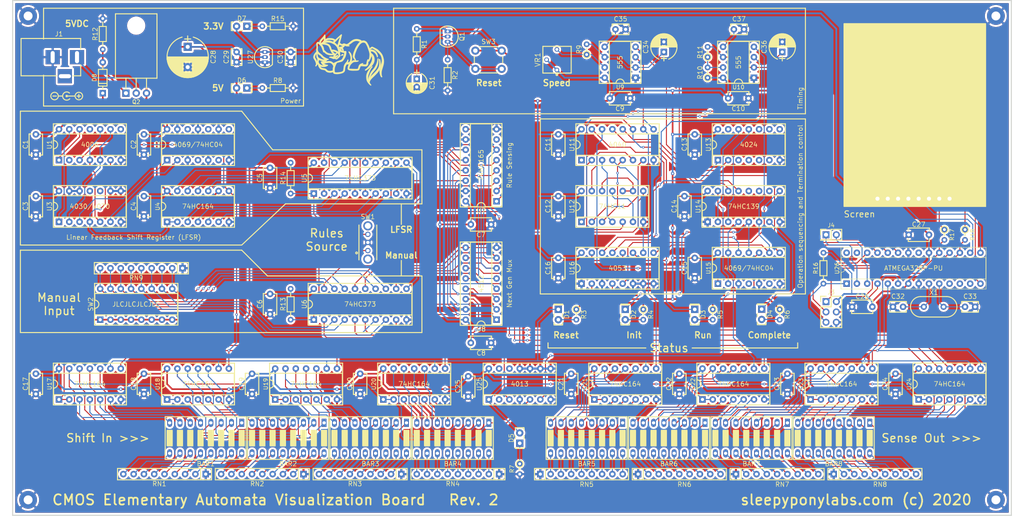
<source format=kicad_pcb>
(kicad_pcb (version 20171130) (host pcbnew "(5.1.6)-1")
  (title_block (title "Automata Generator Standard") (date 2020-05-16) (rev 2) (company "Sleepy Pony Labs"))
  (layers (0 F.Cu signal) (31 B.Cu signal) (34 B.Paste user) (35 F.Paste user) (36 B.SilkS user) (37 F.SilkS user) (38 B.Mask user) (39 F.Mask user) (44 Edge.Cuts user))
  (net 0 "")
  (net 1 "Net-(BAR1-Pad10)")
  (net 2 "Net-(BAR1-Pad9)")
  (net 3 "Net-(BAR1-Pad8)")
  (net 4 "Net-(BAR1-Pad7)")
  (net 5 "Net-(BAR1-Pad16)")
  (net 6 "Net-(BAR1-Pad6)")
  (net 7 "Net-(BAR1-Pad15)")
  (net 8 "Net-(BAR1-Pad5)")
  (net 9 "Net-(BAR1-Pad14)")
  (net 10 "Net-(BAR1-Pad4)")
  (net 11 "Net-(BAR1-Pad13)")
  (net 12 "Net-(BAR1-Pad3)")
  (net 13 "Net-(BAR1-Pad12)")
  (net 14 "Net-(BAR1-Pad2)")
  (net 15 "Net-(BAR1-Pad11)")
  (net 16 "Net-(BAR1-Pad1)")
  (net 17 "Net-(BAR2-Pad10)")
  (net 18 "Net-(BAR2-Pad9)")
  (net 19 "Net-(BAR2-Pad8)")
  (net 20 "Net-(BAR2-Pad7)")
  (net 21 "Net-(BAR2-Pad16)")
  (net 22 "Net-(BAR2-Pad6)")
  (net 23 "Net-(BAR2-Pad15)")
  (net 24 "Net-(BAR2-Pad5)")
  (net 25 "Net-(BAR2-Pad14)")
  (net 26 "Net-(BAR2-Pad4)")
  (net 27 "Net-(BAR2-Pad13)")
  (net 28 "Net-(BAR2-Pad3)")
  (net 29 "Net-(BAR2-Pad12)")
  (net 30 "Net-(BAR2-Pad2)")
  (net 31 "Net-(BAR2-Pad11)")
  (net 32 "Net-(BAR2-Pad1)")
  (net 33 "Net-(BAR3-Pad10)")
  (net 34 "Net-(BAR3-Pad9)")
  (net 35 "Net-(BAR3-Pad8)")
  (net 36 "Net-(BAR3-Pad7)")
  (net 37 "Net-(BAR3-Pad16)")
  (net 38 "Net-(BAR3-Pad6)")
  (net 39 "Net-(BAR3-Pad15)")
  (net 40 "Net-(BAR3-Pad5)")
  (net 41 "Net-(BAR3-Pad14)")
  (net 42 "Net-(BAR3-Pad4)")
  (net 43 "Net-(BAR3-Pad13)")
  (net 44 "Net-(BAR3-Pad3)")
  (net 45 "Net-(BAR3-Pad12)")
  (net 46 "Net-(BAR3-Pad2)")
  (net 47 "Net-(BAR3-Pad11)")
  (net 48 "Net-(BAR3-Pad1)")
  (net 49 "Net-(BAR4-Pad1)")
  (net 50 "Net-(BAR4-Pad11)")
  (net 51 "Net-(BAR4-Pad2)")
  (net 52 "Net-(BAR4-Pad12)")
  (net 53 "Net-(BAR4-Pad3)")
  (net 54 "Net-(BAR4-Pad13)")
  (net 55 "Net-(BAR4-Pad4)")
  (net 56 "Net-(BAR4-Pad14)")
  (net 57 "Net-(BAR4-Pad5)")
  (net 58 "Net-(BAR4-Pad15)")
  (net 59 "Net-(BAR4-Pad6)")
  (net 60 "Net-(BAR4-Pad16)")
  (net 61 "Net-(BAR4-Pad7)")
  (net 62 "Net-(BAR4-Pad8)")
  (net 63 "Net-(BAR4-Pad9)")
  (net 64 "Net-(BAR4-Pad10)")
  (net 65 "Net-(BAR5-Pad1)")
  (net 66 "Net-(BAR5-Pad11)")
  (net 67 "Net-(BAR5-Pad2)")
  (net 68 "Net-(BAR5-Pad12)")
  (net 69 "Net-(BAR5-Pad3)")
  (net 70 "Net-(BAR5-Pad13)")
  (net 71 "Net-(BAR5-Pad4)")
  (net 72 "Net-(BAR5-Pad14)")
  (net 73 "Net-(BAR5-Pad5)")
  (net 74 "Net-(BAR5-Pad15)")
  (net 75 "Net-(BAR5-Pad6)")
  (net 76 "Net-(BAR5-Pad16)")
  (net 77 "Net-(BAR5-Pad7)")
  (net 78 "Net-(BAR5-Pad8)")
  (net 79 "Net-(BAR5-Pad9)")
  (net 80 "Net-(BAR5-Pad10)")
  (net 81 "Net-(BAR6-Pad10)")
  (net 82 "Net-(BAR6-Pad9)")
  (net 83 "Net-(BAR6-Pad8)")
  (net 84 "Net-(BAR6-Pad7)")
  (net 85 "Net-(BAR6-Pad16)")
  (net 86 "Net-(BAR6-Pad6)")
  (net 87 "Net-(BAR6-Pad15)")
  (net 88 "Net-(BAR6-Pad5)")
  (net 89 "Net-(BAR6-Pad14)")
  (net 90 "Net-(BAR6-Pad4)")
  (net 91 "Net-(BAR6-Pad13)")
  (net 92 "Net-(BAR6-Pad3)")
  (net 93 "Net-(BAR6-Pad12)")
  (net 94 "Net-(BAR6-Pad2)")
  (net 95 "Net-(BAR6-Pad11)")
  (net 96 "Net-(BAR6-Pad1)")
  (net 97 "Net-(BAR7-Pad1)")
  (net 98 "Net-(BAR7-Pad11)")
  (net 99 "Net-(BAR7-Pad2)")
  (net 100 "Net-(BAR7-Pad12)")
  (net 101 "Net-(BAR7-Pad3)")
  (net 102 "Net-(BAR7-Pad13)")
  (net 103 "Net-(BAR7-Pad4)")
  (net 104 "Net-(BAR7-Pad14)")
  (net 105 "Net-(BAR7-Pad5)")
  (net 106 "Net-(BAR7-Pad15)")
  (net 107 SENSE_A)
  (net 108 "Net-(BAR7-Pad16)")
  (net 109 SENSE_B)
  (net 110 SENSE_C)
  (net 111 "Net-(BAR7-Pad9)")
  (net 112 "Net-(BAR7-Pad10)")
  (net 113 GNDREF)
  (net 114 +5V)
  (net 115 +3V3)
  (net 116 "Net-(D1-Pad2)")
  (net 117 "Net-(D2-Pad1)")
  (net 118 "Net-(D2-Pad2)")
  (net 119 "Net-(D3-Pad2)")
  (net 120 "Net-(J1-Pad1)")
  (net 121 "Net-(J2-Pad6)")
  (net 122 "Net-(J2-Pad5)")
  (net 123 "Net-(J2-Pad4)")
  (net 124 "Net-(J2-Pad3)")
  (net 125 "Net-(Q1-Pad3)")
  (net 126 SEL_SW)
  (net 127 SEL_LF)
  (net 128 ~RST)
  (net 129 SHIFT_IN)
  (net 130 MCLK)
  (net 131 "Net-(U2-Pad1)")
  (net 132 "Net-(U2-Pad2)")
  (net 133 NEXT_ST)
  (net 134 /RU7)
  (net 135 /RU3)
  (net 136 /RU6)
  (net 137 /RU2)
  (net 138 /RU5)
  (net 139 /RU1)
  (net 140 /RU4)
  (net 141 /RU0)
  (net 142 ~RUN)
  (net 143 INHIBIT)
  (net 144 RST)
  (net 145 RUN)
  (net 146 INIT)
  (net 147 SCLK)
  (net 148 CPLT)
  (net 149 SHCON)
  (net 150 RSENSE)
  (net 151 RCLK)
  (net 152 "Net-(U26-Pad28)")
  (net 153 "Net-(U26-Pad27)")
  (net 154 "Net-(U26-Pad13)")
  (net 155 "Net-(U26-Pad12)")
  (net 156 "Net-(U26-Pad11)")
  (net 157 "Net-(U26-Pad21)")
  (net 158 "Net-(BAR7-Pad6)")
  (net 159 "Net-(BAR7-Pad7)")
  (net 160 "Net-(BAR7-Pad8)")
  (net 161 "Net-(BAR8-Pad9)")
  (net 162 "Net-(BAR8-Pad10)")
  (net 163 "Net-(BAR8-Pad11)")
  (net 164 "Net-(BAR8-Pad4)")
  (net 165 "Net-(BAR8-Pad12)")
  (net 166 "Net-(BAR8-Pad5)")
  (net 167 "Net-(BAR8-Pad13)")
  (net 168 "Net-(BAR8-Pad6)")
  (net 169 "Net-(BAR8-Pad14)")
  (net 170 "Net-(BAR8-Pad7)")
  (net 171 "Net-(BAR8-Pad15)")
  (net 172 "Net-(BAR8-Pad8)")
  (net 173 "Net-(BAR8-Pad16)")
  (net 174 "Net-(D4-Pad2)")
  (net 175 CPLT7)
  (net 176 CPLT8)
  (net 177 CPLTall)
  (net 178 CPLT9)
  (net 179 CPLT6)
  (net 180 CPLT10)
  (net 181 "Net-(R9-Pad1)")
  (net 182 "Net-(R10-Pad2)")
  (net 183 "Net-(RN9-Pad9)")
  (net 184 "Net-(RN9-Pad8)")
  (net 185 "Net-(RN9-Pad7)")
  (net 186 "Net-(RN9-Pad6)")
  (net 187 "Net-(RN9-Pad5)")
  (net 188 "Net-(RN9-Pad4)")
  (net 189 "Net-(RN9-Pad3)")
  (net 190 "Net-(RN9-Pad2)")
  (net 191 "Net-(U1-Pad13)")
  (net 192 "Net-(U1-Pad6)")
  (net 193 "Net-(U1-Pad1)")
  (net 194 "Net-(U1-Pad5)")
  (net 195 "Net-(U1-Pad11)")
  (net 196 "Net-(U1-Pad10)")
  (net 197 "Net-(U1-Pad2)")
  (net 198 "Net-(U1-Pad8)")
  (net 199 "Net-(U4-Pad3)")
  (net 200 "Net-(U4-Pad4)")
  (net 201 "Net-(U4-Pad5)")
  (net 202 "Net-(U4-Pad6)")
  (net 203 "Net-(U7-Pad7)")
  (net 204 "Net-(U11-Pad7)")
  (net 205 "Net-(U11-Pad6)")
  (net 206 "Net-(U11-Pad5)")
  (net 207 "Net-(U11-Pad3)")
  (net 208 "Net-(U11-Pad2)")
  (net 209 "Net-(U11-Pad9)")
  (net 210 "Net-(U11-Pad1)")
  (net 211 "Net-(U12-Pad11)")
  (net 212 "Net-(U12-Pad10)")
  (net 213 "Net-(U13-Pad9)")
  (net 214 "Net-(U13-Pad3)")
  (net 215 "Net-(U13-Pad4)")
  (net 216 "Net-(U13-Pad5)")
  (net 217 "Net-(U13-Pad6)")
  (net 218 "Net-(U14-Pad12)")
  (net 219 "Net-(U14-Pad11)")
  (net 220 "Net-(U14-Pad10)")
  (net 221 "Net-(U25-Pad2)")
  (net 222 "Net-(C31-Pad1)")
  (net 223 "Net-(C32-Pad2)")
  (net 224 "Net-(C33-Pad1)")
  (net 225 "Net-(C34-Pad1)")
  (net 226 "Net-(C35-Pad1)")
  (net 227 "Net-(C36-Pad1)")
  (net 228 "Net-(C37-Pad1)")
  (net 229 "Net-(U4-Pad11)")
  (net 230 "Net-(U4-Pad12)")
  (net 231 "Net-(U4-Pad13)")
  (net 232 "Net-(U4-Pad10)")
  (net 233 "Net-(D4-Pad1)")
  (net 234 "Net-(D5-Pad1)")
  (net 235 "Net-(D5-Pad2)")
  (net 236 "Net-(U13-Pad11)")
  (net 237 "Net-(U13-Pad12)")
  (net 238 "Net-(D6-Pad1)")
  (net 239 "Net-(D7-Pad1)")
  (net 240 "Net-(D8-Pad2)")
  (net 241 "Net-(U2-Pad6)")
  (net 242 "Net-(U2-Pad12)")
  (net 243 "Net-(U2-Pad4)")
  (net 244 "Net-(U2-Pad10)")
  (net 245 "Net-(U3-Pad10)")
  (net 246 "Net-(U3-Pad11)")
  (net 247 "Net-(U25-Pad12)")
  (net 248 "Net-(U25-Pad13)")
  (net 249 "Net-(U2-Pad8)")
  (net 250 "Net-(U14-Pad15)")
  (net 251 AND789)
  (net 252 "Net-(U15-Pad4)")
  (net 253 "Net-(U15-Pad6)")
  (net 254 MISO)
  (net 255 SCK)
  (net 256 MOSI)
  (net 257 ~AVR_RESET)
  (net 258 AVR_RX)
  (net 259 AVR_TX)
  (net 260 "Net-(J2-Pad7)")
  (module Package_DIP:DIP-28_W7.62mm_Socket (layer F.Cu) (at 230.505 101.6 90)
    (fp_text reference U26 (at 3.81 -2.33 90) (layer F.SilkS))
    (fp_text value ATmega328-PU)
    (pad 28 thru_hole oval (at 7.62 0 90) (size 1.6 1.6) (drill 0.8) (layers *.Cu *.Mask) (net 152 "Net-(U26-Pad28)"))
    (pad 14 thru_hole oval (at 0 33.02 90) (size 1.6 1.6) (drill 0.8) (layers *.Cu *.Mask) (net 123 "Net-(J2-Pad4)"))
    (pad 27 thru_hole oval (at 7.62 2.54 90) (size 1.6 1.6) (drill 0.8) (layers *.Cu *.Mask) (net 153 "Net-(U26-Pad27)"))
    (pad 13 thru_hole oval (at 0 30.48 90) (size 1.6 1.6) (drill 0.8) (layers *.Cu *.Mask) (net 154 "Net-(U26-Pad13)"))
    (pad 26 thru_hole oval (at 7.62 5.08 90) (size 1.6 1.6) (drill 0.8) (layers *.Cu *.Mask) (net 146 INIT))
    (pad 12 thru_hole oval (at 0 27.94 90) (size 1.6 1.6) (drill 0.8) (layers *.Cu *.Mask) (net 155 "Net-(U26-Pad12)"))
    (pad 25 thru_hole oval (at 7.62 7.62 90) (size 1.6 1.6) (drill 0.8) (layers *.Cu *.Mask) (net 149 SHCON))
    (pad 11 thru_hole oval (at 0 25.4 90) (size 1.6 1.6) (drill 0.8) (layers *.Cu *.Mask) (net 156 "Net-(U26-Pad11)"))
    (pad 24 thru_hole oval (at 7.62 10.16 90) (size 1.6 1.6) (drill 0.8) (layers *.Cu *.Mask) (net 151 RCLK))
    (pad 10 thru_hole oval (at 0 22.86 90) (size 1.6 1.6) (drill 0.8) (layers *.Cu *.Mask) (net 224 "Net-(C33-Pad1)"))
    (pad 23 thru_hole oval (at 7.62 12.7 90) (size 1.6 1.6) (drill 0.8) (layers *.Cu *.Mask) (net 150 RSENSE))
    (pad 9 thru_hole oval (at 0 20.32 90) (size 1.6 1.6) (drill 0.8) (layers *.Cu *.Mask) (net 223 "Net-(C32-Pad2)"))
    (pad 22 thru_hole oval (at 7.62 15.24 90) (size 1.6 1.6) (drill 0.8) (layers *.Cu *.Mask) (net 113 GNDREF))
    (pad 8 thru_hole oval (at 0 17.78 90) (size 1.6 1.6) (drill 0.8) (layers *.Cu *.Mask) (net 113 GNDREF))
    (pad 21 thru_hole oval (at 7.62 17.78 90) (size 1.6 1.6) (drill 0.8) (layers *.Cu *.Mask) (net 157 "Net-(U26-Pad21)"))
    (pad 7 thru_hole oval (at 0 15.24 90) (size 1.6 1.6) (drill 0.8) (layers *.Cu *.Mask) (net 114 +5V))
    (pad 20 thru_hole oval (at 7.62 20.32 90) (size 1.6 1.6) (drill 0.8) (layers *.Cu *.Mask) (net 114 +5V))
    (pad 6 thru_hole oval (at 0 12.7 90) (size 1.6 1.6) (drill 0.8) (layers *.Cu *.Mask) (net 128 ~RST))
    (pad 19 thru_hole oval (at 7.62 22.86 90) (size 1.6 1.6) (drill 0.8) (layers *.Cu *.Mask) (net 255 SCK))
    (pad 5 thru_hole oval (at 0 10.16 90) (size 1.6 1.6) (drill 0.8) (layers *.Cu *.Mask) (net 130 MCLK))
    (pad 18 thru_hole oval (at 7.62 25.4 90) (size 1.6 1.6) (drill 0.8) (layers *.Cu *.Mask) (net 254 MISO))
    (pad 4 thru_hole oval (at 0 7.62 90) (size 1.6 1.6) (drill 0.8) (layers *.Cu *.Mask) (net 129 SHIFT_IN))
    (pad 17 thru_hole oval (at 7.62 27.94 90) (size 1.6 1.6) (drill 0.8) (layers *.Cu *.Mask) (net 256 MOSI))
    (pad 3 thru_hole oval (at 0 5.08 90) (size 1.6 1.6) (drill 0.8) (layers *.Cu *.Mask) (net 259 AVR_TX))
    (pad 16 thru_hole oval (at 7.62 30.48 90) (size 1.6 1.6) (drill 0.8) (layers *.Cu *.Mask) (net 124 "Net-(J2-Pad3)"))
    (pad 2 thru_hole oval (at 0 2.54 90) (size 1.6 1.6) (drill 0.8) (layers *.Cu *.Mask) (net 258 AVR_RX))
    (pad 15 thru_hole oval (at 7.62 33.02 90) (size 1.6 1.6) (drill 0.8) (layers *.Cu *.Mask) (net 122 "Net-(J2-Pad5)"))
    (pad 1 thru_hole rect (at 0 0 90) (size 1.6 1.6) (drill 0.8) (layers *.Cu *.Mask) (net 257 ~AVR_RESET))
  )
  (module Package_DIP:DIP-8_W7.62mm_Socket (layer F.Cu) (at 207.645 50.8 180)
    (fp_text reference U10 (at 3.81 -2.33) (layer F.SilkS))
    (fp_text value TLC555-Timer)
    (pad 8 thru_hole oval (at 7.62 0 180) (size 1.6 1.6) (drill 0.8) (layers *.Cu *.Mask) (net 114 +5V))
    (pad 4 thru_hole oval (at 0 7.62 180) (size 1.6 1.6) (drill 0.8) (layers *.Cu *.Mask) (net 142 ~RUN))
    (pad 7 thru_hole oval (at 7.62 2.54 180) (size 1.6 1.6) (drill 0.8) (layers *.Cu *.Mask) (net 182 "Net-(R10-Pad2)"))
    (pad 3 thru_hole oval (at 0 5.08 180) (size 1.6 1.6) (drill 0.8) (layers *.Cu *.Mask) (net 147 SCLK))
    (pad 6 thru_hole oval (at 7.62 5.08 180) (size 1.6 1.6) (drill 0.8) (layers *.Cu *.Mask) (net 227 "Net-(C36-Pad1)"))
    (pad 2 thru_hole oval (at 0 2.54 180) (size 1.6 1.6) (drill 0.8) (layers *.Cu *.Mask) (net 227 "Net-(C36-Pad1)"))
    (pad 5 thru_hole oval (at 7.62 7.62 180) (size 1.6 1.6) (drill 0.8) (layers *.Cu *.Mask) (net 228 "Net-(C37-Pad1)"))
    (pad 1 thru_hole rect (at 0 0 180) (size 1.6 1.6) (drill 0.8) (layers *.Cu *.Mask) (net 113 GNDREF))
  )
  (module Package_DIP:DIP-8_W7.62mm_Socket (layer F.Cu) (at 178.435 50.8 180)
    (fp_text reference U9 (at 3.81 -2.33) (layer F.SilkS))
    (fp_text value TLC555-Timer)
    (pad 8 thru_hole oval (at 7.62 0 180) (size 1.6 1.6) (drill 0.8) (layers *.Cu *.Mask) (net 114 +5V))
    (pad 4 thru_hole oval (at 0 7.62 180) (size 1.6 1.6) (drill 0.8) (layers *.Cu *.Mask) (net 145 RUN))
    (pad 7 thru_hole oval (at 7.62 2.54 180) (size 1.6 1.6) (drill 0.8) (layers *.Cu *.Mask) (net 181 "Net-(R9-Pad1)"))
    (pad 3 thru_hole oval (at 0 5.08 180) (size 1.6 1.6) (drill 0.8) (layers *.Cu *.Mask) (net 130 MCLK))
    (pad 6 thru_hole oval (at 7.62 5.08 180) (size 1.6 1.6) (drill 0.8) (layers *.Cu *.Mask) (net 225 "Net-(C34-Pad1)"))
    (pad 2 thru_hole oval (at 0 2.54 180) (size 1.6 1.6) (drill 0.8) (layers *.Cu *.Mask) (net 225 "Net-(C34-Pad1)"))
    (pad 5 thru_hole oval (at 7.62 7.62 180) (size 1.6 1.6) (drill 0.8) (layers *.Cu *.Mask) (net 226 "Net-(C35-Pad1)"))
    (pad 1 thru_hole rect (at 0 0 180) (size 1.6 1.6) (drill 0.8) (layers *.Cu *.Mask) (net 113 GNDREF))
  )
  (module Mounting_Holes:MountingHole_2.2mm_M2_Pad (layer F.Cu) (at 267.335 154.94)
    (fp_text reference H4 hide)
    (fp_text value MountingHole_Pad)
    (pad 1 thru_hole circle (at 0 0) (size 4.4 4.4) (drill 2.2) (layers *.Cu *.Mask) (net 113 GNDREF))
  )
  (module Mounting_Holes:MountingHole_2.2mm_M2_Pad (layer F.Cu) (at 28.575 154.94)
    (fp_text reference H3 hide)
    (fp_text value MountingHole_Pad)
    (pad 1 thru_hole circle (at 0 0) (size 4.4 4.4) (drill 2.2) (layers *.Cu *.Mask) (net 113 GNDREF))
  )
  (module Mounting_Holes:MountingHole_2.2mm_M2_Pad (layer F.Cu) (at 267.335 35.56)
    (fp_text reference H2 hide)
    (fp_text value MountingHole_Pad)
    (pad 1 thru_hole circle (at 0 0) (size 4.4 4.4) (drill 2.2) (layers *.Cu *.Mask) (net 113 GNDREF))
  )
  (module Mounting_Holes:MountingHole_2.2mm_M2_Pad (layer F.Cu) (at 28.575 35.56)
    (fp_text reference H1 hide)
    (fp_text value MountingHole_Pad)
    (pad 1 thru_hole circle (at 0 0) (size 4.4 4.4) (drill 2.2) (layers *.Cu *.Mask) (net 113 GNDREF))
  )
  (module Diodes_THT:D_DO-35_SOD27_P7.62mm_Horizontal (layer F.Cu) (at 46.99 54.61 90)
    (fp_text reference D8 (at 3.81 -2.06 90) (layer F.SilkS))
    (fp_text value BZX55C6V2)
    (pad 1 thru_hole rect (at 0 0 90) (size 1.6 1.6) (drill 0.8) (layers *.Cu *.Mask) (net 114 +5V))
    (pad 2 thru_hole oval (at 7.62 0 90) (size 1.6 1.6) (drill 0.8) (layers *.Cu *.Mask) (net 240 "Net-(D8-Pad2)"))
  )
  (module TO_SOT_Packages_THT:TO-220-3_Horizontal (layer F.Cu) (at 52.705 54.61)
    (fp_text reference Q2 (at 2.54 2.159) (layer F.SilkS))
    (fp_text value IRF5305PBF)
    (pad 0 np_thru_hole oval (at 2.54 -16.66) (size 3.5 3.5) (drill 3.5) (layers *.Cu *.Mask))
    (pad 1 thru_hole rect (at 0 0) (size 1.8 1.8) (drill 1) (layers *.Cu *.Mask) (net 240 "Net-(D8-Pad2)"))
    (pad 2 thru_hole oval (at 2.54 0) (size 1.8 1.8) (drill 1) (layers *.Cu *.Mask) (net 120 "Net-(J1-Pad1)"))
    (pad 3 thru_hole oval (at 5.08 0) (size 1.8 1.8) (drill 1) (layers *.Cu *.Mask) (net 114 +5V))
  )
  (module Resistors_THT:R_Axial_DIN0204_L3.6mm_D1.6mm_P2.54mm_Vertical (layer F.Cu) (at 259.715 88.265 270)
    (fp_text reference R18 (at 1.27 -1.86 90) (layer F.SilkS))
    (fp_text value 330)
    (pad 1 thru_hole circle (at 0 0 270) (size 1.4 1.4) (drill 0.7) (layers *.Cu *.Mask) (net 121 "Net-(J2-Pad6)"))
    (pad 2 thru_hole oval (at 2.54 0 270) (size 1.4 1.4) (drill 0.7) (layers *.Cu *.Mask) (net 256 MOSI))
  )
  (module Resistors_THT:R_Axial_DIN0204_L3.6mm_D1.6mm_P2.54mm_Vertical (layer F.Cu) (at 254.635 88.265 270)
    (fp_text reference R17 (at 1.27 -1.86 90) (layer F.SilkS))
    (fp_text value 330)
    (pad 1 thru_hole circle (at 0 0 270) (size 1.4 1.4) (drill 0.7) (layers *.Cu *.Mask) (net 260 "Net-(J2-Pad7)"))
    (pad 2 thru_hole oval (at 2.54 0 270) (size 1.4 1.4) (drill 0.7) (layers *.Cu *.Mask) (net 255 SCK))
  )
  (module Pin_Headers:Pin_Header_Straight_2x01_Pitch2.54mm (layer F.Cu) (at 225.425 89.535)
    (fp_text reference J4 (at 1.27 -2.33) (layer F.SilkS))
    (fp_text value SERIAL)
    (pad 1 thru_hole rect (at 0 0) (size 1.7 1.7) (drill 1) (layers *.Cu *.Mask) (net 258 AVR_RX))
    (pad 2 thru_hole oval (at 2.54 0) (size 1.7 1.7) (drill 1) (layers *.Cu *.Mask) (net 259 AVR_TX))
  )
  (module Pin_Headers:Pin_Header_Straight_2x03_Pitch2.54mm (layer F.Cu) (at 225.425 106.045)
    (fp_text reference J3 (at 1.27 -2.33) (layer F.SilkS))
    (fp_text value ICSP)
    (pad 1 thru_hole rect (at 0 0) (size 1.7 1.7) (drill 1) (layers *.Cu *.Mask) (net 254 MISO))
    (pad 2 thru_hole oval (at 2.54 0) (size 1.7 1.7) (drill 1) (layers *.Cu *.Mask) (net 114 +5V))
    (pad 3 thru_hole oval (at 0 2.54) (size 1.7 1.7) (drill 1) (layers *.Cu *.Mask) (net 255 SCK))
    (pad 4 thru_hole oval (at 2.54 2.54) (size 1.7 1.7) (drill 1) (layers *.Cu *.Mask) (net 256 MOSI))
    (pad 5 thru_hole oval (at 0 5.08) (size 1.7 1.7) (drill 1) (layers *.Cu *.Mask) (net 257 ~AVR_RESET))
    (pad 6 thru_hole oval (at 2.54 5.08) (size 1.7 1.7) (drill 1) (layers *.Cu *.Mask) (net 113 GNDREF))
  )
  (module Housings_DIP:DIP-14_W7.62mm_Socket (layer F.Cu) (at 248.285 130.175 90)
    (fp_text reference U24 (at 3.81 -2.33 90) (layer F.SilkS))
    (fp_text value 74HC164)
    (pad 1 thru_hole rect (at 0 0 90) (size 1.6 1.6) (drill 0.8) (layers *.Cu *.Mask) (net 97 "Net-(BAR7-Pad1)"))
    (pad 8 thru_hole oval (at 7.62 15.24 90) (size 1.6 1.6) (drill 0.8) (layers *.Cu *.Mask) (net 130 MCLK))
    (pad 2 thru_hole oval (at 0 2.54 90) (size 1.6 1.6) (drill 0.8) (layers *.Cu *.Mask) (net 97 "Net-(BAR7-Pad1)"))
    (pad 9 thru_hole oval (at 7.62 12.7 90) (size 1.6 1.6) (drill 0.8) (layers *.Cu *.Mask) (net 128 ~RST))
    (pad 3 thru_hole oval (at 0 5.08 90) (size 1.6 1.6) (drill 0.8) (layers *.Cu *.Mask) (net 172 "Net-(BAR8-Pad8)"))
    (pad 10 thru_hole oval (at 7.62 10.16 90) (size 1.6 1.6) (drill 0.8) (layers *.Cu *.Mask) (net 164 "Net-(BAR8-Pad4)"))
    (pad 4 thru_hole oval (at 0 7.62 90) (size 1.6 1.6) (drill 0.8) (layers *.Cu *.Mask) (net 170 "Net-(BAR8-Pad7)"))
    (pad 11 thru_hole oval (at 7.62 7.62 90) (size 1.6 1.6) (drill 0.8) (layers *.Cu *.Mask) (net 110 SENSE_C))
    (pad 5 thru_hole oval (at 0 10.16 90) (size 1.6 1.6) (drill 0.8) (layers *.Cu *.Mask) (net 168 "Net-(BAR8-Pad6)"))
    (pad 12 thru_hole oval (at 7.62 5.08 90) (size 1.6 1.6) (drill 0.8) (layers *.Cu *.Mask) (net 109 SENSE_B))
    (pad 6 thru_hole oval (at 0 12.7 90) (size 1.6 1.6) (drill 0.8) (layers *.Cu *.Mask) (net 166 "Net-(BAR8-Pad5)"))
    (pad 13 thru_hole oval (at 7.62 2.54 90) (size 1.6 1.6) (drill 0.8) (layers *.Cu *.Mask) (net 107 SENSE_A))
    (pad 7 thru_hole oval (at 0 15.24 90) (size 1.6 1.6) (drill 0.8) (layers *.Cu *.Mask) (net 113 GNDREF))
    (pad 14 thru_hole oval (at 7.62 0 90) (size 1.6 1.6) (drill 0.8) (layers *.Cu *.Mask) (net 114 +5V))
  )
  (module Housings_DIP:DIP-14_W7.62mm_Socket (layer F.Cu) (at 221.615 130.175 90)
    (fp_text reference U23 (at 3.81 -2.33 90) (layer F.SilkS))
    (fp_text value 74HC164)
    (pad 1 thru_hole rect (at 0 0 90) (size 1.6 1.6) (drill 0.8) (layers *.Cu *.Mask) (net 96 "Net-(BAR6-Pad1)"))
    (pad 8 thru_hole oval (at 7.62 15.24 90) (size 1.6 1.6) (drill 0.8) (layers *.Cu *.Mask) (net 130 MCLK))
    (pad 2 thru_hole oval (at 0 2.54 90) (size 1.6 1.6) (drill 0.8) (layers *.Cu *.Mask) (net 96 "Net-(BAR6-Pad1)"))
    (pad 9 thru_hole oval (at 7.62 12.7 90) (size 1.6 1.6) (drill 0.8) (layers *.Cu *.Mask) (net 128 ~RST))
    (pad 3 thru_hole oval (at 0 5.08 90) (size 1.6 1.6) (drill 0.8) (layers *.Cu *.Mask) (net 160 "Net-(BAR7-Pad8)"))
    (pad 10 thru_hole oval (at 7.62 10.16 90) (size 1.6 1.6) (drill 0.8) (layers *.Cu *.Mask) (net 103 "Net-(BAR7-Pad4)"))
    (pad 4 thru_hole oval (at 0 7.62 90) (size 1.6 1.6) (drill 0.8) (layers *.Cu *.Mask) (net 159 "Net-(BAR7-Pad7)"))
    (pad 11 thru_hole oval (at 7.62 7.62 90) (size 1.6 1.6) (drill 0.8) (layers *.Cu *.Mask) (net 101 "Net-(BAR7-Pad3)"))
    (pad 5 thru_hole oval (at 0 10.16 90) (size 1.6 1.6) (drill 0.8) (layers *.Cu *.Mask) (net 158 "Net-(BAR7-Pad6)"))
    (pad 12 thru_hole oval (at 7.62 5.08 90) (size 1.6 1.6) (drill 0.8) (layers *.Cu *.Mask) (net 99 "Net-(BAR7-Pad2)"))
    (pad 6 thru_hole oval (at 0 12.7 90) (size 1.6 1.6) (drill 0.8) (layers *.Cu *.Mask) (net 105 "Net-(BAR7-Pad5)"))
    (pad 13 thru_hole oval (at 7.62 2.54 90) (size 1.6 1.6) (drill 0.8) (layers *.Cu *.Mask) (net 97 "Net-(BAR7-Pad1)"))
    (pad 7 thru_hole oval (at 0 15.24 90) (size 1.6 1.6) (drill 0.8) (layers *.Cu *.Mask) (net 113 GNDREF))
    (pad 14 thru_hole oval (at 7.62 0 90) (size 1.6 1.6) (drill 0.8) (layers *.Cu *.Mask) (net 114 +5V))
  )
  (module Housings_DIP:DIP-14_W7.62mm_Socket (layer F.Cu) (at 194.945 130.175 90)
    (fp_text reference U22 (at 3.81 -2.33 90) (layer F.SilkS))
    (fp_text value 74HC164)
    (pad 1 thru_hole rect (at 0 0 90) (size 1.6 1.6) (drill 0.8) (layers *.Cu *.Mask) (net 65 "Net-(BAR5-Pad1)"))
    (pad 8 thru_hole oval (at 7.62 15.24 90) (size 1.6 1.6) (drill 0.8) (layers *.Cu *.Mask) (net 130 MCLK))
    (pad 2 thru_hole oval (at 0 2.54 90) (size 1.6 1.6) (drill 0.8) (layers *.Cu *.Mask) (net 65 "Net-(BAR5-Pad1)"))
    (pad 9 thru_hole oval (at 7.62 12.7 90) (size 1.6 1.6) (drill 0.8) (layers *.Cu *.Mask) (net 128 ~RST))
    (pad 3 thru_hole oval (at 0 5.08 90) (size 1.6 1.6) (drill 0.8) (layers *.Cu *.Mask) (net 83 "Net-(BAR6-Pad8)"))
    (pad 10 thru_hole oval (at 7.62 10.16 90) (size 1.6 1.6) (drill 0.8) (layers *.Cu *.Mask) (net 90 "Net-(BAR6-Pad4)"))
    (pad 4 thru_hole oval (at 0 7.62 90) (size 1.6 1.6) (drill 0.8) (layers *.Cu *.Mask) (net 84 "Net-(BAR6-Pad7)"))
    (pad 11 thru_hole oval (at 7.62 7.62 90) (size 1.6 1.6) (drill 0.8) (layers *.Cu *.Mask) (net 92 "Net-(BAR6-Pad3)"))
    (pad 5 thru_hole oval (at 0 10.16 90) (size 1.6 1.6) (drill 0.8) (layers *.Cu *.Mask) (net 86 "Net-(BAR6-Pad6)"))
    (pad 12 thru_hole oval (at 7.62 5.08 90) (size 1.6 1.6) (drill 0.8) (layers *.Cu *.Mask) (net 94 "Net-(BAR6-Pad2)"))
    (pad 6 thru_hole oval (at 0 12.7 90) (size 1.6 1.6) (drill 0.8) (layers *.Cu *.Mask) (net 88 "Net-(BAR6-Pad5)"))
    (pad 13 thru_hole oval (at 7.62 2.54 90) (size 1.6 1.6) (drill 0.8) (layers *.Cu *.Mask) (net 96 "Net-(BAR6-Pad1)"))
    (pad 7 thru_hole oval (at 0 15.24 90) (size 1.6 1.6) (drill 0.8) (layers *.Cu *.Mask) (net 113 GNDREF))
    (pad 14 thru_hole oval (at 7.62 0 90) (size 1.6 1.6) (drill 0.8) (layers *.Cu *.Mask) (net 114 +5V))
  )
  (module Housings_DIP:DIP-14_W7.62mm_Socket (layer F.Cu) (at 168.275 130.175 90)
    (fp_text reference U21 (at 3.81 -2.33 90) (layer F.SilkS))
    (fp_text value 74HC164)
    (pad 1 thru_hole rect (at 0 0 90) (size 1.6 1.6) (drill 0.8) (layers *.Cu *.Mask) (net 235 "Net-(D5-Pad2)"))
    (pad 8 thru_hole oval (at 7.62 15.24 90) (size 1.6 1.6) (drill 0.8) (layers *.Cu *.Mask) (net 130 MCLK))
    (pad 2 thru_hole oval (at 0 2.54 90) (size 1.6 1.6) (drill 0.8) (layers *.Cu *.Mask) (net 235 "Net-(D5-Pad2)"))
    (pad 9 thru_hole oval (at 7.62 12.7 90) (size 1.6 1.6) (drill 0.8) (layers *.Cu *.Mask) (net 128 ~RST))
    (pad 3 thru_hole oval (at 0 5.08 90) (size 1.6 1.6) (drill 0.8) (layers *.Cu *.Mask) (net 78 "Net-(BAR5-Pad8)"))
    (pad 10 thru_hole oval (at 7.62 10.16 90) (size 1.6 1.6) (drill 0.8) (layers *.Cu *.Mask) (net 71 "Net-(BAR5-Pad4)"))
    (pad 4 thru_hole oval (at 0 7.62 90) (size 1.6 1.6) (drill 0.8) (layers *.Cu *.Mask) (net 77 "Net-(BAR5-Pad7)"))
    (pad 11 thru_hole oval (at 7.62 7.62 90) (size 1.6 1.6) (drill 0.8) (layers *.Cu *.Mask) (net 69 "Net-(BAR5-Pad3)"))
    (pad 5 thru_hole oval (at 0 10.16 90) (size 1.6 1.6) (drill 0.8) (layers *.Cu *.Mask) (net 75 "Net-(BAR5-Pad6)"))
    (pad 12 thru_hole oval (at 7.62 5.08 90) (size 1.6 1.6) (drill 0.8) (layers *.Cu *.Mask) (net 67 "Net-(BAR5-Pad2)"))
    (pad 6 thru_hole oval (at 0 12.7 90) (size 1.6 1.6) (drill 0.8) (layers *.Cu *.Mask) (net 73 "Net-(BAR5-Pad5)"))
    (pad 13 thru_hole oval (at 7.62 2.54 90) (size 1.6 1.6) (drill 0.8) (layers *.Cu *.Mask) (net 65 "Net-(BAR5-Pad1)"))
    (pad 7 thru_hole oval (at 0 15.24 90) (size 1.6 1.6) (drill 0.8) (layers *.Cu *.Mask) (net 113 GNDREF))
    (pad 14 thru_hole oval (at 7.62 0 90) (size 1.6 1.6) (drill 0.8) (layers *.Cu *.Mask) (net 114 +5V))
  )
  (module Housings_DIP:DIP-14_W7.62mm_Socket (layer F.Cu) (at 116.205 130.175 90)
    (fp_text reference U20 (at 3.81 -2.33 90) (layer F.SilkS))
    (fp_text value 74HC164)
    (pad 1 thru_hole rect (at 0 0 90) (size 1.6 1.6) (drill 0.8) (layers *.Cu *.Mask) (net 48 "Net-(BAR3-Pad1)"))
    (pad 8 thru_hole oval (at 7.62 15.24 90) (size 1.6 1.6) (drill 0.8) (layers *.Cu *.Mask) (net 130 MCLK))
    (pad 2 thru_hole oval (at 0 2.54 90) (size 1.6 1.6) (drill 0.8) (layers *.Cu *.Mask) (net 48 "Net-(BAR3-Pad1)"))
    (pad 9 thru_hole oval (at 7.62 12.7 90) (size 1.6 1.6) (drill 0.8) (layers *.Cu *.Mask) (net 128 ~RST))
    (pad 3 thru_hole oval (at 0 5.08 90) (size 1.6 1.6) (drill 0.8) (layers *.Cu *.Mask) (net 62 "Net-(BAR4-Pad8)"))
    (pad 10 thru_hole oval (at 7.62 10.16 90) (size 1.6 1.6) (drill 0.8) (layers *.Cu *.Mask) (net 55 "Net-(BAR4-Pad4)"))
    (pad 4 thru_hole oval (at 0 7.62 90) (size 1.6 1.6) (drill 0.8) (layers *.Cu *.Mask) (net 61 "Net-(BAR4-Pad7)"))
    (pad 11 thru_hole oval (at 7.62 7.62 90) (size 1.6 1.6) (drill 0.8) (layers *.Cu *.Mask) (net 53 "Net-(BAR4-Pad3)"))
    (pad 5 thru_hole oval (at 0 10.16 90) (size 1.6 1.6) (drill 0.8) (layers *.Cu *.Mask) (net 59 "Net-(BAR4-Pad6)"))
    (pad 12 thru_hole oval (at 7.62 5.08 90) (size 1.6 1.6) (drill 0.8) (layers *.Cu *.Mask) (net 51 "Net-(BAR4-Pad2)"))
    (pad 6 thru_hole oval (at 0 12.7 90) (size 1.6 1.6) (drill 0.8) (layers *.Cu *.Mask) (net 57 "Net-(BAR4-Pad5)"))
    (pad 13 thru_hole oval (at 7.62 2.54 90) (size 1.6 1.6) (drill 0.8) (layers *.Cu *.Mask) (net 49 "Net-(BAR4-Pad1)"))
    (pad 7 thru_hole oval (at 0 15.24 90) (size 1.6 1.6) (drill 0.8) (layers *.Cu *.Mask) (net 113 GNDREF))
    (pad 14 thru_hole oval (at 7.62 0 90) (size 1.6 1.6) (drill 0.8) (layers *.Cu *.Mask) (net 114 +5V))
  )
  (module Housings_DIP:DIP-14_W7.62mm_Socket (layer F.Cu) (at 89.535 130.175 90)
    (fp_text reference U19 (at 3.81 -2.33 90) (layer F.SilkS))
    (fp_text value 74HC164)
    (pad 1 thru_hole rect (at 0 0 90) (size 1.6 1.6) (drill 0.8) (layers *.Cu *.Mask) (net 32 "Net-(BAR2-Pad1)"))
    (pad 8 thru_hole oval (at 7.62 15.24 90) (size 1.6 1.6) (drill 0.8) (layers *.Cu *.Mask) (net 130 MCLK))
    (pad 2 thru_hole oval (at 0 2.54 90) (size 1.6 1.6) (drill 0.8) (layers *.Cu *.Mask) (net 32 "Net-(BAR2-Pad1)"))
    (pad 9 thru_hole oval (at 7.62 12.7 90) (size 1.6 1.6) (drill 0.8) (layers *.Cu *.Mask) (net 128 ~RST))
    (pad 3 thru_hole oval (at 0 5.08 90) (size 1.6 1.6) (drill 0.8) (layers *.Cu *.Mask) (net 35 "Net-(BAR3-Pad8)"))
    (pad 10 thru_hole oval (at 7.62 10.16 90) (size 1.6 1.6) (drill 0.8) (layers *.Cu *.Mask) (net 42 "Net-(BAR3-Pad4)"))
    (pad 4 thru_hole oval (at 0 7.62 90) (size 1.6 1.6) (drill 0.8) (layers *.Cu *.Mask) (net 36 "Net-(BAR3-Pad7)"))
    (pad 11 thru_hole oval (at 7.62 7.62 90) (size 1.6 1.6) (drill 0.8) (layers *.Cu *.Mask) (net 44 "Net-(BAR3-Pad3)"))
    (pad 5 thru_hole oval (at 0 10.16 90) (size 1.6 1.6) (drill 0.8) (layers *.Cu *.Mask) (net 38 "Net-(BAR3-Pad6)"))
    (pad 12 thru_hole oval (at 7.62 5.08 90) (size 1.6 1.6) (drill 0.8) (layers *.Cu *.Mask) (net 46 "Net-(BAR3-Pad2)"))
    (pad 6 thru_hole oval (at 0 12.7 90) (size 1.6 1.6) (drill 0.8) (layers *.Cu *.Mask) (net 40 "Net-(BAR3-Pad5)"))
    (pad 13 thru_hole oval (at 7.62 2.54 90) (size 1.6 1.6) (drill 0.8) (layers *.Cu *.Mask) (net 48 "Net-(BAR3-Pad1)"))
    (pad 7 thru_hole oval (at 0 15.24 90) (size 1.6 1.6) (drill 0.8) (layers *.Cu *.Mask) (net 113 GNDREF))
    (pad 14 thru_hole oval (at 7.62 0 90) (size 1.6 1.6) (drill 0.8) (layers *.Cu *.Mask) (net 114 +5V))
  )
  (module Housings_DIP:DIP-14_W7.62mm_Socket (layer F.Cu) (at 62.865 130.175 90)
    (fp_text reference U18 (at 3.81 -2.33 90) (layer F.SilkS))
    (fp_text value 74HC164)
    (pad 1 thru_hole rect (at 0 0 90) (size 1.6 1.6) (drill 0.8) (layers *.Cu *.Mask) (net 16 "Net-(BAR1-Pad1)"))
    (pad 8 thru_hole oval (at 7.62 15.24 90) (size 1.6 1.6) (drill 0.8) (layers *.Cu *.Mask) (net 130 MCLK))
    (pad 2 thru_hole oval (at 0 2.54 90) (size 1.6 1.6) (drill 0.8) (layers *.Cu *.Mask) (net 16 "Net-(BAR1-Pad1)"))
    (pad 9 thru_hole oval (at 7.62 12.7 90) (size 1.6 1.6) (drill 0.8) (layers *.Cu *.Mask) (net 128 ~RST))
    (pad 3 thru_hole oval (at 0 5.08 90) (size 1.6 1.6) (drill 0.8) (layers *.Cu *.Mask) (net 19 "Net-(BAR2-Pad8)"))
    (pad 10 thru_hole oval (at 7.62 10.16 90) (size 1.6 1.6) (drill 0.8) (layers *.Cu *.Mask) (net 26 "Net-(BAR2-Pad4)"))
    (pad 4 thru_hole oval (at 0 7.62 90) (size 1.6 1.6) (drill 0.8) (layers *.Cu *.Mask) (net 20 "Net-(BAR2-Pad7)"))
    (pad 11 thru_hole oval (at 7.62 7.62 90) (size 1.6 1.6) (drill 0.8) (layers *.Cu *.Mask) (net 28 "Net-(BAR2-Pad3)"))
    (pad 5 thru_hole oval (at 0 10.16 90) (size 1.6 1.6) (drill 0.8) (layers *.Cu *.Mask) (net 22 "Net-(BAR2-Pad6)"))
    (pad 12 thru_hole oval (at 7.62 5.08 90) (size 1.6 1.6) (drill 0.8) (layers *.Cu *.Mask) (net 30 "Net-(BAR2-Pad2)"))
    (pad 6 thru_hole oval (at 0 12.7 90) (size 1.6 1.6) (drill 0.8) (layers *.Cu *.Mask) (net 24 "Net-(BAR2-Pad5)"))
    (pad 13 thru_hole oval (at 7.62 2.54 90) (size 1.6 1.6) (drill 0.8) (layers *.Cu *.Mask) (net 32 "Net-(BAR2-Pad1)"))
    (pad 7 thru_hole oval (at 0 15.24 90) (size 1.6 1.6) (drill 0.8) (layers *.Cu *.Mask) (net 113 GNDREF))
    (pad 14 thru_hole oval (at 7.62 0 90) (size 1.6 1.6) (drill 0.8) (layers *.Cu *.Mask) (net 114 +5V))
  )
  (module Housings_DIP:DIP-14_W7.62mm_Socket (layer F.Cu) (at 36.195 130.175 90)
    (fp_text reference U17 (at 3.81 -2.33 90) (layer F.SilkS))
    (fp_text value 74HC164)
    (pad 1 thru_hole rect (at 0 0 90) (size 1.6 1.6) (drill 0.8) (layers *.Cu *.Mask) (net 129 SHIFT_IN))
    (pad 8 thru_hole oval (at 7.62 15.24 90) (size 1.6 1.6) (drill 0.8) (layers *.Cu *.Mask) (net 130 MCLK))
    (pad 2 thru_hole oval (at 0 2.54 90) (size 1.6 1.6) (drill 0.8) (layers *.Cu *.Mask) (net 129 SHIFT_IN))
    (pad 9 thru_hole oval (at 7.62 12.7 90) (size 1.6 1.6) (drill 0.8) (layers *.Cu *.Mask) (net 128 ~RST))
    (pad 3 thru_hole oval (at 0 5.08 90) (size 1.6 1.6) (drill 0.8) (layers *.Cu *.Mask) (net 3 "Net-(BAR1-Pad8)"))
    (pad 10 thru_hole oval (at 7.62 10.16 90) (size 1.6 1.6) (drill 0.8) (layers *.Cu *.Mask) (net 10 "Net-(BAR1-Pad4)"))
    (pad 4 thru_hole oval (at 0 7.62 90) (size 1.6 1.6) (drill 0.8) (layers *.Cu *.Mask) (net 4 "Net-(BAR1-Pad7)"))
    (pad 11 thru_hole oval (at 7.62 7.62 90) (size 1.6 1.6) (drill 0.8) (layers *.Cu *.Mask) (net 12 "Net-(BAR1-Pad3)"))
    (pad 5 thru_hole oval (at 0 10.16 90) (size 1.6 1.6) (drill 0.8) (layers *.Cu *.Mask) (net 6 "Net-(BAR1-Pad6)"))
    (pad 12 thru_hole oval (at 7.62 5.08 90) (size 1.6 1.6) (drill 0.8) (layers *.Cu *.Mask) (net 14 "Net-(BAR1-Pad2)"))
    (pad 6 thru_hole oval (at 0 12.7 90) (size 1.6 1.6) (drill 0.8) (layers *.Cu *.Mask) (net 8 "Net-(BAR1-Pad5)"))
    (pad 13 thru_hole oval (at 7.62 2.54 90) (size 1.6 1.6) (drill 0.8) (layers *.Cu *.Mask) (net 16 "Net-(BAR1-Pad1)"))
    (pad 7 thru_hole oval (at 0 15.24 90) (size 1.6 1.6) (drill 0.8) (layers *.Cu *.Mask) (net 113 GNDREF))
    (pad 14 thru_hole oval (at 7.62 0 90) (size 1.6 1.6) (drill 0.8) (layers *.Cu *.Mask) (net 114 +5V))
  )
  (module Housings_DIP:DIP-14_W7.62mm_Socket (layer F.Cu) (at 62.865 86.36 90)
    (fp_text reference U4 (at 3.81 -2.33 90) (layer F.SilkS))
    (fp_text value 74HC164)
    (pad 1 thru_hole rect (at 0 0 90) (size 1.6 1.6) (drill 0.8) (layers *.Cu *.Mask) (net 192 "Net-(U1-Pad6)"))
    (pad 8 thru_hole oval (at 7.62 15.24 90) (size 1.6 1.6) (drill 0.8) (layers *.Cu *.Mask) (net 130 MCLK))
    (pad 2 thru_hole oval (at 0 2.54 90) (size 1.6 1.6) (drill 0.8) (layers *.Cu *.Mask) (net 192 "Net-(U1-Pad6)"))
    (pad 9 thru_hole oval (at 7.62 12.7 90) (size 1.6 1.6) (drill 0.8) (layers *.Cu *.Mask) (net 114 +5V))
    (pad 3 thru_hole oval (at 0 5.08 90) (size 1.6 1.6) (drill 0.8) (layers *.Cu *.Mask) (net 199 "Net-(U4-Pad3)"))
    (pad 10 thru_hole oval (at 7.62 10.16 90) (size 1.6 1.6) (drill 0.8) (layers *.Cu *.Mask) (net 232 "Net-(U4-Pad10)"))
    (pad 4 thru_hole oval (at 0 7.62 90) (size 1.6 1.6) (drill 0.8) (layers *.Cu *.Mask) (net 200 "Net-(U4-Pad4)"))
    (pad 11 thru_hole oval (at 7.62 7.62 90) (size 1.6 1.6) (drill 0.8) (layers *.Cu *.Mask) (net 229 "Net-(U4-Pad11)"))
    (pad 5 thru_hole oval (at 0 10.16 90) (size 1.6 1.6) (drill 0.8) (layers *.Cu *.Mask) (net 201 "Net-(U4-Pad5)"))
    (pad 12 thru_hole oval (at 7.62 5.08 90) (size 1.6 1.6) (drill 0.8) (layers *.Cu *.Mask) (net 230 "Net-(U4-Pad12)"))
    (pad 6 thru_hole oval (at 0 12.7 90) (size 1.6 1.6) (drill 0.8) (layers *.Cu *.Mask) (net 202 "Net-(U4-Pad6)"))
    (pad 13 thru_hole oval (at 7.62 2.54 90) (size 1.6 1.6) (drill 0.8) (layers *.Cu *.Mask) (net 231 "Net-(U4-Pad13)"))
    (pad 7 thru_hole oval (at 0 15.24 90) (size 1.6 1.6) (drill 0.8) (layers *.Cu *.Mask) (net 113 GNDREF))
    (pad 14 thru_hole oval (at 7.62 0 90) (size 1.6 1.6) (drill 0.8) (layers *.Cu *.Mask) (net 114 +5V))
  )
  (module Housings_DIP:DIP-20_W7.62mm_Socket (layer F.Cu) (at 99.06 110.49 90)
    (fp_text reference U6 (at 3.81 -2.33 90) (layer F.SilkS) (effects (font (size 1.143 1.143) (thickness 0.1524))))
    (fp_text value TC40H373)
    (pad 1 thru_hole rect (at 0 0 90) (size 1.6 1.6) (drill 0.8) (layers *.Cu *.Mask) (net 126 SEL_SW))
    (pad 11 thru_hole oval (at 7.62 22.86 90) (size 1.6 1.6) (drill 0.8) (layers *.Cu *.Mask) (net 144 RST))
    (pad 2 thru_hole oval (at 0 2.54 90) (size 1.6 1.6) (drill 0.8) (layers *.Cu *.Mask) (net 141 /RU0))
    (pad 12 thru_hole oval (at 7.62 20.32 90) (size 1.6 1.6) (drill 0.8) (layers *.Cu *.Mask) (net 140 /RU4))
    (pad 3 thru_hole oval (at 0 5.08 90) (size 1.6 1.6) (drill 0.8) (layers *.Cu *.Mask) (net 190 "Net-(RN9-Pad2)"))
    (pad 13 thru_hole oval (at 7.62 17.78 90) (size 1.6 1.6) (drill 0.8) (layers *.Cu *.Mask) (net 186 "Net-(RN9-Pad6)"))
    (pad 4 thru_hole oval (at 0 7.62 90) (size 1.6 1.6) (drill 0.8) (layers *.Cu *.Mask) (net 189 "Net-(RN9-Pad3)"))
    (pad 14 thru_hole oval (at 7.62 15.24 90) (size 1.6 1.6) (drill 0.8) (layers *.Cu *.Mask) (net 185 "Net-(RN9-Pad7)"))
    (pad 5 thru_hole oval (at 0 10.16 90) (size 1.6 1.6) (drill 0.8) (layers *.Cu *.Mask) (net 139 /RU1))
    (pad 15 thru_hole oval (at 7.62 12.7 90) (size 1.6 1.6) (drill 0.8) (layers *.Cu *.Mask) (net 138 /RU5))
    (pad 6 thru_hole oval (at 0 12.7 90) (size 1.6 1.6) (drill 0.8) (layers *.Cu *.Mask) (net 137 /RU2))
    (pad 16 thru_hole oval (at 7.62 10.16 90) (size 1.6 1.6) (drill 0.8) (layers *.Cu *.Mask) (net 136 /RU6))
    (pad 7 thru_hole oval (at 0 15.24 90) (size 1.6 1.6) (drill 0.8) (layers *.Cu *.Mask) (net 188 "Net-(RN9-Pad4)"))
    (pad 17 thru_hole oval (at 7.62 7.62 90) (size 1.6 1.6) (drill 0.8) (layers *.Cu *.Mask) (net 184 "Net-(RN9-Pad8)"))
    (pad 8 thru_hole oval (at 0 17.78 90) (size 1.6 1.6) (drill 0.8) (layers *.Cu *.Mask) (net 187 "Net-(RN9-Pad5)"))
    (pad 18 thru_hole oval (at 7.62 5.08 90) (size 1.6 1.6) (drill 0.8) (layers *.Cu *.Mask) (net 183 "Net-(RN9-Pad9)"))
    (pad 9 thru_hole oval (at 0 20.32 90) (size 1.6 1.6) (drill 0.8) (layers *.Cu *.Mask) (net 135 /RU3))
    (pad 19 thru_hole oval (at 7.62 2.54 90) (size 1.6 1.6) (drill 0.8) (layers *.Cu *.Mask) (net 134 /RU7))
    (pad 10 thru_hole oval (at 0 22.86 90) (size 1.6 1.6) (drill 0.8) (layers *.Cu *.Mask) (net 113 GNDREF))
    (pad 20 thru_hole oval (at 7.62 0 90) (size 1.6 1.6) (drill 0.8) (layers *.Cu *.Mask) (net 114 +5V))
  )
  (module Housings_DIP:DIP-16_W7.62mm_Socket (layer F.Cu) (at 46.355 110.49 90)
    (fp_text reference SW2 (at 3.81 -2.33 90) (layer F.SilkS) (effects (font (size 1.143 1.143) (thickness 0.1524))))
    (fp_text value SW_DIP_x08)
    (pad 16 thru_hole oval (at 7.62 0 90) (size 1.6 1.6) (drill 0.8) (layers *.Cu *.Mask) (net 183 "Net-(RN9-Pad9)"))
    (pad 8 thru_hole oval (at 0 17.78 90) (size 1.6 1.6) (drill 0.8) (layers *.Cu *.Mask) (net 114 +5V))
    (pad 15 thru_hole oval (at 7.62 2.54 90) (size 1.6 1.6) (drill 0.8) (layers *.Cu *.Mask) (net 184 "Net-(RN9-Pad8)"))
    (pad 7 thru_hole oval (at 0 15.24 90) (size 1.6 1.6) (drill 0.8) (layers *.Cu *.Mask) (net 114 +5V))
    (pad 14 thru_hole oval (at 7.62 5.08 90) (size 1.6 1.6) (drill 0.8) (layers *.Cu *.Mask) (net 185 "Net-(RN9-Pad7)"))
    (pad 6 thru_hole oval (at 0 12.7 90) (size 1.6 1.6) (drill 0.8) (layers *.Cu *.Mask) (net 114 +5V))
    (pad 13 thru_hole oval (at 7.62 7.62 90) (size 1.6 1.6) (drill 0.8) (layers *.Cu *.Mask) (net 186 "Net-(RN9-Pad6)"))
    (pad 5 thru_hole oval (at 0 10.16 90) (size 1.6 1.6) (drill 0.8) (layers *.Cu *.Mask) (net 114 +5V))
    (pad 12 thru_hole oval (at 7.62 10.16 90) (size 1.6 1.6) (drill 0.8) (layers *.Cu *.Mask) (net 187 "Net-(RN9-Pad5)"))
    (pad 4 thru_hole oval (at 0 7.62 90) (size 1.6 1.6) (drill 0.8) (layers *.Cu *.Mask) (net 114 +5V))
    (pad 11 thru_hole oval (at 7.62 12.7 90) (size 1.6 1.6) (drill 0.8) (layers *.Cu *.Mask) (net 188 "Net-(RN9-Pad4)"))
    (pad 3 thru_hole oval (at 0 5.08 90) (size 1.6 1.6) (drill 0.8) (layers *.Cu *.Mask) (net 114 +5V))
    (pad 10 thru_hole oval (at 7.62 15.24 90) (size 1.6 1.6) (drill 0.8) (layers *.Cu *.Mask) (net 189 "Net-(RN9-Pad3)"))
    (pad 2 thru_hole oval (at 0 2.54 90) (size 1.6 1.6) (drill 0.8) (layers *.Cu *.Mask) (net 114 +5V))
    (pad 9 thru_hole oval (at 7.62 17.78 90) (size 1.6 1.6) (drill 0.8) (layers *.Cu *.Mask) (net 190 "Net-(RN9-Pad2)"))
    (pad 1 thru_hole rect (at 0 0 90) (size 1.6 1.6) (drill 0.8) (layers *.Cu *.Mask) (net 114 +5V))
  )
  (module Resistors_THT:R_Axial_DIN0204_L3.6mm_D1.6mm_P7.62mm_Horizontal (layer F.Cu) (at 224.79 93.98 270)
    (fp_text reference R16 (at 3.81 1.905 90) (layer F.SilkS))
    (fp_text value 10k)
    (pad 1 thru_hole circle (at 0 0 270) (size 1.4 1.4) (drill 0.7) (layers *.Cu *.Mask) (net 114 +5V))
    (pad 2 thru_hole oval (at 7.62 0 270) (size 1.4 1.4) (drill 0.7) (layers *.Cu *.Mask) (net 257 ~AVR_RESET))
  )
  (module Symbols:Symbol_Barrel_Polarity (layer F.Cu) (at 38.1 55.245)
    (fp_text reference REF1 hide)
    (fp_text value Symbol_Barrel_Polarity)
  )
  (module logo:sleepylogo_20mm (layer F.Cu) (at 107.95 45.72)
    (fp_text reference G1 hide)
    (fp_text value LOGO hide)
  )
  (module automata:BARGRAPH_DIP_8 (layer F.Cu) (at 166.37 139.7 180)
    (fp_text reference BAR5 (at 0 -6.35 180) (layer F.SilkS) (effects (font (size 1.143 1.143) (thickness 0.1524))))
    (fp_text value BARGRAPH8)
    (pad 8 thru_hole oval (at 8.89 3.76 180) (size 1.2 2) (drill 0.8) (layers *.Cu *.Mask) (net 78 "Net-(BAR5-Pad8)"))
    (pad 9 thru_hole oval (at 8.89 -3.76 180) (size 1.2 2) (drill 0.8) (layers *.Cu *.Mask) (net 79 "Net-(BAR5-Pad9)"))
    (pad 7 thru_hole oval (at 6.35 3.76 180) (size 1.2 2) (drill 0.8) (layers *.Cu *.Mask) (net 77 "Net-(BAR5-Pad7)"))
    (pad 10 thru_hole oval (at 6.35 -3.76 180) (size 1.2 2) (drill 0.8) (layers *.Cu *.Mask) (net 80 "Net-(BAR5-Pad10)"))
    (pad 6 thru_hole oval (at 3.81 3.76 180) (size 1.2 2) (drill 0.8) (layers *.Cu *.Mask) (net 75 "Net-(BAR5-Pad6)"))
    (pad 11 thru_hole oval (at 3.81 -3.76 180) (size 1.2 2) (drill 0.8) (layers *.Cu *.Mask) (net 66 "Net-(BAR5-Pad11)"))
    (pad 5 thru_hole oval (at 1.27 3.76 180) (size 1.2 2) (drill 0.8) (layers *.Cu *.Mask) (net 73 "Net-(BAR5-Pad5)"))
    (pad 12 thru_hole oval (at 1.27 -3.76 180) (size 1.2 2) (drill 0.8) (layers *.Cu *.Mask) (net 68 "Net-(BAR5-Pad12)"))
    (pad 4 thru_hole oval (at -1.27 3.76 180) (size 1.2 2) (drill 0.8) (layers *.Cu *.Mask) (net 71 "Net-(BAR5-Pad4)"))
    (pad 13 thru_hole oval (at -1.27 -3.76 180) (size 1.2 2) (drill 0.8) (layers *.Cu *.Mask) (net 70 "Net-(BAR5-Pad13)"))
    (pad 3 thru_hole oval (at -3.81 3.76 180) (size 1.2 2) (drill 0.8) (layers *.Cu *.Mask) (net 69 "Net-(BAR5-Pad3)"))
    (pad 14 thru_hole oval (at -3.81 -3.76 180) (size 1.2 2) (drill 0.8) (layers *.Cu *.Mask) (net 72 "Net-(BAR5-Pad14)"))
    (pad 2 thru_hole oval (at -6.35 3.76 180) (size 1.2 2) (drill 0.8) (layers *.Cu *.Mask) (net 67 "Net-(BAR5-Pad2)"))
    (pad 15 thru_hole oval (at -6.35 -3.76 180) (size 1.2 2) (drill 0.8) (layers *.Cu *.Mask) (net 74 "Net-(BAR5-Pad15)"))
    (pad 1 thru_hole rect (at -8.89 3.76 180) (size 1.2 2) (drill 0.8) (layers *.Cu *.Mask) (net 65 "Net-(BAR5-Pad1)"))
    (pad 16 thru_hole oval (at -8.89 -3.76 180) (size 1.2 2) (drill 0.8) (layers *.Cu *.Mask) (net 76 "Net-(BAR5-Pad16)"))
  )
  (module Resistors_THT:R_Axial_DIN0204_L3.6mm_D1.6mm_P2.54mm_Vertical (layer F.Cu) (at 149.86 146.05 270)
    (fp_text reference R7 (at 1.27 1.905 90) (layer F.SilkS))
    (fp_text value 330)
    (pad 1 thru_hole circle (at 0 0 270) (size 1.4 1.4) (drill 0.7) (layers *.Cu *.Mask) (net 234 "Net-(D5-Pad1)"))
    (pad 2 thru_hole oval (at 2.54 0 270) (size 1.4 1.4) (drill 0.7) (layers *.Cu *.Mask) (net 113 GNDREF))
  )
  (module Housings_DIP:DIP-14_W7.62mm_Socket (layer F.Cu) (at 198.755 101.6 90)
    (fp_text reference U15 (at 3.81 -2.33 90) (layer F.SilkS) (effects (font (thickness 0.1524))))
    (fp_text value 74HC04)
    (pad 1 thru_hole rect (at 0 0 90) (size 1.6 1.6) (drill 0.8) (layers *.Cu *.Mask) (net 178 CPLT9))
    (pad 8 thru_hole oval (at 7.62 15.24 90) (size 1.6 1.6) (drill 0.8) (layers *.Cu *.Mask) (net 145 RUN))
    (pad 2 thru_hole oval (at 0 2.54 90) (size 1.6 1.6) (drill 0.8) (layers *.Cu *.Mask) (net 250 "Net-(U14-Pad15)"))
    (pad 9 thru_hole oval (at 7.62 12.7 90) (size 1.6 1.6) (drill 0.8) (layers *.Cu *.Mask) (net 142 ~RUN))
    (pad 3 thru_hole oval (at 0 5.08 90) (size 1.6 1.6) (drill 0.8) (layers *.Cu *.Mask) (net 113 GNDREF))
    (pad 10 thru_hole oval (at 7.62 10.16 90) (size 1.6 1.6) (drill 0.8) (layers *.Cu *.Mask) (net 146 INIT))
    (pad 4 thru_hole oval (at 0 7.62 90) (size 1.6 1.6) (drill 0.8) (layers *.Cu *.Mask) (net 252 "Net-(U15-Pad4)"))
    (pad 11 thru_hole oval (at 7.62 7.62 90) (size 1.6 1.6) (drill 0.8) (layers *.Cu *.Mask) (net 117 "Net-(D2-Pad1)"))
    (pad 5 thru_hole oval (at 0 10.16 90) (size 1.6 1.6) (drill 0.8) (layers *.Cu *.Mask) (net 113 GNDREF))
    (pad 12 thru_hole oval (at 7.62 5.08 90) (size 1.6 1.6) (drill 0.8) (layers *.Cu *.Mask) (net 144 RST))
    (pad 6 thru_hole oval (at 0 12.7 90) (size 1.6 1.6) (drill 0.8) (layers *.Cu *.Mask) (net 253 "Net-(U15-Pad6)"))
    (pad 13 thru_hole oval (at 7.62 2.54 90) (size 1.6 1.6) (drill 0.8) (layers *.Cu *.Mask) (net 128 ~RST))
    (pad 7 thru_hole oval (at 0 15.24 90) (size 1.6 1.6) (drill 0.8) (layers *.Cu *.Mask) (net 113 GNDREF))
    (pad 14 thru_hole oval (at 7.62 0 90) (size 1.6 1.6) (drill 0.8) (layers *.Cu *.Mask) (net 114 +5V))
  )
  (module Housings_DIP:DIP-14_W7.62mm_Socket (layer F.Cu) (at 62.865 71.12 90)
    (fp_text reference U2 (at 3.81 -2.33 90) (layer F.SilkS) (effects (font (thickness 0.1524))))
    (fp_text value 74HC04)
    (pad 1 thru_hole rect (at 0 0 90) (size 1.6 1.6) (drill 0.8) (layers *.Cu *.Mask) (net 131 "Net-(U2-Pad1)"))
    (pad 8 thru_hole oval (at 7.62 15.24 90) (size 1.6 1.6) (drill 0.8) (layers *.Cu *.Mask) (net 249 "Net-(U2-Pad8)"))
    (pad 2 thru_hole oval (at 0 2.54 90) (size 1.6 1.6) (drill 0.8) (layers *.Cu *.Mask) (net 132 "Net-(U2-Pad2)"))
    (pad 9 thru_hole oval (at 7.62 12.7 90) (size 1.6 1.6) (drill 0.8) (layers *.Cu *.Mask) (net 113 GNDREF))
    (pad 3 thru_hole oval (at 0 5.08 90) (size 1.6 1.6) (drill 0.8) (layers *.Cu *.Mask) (net 113 GNDREF))
    (pad 10 thru_hole oval (at 7.62 10.16 90) (size 1.6 1.6) (drill 0.8) (layers *.Cu *.Mask) (net 244 "Net-(U2-Pad10)"))
    (pad 4 thru_hole oval (at 0 7.62 90) (size 1.6 1.6) (drill 0.8) (layers *.Cu *.Mask) (net 243 "Net-(U2-Pad4)"))
    (pad 11 thru_hole oval (at 7.62 7.62 90) (size 1.6 1.6) (drill 0.8) (layers *.Cu *.Mask) (net 113 GNDREF))
    (pad 5 thru_hole oval (at 0 10.16 90) (size 1.6 1.6) (drill 0.8) (layers *.Cu *.Mask) (net 113 GNDREF))
    (pad 12 thru_hole oval (at 7.62 5.08 90) (size 1.6 1.6) (drill 0.8) (layers *.Cu *.Mask) (net 242 "Net-(U2-Pad12)"))
    (pad 6 thru_hole oval (at 0 12.7 90) (size 1.6 1.6) (drill 0.8) (layers *.Cu *.Mask) (net 241 "Net-(U2-Pad6)"))
    (pad 13 thru_hole oval (at 7.62 2.54 90) (size 1.6 1.6) (drill 0.8) (layers *.Cu *.Mask) (net 113 GNDREF))
    (pad 7 thru_hole oval (at 0 15.24 90) (size 1.6 1.6) (drill 0.8) (layers *.Cu *.Mask) (net 113 GNDREF))
    (pad 14 thru_hole oval (at 7.62 0 90) (size 1.6 1.6) (drill 0.8) (layers *.Cu *.Mask) (net 114 +5V))
  )
  (module SamacSys_Parts:3362P_1 (layer F.Cu) (at 162.56 46.355 90)
    (fp_text reference VR1 (at 0 -8.255 90) (layer F.SilkS) (effects (font (size 1.27 1.27) (thickness 0.1524))))
    (fp_text value 3362P-1-102TLF hide)
    (pad 3 thru_hole circle (at 2.54 -3.53 90) (size 1.12 1.12) (drill 0.69) (layers *.Cu *.Mask) (net 181 "Net-(R9-Pad1)"))
    (pad 2 thru_hole circle (at 0 -6.07 90) (size 1.12 1.12) (drill 0.69) (layers *.Cu *.Mask) (net 114 +5V))
    (pad 1 thru_hole circle (at -2.54 -3.53 90) (size 1.12 1.12) (drill 0.69) (layers *.Cu *.Mask) (net 114 +5V))
  )
  (module automata:BARGRAPH_DIP_8 (layer F.Cu) (at 227.33 139.7 180)
    (fp_text reference BAR8 (at 0 -6.35 180) (layer F.SilkS) (effects (font (size 1.143 1.143) (thickness 0.1524))))
    (fp_text value BARGRAPH8)
    (pad 8 thru_hole oval (at 8.89 3.76 180) (size 1.2 2) (drill 0.8) (layers *.Cu *.Mask) (net 172 "Net-(BAR8-Pad8)"))
    (pad 9 thru_hole oval (at 8.89 -3.76 180) (size 1.2 2) (drill 0.8) (layers *.Cu *.Mask) (net 161 "Net-(BAR8-Pad9)"))
    (pad 7 thru_hole oval (at 6.35 3.76 180) (size 1.2 2) (drill 0.8) (layers *.Cu *.Mask) (net 170 "Net-(BAR8-Pad7)"))
    (pad 10 thru_hole oval (at 6.35 -3.76 180) (size 1.2 2) (drill 0.8) (layers *.Cu *.Mask) (net 162 "Net-(BAR8-Pad10)"))
    (pad 6 thru_hole oval (at 3.81 3.76 180) (size 1.2 2) (drill 0.8) (layers *.Cu *.Mask) (net 168 "Net-(BAR8-Pad6)"))
    (pad 11 thru_hole oval (at 3.81 -3.76 180) (size 1.2 2) (drill 0.8) (layers *.Cu *.Mask) (net 163 "Net-(BAR8-Pad11)"))
    (pad 5 thru_hole oval (at 1.27 3.76 180) (size 1.2 2) (drill 0.8) (layers *.Cu *.Mask) (net 166 "Net-(BAR8-Pad5)"))
    (pad 12 thru_hole oval (at 1.27 -3.76 180) (size 1.2 2) (drill 0.8) (layers *.Cu *.Mask) (net 165 "Net-(BAR8-Pad12)"))
    (pad 4 thru_hole oval (at -1.27 3.76 180) (size 1.2 2) (drill 0.8) (layers *.Cu *.Mask) (net 164 "Net-(BAR8-Pad4)"))
    (pad 13 thru_hole oval (at -1.27 -3.76 180) (size 1.2 2) (drill 0.8) (layers *.Cu *.Mask) (net 167 "Net-(BAR8-Pad13)"))
    (pad 3 thru_hole oval (at -3.81 3.76 180) (size 1.2 2) (drill 0.8) (layers *.Cu *.Mask) (net 110 SENSE_C))
    (pad 14 thru_hole oval (at -3.81 -3.76 180) (size 1.2 2) (drill 0.8) (layers *.Cu *.Mask) (net 169 "Net-(BAR8-Pad14)"))
    (pad 2 thru_hole oval (at -6.35 3.76 180) (size 1.2 2) (drill 0.8) (layers *.Cu *.Mask) (net 109 SENSE_B))
    (pad 15 thru_hole oval (at -6.35 -3.76 180) (size 1.2 2) (drill 0.8) (layers *.Cu *.Mask) (net 171 "Net-(BAR8-Pad15)"))
    (pad 1 thru_hole rect (at -8.89 3.76 180) (size 1.2 2) (drill 0.8) (layers *.Cu *.Mask) (net 107 SENSE_A))
    (pad 16 thru_hole oval (at -8.89 -3.76 180) (size 1.2 2) (drill 0.8) (layers *.Cu *.Mask) (net 173 "Net-(BAR8-Pad16)"))
  )
  (module automata:BARGRAPH_DIP_8 (layer F.Cu) (at 207.01 139.7 180)
    (fp_text reference BAR7 (at 0 -6.35 180) (layer F.SilkS) (effects (font (size 1.143 1.143) (thickness 0.1524))))
    (fp_text value BARGRAPH8)
    (pad 8 thru_hole oval (at 8.89 3.76 180) (size 1.2 2) (drill 0.8) (layers *.Cu *.Mask) (net 160 "Net-(BAR7-Pad8)"))
    (pad 9 thru_hole oval (at 8.89 -3.76 180) (size 1.2 2) (drill 0.8) (layers *.Cu *.Mask) (net 111 "Net-(BAR7-Pad9)"))
    (pad 7 thru_hole oval (at 6.35 3.76 180) (size 1.2 2) (drill 0.8) (layers *.Cu *.Mask) (net 159 "Net-(BAR7-Pad7)"))
    (pad 10 thru_hole oval (at 6.35 -3.76 180) (size 1.2 2) (drill 0.8) (layers *.Cu *.Mask) (net 112 "Net-(BAR7-Pad10)"))
    (pad 6 thru_hole oval (at 3.81 3.76 180) (size 1.2 2) (drill 0.8) (layers *.Cu *.Mask) (net 158 "Net-(BAR7-Pad6)"))
    (pad 11 thru_hole oval (at 3.81 -3.76 180) (size 1.2 2) (drill 0.8) (layers *.Cu *.Mask) (net 98 "Net-(BAR7-Pad11)"))
    (pad 5 thru_hole oval (at 1.27 3.76 180) (size 1.2 2) (drill 0.8) (layers *.Cu *.Mask) (net 105 "Net-(BAR7-Pad5)"))
    (pad 12 thru_hole oval (at 1.27 -3.76 180) (size 1.2 2) (drill 0.8) (layers *.Cu *.Mask) (net 100 "Net-(BAR7-Pad12)"))
    (pad 4 thru_hole oval (at -1.27 3.76 180) (size 1.2 2) (drill 0.8) (layers *.Cu *.Mask) (net 103 "Net-(BAR7-Pad4)"))
    (pad 13 thru_hole oval (at -1.27 -3.76 180) (size 1.2 2) (drill 0.8) (layers *.Cu *.Mask) (net 102 "Net-(BAR7-Pad13)"))
    (pad 3 thru_hole oval (at -3.81 3.76 180) (size 1.2 2) (drill 0.8) (layers *.Cu *.Mask) (net 101 "Net-(BAR7-Pad3)"))
    (pad 14 thru_hole oval (at -3.81 -3.76 180) (size 1.2 2) (drill 0.8) (layers *.Cu *.Mask) (net 104 "Net-(BAR7-Pad14)"))
    (pad 2 thru_hole oval (at -6.35 3.76 180) (size 1.2 2) (drill 0.8) (layers *.Cu *.Mask) (net 99 "Net-(BAR7-Pad2)"))
    (pad 15 thru_hole oval (at -6.35 -3.76 180) (size 1.2 2) (drill 0.8) (layers *.Cu *.Mask) (net 106 "Net-(BAR7-Pad15)"))
    (pad 1 thru_hole rect (at -8.89 3.76 180) (size 1.2 2) (drill 0.8) (layers *.Cu *.Mask) (net 97 "Net-(BAR7-Pad1)"))
    (pad 16 thru_hole oval (at -8.89 -3.76 180) (size 1.2 2) (drill 0.8) (layers *.Cu *.Mask) (net 108 "Net-(BAR7-Pad16)"))
  )
  (module automata:BARGRAPH_DIP_8 (layer F.Cu) (at 186.69 139.7 180)
    (fp_text reference BAR6 (at 0 -6.35 180) (layer F.SilkS) (effects (font (size 1.143 1.143) (thickness 0.1524))))
    (fp_text value BARGRAPH8)
    (pad 8 thru_hole oval (at 8.89 3.76 180) (size 1.2 2) (drill 0.8) (layers *.Cu *.Mask) (net 83 "Net-(BAR6-Pad8)"))
    (pad 9 thru_hole oval (at 8.89 -3.76 180) (size 1.2 2) (drill 0.8) (layers *.Cu *.Mask) (net 82 "Net-(BAR6-Pad9)"))
    (pad 7 thru_hole oval (at 6.35 3.76 180) (size 1.2 2) (drill 0.8) (layers *.Cu *.Mask) (net 84 "Net-(BAR6-Pad7)"))
    (pad 10 thru_hole oval (at 6.35 -3.76 180) (size 1.2 2) (drill 0.8) (layers *.Cu *.Mask) (net 81 "Net-(BAR6-Pad10)"))
    (pad 6 thru_hole oval (at 3.81 3.76 180) (size 1.2 2) (drill 0.8) (layers *.Cu *.Mask) (net 86 "Net-(BAR6-Pad6)"))
    (pad 11 thru_hole oval (at 3.81 -3.76 180) (size 1.2 2) (drill 0.8) (layers *.Cu *.Mask) (net 95 "Net-(BAR6-Pad11)"))
    (pad 5 thru_hole oval (at 1.27 3.76 180) (size 1.2 2) (drill 0.8) (layers *.Cu *.Mask) (net 88 "Net-(BAR6-Pad5)"))
    (pad 12 thru_hole oval (at 1.27 -3.76 180) (size 1.2 2) (drill 0.8) (layers *.Cu *.Mask) (net 93 "Net-(BAR6-Pad12)"))
    (pad 4 thru_hole oval (at -1.27 3.76 180) (size 1.2 2) (drill 0.8) (layers *.Cu *.Mask) (net 90 "Net-(BAR6-Pad4)"))
    (pad 13 thru_hole oval (at -1.27 -3.76 180) (size 1.2 2) (drill 0.8) (layers *.Cu *.Mask) (net 91 "Net-(BAR6-Pad13)"))
    (pad 3 thru_hole oval (at -3.81 3.76 180) (size 1.2 2) (drill 0.8) (layers *.Cu *.Mask) (net 92 "Net-(BAR6-Pad3)"))
    (pad 14 thru_hole oval (at -3.81 -3.76 180) (size 1.2 2) (drill 0.8) (layers *.Cu *.Mask) (net 89 "Net-(BAR6-Pad14)"))
    (pad 2 thru_hole oval (at -6.35 3.76 180) (size 1.2 2) (drill 0.8) (layers *.Cu *.Mask) (net 94 "Net-(BAR6-Pad2)"))
    (pad 15 thru_hole oval (at -6.35 -3.76 180) (size 1.2 2) (drill 0.8) (layers *.Cu *.Mask) (net 87 "Net-(BAR6-Pad15)"))
    (pad 1 thru_hole rect (at -8.89 3.76 180) (size 1.2 2) (drill 0.8) (layers *.Cu *.Mask) (net 96 "Net-(BAR6-Pad1)"))
    (pad 16 thru_hole oval (at -8.89 -3.76 180) (size 1.2 2) (drill 0.8) (layers *.Cu *.Mask) (net 85 "Net-(BAR6-Pad16)"))
  )
  (module automata:BARGRAPH_DIP_8 (layer F.Cu) (at 133.35 139.7 180)
    (fp_text reference BAR4 (at 0 -6.35 180) (layer F.SilkS) (effects (font (size 1.143 1.143) (thickness 0.1524))))
    (fp_text value BARGRAPH8)
    (pad 8 thru_hole oval (at 8.89 3.76 180) (size 1.2 2) (drill 0.8) (layers *.Cu *.Mask) (net 62 "Net-(BAR4-Pad8)"))
    (pad 9 thru_hole oval (at 8.89 -3.76 180) (size 1.2 2) (drill 0.8) (layers *.Cu *.Mask) (net 63 "Net-(BAR4-Pad9)"))
    (pad 7 thru_hole oval (at 6.35 3.76 180) (size 1.2 2) (drill 0.8) (layers *.Cu *.Mask) (net 61 "Net-(BAR4-Pad7)"))
    (pad 10 thru_hole oval (at 6.35 -3.76 180) (size 1.2 2) (drill 0.8) (layers *.Cu *.Mask) (net 64 "Net-(BAR4-Pad10)"))
    (pad 6 thru_hole oval (at 3.81 3.76 180) (size 1.2 2) (drill 0.8) (layers *.Cu *.Mask) (net 59 "Net-(BAR4-Pad6)"))
    (pad 11 thru_hole oval (at 3.81 -3.76 180) (size 1.2 2) (drill 0.8) (layers *.Cu *.Mask) (net 50 "Net-(BAR4-Pad11)"))
    (pad 5 thru_hole oval (at 1.27 3.76 180) (size 1.2 2) (drill 0.8) (layers *.Cu *.Mask) (net 57 "Net-(BAR4-Pad5)"))
    (pad 12 thru_hole oval (at 1.27 -3.76 180) (size 1.2 2) (drill 0.8) (layers *.Cu *.Mask) (net 52 "Net-(BAR4-Pad12)"))
    (pad 4 thru_hole oval (at -1.27 3.76 180) (size 1.2 2) (drill 0.8) (layers *.Cu *.Mask) (net 55 "Net-(BAR4-Pad4)"))
    (pad 13 thru_hole oval (at -1.27 -3.76 180) (size 1.2 2) (drill 0.8) (layers *.Cu *.Mask) (net 54 "Net-(BAR4-Pad13)"))
    (pad 3 thru_hole oval (at -3.81 3.76 180) (size 1.2 2) (drill 0.8) (layers *.Cu *.Mask) (net 53 "Net-(BAR4-Pad3)"))
    (pad 14 thru_hole oval (at -3.81 -3.76 180) (size 1.2 2) (drill 0.8) (layers *.Cu *.Mask) (net 56 "Net-(BAR4-Pad14)"))
    (pad 2 thru_hole oval (at -6.35 3.76 180) (size 1.2 2) (drill 0.8) (layers *.Cu *.Mask) (net 51 "Net-(BAR4-Pad2)"))
    (pad 15 thru_hole oval (at -6.35 -3.76 180) (size 1.2 2) (drill 0.8) (layers *.Cu *.Mask) (net 58 "Net-(BAR4-Pad15)"))
    (pad 1 thru_hole rect (at -8.89 3.76 180) (size 1.2 2) (drill 0.8) (layers *.Cu *.Mask) (net 49 "Net-(BAR4-Pad1)"))
    (pad 16 thru_hole oval (at -8.89 -3.76 180) (size 1.2 2) (drill 0.8) (layers *.Cu *.Mask) (net 60 "Net-(BAR4-Pad16)"))
  )
  (module automata:BARGRAPH_DIP_8 (layer F.Cu) (at 113.03 139.7 180)
    (fp_text reference BAR3 (at 0 -6.35 180) (layer F.SilkS) (effects (font (size 1.143 1.143) (thickness 0.1524))))
    (fp_text value BARGRAPH8)
    (pad 8 thru_hole oval (at 8.89 3.76 180) (size 1.2 2) (drill 0.8) (layers *.Cu *.Mask) (net 35 "Net-(BAR3-Pad8)"))
    (pad 9 thru_hole oval (at 8.89 -3.76 180) (size 1.2 2) (drill 0.8) (layers *.Cu *.Mask) (net 34 "Net-(BAR3-Pad9)"))
    (pad 7 thru_hole oval (at 6.35 3.76 180) (size 1.2 2) (drill 0.8) (layers *.Cu *.Mask) (net 36 "Net-(BAR3-Pad7)"))
    (pad 10 thru_hole oval (at 6.35 -3.76 180) (size 1.2 2) (drill 0.8) (layers *.Cu *.Mask) (net 33 "Net-(BAR3-Pad10)"))
    (pad 6 thru_hole oval (at 3.81 3.76 180) (size 1.2 2) (drill 0.8) (layers *.Cu *.Mask) (net 38 "Net-(BAR3-Pad6)"))
    (pad 11 thru_hole oval (at 3.81 -3.76 180) (size 1.2 2) (drill 0.8) (layers *.Cu *.Mask) (net 47 "Net-(BAR3-Pad11)"))
    (pad 5 thru_hole oval (at 1.27 3.76 180) (size 1.2 2) (drill 0.8) (layers *.Cu *.Mask) (net 40 "Net-(BAR3-Pad5)"))
    (pad 12 thru_hole oval (at 1.27 -3.76 180) (size 1.2 2) (drill 0.8) (layers *.Cu *.Mask) (net 45 "Net-(BAR3-Pad12)"))
    (pad 4 thru_hole oval (at -1.27 3.76 180) (size 1.2 2) (drill 0.8) (layers *.Cu *.Mask) (net 42 "Net-(BAR3-Pad4)"))
    (pad 13 thru_hole oval (at -1.27 -3.76 180) (size 1.2 2) (drill 0.8) (layers *.Cu *.Mask) (net 43 "Net-(BAR3-Pad13)"))
    (pad 3 thru_hole oval (at -3.81 3.76 180) (size 1.2 2) (drill 0.8) (layers *.Cu *.Mask) (net 44 "Net-(BAR3-Pad3)"))
    (pad 14 thru_hole oval (at -3.81 -3.76 180) (size 1.2 2) (drill 0.8) (layers *.Cu *.Mask) (net 41 "Net-(BAR3-Pad14)"))
    (pad 2 thru_hole oval (at -6.35 3.76 180) (size 1.2 2) (drill 0.8) (layers *.Cu *.Mask) (net 46 "Net-(BAR3-Pad2)"))
    (pad 15 thru_hole oval (at -6.35 -3.76 180) (size 1.2 2) (drill 0.8) (layers *.Cu *.Mask) (net 39 "Net-(BAR3-Pad15)"))
    (pad 1 thru_hole rect (at -8.89 3.76 180) (size 1.2 2) (drill 0.8) (layers *.Cu *.Mask) (net 48 "Net-(BAR3-Pad1)"))
    (pad 16 thru_hole oval (at -8.89 -3.76 180) (size 1.2 2) (drill 0.8) (layers *.Cu *.Mask) (net 37 "Net-(BAR3-Pad16)"))
  )
  (module automata:BARGRAPH_DIP_8 (layer F.Cu) (at 92.71 139.7 180)
    (fp_text reference BAR2 (at 0 -6.35 180) (layer F.SilkS) (effects (font (size 1.143 1.143) (thickness 0.1524))))
    (fp_text value BARGRAPH8)
    (pad 8 thru_hole oval (at 8.89 3.76 180) (size 1.2 2) (drill 0.8) (layers *.Cu *.Mask) (net 19 "Net-(BAR2-Pad8)"))
    (pad 9 thru_hole oval (at 8.89 -3.76 180) (size 1.2 2) (drill 0.8) (layers *.Cu *.Mask) (net 18 "Net-(BAR2-Pad9)"))
    (pad 7 thru_hole oval (at 6.35 3.76 180) (size 1.2 2) (drill 0.8) (layers *.Cu *.Mask) (net 20 "Net-(BAR2-Pad7)"))
    (pad 10 thru_hole oval (at 6.35 -3.76 180) (size 1.2 2) (drill 0.8) (layers *.Cu *.Mask) (net 17 "Net-(BAR2-Pad10)"))
    (pad 6 thru_hole oval (at 3.81 3.76 180) (size 1.2 2) (drill 0.8) (layers *.Cu *.Mask) (net 22 "Net-(BAR2-Pad6)"))
    (pad 11 thru_hole oval (at 3.81 -3.76 180) (size 1.2 2) (drill 0.8) (layers *.Cu *.Mask) (net 31 "Net-(BAR2-Pad11)"))
    (pad 5 thru_hole oval (at 1.27 3.76 180) (size 1.2 2) (drill 0.8) (layers *.Cu *.Mask) (net 24 "Net-(BAR2-Pad5)"))
    (pad 12 thru_hole oval (at 1.27 -3.76 180) (size 1.2 2) (drill 0.8) (layers *.Cu *.Mask) (net 29 "Net-(BAR2-Pad12)"))
    (pad 4 thru_hole oval (at -1.27 3.76 180) (size 1.2 2) (drill 0.8) (layers *.Cu *.Mask) (net 26 "Net-(BAR2-Pad4)"))
    (pad 13 thru_hole oval (at -1.27 -3.76 180) (size 1.2 2) (drill 0.8) (layers *.Cu *.Mask) (net 27 "Net-(BAR2-Pad13)"))
    (pad 3 thru_hole oval (at -3.81 3.76 180) (size 1.2 2) (drill 0.8) (layers *.Cu *.Mask) (net 28 "Net-(BAR2-Pad3)"))
    (pad 14 thru_hole oval (at -3.81 -3.76 180) (size 1.2 2) (drill 0.8) (layers *.Cu *.Mask) (net 25 "Net-(BAR2-Pad14)"))
    (pad 2 thru_hole oval (at -6.35 3.76 180) (size 1.2 2) (drill 0.8) (layers *.Cu *.Mask) (net 30 "Net-(BAR2-Pad2)"))
    (pad 15 thru_hole oval (at -6.35 -3.76 180) (size 1.2 2) (drill 0.8) (layers *.Cu *.Mask) (net 23 "Net-(BAR2-Pad15)"))
    (pad 1 thru_hole rect (at -8.89 3.76 180) (size 1.2 2) (drill 0.8) (layers *.Cu *.Mask) (net 32 "Net-(BAR2-Pad1)"))
    (pad 16 thru_hole oval (at -8.89 -3.76 180) (size 1.2 2) (drill 0.8) (layers *.Cu *.Mask) (net 21 "Net-(BAR2-Pad16)"))
  )
  (module automata:BARGRAPH_DIP_8 (layer F.Cu) (at 72.39 139.7 180)
    (fp_text reference BAR1 (at 0 -6.35 180) (layer F.SilkS) (effects (font (size 1.143 1.143) (thickness 0.1524))))
    (fp_text value BARGRAPH8)
    (pad 8 thru_hole oval (at 8.89 3.76 180) (size 1.2 2) (drill 0.8) (layers *.Cu *.Mask) (net 3 "Net-(BAR1-Pad8)"))
    (pad 9 thru_hole oval (at 8.89 -3.76 180) (size 1.2 2) (drill 0.8) (layers *.Cu *.Mask) (net 2 "Net-(BAR1-Pad9)"))
    (pad 7 thru_hole oval (at 6.35 3.76 180) (size 1.2 2) (drill 0.8) (layers *.Cu *.Mask) (net 4 "Net-(BAR1-Pad7)"))
    (pad 10 thru_hole oval (at 6.35 -3.76 180) (size 1.2 2) (drill 0.8) (layers *.Cu *.Mask) (net 1 "Net-(BAR1-Pad10)"))
    (pad 6 thru_hole oval (at 3.81 3.76 180) (size 1.2 2) (drill 0.8) (layers *.Cu *.Mask) (net 6 "Net-(BAR1-Pad6)"))
    (pad 11 thru_hole oval (at 3.81 -3.76 180) (size 1.2 2) (drill 0.8) (layers *.Cu *.Mask) (net 15 "Net-(BAR1-Pad11)"))
    (pad 5 thru_hole oval (at 1.27 3.76 180) (size 1.2 2) (drill 0.8) (layers *.Cu *.Mask) (net 8 "Net-(BAR1-Pad5)"))
    (pad 12 thru_hole oval (at 1.27 -3.76 180) (size 1.2 2) (drill 0.8) (layers *.Cu *.Mask) (net 13 "Net-(BAR1-Pad12)"))
    (pad 4 thru_hole oval (at -1.27 3.76 180) (size 1.2 2) (drill 0.8) (layers *.Cu *.Mask) (net 10 "Net-(BAR1-Pad4)"))
    (pad 13 thru_hole oval (at -1.27 -3.76 180) (size 1.2 2) (drill 0.8) (layers *.Cu *.Mask) (net 11 "Net-(BAR1-Pad13)"))
    (pad 3 thru_hole oval (at -3.81 3.76 180) (size 1.2 2) (drill 0.8) (layers *.Cu *.Mask) (net 12 "Net-(BAR1-Pad3)"))
    (pad 14 thru_hole oval (at -3.81 -3.76 180) (size 1.2 2) (drill 0.8) (layers *.Cu *.Mask) (net 9 "Net-(BAR1-Pad14)"))
    (pad 2 thru_hole oval (at -6.35 3.76 180) (size 1.2 2) (drill 0.8) (layers *.Cu *.Mask) (net 14 "Net-(BAR1-Pad2)"))
    (pad 15 thru_hole oval (at -6.35 -3.76 180) (size 1.2 2) (drill 0.8) (layers *.Cu *.Mask) (net 7 "Net-(BAR1-Pad15)"))
    (pad 1 thru_hole rect (at -8.89 3.76 180) (size 1.2 2) (drill 0.8) (layers *.Cu *.Mask) (net 16 "Net-(BAR1-Pad1)"))
    (pad 16 thru_hole oval (at -8.89 -3.76 180) (size 1.2 2) (drill 0.8) (layers *.Cu *.Mask) (net 5 "Net-(BAR1-Pad16)"))
  )
  (module SamacSys_Parts:OS102011MA1QN1 (layer F.Cu) (at 112.395 91.44 90)
    (fp_text reference SW1 (at 6.35 0 180) (layer F.SilkS) (effects (font (size 1.143 1.143) (thickness 0.1524))))
    (fp_text value INPUT_SEL hide)
    (pad 1 thru_hole circle (at -2 0 90) (size 1.3 1.3) (drill 0.8) (layers *.Cu *.Mask) (net 126 SEL_SW))
    (pad 2 thru_hole circle (at 0 0 90) (size 1.3 1.3) (drill 0.8) (layers *.Cu *.Mask) (net 113 GNDREF))
    (pad 3 thru_hole circle (at 2 0 90) (size 1.3 1.3) (drill 0.8) (layers *.Cu *.Mask) (net 127 SEL_LF))
    (pad 4 thru_hole circle (at -4.1 0 90) (size 2.25 2.25) (drill 1.5) (layers *.Cu *.Mask))
    (pad 5 thru_hole circle (at 4.1 0 90) (size 2.25 2.25) (drill 1.5) (layers *.Cu *.Mask))
  )
  (module Capacitors_THT:C_Rect_L4.0mm_W2.5mm_P2.50mm (layer F.Cu) (at 202.692 38.862)
    (fp_text reference C37 (at 1.25 -2.56) (layer F.SilkS) (effects (font (size 1.143 1.143) (thickness 0.1524))))
    (fp_text value 10nF)
    (pad 1 thru_hole circle (at 0 0) (size 1.6 1.6) (drill 0.8) (layers *.Cu *.Mask) (net 228 "Net-(C37-Pad1)"))
    (pad 2 thru_hole circle (at 2.5 0) (size 1.6 1.6) (drill 0.8) (layers *.Cu *.Mask) (net 113 GNDREF))
  )
  (module Capacitors_THT:C_Rect_L4.0mm_W2.5mm_P2.50mm (layer F.Cu) (at 173.482 38.862)
    (fp_text reference C35 (at 1.25 -2.56) (layer F.SilkS) (effects (font (size 1.143 1.143) (thickness 0.1524))))
    (fp_text value 10nF)
    (pad 1 thru_hole circle (at 0 0) (size 1.6 1.6) (drill 0.8) (layers *.Cu *.Mask) (net 226 "Net-(C35-Pad1)"))
    (pad 2 thru_hole circle (at 2.5 0) (size 1.6 1.6) (drill 0.8) (layers *.Cu *.Mask) (net 113 GNDREF))
  )
  (module Capacitors_THT:C_Rect_L4.0mm_W2.5mm_P2.50mm (layer F.Cu) (at 259.715 107.315)
    (fp_text reference C33 (at 1.25 -2.56) (layer F.SilkS) (effects (font (size 1.143 1.143) (thickness 0.1524))))
    (fp_text value 22pF)
    (pad 1 thru_hole circle (at 0 0) (size 1.6 1.6) (drill 0.8) (layers *.Cu *.Mask) (net 224 "Net-(C33-Pad1)"))
    (pad 2 thru_hole circle (at 2.5 0) (size 1.6 1.6) (drill 0.8) (layers *.Cu *.Mask) (net 113 GNDREF))
  )
  (module Capacitors_THT:C_Rect_L4.0mm_W2.5mm_P2.50mm (layer F.Cu) (at 241.935 107.315)
    (fp_text reference C32 (at 1.25 -2.56) (layer F.SilkS) (effects (font (size 1.143 1.143) (thickness 0.1524))))
    (fp_text value 22pF)
    (pad 1 thru_hole circle (at 0 0) (size 1.6 1.6) (drill 0.8) (layers *.Cu *.Mask) (net 113 GNDREF))
    (pad 2 thru_hole circle (at 2.5 0) (size 1.6 1.6) (drill 0.8) (layers *.Cu *.Mask) (net 223 "Net-(C32-Pad2)"))
  )
  (module Capacitors_THT:CP_Radial_D5.0mm_P2.00mm (layer F.Cu) (at 124.46 51.086 270)
    (fp_text reference C31 (at 1 -3.81 90) (layer F.SilkS) (effects (font (size 1.143 1.143) (thickness 0.1524))))
    (fp_text value 10uF)
    (pad 1 thru_hole rect (at 0 0 270) (size 1.6 1.6) (drill 0.8) (layers *.Cu *.Mask) (net 222 "Net-(C31-Pad1)"))
    (pad 2 thru_hole circle (at 2 0 270) (size 1.6 1.6) (drill 0.8) (layers *.Cu *.Mask) (net 113 GNDREF))
  )
  (module Resistors_THT:R_Axial_DIN0204_L3.6mm_D1.6mm_P7.62mm_Horizontal (layer F.Cu) (at 86.36 38.1)
    (fp_text reference R15 (at 3.81 -1.86) (layer F.SilkS) (effects (font (size 1.143 1.143) (thickness 0.1524))))
    (fp_text value 330)
    (pad 1 thru_hole circle (at 0 0) (size 1.4 1.4) (drill 0.7) (layers *.Cu *.Mask) (net 239 "Net-(D7-Pad1)"))
    (pad 2 thru_hole oval (at 7.62 0) (size 1.4 1.4) (drill 0.7) (layers *.Cu *.Mask) (net 113 GNDREF))
  )
  (module Resistors_THT:R_Axial_DIN0204_L3.6mm_D1.6mm_P7.62mm_Horizontal (layer F.Cu) (at 86.36 53.34)
    (fp_text reference R8 (at 3.81 -1.86) (layer F.SilkS) (effects (font (size 1.143 1.143) (thickness 0.1524))))
    (fp_text value 330)
    (pad 1 thru_hole circle (at 0 0) (size 1.4 1.4) (drill 0.7) (layers *.Cu *.Mask) (net 238 "Net-(D6-Pad1)"))
    (pad 2 thru_hole oval (at 7.62 0) (size 1.4 1.4) (drill 0.7) (layers *.Cu *.Mask) (net 113 GNDREF))
  )
  (module LEDs:LED_Rectangular_W5.0mm_H2.0mm (layer F.Cu) (at 82.55 38.1 180)
    (fp_text reference D7 (at 1.27 1.905) (layer F.SilkS) (effects (font (size 1.143 1.143) (thickness 0.1524))))
    (fp_text value 3.3V)
    (pad 1 thru_hole rect (at 0 0 180) (size 1.8 1.8) (drill 0.9) (layers *.Cu *.Mask) (net 239 "Net-(D7-Pad1)"))
    (pad 2 thru_hole circle (at 2.54 0 180) (size 1.8 1.8) (drill 0.9) (layers *.Cu *.Mask) (net 115 +3V3))
  )
  (module LEDs:LED_Rectangular_W5.0mm_H2.0mm (layer F.Cu) (at 82.55 53.34 180)
    (fp_text reference D6 (at 1.27 1.905) (layer F.SilkS) (effects (font (size 1.143 1.143) (thickness 0.1524))))
    (fp_text value 5V)
    (pad 2 thru_hole circle (at 2.54 0 180) (size 1.8 1.8) (drill 0.9) (layers *.Cu *.Mask) (net 114 +5V))
    (pad 1 thru_hole rect (at 0 0 180) (size 1.8 1.8) (drill 0.9) (layers *.Cu *.Mask) (net 238 "Net-(D6-Pad1)"))
  )
  (module TO_SOT_Packages_THT:TO-92_Inline_Narrow_Oval (layer F.Cu) (at 86.995 46.99 90)
    (fp_text reference U27 (at 1.27 -3.56 90) (layer F.SilkS) (effects (font (size 1.143 1.143) (thickness 0.1524))))
    (fp_text value MCP1700-3302E_TO92)
    (pad 2 thru_hole oval (at 1.27 0 270) (size 0.9 1.5) (drill 0.6) (layers *.Cu *.Mask) (net 114 +5V))
    (pad 3 thru_hole oval (at 2.54 0 270) (size 0.9 1.5) (drill 0.6) (layers *.Cu *.Mask) (net 115 +3V3))
    (pad 1 thru_hole rect (at 0 0 270) (size 0.9 1.5) (drill 0.6) (layers *.Cu *.Mask) (net 113 GNDREF))
  )
  (module Capacitors_THT:C_Rect_L4.0mm_W2.5mm_P2.50mm (layer F.Cu) (at 93.345 44.45 270)
    (fp_text reference C30 (at 1.25 2.54 90) (layer F.SilkS) (effects (font (size 1.143 1.143) (thickness 0.1524))))
    (fp_text value 1uF)
    (pad 1 thru_hole circle (at 0 0 270) (size 1.6 1.6) (drill 0.8) (layers *.Cu *.Mask) (net 115 +3V3))
    (pad 2 thru_hole circle (at 2.5 0 270) (size 1.6 1.6) (drill 0.8) (layers *.Cu *.Mask) (net 113 GNDREF))
  )
  (module Capacitors_THT:C_Rect_L4.0mm_W2.5mm_P2.50mm (layer F.Cu) (at 80.01 44.45 270)
    (fp_text reference C29 (at 1.25 2.54 90) (layer F.SilkS) (effects (font (size 1.143 1.143) (thickness 0.1524))))
    (fp_text value 1uF)
    (pad 1 thru_hole circle (at 0 0 270) (size 1.6 1.6) (drill 0.8) (layers *.Cu *.Mask) (net 114 +5V))
    (pad 2 thru_hole circle (at 2.5 0 270) (size 1.6 1.6) (drill 0.8) (layers *.Cu *.Mask) (net 113 GNDREF))
  )
  (module Resistors_THT:R_Axial_DIN0204_L3.6mm_D1.6mm_P2.54mm_Vertical (layer F.Cu) (at 196.215 45.72 90)
    (fp_text reference R11 (at 1.27 -1.86 90) (layer F.SilkS) (effects (font (size 1.143 1.143) (thickness 0.1524))))
    (fp_text value 10k)
    (pad 1 thru_hole circle (at 0 0 90) (size 1.4 1.4) (drill 0.7) (layers *.Cu *.Mask) (net 182 "Net-(R10-Pad2)"))
    (pad 2 thru_hole oval (at 2.54 0 90) (size 1.4 1.4) (drill 0.7) (layers *.Cu *.Mask) (net 227 "Net-(C36-Pad1)"))
  )
  (module Resistors_THT:R_Axial_DIN0204_L3.6mm_D1.6mm_P2.54mm_Vertical (layer F.Cu) (at 196.215 50.8 90)
    (fp_text reference R10 (at 1.27 -1.86 90) (layer F.SilkS) (effects (font (size 1.143 1.143) (thickness 0.1524))))
    (fp_text value 10k)
    (pad 1 thru_hole circle (at 0 0 90) (size 1.4 1.4) (drill 0.7) (layers *.Cu *.Mask) (net 114 +5V))
    (pad 2 thru_hole oval (at 2.54 0 90) (size 1.4 1.4) (drill 0.7) (layers *.Cu *.Mask) (net 182 "Net-(R10-Pad2)"))
  )
  (module Resistors_THT:R_Axial_DIN0204_L3.6mm_D1.6mm_P2.54mm_Vertical (layer F.Cu) (at 166.37 45.085 90)
    (fp_text reference R9 (at 1.27 -1.86 90) (layer F.SilkS) (effects (font (size 1.143 1.143) (thickness 0.1524))))
    (fp_text value 470)
    (pad 1 thru_hole circle (at 0 0 90) (size 1.4 1.4) (drill 0.7) (layers *.Cu *.Mask) (net 181 "Net-(R9-Pad1)"))
    (pad 2 thru_hole oval (at 2.54 0 90) (size 1.4 1.4) (drill 0.7) (layers *.Cu *.Mask) (net 225 "Net-(C34-Pad1)"))
  )
  (module Capacitors_THT:CP_Radial_D6.3mm_P2.50mm (layer F.Cu) (at 214.63 44.45 90)
    (fp_text reference C36 (at 1.25 -4.46 90) (layer F.SilkS) (effects (font (size 1.143 1.143) (thickness 0.1524))))
    (fp_text value 100uF)
    (pad 1 thru_hole rect (at 0 0 90) (size 1.6 1.6) (drill 0.8) (layers *.Cu *.Mask) (net 227 "Net-(C36-Pad1)"))
    (pad 2 thru_hole circle (at 2.5 0 90) (size 1.6 1.6) (drill 0.8) (layers *.Cu *.Mask) (net 113 GNDREF))
  )
  (module Capacitors_THT:CP_Radial_D6.3mm_P2.50mm (layer F.Cu) (at 185.42 44.45 90)
    (fp_text reference C34 (at 1.25 -4.46 90) (layer F.SilkS) (effects (font (size 1.143 1.143) (thickness 0.1524))))
    (fp_text value 100uF)
    (pad 1 thru_hole rect (at 0 0 90) (size 1.6 1.6) (drill 0.8) (layers *.Cu *.Mask) (net 225 "Net-(C34-Pad1)"))
    (pad 2 thru_hole circle (at 2.5 0 90) (size 1.6 1.6) (drill 0.8) (layers *.Cu *.Mask) (net 113 GNDREF))
  )
  (module Capacitors_THT:CP_Radial_D10.0mm_P5.00mm (layer F.Cu) (at 67.945 43.18 270)
    (fp_text reference C28 (at 2.5 -6.31 90) (layer F.SilkS) (effects (font (size 1.143 1.143) (thickness 0.1524))))
    (fp_text value 1000uF)
    (pad 1 thru_hole rect (at 0 0 270) (size 2 2) (drill 1) (layers *.Cu *.Mask) (net 114 +5V))
    (pad 2 thru_hole circle (at 5 0 270) (size 2 2) (drill 1) (layers *.Cu *.Mask) (net 113 GNDREF))
  )
  (module Housings_DIP:DIP-14_W7.62mm_Socket (layer F.Cu) (at 165.1 86.36 90)
    (fp_text reference U12 (at 3.81 -2.33 90) (layer F.SilkS) (effects (font (size 1.143 1.143) (thickness 0.1524))))
    (fp_text value 74HC11)
    (pad 14 thru_hole oval (at 7.62 0 90) (size 1.6 1.6) (drill 0.8) (layers *.Cu *.Mask) (net 114 +5V))
    (pad 7 thru_hole oval (at 0 15.24 90) (size 1.6 1.6) (drill 0.8) (layers *.Cu *.Mask) (net 113 GNDREF))
    (pad 13 thru_hole oval (at 7.62 2.54 90) (size 1.6 1.6) (drill 0.8) (layers *.Cu *.Mask) (net 205 "Net-(U11-Pad6)"))
    (pad 6 thru_hole oval (at 0 12.7 90) (size 1.6 1.6) (drill 0.8) (layers *.Cu *.Mask) (net 211 "Net-(U12-Pad11)"))
    (pad 12 thru_hole oval (at 7.62 5.08 90) (size 1.6 1.6) (drill 0.8) (layers *.Cu *.Mask) (net 212 "Net-(U12-Pad10)"))
    (pad 5 thru_hole oval (at 0 10.16 90) (size 1.6 1.6) (drill 0.8) (layers *.Cu *.Mask) (net 208 "Net-(U11-Pad2)"))
    (pad 11 thru_hole oval (at 7.62 7.62 90) (size 1.6 1.6) (drill 0.8) (layers *.Cu *.Mask) (net 211 "Net-(U12-Pad11)"))
    (pad 4 thru_hole oval (at 0 7.62 90) (size 1.6 1.6) (drill 0.8) (layers *.Cu *.Mask) (net 207 "Net-(U11-Pad3)"))
    (pad 10 thru_hole oval (at 7.62 10.16 90) (size 1.6 1.6) (drill 0.8) (layers *.Cu *.Mask) (net 212 "Net-(U12-Pad10)"))
    (pad 3 thru_hole oval (at 0 5.08 90) (size 1.6 1.6) (drill 0.8) (layers *.Cu *.Mask) (net 206 "Net-(U11-Pad5)"))
    (pad 9 thru_hole oval (at 7.62 12.7 90) (size 1.6 1.6) (drill 0.8) (layers *.Cu *.Mask) (net 212 "Net-(U12-Pad10)"))
    (pad 2 thru_hole oval (at 0 2.54 90) (size 1.6 1.6) (drill 0.8) (layers *.Cu *.Mask) (net 204 "Net-(U11-Pad7)"))
    (pad 8 thru_hole oval (at 7.62 15.24 90) (size 1.6 1.6) (drill 0.8) (layers *.Cu *.Mask) (net 143 INHIBIT))
    (pad 1 thru_hole rect (at 0 0 90) (size 1.6 1.6) (drill 0.8) (layers *.Cu *.Mask) (net 209 "Net-(U11-Pad9)"))
  )
  (module Resistors_THT:R_Axial_DIN0204_L3.6mm_D1.6mm_P2.54mm_Vertical (layer F.Cu) (at 213.995 107.95 270)
    (fp_text reference R6 (at 1.27 -1.86 90) (layer F.SilkS) (effects (font (size 1.143 1.143) (thickness 0.1524))))
    (fp_text value 330)
    (pad 1 thru_hole circle (at 0 0 270) (size 1.4 1.4) (drill 0.7) (layers *.Cu *.Mask) (net 114 +5V))
    (pad 2 thru_hole oval (at 2.54 0 270) (size 1.4 1.4) (drill 0.7) (layers *.Cu *.Mask) (net 174 "Net-(D4-Pad2)"))
  )
  (module Resistors_THT:R_Axial_DIN0204_L3.6mm_D1.6mm_P2.54mm_Vertical (layer F.Cu) (at 197.485 107.95 270)
    (fp_text reference R5 (at 1.27 -1.86 90) (layer F.SilkS) (effects (font (size 1.143 1.143) (thickness 0.1524))))
    (fp_text value 330)
    (pad 1 thru_hole circle (at 0 0 270) (size 1.4 1.4) (drill 0.7) (layers *.Cu *.Mask) (net 114 +5V))
    (pad 2 thru_hole oval (at 2.54 0 270) (size 1.4 1.4) (drill 0.7) (layers *.Cu *.Mask) (net 119 "Net-(D3-Pad2)"))
  )
  (module Resistors_THT:R_Axial_DIN0204_L3.6mm_D1.6mm_P2.54mm_Vertical (layer F.Cu) (at 180.34 107.95 270)
    (fp_text reference R4 (at 1.27 -1.86 90) (layer F.SilkS) (effects (font (size 1.143 1.143) (thickness 0.1524))))
    (fp_text value 330)
    (pad 1 thru_hole circle (at 0 0 270) (size 1.4 1.4) (drill 0.7) (layers *.Cu *.Mask) (net 114 +5V))
    (pad 2 thru_hole oval (at 2.54 0 270) (size 1.4 1.4) (drill 0.7) (layers *.Cu *.Mask) (net 118 "Net-(D2-Pad2)"))
  )
  (module Resistors_THT:R_Axial_DIN0204_L3.6mm_D1.6mm_P2.54mm_Vertical (layer F.Cu) (at 163.83 107.95 270)
    (fp_text reference R3 (at 1.27 -1.86 90) (layer F.SilkS) (effects (font (size 1.143 1.143) (thickness 0.1524))))
    (fp_text value 330)
    (pad 1 thru_hole circle (at 0 0 270) (size 1.4 1.4) (drill 0.7) (layers *.Cu *.Mask) (net 114 +5V))
    (pad 2 thru_hole oval (at 2.54 0 270) (size 1.4 1.4) (drill 0.7) (layers *.Cu *.Mask) (net 116 "Net-(D1-Pad2)"))
  )
  (module LEDs:LED_Rectangular_W5.0mm_H2.0mm (layer F.Cu) (at 209.55 107.89 270)
    (fp_text reference D4 (at 1.27 -2.06 90) (layer F.SilkS) (effects (font (size 1.143 1.143) (thickness 0.1524))))
    (fp_text value ST3)
    (pad 1 thru_hole rect (at 0 0 270) (size 1.8 1.8) (drill 0.9) (layers *.Cu *.Mask) (net 233 "Net-(D4-Pad1)"))
    (pad 2 thru_hole circle (at 2.54 0 270) (size 1.8 1.8) (drill 0.9) (layers *.Cu *.Mask) (net 174 "Net-(D4-Pad2)"))
  )
  (module LEDs:LED_Rectangular_W5.0mm_H2.0mm (layer F.Cu) (at 193.04 107.95 270)
    (fp_text reference D3 (at 1.27 -2.06 90) (layer F.SilkS) (effects (font (size 1.143 1.143) (thickness 0.1524))))
    (fp_text value ST2)
    (pad 1 thru_hole rect (at 0 0 270) (size 1.8 1.8) (drill 0.9) (layers *.Cu *.Mask) (net 142 ~RUN))
    (pad 2 thru_hole circle (at 2.54 0 270) (size 1.8 1.8) (drill 0.9) (layers *.Cu *.Mask) (net 119 "Net-(D3-Pad2)"))
  )
  (module Housings_DIP:DIP-14_W7.62mm_Socket (layer F.Cu) (at 142.24 130.175 90)
    (fp_text reference U25 (at 3.81 -2.33 90) (layer F.SilkS) (effects (font (size 1.143 1.143) (thickness 0.1524))))
    (fp_text value 4013)
    (pad 1 thru_hole rect (at 0 0 90) (size 1.6 1.6) (drill 0.8) (layers *.Cu *.Mask) (net 235 "Net-(D5-Pad2)"))
    (pad 8 thru_hole oval (at 7.62 15.24 90) (size 1.6 1.6) (drill 0.8) (layers *.Cu *.Mask) (net 113 GNDREF))
    (pad 2 thru_hole oval (at 0 2.54 90) (size 1.6 1.6) (drill 0.8) (layers *.Cu *.Mask) (net 221 "Net-(U25-Pad2)"))
    (pad 9 thru_hole oval (at 7.62 12.7 90) (size 1.6 1.6) (drill 0.8) (layers *.Cu *.Mask) (net 113 GNDREF))
    (pad 3 thru_hole oval (at 0 5.08 90) (size 1.6 1.6) (drill 0.8) (layers *.Cu *.Mask) (net 130 MCLK))
    (pad 10 thru_hole oval (at 7.62 10.16 90) (size 1.6 1.6) (drill 0.8) (layers *.Cu *.Mask) (net 113 GNDREF))
    (pad 4 thru_hole oval (at 0 7.62 90) (size 1.6 1.6) (drill 0.8) (layers *.Cu *.Mask) (net 113 GNDREF))
    (pad 11 thru_hole oval (at 7.62 7.62 90) (size 1.6 1.6) (drill 0.8) (layers *.Cu *.Mask) (net 113 GNDREF))
    (pad 5 thru_hole oval (at 0 10.16 90) (size 1.6 1.6) (drill 0.8) (layers *.Cu *.Mask) (net 49 "Net-(BAR4-Pad1)"))
    (pad 12 thru_hole oval (at 7.62 5.08 90) (size 1.6 1.6) (drill 0.8) (layers *.Cu *.Mask) (net 247 "Net-(U25-Pad12)"))
    (pad 6 thru_hole oval (at 0 12.7 90) (size 1.6 1.6) (drill 0.8) (layers *.Cu *.Mask) (net 146 INIT))
    (pad 13 thru_hole oval (at 7.62 2.54 90) (size 1.6 1.6) (drill 0.8) (layers *.Cu *.Mask) (net 248 "Net-(U25-Pad13)"))
    (pad 7 thru_hole oval (at 0 15.24 90) (size 1.6 1.6) (drill 0.8) (layers *.Cu *.Mask) (net 113 GNDREF))
    (pad 14 thru_hole oval (at 7.62 0 90) (size 1.6 1.6) (drill 0.8) (layers *.Cu *.Mask) (net 114 +5V))
  )
  (module Resistors_THT:R_Axial_DIN0204_L3.6mm_D1.6mm_P7.62mm_Horizontal (layer F.Cu) (at 46.99 43.815 90)
    (fp_text reference R12 (at 3.81 -1.86 90) (layer F.SilkS) (effects (font (size 1.143 1.143) (thickness 0.1524))))
    (fp_text value 100k)
    (pad 1 thru_hole circle (at 0 0 90) (size 1.4 1.4) (drill 0.7) (layers *.Cu *.Mask) (net 240 "Net-(D8-Pad2)"))
    (pad 2 thru_hole oval (at 7.62 0 90) (size 1.4 1.4) (drill 0.7) (layers *.Cu *.Mask) (net 113 GNDREF))
  )
  (module Resistors_THT:R_Axial_DIN0204_L3.6mm_D1.6mm_P7.62mm_Horizontal (layer F.Cu) (at 132.08 46.355 270)
    (fp_text reference R2 (at 3.81 -1.86 90) (layer F.SilkS) (effects (font (size 1.143 1.143) (thickness 0.1524))))
    (fp_text value 4K7)
    (pad 1 thru_hole circle (at 0 0 270) (size 1.4 1.4) (drill 0.7) (layers *.Cu *.Mask) (net 125 "Net-(Q1-Pad3)"))
    (pad 2 thru_hole oval (at 7.62 0 270) (size 1.4 1.4) (drill 0.7) (layers *.Cu *.Mask) (net 113 GNDREF))
  )
  (module Resistors_THT:R_Axial_DIN0204_L3.6mm_D1.6mm_P7.62mm_Horizontal (layer F.Cu) (at 124.46 38.735 270)
    (fp_text reference R1 (at 3.81 -1.86 90) (layer F.SilkS) (effects (font (size 1.143 1.143) (thickness 0.1524))))
    (fp_text value 4K7)
    (pad 1 thru_hole circle (at 0 0 270) (size 1.4 1.4) (drill 0.7) (layers *.Cu *.Mask) (net 114 +5V))
    (pad 2 thru_hole oval (at 7.62 0 270) (size 1.4 1.4) (drill 0.7) (layers *.Cu *.Mask) (net 222 "Net-(C31-Pad1)"))
  )
  (module Housings_DIP:DIP-16_W7.62mm_Socket (layer F.Cu) (at 144.145 81.28 180)
    (fp_text reference U7 (at 3.81 -2.33) (layer F.SilkS) (effects (font (size 1.143 1.143) (thickness 0.1524))))
    (fp_text value 74HC165)
    (pad 1 thru_hole rect (at 0 0 180) (size 1.6 1.6) (drill 0.8) (layers *.Cu *.Mask) (net 149 SHCON))
    (pad 9 thru_hole oval (at 7.62 17.78 180) (size 1.6 1.6) (drill 0.8) (layers *.Cu *.Mask) (net 150 RSENSE))
    (pad 2 thru_hole oval (at 0 2.54 180) (size 1.6 1.6) (drill 0.8) (layers *.Cu *.Mask) (net 151 RCLK))
    (pad 10 thru_hole oval (at 7.62 15.24 180) (size 1.6 1.6) (drill 0.8) (layers *.Cu *.Mask) (net 113 GNDREF))
    (pad 3 thru_hole oval (at 0 5.08 180) (size 1.6 1.6) (drill 0.8) (layers *.Cu *.Mask) (net 140 /RU4))
    (pad 11 thru_hole oval (at 7.62 12.7 180) (size 1.6 1.6) (drill 0.8) (layers *.Cu *.Mask) (net 141 /RU0))
    (pad 4 thru_hole oval (at 0 7.62 180) (size 1.6 1.6) (drill 0.8) (layers *.Cu *.Mask) (net 138 /RU5))
    (pad 12 thru_hole oval (at 7.62 10.16 180) (size 1.6 1.6) (drill 0.8) (layers *.Cu *.Mask) (net 139 /RU1))
    (pad 5 thru_hole oval (at 0 10.16 180) (size 1.6 1.6) (drill 0.8) (layers *.Cu *.Mask) (net 136 /RU6))
    (pad 13 thru_hole oval (at 7.62 7.62 180) (size 1.6 1.6) (drill 0.8) (layers *.Cu *.Mask) (net 137 /RU2))
    (pad 6 thru_hole oval (at 0 12.7 180) (size 1.6 1.6) (drill 0.8) (layers *.Cu *.Mask) (net 134 /RU7))
    (pad 14 thru_hole oval (at 7.62 5.08 180) (size 1.6 1.6) (drill 0.8) (layers *.Cu *.Mask) (net 135 /RU3))
    (pad 7 thru_hole oval (at 0 15.24 180) (size 1.6 1.6) (drill 0.8) (layers *.Cu *.Mask) (net 203 "Net-(U7-Pad7)"))
    (pad 15 thru_hole oval (at 7.62 2.54 180) (size 1.6 1.6) (drill 0.8) (layers *.Cu *.Mask) (net 113 GNDREF))
    (pad 8 thru_hole oval (at 0 17.78 180) (size 1.6 1.6) (drill 0.8) (layers *.Cu *.Mask) (net 113 GNDREF))
    (pad 16 thru_hole oval (at 7.62 0 180) (size 1.6 1.6) (drill 0.8) (layers *.Cu *.Mask) (net 114 +5V))
  )
  (module Resistors_THT:R_Axial_DIN0204_L3.6mm_D1.6mm_P7.62mm_Horizontal (layer F.Cu) (at 93.345 79.375 90)
    (fp_text reference R14 (at 3.81 -1.86 90) (layer F.SilkS) (effects (font (size 1.143 1.143) (thickness 0.1524))))
    (fp_text value 10k)
    (pad 1 thru_hole circle (at 0 0 90) (size 1.4 1.4) (drill 0.7) (layers *.Cu *.Mask) (net 127 SEL_LF))
    (pad 2 thru_hole oval (at 7.62 0 90) (size 1.4 1.4) (drill 0.7) (layers *.Cu *.Mask) (net 114 +5V))
  )
  (module Resistors_THT:R_Axial_DIN0204_L3.6mm_D1.6mm_P7.62mm_Horizontal (layer F.Cu) (at 93.345 110.49 90)
    (fp_text reference R13 (at 3.81 -1.86 90) (layer F.SilkS) (effects (font (size 1.143 1.143) (thickness 0.1524))))
    (fp_text value 10k)
    (pad 1 thru_hole circle (at 0 0 90) (size 1.4 1.4) (drill 0.7) (layers *.Cu *.Mask) (net 126 SEL_SW))
    (pad 2 thru_hole oval (at 7.62 0 90) (size 1.4 1.4) (drill 0.7) (layers *.Cu *.Mask) (net 114 +5V))
  )
  (module Capacitors_THT:C_Disc_D5.1mm_W3.2mm_P5.00mm (layer F.Cu) (at 250.825 89.535 180)
    (fp_text reference C27 (at 2.54 2.54) (layer F.SilkS) (effects (font (size 1.143 1.143) (thickness 0.1524))))
    (fp_text value 100nF)
    (pad 1 thru_hole circle (at 0 0 180) (size 1.6 1.6) (drill 0.8) (layers *.Cu *.Mask) (net 114 +5V))
    (pad 2 thru_hole circle (at 5 0 180) (size 1.6 1.6) (drill 0.8) (layers *.Cu *.Mask) (net 113 GNDREF))
  )
  (module Capacitors_THT:C_Disc_D5.1mm_W3.2mm_P5.00mm (layer F.Cu) (at 236.855 107.315 180)
    (fp_text reference C26 (at 2.5 2.54) (layer F.SilkS) (effects (font (size 1.143 1.143) (thickness 0.1524))))
    (fp_text value 100nF)
    (pad 1 thru_hole circle (at 0 0 180) (size 1.6 1.6) (drill 0.8) (layers *.Cu *.Mask) (net 114 +5V))
    (pad 2 thru_hole circle (at 5 0 180) (size 1.6 1.6) (drill 0.8) (layers *.Cu *.Mask) (net 113 GNDREF))
  )
  (module Capacitors_THT:C_Disc_D5.1mm_W3.2mm_P5.00mm (layer F.Cu) (at 137.16 124.46 270)
    (fp_text reference C25 (at 2.5 2.54 90) (layer F.SilkS) (effects (font (size 1.143 1.143) (thickness 0.1524))))
    (fp_text value 100nF)
    (pad 1 thru_hole circle (at 0 0 270) (size 1.6 1.6) (drill 0.8) (layers *.Cu *.Mask) (net 114 +5V))
    (pad 2 thru_hole circle (at 5 0 270) (size 1.6 1.6) (drill 0.8) (layers *.Cu *.Mask) (net 113 GNDREF))
  )
  (module Capacitors_THT:C_Disc_D5.1mm_W3.2mm_P5.00mm (layer F.Cu) (at 242.57 123.825 270)
    (fp_text reference C24 (at 2.5 2.54 90) (layer F.SilkS) (effects (font (size 1.143 1.143) (thickness 0.1524))))
    (fp_text value 100nF)
    (pad 1 thru_hole circle (at 0 0 270) (size 1.6 1.6) (drill 0.8) (layers *.Cu *.Mask) (net 114 +5V))
    (pad 2 thru_hole circle (at 5 0 270) (size 1.6 1.6) (drill 0.8) (layers *.Cu *.Mask) (net 113 GNDREF))
  )
  (module Capacitors_THT:C_Disc_D5.1mm_W3.2mm_P5.00mm (layer F.Cu) (at 215.9 123.825 270)
    (fp_text reference C23 (at 2.5 2.54 90) (layer F.SilkS) (effects (font (size 1.143 1.143) (thickness 0.1524))))
    (fp_text value 100nF)
    (pad 1 thru_hole circle (at 0 0 270) (size 1.6 1.6) (drill 0.8) (layers *.Cu *.Mask) (net 114 +5V))
    (pad 2 thru_hole circle (at 5 0 270) (size 1.6 1.6) (drill 0.8) (layers *.Cu *.Mask) (net 113 GNDREF))
  )
  (module Capacitors_THT:C_Disc_D5.1mm_W3.2mm_P5.00mm (layer F.Cu) (at 189.23 123.825 270)
    (fp_text reference C22 (at 2.5 2.54 90) (layer F.SilkS) (effects (font (size 1.143 1.143) (thickness 0.1524))))
    (fp_text value 100nF)
    (pad 1 thru_hole circle (at 0 0 270) (size 1.6 1.6) (drill 0.8) (layers *.Cu *.Mask) (net 114 +5V))
    (pad 2 thru_hole circle (at 5 0 270) (size 1.6 1.6) (drill 0.8) (layers *.Cu *.Mask) (net 113 GNDREF))
  )
  (module Capacitors_THT:C_Disc_D5.1mm_W3.2mm_P5.00mm (layer F.Cu) (at 162.56 123.825 270)
    (fp_text reference C21 (at 2.5 2.54 90) (layer F.SilkS) (effects (font (size 1.143 1.143) (thickness 0.1524))))
    (fp_text value 100nF)
    (pad 1 thru_hole circle (at 0 0 270) (size 1.6 1.6) (drill 0.8) (layers *.Cu *.Mask) (net 114 +5V))
    (pad 2 thru_hole circle (at 5 0 270) (size 1.6 1.6) (drill 0.8) (layers *.Cu *.Mask) (net 113 GNDREF))
  )
  (module Capacitors_THT:C_Disc_D5.1mm_W3.2mm_P5.00mm (layer F.Cu) (at 110.49 123.825 270)
    (fp_text reference C20 (at 2.5 2.54 90) (layer F.SilkS) (effects (font (size 1.143 1.143) (thickness 0.1524))))
    (fp_text value 100nF)
    (pad 1 thru_hole circle (at 0 0 270) (size 1.6 1.6) (drill 0.8) (layers *.Cu *.Mask) (net 114 +5V))
    (pad 2 thru_hole circle (at 5 0 270) (size 1.6 1.6) (drill 0.8) (layers *.Cu *.Mask) (net 113 GNDREF))
  )
  (module Capacitors_THT:C_Disc_D5.1mm_W3.2mm_P5.00mm (layer F.Cu) (at 83.82 123.825 270)
    (fp_text reference C19 (at 2.5 2.54 90) (layer F.SilkS) (effects (font (size 1.143 1.143) (thickness 0.1524))))
    (fp_text value 100nF)
    (pad 1 thru_hole circle (at 0 0 270) (size 1.6 1.6) (drill 0.8) (layers *.Cu *.Mask) (net 114 +5V))
    (pad 2 thru_hole circle (at 5 0 270) (size 1.6 1.6) (drill 0.8) (layers *.Cu *.Mask) (net 113 GNDREF))
  )
  (module Capacitors_THT:C_Disc_D5.1mm_W3.2mm_P5.00mm (layer F.Cu) (at 57.15 123.825 270)
    (fp_text reference C18 (at 2.5 2.54 90) (layer F.SilkS) (effects (font (size 1.143 1.143) (thickness 0.1524))))
    (fp_text value 100nF)
    (pad 1 thru_hole circle (at 0 0 270) (size 1.6 1.6) (drill 0.8) (layers *.Cu *.Mask) (net 114 +5V))
    (pad 2 thru_hole circle (at 5 0 270) (size 1.6 1.6) (drill 0.8) (layers *.Cu *.Mask) (net 113 GNDREF))
  )
  (module Capacitors_THT:C_Disc_D5.1mm_W3.2mm_P5.00mm (layer F.Cu) (at 30.48 123.825 270)
    (fp_text reference C17 (at 2.5 2.54 90) (layer F.SilkS) (effects (font (size 1.143 1.143) (thickness 0.1524))))
    (fp_text value 100nF)
    (pad 1 thru_hole circle (at 0 0 270) (size 1.6 1.6) (drill 0.8) (layers *.Cu *.Mask) (net 114 +5V))
    (pad 2 thru_hole circle (at 5 0 270) (size 1.6 1.6) (drill 0.8) (layers *.Cu *.Mask) (net 113 GNDREF))
  )
  (module Capacitors_THT:C_Disc_D5.1mm_W3.2mm_P5.00mm (layer F.Cu) (at 159.385 95.25 270)
    (fp_text reference C16 (at 2.5 2.54 90) (layer F.SilkS) (effects (font (size 1.143 1.143) (thickness 0.1524))))
    (fp_text value 100nF)
    (pad 1 thru_hole circle (at 0 0 270) (size 1.6 1.6) (drill 0.8) (layers *.Cu *.Mask) (net 114 +5V))
    (pad 2 thru_hole circle (at 5 0 270) (size 1.6 1.6) (drill 0.8) (layers *.Cu *.Mask) (net 113 GNDREF))
  )
  (module Capacitors_THT:C_Disc_D5.1mm_W3.2mm_P5.00mm (layer F.Cu) (at 193.04 95.25 270)
    (fp_text reference C15 (at 2.5 2.54 90) (layer F.SilkS) (effects (font (size 1.143 1.143) (thickness 0.1524))))
    (fp_text value 100nF)
    (pad 1 thru_hole circle (at 0 0 270) (size 1.6 1.6) (drill 0.8) (layers *.Cu *.Mask) (net 114 +5V))
    (pad 2 thru_hole circle (at 5 0 270) (size 1.6 1.6) (drill 0.8) (layers *.Cu *.Mask) (net 113 GNDREF))
  )
  (module Capacitors_THT:C_Disc_D5.1mm_W3.2mm_P5.00mm (layer F.Cu) (at 190.5 80.01 270)
    (fp_text reference C14 (at 2.5 2.54 90) (layer F.SilkS) (effects (font (size 1.143 1.143) (thickness 0.1524))))
    (fp_text value 100nF)
    (pad 1 thru_hole circle (at 0 0 270) (size 1.6 1.6) (drill 0.8) (layers *.Cu *.Mask) (net 114 +5V))
    (pad 2 thru_hole circle (at 5 0 270) (size 1.6 1.6) (drill 0.8) (layers *.Cu *.Mask) (net 113 GNDREF))
  )
  (module Capacitors_THT:C_Disc_D5.1mm_W3.2mm_P5.00mm (layer F.Cu) (at 193.04 64.77 270)
    (fp_text reference C13 (at 2.5 2.54 90) (layer F.SilkS) (effects (font (size 1.143 1.143) (thickness 0.1524))))
    (fp_text value 100nF)
    (pad 1 thru_hole circle (at 0 0 270) (size 1.6 1.6) (drill 0.8) (layers *.Cu *.Mask) (net 114 +5V))
    (pad 2 thru_hole circle (at 5 0 270) (size 1.6 1.6) (drill 0.8) (layers *.Cu *.Mask) (net 113 GNDREF))
  )
  (module Capacitors_THT:C_Disc_D5.1mm_W3.2mm_P5.00mm (layer F.Cu) (at 159.385 80.01 270)
    (fp_text reference C12 (at 2.5 2.54 90) (layer F.SilkS) (effects (font (size 1.143 1.143) (thickness 0.1524))))
    (fp_text value 100nF)
    (pad 1 thru_hole circle (at 0 0 270) (size 1.6 1.6) (drill 0.8) (layers *.Cu *.Mask) (net 114 +5V))
    (pad 2 thru_hole circle (at 5 0 270) (size 1.6 1.6) (drill 0.8) (layers *.Cu *.Mask) (net 113 GNDREF))
  )
  (module Capacitors_THT:C_Disc_D5.1mm_W3.2mm_P5.00mm (layer F.Cu) (at 159.385 64.77 270)
    (fp_text reference C11 (at 2.5 2.54 90) (layer F.SilkS) (effects (font (size 1.143 1.143) (thickness 0.1524))))
    (fp_text value 100nF)
    (pad 1 thru_hole circle (at 0 0 270) (size 1.6 1.6) (drill 0.8) (layers *.Cu *.Mask) (net 114 +5V))
    (pad 2 thru_hole circle (at 5 0 270) (size 1.6 1.6) (drill 0.8) (layers *.Cu *.Mask) (net 113 GNDREF))
  )
  (module Capacitors_THT:C_Disc_D5.1mm_W3.2mm_P5.00mm (layer F.Cu) (at 201.295 55.88)
    (fp_text reference C10 (at 2.5 2.54) (layer F.SilkS) (effects (font (size 1.143 1.143) (thickness 0.1524))))
    (fp_text value 100nF)
    (pad 1 thru_hole circle (at 0 0) (size 1.6 1.6) (drill 0.8) (layers *.Cu *.Mask) (net 114 +5V))
    (pad 2 thru_hole circle (at 5 0) (size 1.6 1.6) (drill 0.8) (layers *.Cu *.Mask) (net 113 GNDREF))
  )
  (module Capacitors_THT:C_Disc_D5.1mm_W3.2mm_P5.00mm (layer F.Cu) (at 172.085 55.88)
    (fp_text reference C9 (at 2.5 2.54) (layer F.SilkS) (effects (font (size 1.143 1.143) (thickness 0.1524))))
    (fp_text value 100nF)
    (pad 1 thru_hole circle (at 0 0) (size 1.6 1.6) (drill 0.8) (layers *.Cu *.Mask) (net 114 +5V))
    (pad 2 thru_hole circle (at 5 0) (size 1.6 1.6) (drill 0.8) (layers *.Cu *.Mask) (net 113 GNDREF))
  )
  (module Capacitors_THT:C_Disc_D5.1mm_W3.2mm_P5.00mm (layer F.Cu) (at 137.795 116.205)
    (fp_text reference C8 (at 2.54 2.54) (layer F.SilkS) (effects (font (size 1.143 1.143) (thickness 0.1524))))
    (fp_text value 100nF)
    (pad 1 thru_hole circle (at 0 0) (size 1.6 1.6) (drill 0.8) (layers *.Cu *.Mask) (net 114 +5V))
    (pad 2 thru_hole circle (at 5 0) (size 1.6 1.6) (drill 0.8) (layers *.Cu *.Mask) (net 113 GNDREF))
  )
  (module Capacitors_THT:C_Disc_D5.1mm_W3.2mm_P5.00mm (layer F.Cu) (at 137.795 86.995)
    (fp_text reference C7 (at 2.5 2.54) (layer F.SilkS) (effects (font (size 1.143 1.143) (thickness 0.1524))))
    (fp_text value 100nF)
    (pad 1 thru_hole circle (at 0 0) (size 1.6 1.6) (drill 0.8) (layers *.Cu *.Mask) (net 114 +5V))
    (pad 2 thru_hole circle (at 5 0) (size 1.6 1.6) (drill 0.8) (layers *.Cu *.Mask) (net 113 GNDREF))
  )
  (module Capacitors_THT:C_Disc_D5.1mm_W3.2mm_P5.00mm (layer F.Cu) (at 88.265 104.14 270)
    (fp_text reference C6 (at 2.5 2.54 90) (layer F.SilkS) (effects (font (size 1.143 1.143) (thickness 0.1524))))
    (fp_text value 100nF)
    (pad 1 thru_hole circle (at 0 0 270) (size 1.6 1.6) (drill 0.8) (layers *.Cu *.Mask) (net 114 +5V))
    (pad 2 thru_hole circle (at 5 0 270) (size 1.6 1.6) (drill 0.8) (layers *.Cu *.Mask) (net 113 GNDREF))
  )
  (module Capacitors_THT:C_Disc_D5.1mm_W3.2mm_P5.00mm (layer F.Cu) (at 88.265 73.025 270)
    (fp_text reference C5 (at 2.5 2.54 90) (layer F.SilkS) (effects (font (size 1.143 1.143) (thickness 0.1524))))
    (fp_text value 100nF)
    (pad 1 thru_hole circle (at 0 0 270) (size 1.6 1.6) (drill 0.8) (layers *.Cu *.Mask) (net 114 +5V))
    (pad 2 thru_hole circle (at 5 0 270) (size 1.6 1.6) (drill 0.8) (layers *.Cu *.Mask) (net 113 GNDREF))
  )
  (module Capacitors_THT:C_Disc_D5.1mm_W3.2mm_P5.00mm (layer F.Cu) (at 57.15 80.01 270)
    (fp_text reference C4 (at 2.5 2.54 90) (layer F.SilkS) (effects (font (size 1.143 1.143) (thickness 0.1524))))
    (fp_text value 100nF)
    (pad 1 thru_hole circle (at 0 0 270) (size 1.6 1.6) (drill 0.8) (layers *.Cu *.Mask) (net 114 +5V))
    (pad 2 thru_hole circle (at 5 0 270) (size 1.6 1.6) (drill 0.8) (layers *.Cu *.Mask) (net 113 GNDREF))
  )
  (module Capacitors_THT:C_Disc_D5.1mm_W3.2mm_P5.00mm (layer F.Cu) (at 30.48 80.01 270)
    (fp_text reference C3 (at 2.5 2.54 90) (layer F.SilkS) (effects (font (size 1.143 1.143) (thickness 0.1524))))
    (fp_text value 100nF)
    (pad 1 thru_hole circle (at 0 0 270) (size 1.6 1.6) (drill 0.8) (layers *.Cu *.Mask) (net 114 +5V))
    (pad 2 thru_hole circle (at 5 0 270) (size 1.6 1.6) (drill 0.8) (layers *.Cu *.Mask) (net 113 GNDREF))
  )
  (module Capacitors_THT:C_Disc_D5.1mm_W3.2mm_P5.00mm (layer F.Cu) (at 57.15 64.77 270)
    (fp_text reference C2 (at 2.5 2.54 90) (layer F.SilkS) (effects (font (size 1.143 1.143) (thickness 0.1524))))
    (fp_text value 100nF)
    (pad 1 thru_hole circle (at 0 0 270) (size 1.6 1.6) (drill 0.8) (layers *.Cu *.Mask) (net 114 +5V))
    (pad 2 thru_hole circle (at 5 0 270) (size 1.6 1.6) (drill 0.8) (layers *.Cu *.Mask) (net 113 GNDREF))
  )
  (module Capacitors_THT:C_Disc_D5.1mm_W3.2mm_P5.00mm (layer F.Cu) (at 30.48 64.77 270)
    (fp_text reference C1 (at 2.5 2.54 90) (layer F.SilkS) (effects (font (size 1.143 1.143) (thickness 0.1524))))
    (fp_text value 100nF)
    (pad 1 thru_hole circle (at 0 0 270) (size 1.6 1.6) (drill 0.8) (layers *.Cu *.Mask) (net 114 +5V))
    (pad 2 thru_hole circle (at 5 0 270) (size 1.6 1.6) (drill 0.8) (layers *.Cu *.Mask) (net 113 GNDREF))
  )
  (module Resistors_THT:R_Array_SIP9 (layer F.Cu) (at 227.33 148.59)
    (fp_text reference RN8 (at 11.43 2.54) (layer F.SilkS) (effects (font (size 1.143 1.143) (thickness 0.1524))))
    (fp_text value 1k)
    (pad 1 thru_hole rect (at 0 0) (size 1.6 1.6) (drill 0.8) (layers *.Cu *.Mask) (net 113 GNDREF))
    (pad 2 thru_hole oval (at 2.54 0) (size 1.6 1.6) (drill 0.8) (layers *.Cu *.Mask) (net 161 "Net-(BAR8-Pad9)"))
    (pad 3 thru_hole oval (at 5.08 0) (size 1.6 1.6) (drill 0.8) (layers *.Cu *.Mask) (net 162 "Net-(BAR8-Pad10)"))
    (pad 4 thru_hole oval (at 7.62 0) (size 1.6 1.6) (drill 0.8) (layers *.Cu *.Mask) (net 163 "Net-(BAR8-Pad11)"))
    (pad 5 thru_hole oval (at 10.16 0) (size 1.6 1.6) (drill 0.8) (layers *.Cu *.Mask) (net 165 "Net-(BAR8-Pad12)"))
    (pad 6 thru_hole oval (at 12.7 0) (size 1.6 1.6) (drill 0.8) (layers *.Cu *.Mask) (net 167 "Net-(BAR8-Pad13)"))
    (pad 7 thru_hole oval (at 15.24 0) (size 1.6 1.6) (drill 0.8) (layers *.Cu *.Mask) (net 169 "Net-(BAR8-Pad14)"))
    (pad 8 thru_hole oval (at 17.78 0) (size 1.6 1.6) (drill 0.8) (layers *.Cu *.Mask) (net 171 "Net-(BAR8-Pad15)"))
    (pad 9 thru_hole oval (at 20.32 0) (size 1.6 1.6) (drill 0.8) (layers *.Cu *.Mask) (net 173 "Net-(BAR8-Pad16)"))
  )
  (module Resistors_THT:R_Array_SIP9 (layer F.Cu) (at 203.2 148.59)
    (fp_text reference RN7 (at 11.43 2.54) (layer F.SilkS) (effects (font (size 1.143 1.143) (thickness 0.1524))))
    (fp_text value 1k)
    (pad 1 thru_hole rect (at 0 0) (size 1.6 1.6) (drill 0.8) (layers *.Cu *.Mask) (net 113 GNDREF))
    (pad 2 thru_hole oval (at 2.54 0) (size 1.6 1.6) (drill 0.8) (layers *.Cu *.Mask) (net 111 "Net-(BAR7-Pad9)"))
    (pad 3 thru_hole oval (at 5.08 0) (size 1.6 1.6) (drill 0.8) (layers *.Cu *.Mask) (net 112 "Net-(BAR7-Pad10)"))
    (pad 4 thru_hole oval (at 7.62 0) (size 1.6 1.6) (drill 0.8) (layers *.Cu *.Mask) (net 98 "Net-(BAR7-Pad11)"))
    (pad 5 thru_hole oval (at 10.16 0) (size 1.6 1.6) (drill 0.8) (layers *.Cu *.Mask) (net 100 "Net-(BAR7-Pad12)"))
    (pad 6 thru_hole oval (at 12.7 0) (size 1.6 1.6) (drill 0.8) (layers *.Cu *.Mask) (net 102 "Net-(BAR7-Pad13)"))
    (pad 7 thru_hole oval (at 15.24 0) (size 1.6 1.6) (drill 0.8) (layers *.Cu *.Mask) (net 104 "Net-(BAR7-Pad14)"))
    (pad 8 thru_hole oval (at 17.78 0) (size 1.6 1.6) (drill 0.8) (layers *.Cu *.Mask) (net 106 "Net-(BAR7-Pad15)"))
    (pad 9 thru_hole oval (at 20.32 0) (size 1.6 1.6) (drill 0.8) (layers *.Cu *.Mask) (net 108 "Net-(BAR7-Pad16)"))
  )
  (module Resistors_THT:R_Array_SIP9 (layer F.Cu) (at 179.07 148.59)
    (fp_text reference RN6 (at 11.43 2.54) (layer F.SilkS) (effects (font (size 1.143 1.143) (thickness 0.1524))))
    (fp_text value 1k)
    (pad 1 thru_hole rect (at 0 0) (size 1.6 1.6) (drill 0.8) (layers *.Cu *.Mask) (net 113 GNDREF))
    (pad 2 thru_hole oval (at 2.54 0) (size 1.6 1.6) (drill 0.8) (layers *.Cu *.Mask) (net 82 "Net-(BAR6-Pad9)"))
    (pad 3 thru_hole oval (at 5.08 0) (size 1.6 1.6) (drill 0.8) (layers *.Cu *.Mask) (net 81 "Net-(BAR6-Pad10)"))
    (pad 4 thru_hole oval (at 7.62 0) (size 1.6 1.6) (drill 0.8) (layers *.Cu *.Mask) (net 95 "Net-(BAR6-Pad11)"))
    (pad 5 thru_hole oval (at 10.16 0) (size 1.6 1.6) (drill 0.8) (layers *.Cu *.Mask) (net 93 "Net-(BAR6-Pad12)"))
    (pad 6 thru_hole oval (at 12.7 0) (size 1.6 1.6) (drill 0.8) (layers *.Cu *.Mask) (net 91 "Net-(BAR6-Pad13)"))
    (pad 7 thru_hole oval (at 15.24 0) (size 1.6 1.6) (drill 0.8) (layers *.Cu *.Mask) (net 89 "Net-(BAR6-Pad14)"))
    (pad 8 thru_hole oval (at 17.78 0) (size 1.6 1.6) (drill 0.8) (layers *.Cu *.Mask) (net 87 "Net-(BAR6-Pad15)"))
    (pad 9 thru_hole oval (at 20.32 0) (size 1.6 1.6) (drill 0.8) (layers *.Cu *.Mask) (net 85 "Net-(BAR6-Pad16)"))
  )
  (module Resistors_THT:R_Array_SIP9 (layer F.Cu) (at 154.94 148.59)
    (fp_text reference RN5 (at 11.43 2.54) (layer F.SilkS) (effects (font (size 1.143 1.143) (thickness 0.1524))))
    (fp_text value 1k)
    (pad 1 thru_hole rect (at 0 0) (size 1.6 1.6) (drill 0.8) (layers *.Cu *.Mask) (net 113 GNDREF))
    (pad 2 thru_hole oval (at 2.54 0) (size 1.6 1.6) (drill 0.8) (layers *.Cu *.Mask) (net 79 "Net-(BAR5-Pad9)"))
    (pad 3 thru_hole oval (at 5.08 0) (size 1.6 1.6) (drill 0.8) (layers *.Cu *.Mask) (net 80 "Net-(BAR5-Pad10)"))
    (pad 4 thru_hole oval (at 7.62 0) (size 1.6 1.6) (drill 0.8) (layers *.Cu *.Mask) (net 66 "Net-(BAR5-Pad11)"))
    (pad 5 thru_hole oval (at 10.16 0) (size 1.6 1.6) (drill 0.8) (layers *.Cu *.Mask) (net 68 "Net-(BAR5-Pad12)"))
    (pad 6 thru_hole oval (at 12.7 0) (size 1.6 1.6) (drill 0.8) (layers *.Cu *.Mask) (net 70 "Net-(BAR5-Pad13)"))
    (pad 7 thru_hole oval (at 15.24 0) (size 1.6 1.6) (drill 0.8) (layers *.Cu *.Mask) (net 72 "Net-(BAR5-Pad14)"))
    (pad 8 thru_hole oval (at 17.78 0) (size 1.6 1.6) (drill 0.8) (layers *.Cu *.Mask) (net 74 "Net-(BAR5-Pad15)"))
    (pad 9 thru_hole oval (at 20.32 0) (size 1.6 1.6) (drill 0.8) (layers *.Cu *.Mask) (net 76 "Net-(BAR5-Pad16)"))
  )
  (module Resistors_THT:R_Array_SIP9 (layer F.Cu) (at 144.78 148.59 180)
    (fp_text reference RN4 (at 11.43 -2.4) (layer F.SilkS) (effects (font (size 1.143 1.143) (thickness 0.1524))))
    (fp_text value 1k)
    (pad 1 thru_hole rect (at 0 0 180) (size 1.6 1.6) (drill 0.8) (layers *.Cu *.Mask) (net 113 GNDREF))
    (pad 2 thru_hole oval (at 2.54 0 180) (size 1.6 1.6) (drill 0.8) (layers *.Cu *.Mask) (net 60 "Net-(BAR4-Pad16)"))
    (pad 3 thru_hole oval (at 5.08 0 180) (size 1.6 1.6) (drill 0.8) (layers *.Cu *.Mask) (net 58 "Net-(BAR4-Pad15)"))
    (pad 4 thru_hole oval (at 7.62 0 180) (size 1.6 1.6) (drill 0.8) (layers *.Cu *.Mask) (net 56 "Net-(BAR4-Pad14)"))
    (pad 5 thru_hole oval (at 10.16 0 180) (size 1.6 1.6) (drill 0.8) (layers *.Cu *.Mask) (net 54 "Net-(BAR4-Pad13)"))
    (pad 6 thru_hole oval (at 12.7 0 180) (size 1.6 1.6) (drill 0.8) (layers *.Cu *.Mask) (net 52 "Net-(BAR4-Pad12)"))
    (pad 7 thru_hole oval (at 15.24 0 180) (size 1.6 1.6) (drill 0.8) (layers *.Cu *.Mask) (net 50 "Net-(BAR4-Pad11)"))
    (pad 8 thru_hole oval (at 17.78 0 180) (size 1.6 1.6) (drill 0.8) (layers *.Cu *.Mask) (net 64 "Net-(BAR4-Pad10)"))
    (pad 9 thru_hole oval (at 20.32 0 180) (size 1.6 1.6) (drill 0.8) (layers *.Cu *.Mask) (net 63 "Net-(BAR4-Pad9)"))
  )
  (module Resistors_THT:R_Array_SIP9 (layer F.Cu) (at 120.65 148.59 180)
    (fp_text reference RN3 (at 11.43 -2.4) (layer F.SilkS) (effects (font (size 1.143 1.143) (thickness 0.1524))))
    (fp_text value 1k)
    (pad 1 thru_hole rect (at 0 0 180) (size 1.6 1.6) (drill 0.8) (layers *.Cu *.Mask) (net 113 GNDREF))
    (pad 2 thru_hole oval (at 2.54 0 180) (size 1.6 1.6) (drill 0.8) (layers *.Cu *.Mask) (net 37 "Net-(BAR3-Pad16)"))
    (pad 3 thru_hole oval (at 5.08 0 180) (size 1.6 1.6) (drill 0.8) (layers *.Cu *.Mask) (net 39 "Net-(BAR3-Pad15)"))
    (pad 4 thru_hole oval (at 7.62 0 180) (size 1.6 1.6) (drill 0.8) (layers *.Cu *.Mask) (net 41 "Net-(BAR3-Pad14)"))
    (pad 5 thru_hole oval (at 10.16 0 180) (size 1.6 1.6) (drill 0.8) (layers *.Cu *.Mask) (net 43 "Net-(BAR3-Pad13)"))
    (pad 6 thru_hole oval (at 12.7 0 180) (size 1.6 1.6) (drill 0.8) (layers *.Cu *.Mask) (net 45 "Net-(BAR3-Pad12)"))
    (pad 7 thru_hole oval (at 15.24 0 180) (size 1.6 1.6) (drill 0.8) (layers *.Cu *.Mask) (net 47 "Net-(BAR3-Pad11)"))
    (pad 8 thru_hole oval (at 17.78 0 180) (size 1.6 1.6) (drill 0.8) (layers *.Cu *.Mask) (net 33 "Net-(BAR3-Pad10)"))
    (pad 9 thru_hole oval (at 20.32 0 180) (size 1.6 1.6) (drill 0.8) (layers *.Cu *.Mask) (net 34 "Net-(BAR3-Pad9)"))
  )
  (module Resistors_THT:R_Array_SIP9 (layer F.Cu) (at 96.52 148.59 180)
    (fp_text reference RN2 (at 11.43 -2.4) (layer F.SilkS) (effects (font (size 1.143 1.143) (thickness 0.1524))))
    (fp_text value 1k)
    (pad 1 thru_hole rect (at 0 0 180) (size 1.6 1.6) (drill 0.8) (layers *.Cu *.Mask) (net 113 GNDREF))
    (pad 2 thru_hole oval (at 2.54 0 180) (size 1.6 1.6) (drill 0.8) (layers *.Cu *.Mask) (net 21 "Net-(BAR2-Pad16)"))
    (pad 3 thru_hole oval (at 5.08 0 180) (size 1.6 1.6) (drill 0.8) (layers *.Cu *.Mask) (net 23 "Net-(BAR2-Pad15)"))
    (pad 4 thru_hole oval (at 7.62 0 180) (size 1.6 1.6) (drill 0.8) (layers *.Cu *.Mask) (net 25 "Net-(BAR2-Pad14)"))
    (pad 5 thru_hole oval (at 10.16 0 180) (size 1.6 1.6) (drill 0.8) (layers *.Cu *.Mask) (net 27 "Net-(BAR2-Pad13)"))
    (pad 6 thru_hole oval (at 12.7 0 180) (size 1.6 1.6) (drill 0.8) (layers *.Cu *.Mask) (net 29 "Net-(BAR2-Pad12)"))
    (pad 7 thru_hole oval (at 15.24 0 180) (size 1.6 1.6) (drill 0.8) (layers *.Cu *.Mask) (net 31 "Net-(BAR2-Pad11)"))
    (pad 8 thru_hole oval (at 17.78 0 180) (size 1.6 1.6) (drill 0.8) (layers *.Cu *.Mask) (net 17 "Net-(BAR2-Pad10)"))
    (pad 9 thru_hole oval (at 20.32 0 180) (size 1.6 1.6) (drill 0.8) (layers *.Cu *.Mask) (net 18 "Net-(BAR2-Pad9)"))
  )
  (module Resistors_THT:R_Array_SIP9 (layer F.Cu) (at 72.39 148.59 180)
    (fp_text reference RN1 (at 11.43 -2.4) (layer F.SilkS) (effects (font (size 1.143 1.143) (thickness 0.1524))))
    (fp_text value 1k)
    (pad 1 thru_hole rect (at 0 0 180) (size 1.6 1.6) (drill 0.8) (layers *.Cu *.Mask) (net 113 GNDREF))
    (pad 2 thru_hole oval (at 2.54 0 180) (size 1.6 1.6) (drill 0.8) (layers *.Cu *.Mask) (net 5 "Net-(BAR1-Pad16)"))
    (pad 3 thru_hole oval (at 5.08 0 180) (size 1.6 1.6) (drill 0.8) (layers *.Cu *.Mask) (net 7 "Net-(BAR1-Pad15)"))
    (pad 4 thru_hole oval (at 7.62 0 180) (size 1.6 1.6) (drill 0.8) (layers *.Cu *.Mask) (net 9 "Net-(BAR1-Pad14)"))
    (pad 5 thru_hole oval (at 10.16 0 180) (size 1.6 1.6) (drill 0.8) (layers *.Cu *.Mask) (net 11 "Net-(BAR1-Pad13)"))
    (pad 6 thru_hole oval (at 12.7 0 180) (size 1.6 1.6) (drill 0.8) (layers *.Cu *.Mask) (net 13 "Net-(BAR1-Pad12)"))
    (pad 7 thru_hole oval (at 15.24 0 180) (size 1.6 1.6) (drill 0.8) (layers *.Cu *.Mask) (net 15 "Net-(BAR1-Pad11)"))
    (pad 8 thru_hole oval (at 17.78 0 180) (size 1.6 1.6) (drill 0.8) (layers *.Cu *.Mask) (net 1 "Net-(BAR1-Pad10)"))
    (pad 9 thru_hole oval (at 20.32 0 180) (size 1.6 1.6) (drill 0.8) (layers *.Cu *.Mask) (net 2 "Net-(BAR1-Pad9)"))
  )
  (module LEDs:LED_Rectangular_W5.0mm_H2.0mm (layer F.Cu) (at 149.86 140.97 90)
    (fp_text reference D5 (at 1.27 -2.06 90) (layer F.SilkS) (effects (font (size 1.143 1.143) (thickness 0.1524))))
    (fp_text value CENTER)
    (pad 1 thru_hole rect (at 0 0 90) (size 1.8 1.8) (drill 0.9) (layers *.Cu *.Mask) (net 234 "Net-(D5-Pad1)"))
    (pad 2 thru_hole circle (at 2.54 0 90) (size 1.8 1.8) (drill 0.9) (layers *.Cu *.Mask) (net 235 "Net-(D5-Pad2)"))
  )
  (module LEDs:LED_Rectangular_W5.0mm_H2.0mm (layer F.Cu) (at 159.385 107.95 270)
    (fp_text reference D1 (at 1.27 -2.06 90) (layer F.SilkS) (effects (font (size 1.143 1.143) (thickness 0.1524))))
    (fp_text value ST0)
    (pad 2 thru_hole circle (at 2.54 0 270) (size 1.8 1.8) (drill 0.9) (layers *.Cu *.Mask) (net 116 "Net-(D1-Pad2)"))
    (pad 1 thru_hole rect (at 0 0 270) (size 1.8 1.8) (drill 0.9) (layers *.Cu *.Mask) (net 128 ~RST))
  )
  (module LEDs:LED_Rectangular_W5.0mm_H2.0mm (layer F.Cu) (at 175.895 107.95 270)
    (fp_text reference D2 (at 1.27 -2.06 90) (layer F.SilkS) (effects (font (size 1.143 1.143) (thickness 0.1524))))
    (fp_text value ST1)
    (pad 1 thru_hole rect (at 0 0 270) (size 1.8 1.8) (drill 0.9) (layers *.Cu *.Mask) (net 117 "Net-(D2-Pad1)"))
    (pad 2 thru_hole circle (at 2.54 0 270) (size 1.8 1.8) (drill 0.9) (layers *.Cu *.Mask) (net 118 "Net-(D2-Pad2)"))
  )
  (module Connectors:BARREL_JACK (layer F.Cu) (at 40.64 45.72)
    (fp_text reference J1 (at -4.445 -5.715 180) (layer F.SilkS) (effects (font (size 1.143 1.143) (thickness 0.1524))))
    (fp_text value Barrel_Jack)
    (pad 1 thru_hole rect (at 0 0) (size 3.5 3.5) (drill oval 1 3) (layers *.Cu *.Mask) (net 120 "Net-(J1-Pad1)"))
    (pad 2 thru_hole rect (at -6 0) (size 3.5 3.5) (drill oval 1 3) (layers *.Cu *.Mask) (net 113 GNDREF))
    (pad 3 thru_hole rect (at -3 4.7) (size 3.5 3.5) (drill oval 3 1) (layers *.Cu *.Mask))
  )
  (module Pin_Headers:Pin_Header_Straight_1x08_Pitch2.54mm (layer F.Cu) (at 238.125 80.645 90)
    (fp_text reference J2 (at 0 -2.33 90) (layer F.SilkS) (effects (font (size 1.143 1.143) (thickness 0.1524))))
    (fp_text value LCD)
    (pad 8 thru_hole oval (at 0 17.78 90) (size 1.7 1.7) (drill 1) (layers *.Cu *.Mask) (net 115 +3V3))
    (pad 7 thru_hole oval (at 0 15.24 90) (size 1.7 1.7) (drill 1) (layers *.Cu *.Mask) (net 260 "Net-(J2-Pad7)"))
    (pad 6 thru_hole oval (at 0 12.7 90) (size 1.7 1.7) (drill 1) (layers *.Cu *.Mask) (net 121 "Net-(J2-Pad6)"))
    (pad 5 thru_hole oval (at 0 10.16 90) (size 1.7 1.7) (drill 1) (layers *.Cu *.Mask) (net 122 "Net-(J2-Pad5)"))
    (pad 4 thru_hole oval (at 0 7.62 90) (size 1.7 1.7) (drill 1) (layers *.Cu *.Mask) (net 123 "Net-(J2-Pad4)"))
    (pad 3 thru_hole oval (at 0 5.08 90) (size 1.7 1.7) (drill 1) (layers *.Cu *.Mask) (net 124 "Net-(J2-Pad3)"))
    (pad 2 thru_hole oval (at 0 2.54 90) (size 1.7 1.7) (drill 1) (layers *.Cu *.Mask) (net 113 GNDREF))
    (pad 1 thru_hole rect (at 0 0 90) (size 1.7 1.7) (drill 1) (layers *.Cu *.Mask) (net 114 +5V))
  )
  (module TO_SOT_Packages_THT:TO-92_Inline_Narrow_Oval (layer F.Cu) (at 132.08 39.37 270)
    (fp_text reference Q1 (at 1.27 -3.56 90) (layer F.SilkS) (effects (font (size 1.143 1.143) (thickness 0.1524))))
    (fp_text value 2N2907)
    (pad 1 thru_hole rect (at 0 0 90) (size 0.9 1.5) (drill 0.6) (layers *.Cu *.Mask) (net 114 +5V))
    (pad 3 thru_hole oval (at 2.54 0 90) (size 0.9 1.5) (drill 0.6) (layers *.Cu *.Mask) (net 125 "Net-(Q1-Pad3)"))
    (pad 2 thru_hole oval (at 1.27 0 90) (size 0.9 1.5) (drill 0.6) (layers *.Cu *.Mask) (net 222 "Net-(C31-Pad1)"))
  )
  (module Resistors_THT:R_Array_SIP9 (layer F.Cu) (at 66.675 97.79 180)
    (fp_text reference RN9 (at 11.43 -2.4) (layer F.SilkS) (effects (font (size 1.143 1.143) (thickness 0.1524))))
    (fp_text value 10k)
    (pad 9 thru_hole oval (at 20.32 0 180) (size 1.6 1.6) (drill 0.8) (layers *.Cu *.Mask) (net 183 "Net-(RN9-Pad9)"))
    (pad 8 thru_hole oval (at 17.78 0 180) (size 1.6 1.6) (drill 0.8) (layers *.Cu *.Mask) (net 184 "Net-(RN9-Pad8)"))
    (pad 7 thru_hole oval (at 15.24 0 180) (size 1.6 1.6) (drill 0.8) (layers *.Cu *.Mask) (net 185 "Net-(RN9-Pad7)"))
    (pad 6 thru_hole oval (at 12.7 0 180) (size 1.6 1.6) (drill 0.8) (layers *.Cu *.Mask) (net 186 "Net-(RN9-Pad6)"))
    (pad 5 thru_hole oval (at 10.16 0 180) (size 1.6 1.6) (drill 0.8) (layers *.Cu *.Mask) (net 187 "Net-(RN9-Pad5)"))
    (pad 4 thru_hole oval (at 7.62 0 180) (size 1.6 1.6) (drill 0.8) (layers *.Cu *.Mask) (net 188 "Net-(RN9-Pad4)"))
    (pad 3 thru_hole oval (at 5.08 0 180) (size 1.6 1.6) (drill 0.8) (layers *.Cu *.Mask) (net 189 "Net-(RN9-Pad3)"))
    (pad 2 thru_hole oval (at 2.54 0 180) (size 1.6 1.6) (drill 0.8) (layers *.Cu *.Mask) (net 190 "Net-(RN9-Pad2)"))
    (pad 1 thru_hole rect (at 0 0 180) (size 1.6 1.6) (drill 0.8) (layers *.Cu *.Mask) (net 113 GNDREF))
  )
  (module Buttons_Switches_THT:SW_PUSH_6mm (layer F.Cu) (at 145.415 48.6156 180)
    (fp_text reference SW3 (at 3.25 6.7056) (layer F.SilkS) (effects (font (size 1.143 1.143) (thickness 0.1524))))
    (fp_text value Reset)
    (pad 1 thru_hole circle (at 6.5 0 270) (size 2 2) (drill 1.1) (layers *.Cu *.Mask) (net 125 "Net-(Q1-Pad3)"))
    (pad 2 thru_hole circle (at 6.5 4.5 270) (size 2 2) (drill 1.1) (layers *.Cu *.Mask) (net 114 +5V))
    (pad 1 thru_hole circle (at 0 0 270) (size 2 2) (drill 1.1) (layers *.Cu *.Mask) (net 125 "Net-(Q1-Pad3)"))
    (pad 2 thru_hole circle (at 0 4.5 270) (size 2 2) (drill 1.1) (layers *.Cu *.Mask) (net 114 +5V))
  )
  (module Housings_DIP:DIP-14_W7.62mm_Socket (layer F.Cu) (at 36.195 71.12 90)
    (fp_text reference U1 (at 3.81 -2.33 90) (layer F.SilkS) (effects (font (size 1.143 1.143) (thickness 0.1524))))
    (fp_text value 4006)
    (pad 14 thru_hole oval (at 7.62 0 90) (size 1.6 1.6) (drill 0.8) (layers *.Cu *.Mask) (net 114 +5V))
    (pad 7 thru_hole oval (at 0 15.24 90) (size 1.6 1.6) (drill 0.8) (layers *.Cu *.Mask) (net 113 GNDREF))
    (pad 13 thru_hole oval (at 7.62 2.54 90) (size 1.6 1.6) (drill 0.8) (layers *.Cu *.Mask) (net 191 "Net-(U1-Pad13)"))
    (pad 6 thru_hole oval (at 0 12.7 90) (size 1.6 1.6) (drill 0.8) (layers *.Cu *.Mask) (net 192 "Net-(U1-Pad6)"))
    (pad 12 thru_hole oval (at 7.62 5.08 90) (size 1.6 1.6) (drill 0.8) (layers *.Cu *.Mask) (net 193 "Net-(U1-Pad1)"))
    (pad 5 thru_hole oval (at 0 10.16 90) (size 1.6 1.6) (drill 0.8) (layers *.Cu *.Mask) (net 194 "Net-(U1-Pad5)"))
    (pad 11 thru_hole oval (at 7.62 7.62 90) (size 1.6 1.6) (drill 0.8) (layers *.Cu *.Mask) (net 195 "Net-(U1-Pad11)"))
    (pad 4 thru_hole oval (at 0 7.62 90) (size 1.6 1.6) (drill 0.8) (layers *.Cu *.Mask) (net 196 "Net-(U1-Pad10)"))
    (pad 10 thru_hole oval (at 7.62 10.16 90) (size 1.6 1.6) (drill 0.8) (layers *.Cu *.Mask) (net 196 "Net-(U1-Pad10)"))
    (pad 3 thru_hole oval (at 0 5.08 90) (size 1.6 1.6) (drill 0.8) (layers *.Cu *.Mask) (net 130 MCLK))
    (pad 9 thru_hole oval (at 7.62 12.7 90) (size 1.6 1.6) (drill 0.8) (layers *.Cu *.Mask) (net 194 "Net-(U1-Pad5)"))
    (pad 2 thru_hole oval (at 0 2.54 90) (size 1.6 1.6) (drill 0.8) (layers *.Cu *.Mask) (net 197 "Net-(U1-Pad2)"))
    (pad 8 thru_hole oval (at 7.62 15.24 90) (size 1.6 1.6) (drill 0.8) (layers *.Cu *.Mask) (net 198 "Net-(U1-Pad8)"))
    (pad 1 thru_hole rect (at 0 0 90) (size 1.6 1.6) (drill 0.8) (layers *.Cu *.Mask) (net 193 "Net-(U1-Pad1)"))
  )
  (module Housings_DIP:DIP-14_W7.62mm_Socket (layer F.Cu) (at 36.195 86.36 90)
    (fp_text reference U3 (at 3.81 -2.33 90) (layer F.SilkS) (effects (font (size 1.143 1.143) (thickness 0.1524))))
    (fp_text value 4030)
    (pad 1 thru_hole rect (at 0 0 90) (size 1.6 1.6) (drill 0.8) (layers *.Cu *.Mask) (net 191 "Net-(U1-Pad13)"))
    (pad 8 thru_hole oval (at 7.62 15.24 90) (size 1.6 1.6) (drill 0.8) (layers *.Cu *.Mask) (net 113 GNDREF))
    (pad 2 thru_hole oval (at 0 2.54 90) (size 1.6 1.6) (drill 0.8) (layers *.Cu *.Mask) (net 194 "Net-(U1-Pad5)"))
    (pad 9 thru_hole oval (at 7.62 12.7 90) (size 1.6 1.6) (drill 0.8) (layers *.Cu *.Mask) (net 113 GNDREF))
    (pad 3 thru_hole oval (at 0 5.08 90) (size 1.6 1.6) (drill 0.8) (layers *.Cu *.Mask) (net 131 "Net-(U2-Pad1)"))
    (pad 10 thru_hole oval (at 7.62 10.16 90) (size 1.6 1.6) (drill 0.8) (layers *.Cu *.Mask) (net 245 "Net-(U3-Pad10)"))
    (pad 4 thru_hole oval (at 0 7.62 90) (size 1.6 1.6) (drill 0.8) (layers *.Cu *.Mask) (net 192 "Net-(U1-Pad6)"))
    (pad 11 thru_hole oval (at 7.62 7.62 90) (size 1.6 1.6) (drill 0.8) (layers *.Cu *.Mask) (net 246 "Net-(U3-Pad11)"))
    (pad 5 thru_hole oval (at 0 10.16 90) (size 1.6 1.6) (drill 0.8) (layers *.Cu *.Mask) (net 196 "Net-(U1-Pad10)"))
    (pad 12 thru_hole oval (at 7.62 5.08 90) (size 1.6 1.6) (drill 0.8) (layers *.Cu *.Mask) (net 113 GNDREF))
    (pad 6 thru_hole oval (at 0 12.7 90) (size 1.6 1.6) (drill 0.8) (layers *.Cu *.Mask) (net 132 "Net-(U2-Pad2)"))
    (pad 13 thru_hole oval (at 7.62 2.54 90) (size 1.6 1.6) (drill 0.8) (layers *.Cu *.Mask) (net 113 GNDREF))
    (pad 7 thru_hole oval (at 0 15.24 90) (size 1.6 1.6) (drill 0.8) (layers *.Cu *.Mask) (net 113 GNDREF))
    (pad 14 thru_hole oval (at 7.62 0 90) (size 1.6 1.6) (drill 0.8) (layers *.Cu *.Mask) (net 114 +5V))
  )
  (module Housings_DIP:DIP-14_W7.62mm_Socket (layer F.Cu) (at 198.755 71.12 90)
    (fp_text reference U13 (at 3.81 -2.33 90) (layer F.SilkS) (effects (font (size 1.143 1.143) (thickness 0.1524))))
    (fp_text value 4024)
    (pad 14 thru_hole oval (at 7.62 0 90) (size 1.6 1.6) (drill 0.8) (layers *.Cu *.Mask) (net 114 +5V))
    (pad 7 thru_hole oval (at 0 15.24 90) (size 1.6 1.6) (drill 0.8) (layers *.Cu *.Mask) (net 113 GNDREF))
    (pad 13 thru_hole oval (at 7.62 2.54 90) (size 1.6 1.6) (drill 0.8) (layers *.Cu *.Mask))
    (pad 6 thru_hole oval (at 0 12.7 90) (size 1.6 1.6) (drill 0.8) (layers *.Cu *.Mask) (net 217 "Net-(U13-Pad6)"))
    (pad 12 thru_hole oval (at 7.62 5.08 90) (size 1.6 1.6) (drill 0.8) (layers *.Cu *.Mask) (net 237 "Net-(U13-Pad12)"))
    (pad 5 thru_hole oval (at 0 10.16 90) (size 1.6 1.6) (drill 0.8) (layers *.Cu *.Mask) (net 216 "Net-(U13-Pad5)"))
    (pad 11 thru_hole oval (at 7.62 7.62 90) (size 1.6 1.6) (drill 0.8) (layers *.Cu *.Mask) (net 236 "Net-(U13-Pad11)"))
    (pad 4 thru_hole oval (at 0 7.62 90) (size 1.6 1.6) (drill 0.8) (layers *.Cu *.Mask) (net 215 "Net-(U13-Pad4)"))
    (pad 10 thru_hole oval (at 7.62 10.16 90) (size 1.6 1.6) (drill 0.8) (layers *.Cu *.Mask))
    (pad 3 thru_hole oval (at 0 5.08 90) (size 1.6 1.6) (drill 0.8) (layers *.Cu *.Mask) (net 214 "Net-(U13-Pad3)"))
    (pad 9 thru_hole oval (at 7.62 12.7 90) (size 1.6 1.6) (drill 0.8) (layers *.Cu *.Mask) (net 213 "Net-(U13-Pad9)"))
    (pad 2 thru_hole oval (at 0 2.54 90) (size 1.6 1.6) (drill 0.8) (layers *.Cu *.Mask) (net 125 "Net-(Q1-Pad3)"))
    (pad 8 thru_hole oval (at 7.62 15.24 90) (size 1.6 1.6) (drill 0.8) (layers *.Cu *.Mask))
    (pad 1 thru_hole rect (at 0 0 90) (size 1.6 1.6) (drill 0.8) (layers *.Cu *.Mask) (net 133 NEXT_ST))
  )
  (module Housings_DIP:DIP-16_W7.62mm_Socket (layer F.Cu) (at 196.215 86.36 90)
    (fp_text reference U14 (at 3.81 -2.33 90) (layer F.SilkS) (effects (font (size 1.143 1.143) (thickness 0.1524))))
    (fp_text value 74HC139)
    (pad 16 thru_hole oval (at 7.62 0 90) (size 1.6 1.6) (drill 0.8) (layers *.Cu *.Mask) (net 114 +5V))
    (pad 8 thru_hole oval (at 0 17.78 90) (size 1.6 1.6) (drill 0.8) (layers *.Cu *.Mask) (net 113 GNDREF))
    (pad 15 thru_hole oval (at 7.62 2.54 90) (size 1.6 1.6) (drill 0.8) (layers *.Cu *.Mask) (net 250 "Net-(U14-Pad15)"))
    (pad 7 thru_hole oval (at 0 15.24 90) (size 1.6 1.6) (drill 0.8) (layers *.Cu *.Mask) (net 233 "Net-(D4-Pad1)"))
    (pad 14 thru_hole oval (at 7.62 5.08 90) (size 1.6 1.6) (drill 0.8) (layers *.Cu *.Mask) (net 175 CPLT7))
    (pad 6 thru_hole oval (at 0 12.7 90) (size 1.6 1.6) (drill 0.8) (layers *.Cu *.Mask) (net 142 ~RUN))
    (pad 13 thru_hole oval (at 7.62 7.62 90) (size 1.6 1.6) (drill 0.8) (layers *.Cu *.Mask) (net 176 CPLT8))
    (pad 5 thru_hole oval (at 0 10.16 90) (size 1.6 1.6) (drill 0.8) (layers *.Cu *.Mask) (net 117 "Net-(D2-Pad1)"))
    (pad 12 thru_hole oval (at 7.62 10.16 90) (size 1.6 1.6) (drill 0.8) (layers *.Cu *.Mask) (net 218 "Net-(U14-Pad12)"))
    (pad 4 thru_hole oval (at 0 7.62 90) (size 1.6 1.6) (drill 0.8) (layers *.Cu *.Mask) (net 128 ~RST))
    (pad 11 thru_hole oval (at 7.62 12.7 90) (size 1.6 1.6) (drill 0.8) (layers *.Cu *.Mask) (net 219 "Net-(U14-Pad11)"))
    (pad 3 thru_hole oval (at 0 5.08 90) (size 1.6 1.6) (drill 0.8) (layers *.Cu *.Mask) (net 236 "Net-(U13-Pad11)"))
    (pad 10 thru_hole oval (at 7.62 15.24 90) (size 1.6 1.6) (drill 0.8) (layers *.Cu *.Mask) (net 220 "Net-(U14-Pad10)"))
    (pad 2 thru_hole oval (at 0 2.54 90) (size 1.6 1.6) (drill 0.8) (layers *.Cu *.Mask) (net 237 "Net-(U13-Pad12)"))
    (pad 9 thru_hole oval (at 7.62 17.78 90) (size 1.6 1.6) (drill 0.8) (layers *.Cu *.Mask) (net 251 AND789))
    (pad 1 thru_hole rect (at 0 0 90) (size 1.6 1.6) (drill 0.8) (layers *.Cu *.Mask) (net 113 GNDREF))
  )
  (module Housings_DIP:DIP-16_W7.62mm_Socket (layer F.Cu) (at 144.145 110.49 180)
    (fp_text reference U8 (at 3.81 -2.33) (layer F.SilkS) (effects (font (size 1.143 1.143) (thickness 0.1524))))
    (fp_text value 4512)
    (pad 1 thru_hole rect (at 0 0 180) (size 1.6 1.6) (drill 0.8) (layers *.Cu *.Mask) (net 141 /RU0))
    (pad 9 thru_hole oval (at 7.62 17.78 180) (size 1.6 1.6) (drill 0.8) (layers *.Cu *.Mask) (net 134 /RU7))
    (pad 2 thru_hole oval (at 0 2.54 180) (size 1.6 1.6) (drill 0.8) (layers *.Cu *.Mask) (net 139 /RU1))
    (pad 10 thru_hole oval (at 7.62 15.24 180) (size 1.6 1.6) (drill 0.8) (layers *.Cu *.Mask) (net 143 INHIBIT))
    (pad 3 thru_hole oval (at 0 5.08 180) (size 1.6 1.6) (drill 0.8) (layers *.Cu *.Mask) (net 137 /RU2))
    (pad 11 thru_hole oval (at 7.62 12.7 180) (size 1.6 1.6) (drill 0.8) (layers *.Cu *.Mask) (net 107 SENSE_A))
    (pad 4 thru_hole oval (at 0 7.62 180) (size 1.6 1.6) (drill 0.8) (layers *.Cu *.Mask) (net 135 /RU3))
    (pad 12 thru_hole oval (at 7.62 10.16 180) (size 1.6 1.6) (drill 0.8) (layers *.Cu *.Mask) (net 109 SENSE_B))
    (pad 5 thru_hole oval (at 0 10.16 180) (size 1.6 1.6) (drill 0.8) (layers *.Cu *.Mask) (net 140 /RU4))
    (pad 13 thru_hole oval (at 7.62 7.62 180) (size 1.6 1.6) (drill 0.8) (layers *.Cu *.Mask) (net 110 SENSE_C))
    (pad 6 thru_hole oval (at 0 12.7 180) (size 1.6 1.6) (drill 0.8) (layers *.Cu *.Mask) (net 138 /RU5))
    (pad 14 thru_hole oval (at 7.62 5.08 180) (size 1.6 1.6) (drill 0.8) (layers *.Cu *.Mask) (net 129 SHIFT_IN))
    (pad 7 thru_hole oval (at 0 15.24 180) (size 1.6 1.6) (drill 0.8) (layers *.Cu *.Mask) (net 136 /RU6))
    (pad 15 thru_hole oval (at 7.62 2.54 180) (size 1.6 1.6) (drill 0.8) (layers *.Cu *.Mask) (net 113 GNDREF))
    (pad 8 thru_hole oval (at 0 17.78 180) (size 1.6 1.6) (drill 0.8) (layers *.Cu *.Mask) (net 113 GNDREF))
    (pad 16 thru_hole oval (at 7.62 0 180) (size 1.6 1.6) (drill 0.8) (layers *.Cu *.Mask) (net 114 +5V))
  )
  (module Housings_DIP:DIP-20_W7.62mm_Socket (layer F.Cu) (at 99.06 79.375 90)
    (fp_text reference U5 (at 3.81 -2.33 90) (layer F.SilkS) (effects (font (size 1.143 1.143) (thickness 0.1524))))
    (fp_text value TC40H373)
    (pad 1 thru_hole rect (at 0 0 90) (size 1.6 1.6) (drill 0.8) (layers *.Cu *.Mask) (net 127 SEL_LF))
    (pad 11 thru_hole oval (at 7.62 22.86 90) (size 1.6 1.6) (drill 0.8) (layers *.Cu *.Mask) (net 144 RST))
    (pad 2 thru_hole oval (at 0 2.54 90) (size 1.6 1.6) (drill 0.8) (layers *.Cu *.Mask) (net 141 /RU0))
    (pad 12 thru_hole oval (at 7.62 20.32 90) (size 1.6 1.6) (drill 0.8) (layers *.Cu *.Mask) (net 140 /RU4))
    (pad 3 thru_hole oval (at 0 5.08 90) (size 1.6 1.6) (drill 0.8) (layers *.Cu *.Mask) (net 199 "Net-(U4-Pad3)"))
    (pad 13 thru_hole oval (at 7.62 17.78 90) (size 1.6 1.6) (drill 0.8) (layers *.Cu *.Mask) (net 232 "Net-(U4-Pad10)"))
    (pad 4 thru_hole oval (at 0 7.62 90) (size 1.6 1.6) (drill 0.8) (layers *.Cu *.Mask) (net 200 "Net-(U4-Pad4)"))
    (pad 14 thru_hole oval (at 7.62 15.24 90) (size 1.6 1.6) (drill 0.8) (layers *.Cu *.Mask) (net 229 "Net-(U4-Pad11)"))
    (pad 5 thru_hole oval (at 0 10.16 90) (size 1.6 1.6) (drill 0.8) (layers *.Cu *.Mask) (net 139 /RU1))
    (pad 15 thru_hole oval (at 7.62 12.7 90) (size 1.6 1.6) (drill 0.8) (layers *.Cu *.Mask) (net 138 /RU5))
    (pad 6 thru_hole oval (at 0 12.7 90) (size 1.6 1.6) (drill 0.8) (layers *.Cu *.Mask) (net 137 /RU2))
    (pad 16 thru_hole oval (at 7.62 10.16 90) (size 1.6 1.6) (drill 0.8) (layers *.Cu *.Mask) (net 136 /RU6))
    (pad 7 thru_hole oval (at 0 15.24 90) (size 1.6 1.6) (drill 0.8) (layers *.Cu *.Mask) (net 201 "Net-(U4-Pad5)"))
    (pad 17 thru_hole oval (at 7.62 7.62 90) (size 1.6 1.6) (drill 0.8) (layers *.Cu *.Mask) (net 230 "Net-(U4-Pad12)"))
    (pad 8 thru_hole oval (at 0 17.78 90) (size 1.6 1.6) (drill 0.8) (layers *.Cu *.Mask) (net 202 "Net-(U4-Pad6)"))
    (pad 18 thru_hole oval (at 7.62 5.08 90) (size 1.6 1.6) (drill 0.8) (layers *.Cu *.Mask) (net 231 "Net-(U4-Pad13)"))
    (pad 9 thru_hole oval (at 0 20.32 90) (size 1.6 1.6) (drill 0.8) (layers *.Cu *.Mask) (net 135 /RU3))
    (pad 19 thru_hole oval (at 7.62 2.54 90) (size 1.6 1.6) (drill 0.8) (layers *.Cu *.Mask) (net 134 /RU7))
    (pad 10 thru_hole oval (at 0 22.86 90) (size 1.6 1.6) (drill 0.8) (layers *.Cu *.Mask) (net 113 GNDREF))
    (pad 20 thru_hole oval (at 7.62 0 90) (size 1.6 1.6) (drill 0.8) (layers *.Cu *.Mask) (net 114 +5V))
  )
  (module Housings_DIP:DIP-16_W7.62mm_Socket (layer F.Cu) (at 165.1 101.6 90)
    (fp_text reference U16 (at 3.81 -2.33 90) (layer F.SilkS) (effects (font (size 1.143 1.143) (thickness 0.1524))))
    (fp_text value 4053)
    (pad 16 thru_hole oval (at 7.62 0 90) (size 1.6 1.6) (drill 0.8) (layers *.Cu *.Mask) (net 114 +5V))
    (pad 8 thru_hole oval (at 0 17.78 90) (size 1.6 1.6) (drill 0.8) (layers *.Cu *.Mask) (net 113 GNDREF))
    (pad 15 thru_hole oval (at 7.62 2.54 90) (size 1.6 1.6) (drill 0.8) (layers *.Cu *.Mask) (net 148 CPLT))
    (pad 7 thru_hole oval (at 0 15.24 90) (size 1.6 1.6) (drill 0.8) (layers *.Cu *.Mask) (net 113 GNDREF))
    (pad 14 thru_hole oval (at 7.62 5.08 90) (size 1.6 1.6) (drill 0.8) (layers *.Cu *.Mask) (net 133 NEXT_ST))
    (pad 6 thru_hole oval (at 0 12.7 90) (size 1.6 1.6) (drill 0.8) (layers *.Cu *.Mask) (net 113 GNDREF))
    (pad 13 thru_hole oval (at 7.62 7.62 90) (size 1.6 1.6) (drill 0.8) (layers *.Cu *.Mask) (net 147 SCLK))
    (pad 5 thru_hole oval (at 0 10.16 90) (size 1.6 1.6) (drill 0.8) (layers *.Cu *.Mask) (net 180 CPLT10))
    (pad 12 thru_hole oval (at 7.62 10.16 90) (size 1.6 1.6) (drill 0.8) (layers *.Cu *.Mask) (net 148 CPLT))
    (pad 4 thru_hole oval (at 0 7.62 90) (size 1.6 1.6) (drill 0.8) (layers *.Cu *.Mask) (net 177 CPLTall))
    (pad 11 thru_hole oval (at 7.62 12.7 90) (size 1.6 1.6) (drill 0.8) (layers *.Cu *.Mask) (net 142 ~RUN))
    (pad 3 thru_hole oval (at 0 5.08 90) (size 1.6 1.6) (drill 0.8) (layers *.Cu *.Mask) (net 113 GNDREF))
    (pad 10 thru_hole oval (at 7.62 15.24 90) (size 1.6 1.6) (drill 0.8) (layers *.Cu *.Mask) (net 179 CPLT6))
    (pad 2 thru_hole oval (at 0 2.54 90) (size 1.6 1.6) (drill 0.8) (layers *.Cu *.Mask) (net 177 CPLTall))
    (pad 9 thru_hole oval (at 7.62 17.78 90) (size 1.6 1.6) (drill 0.8) (layers *.Cu *.Mask) (net 251 AND789))
    (pad 1 thru_hole rect (at 0 0 90) (size 1.6 1.6) (drill 0.8) (layers *.Cu *.Mask) (net 113 GNDREF))
  )
  (module Housings_DIP:DIP-16_W7.62mm_Socket (layer F.Cu) (at 165.1 71.12 90)
    (fp_text reference U11 (at 3.81 -2.33 90) (layer F.SilkS) (effects (font (size 1.143 1.143) (thickness 0.1524))))
    (fp_text value 4040)
    (pad 16 thru_hole oval (at 7.62 0 90) (size 1.6 1.6) (drill 0.8) (layers *.Cu *.Mask) (net 114 +5V))
    (pad 8 thru_hole oval (at 0 17.78 90) (size 1.6 1.6) (drill 0.8) (layers *.Cu *.Mask) (net 113 GNDREF))
    (pad 15 thru_hole oval (at 7.62 2.54 90) (size 1.6 1.6) (drill 0.8) (layers *.Cu *.Mask) (net 180 CPLT10))
    (pad 7 thru_hole oval (at 0 15.24 90) (size 1.6 1.6) (drill 0.8) (layers *.Cu *.Mask) (net 204 "Net-(U11-Pad7)"))
    (pad 14 thru_hole oval (at 7.62 5.08 90) (size 1.6 1.6) (drill 0.8) (layers *.Cu *.Mask) (net 178 CPLT9))
    (pad 6 thru_hole oval (at 0 12.7 90) (size 1.6 1.6) (drill 0.8) (layers *.Cu *.Mask) (net 205 "Net-(U11-Pad6)"))
    (pad 13 thru_hole oval (at 7.62 7.62 90) (size 1.6 1.6) (drill 0.8) (layers *.Cu *.Mask) (net 175 CPLT7))
    (pad 5 thru_hole oval (at 0 10.16 90) (size 1.6 1.6) (drill 0.8) (layers *.Cu *.Mask) (net 206 "Net-(U11-Pad5)"))
    (pad 12 thru_hole oval (at 7.62 10.16 90) (size 1.6 1.6) (drill 0.8) (layers *.Cu *.Mask) (net 176 CPLT8))
    (pad 4 thru_hole oval (at 0 7.62 90) (size 1.6 1.6) (drill 0.8) (layers *.Cu *.Mask) (net 179 CPLT6))
    (pad 11 thru_hole oval (at 7.62 12.7 90) (size 1.6 1.6) (drill 0.8) (layers *.Cu *.Mask) (net 144 RST))
    (pad 3 thru_hole oval (at 0 5.08 90) (size 1.6 1.6) (drill 0.8) (layers *.Cu *.Mask) (net 207 "Net-(U11-Pad3)"))
    (pad 10 thru_hole oval (at 7.62 15.24 90) (size 1.6 1.6) (drill 0.8) (layers *.Cu *.Mask) (net 130 MCLK))
    (pad 2 thru_hole oval (at 0 2.54 90) (size 1.6 1.6) (drill 0.8) (layers *.Cu *.Mask) (net 208 "Net-(U11-Pad2)"))
    (pad 9 thru_hole oval (at 7.62 17.78 90) (size 1.6 1.6) (drill 0.8) (layers *.Cu *.Mask) (net 209 "Net-(U11-Pad9)"))
    (pad 1 thru_hole rect (at 0 0 90) (size 1.6 1.6) (drill 0.8) (layers *.Cu *.Mask) (net 210 "Net-(U11-Pad1)"))
  )
  (module Crystals:Crystal_HC49-4H_Vertical (layer F.Cu) (at 249.555 107.315)
    (fp_text reference X1 (at 2.44 -3.525) (layer F.SilkS) (effects (font (size 1.143 1.143) (thickness 0.1524))))
    (fp_text value 16MHz)
    (pad 2 thru_hole circle (at 4.88 0) (size 1.5 1.5) (drill 0.8) (layers *.Cu *.Mask) (net 224 "Net-(C33-Pad1)"))
    (pad 1 thru_hole circle (at 0 0) (size 1.5 1.5) (drill 0.8) (layers *.Cu *.Mask) (net 223 "Net-(C32-Pad2)"))
  )
  (gr_text Power (at 93.345 56.515) (layer F.SilkS) (effects (font (size 1.143 1.143) (thickness 0.1524))))
  (gr_line (start 32.385 41.275) (end 32.385 33.655) (layer F.SilkS) (width 0.254))
  (gr_line (start 96.52 33.655) (end 32.385 33.655) (layer F.SilkS) (width 0.254))
  (gr_line (start 96.52 57.785) (end 96.52 33.655) (layer F.SilkS) (width 0.254))
  (gr_line (start 32.385 57.785) (end 96.52 57.785) (layer F.SilkS) (width 0.254))
  (gr_line (start 32.385 57.785) (end 32.385 50.165) (layer F.SilkS) (width 0.254))
  (gr_text "sleepyponylabs.com (c) 2020" (at 261.62 154.94) (layer F.SilkS) (effects (font (size 2.54 2.54) (thickness 0.4064)) (justify right)))
  (gr_text JLCJLCJLCJLC (at 55.245 106.68) (layer F.SilkS) (effects (font (size 1.143 1.143) (thickness 0.1524))))
  (gr_text 74HC164 (at 255.905 126.365) (layer F.SilkS) (effects (font (size 1.143 1.143) (thickness 0.1524))))
  (gr_text 74HC164 (at 229.235 126.365) (layer F.SilkS) (effects (font (size 1.143 1.143) (thickness 0.1524))))
  (gr_text 74HC164 (at 202.565 126.365) (layer F.SilkS) (effects (font (size 1.143 1.143) (thickness 0.1524))))
  (gr_text 74HC164 (at 175.895 126.365) (layer F.SilkS) (effects (font (size 1.143 1.143) (thickness 0.1524))))
  (gr_text 74HC164 (at 123.825 126.365) (layer F.SilkS) (effects (font (size 1.143 1.143) (thickness 0.1524))))
  (gr_text 74HC164 (at 97.155 126.365) (layer F.SilkS) (effects (font (size 1.143 1.143) (thickness 0.1524))))
  (gr_text 74HC164 (at 70.485 126.365) (layer F.SilkS) (effects (font (size 1.143 1.143) (thickness 0.1524))))
  (gr_text 74HC164 (at 43.815 126.365) (layer F.SilkS) (effects (font (size 1.143 1.143) (thickness 0.1524))))
  (gr_text "Sense Out >>>" (at 251.46 139.7) (layer F.SilkS) (effects (font (size 2.032 2.032) (thickness 0.3))))
  (gr_text "Shift In >>>" (at 48.26 139.7) (layer F.SilkS) (effects (font (size 2.032 2.032) (thickness 0.3))))
  (gr_text + (at 41.0845 55.245) (layer F.SilkS) (effects (font (size 1.143 1.143) (thickness 0.254))))
  (gr_text - (at 35.1155 55.245) (layer F.SilkS) (effects (font (size 1.143 1.143) (thickness 0.254))))
  (gr_text 5VDC (at 40.64 37.465) (layer F.SilkS) (effects (font (size 1.524 1.524) (thickness 0.3))))
  (gr_text 4013 (at 149.86 126.365) (layer F.SilkS) (effects (font (size 1.143 1.143) (thickness 0.1524))))
  (gr_text ATMEGA328P-PU (at 247.015 97.79) (layer F.SilkS) (effects (font (size 1.143 1.143) (thickness 0.1524))))
  (gr_text 4069/74HC04 (at 206.375 97.79) (layer F.SilkS) (effects (font (size 1.143 1.143) (thickness 0.1524))))
  (gr_text 74HC139 (at 205.105 82.55) (layer F.SilkS) (effects (font (size 1.143 1.143) (thickness 0.1524))))
  (gr_text 4024 (at 206.375 67.31) (layer F.SilkS) (effects (font (size 1.143 1.143) (thickness 0.1524))))
  (gr_text 4053 (at 173.99 97.79) (layer F.SilkS) (effects (font (size 1.143 1.143) (thickness 0.1524))))
  (gr_text 74HC11 (at 172.72 82.55) (layer F.SilkS) (effects (font (size 1.143 1.143) (thickness 0.1524))))
  (gr_text 4040 (at 173.99 67.31) (layer F.SilkS) (effects (font (size 1.143 1.143) (thickness 0.1524))))
  (gr_text 555 (at 203.835 46.99 90) (layer F.SilkS) (effects (font (size 1.143 1.143) (thickness 0.1524))))
  (gr_text 555 (at 174.625 46.99 90) (layer F.SilkS) (effects (font (size 1.143 1.143) (thickness 0.1524))))
  (gr_text 4512 (at 140.335 101.6 90) (layer F.SilkS) (effects (font (size 1.143 1.143) (thickness 0.1524))))
  (gr_text 74HC165 (at 140.335 72.39 90) (layer F.SilkS) (effects (font (size 1.143 1.143) (thickness 0.1524))))
  (gr_text 74HC373 (at 110.49 106.68) (layer F.SilkS) (effects (font (size 1.143 1.143) (thickness 0.1524))))
  (gr_text 74HC373 (at 110.49 75.565) (layer F.SilkS) (effects (font (size 1.143 1.143) (thickness 0.1524))))
  (gr_text 74HC164 (at 70.485 82.55) (layer F.SilkS) (effects (font (size 1.143 1.143) (thickness 0.1524))))
  (gr_text 4030/4070 (at 43.815 82.55) (layer F.SilkS) (effects (font (size 1.143 1.143) (thickness 0.1524))))
  (gr_text 4069/74HC04 (at 70.485 67.31) (layer F.SilkS) (effects (font (size 1.143 1.143) (thickness 0.1524))))
  (gr_text 4006 (at 43.815 67.31) (layer F.SilkS) (effects (font (size 1.143 1.143) (thickness 0.1524))))
  (gr_text 3.3V (at 74.295 38.1) (layer F.SilkS) (effects (font (size 1.524 1.524) (thickness 0.3))))
  (gr_text 5V (at 75.3872 53.34) (layer F.SilkS) (effects (font (size 1.524 1.524) (thickness 0.3))))
  (gr_line (start 218.44 117.475) (end 218.44 116.205) (layer F.SilkS) (width 0.254))
  (gr_line (start 192.405 117.475) (end 218.44 117.475) (layer F.SilkS) (width 0.254))
  (gr_line (start 156.845 117.475) (end 156.845 116.205) (layer F.SilkS) (width 0.254))
  (gr_line (start 180.975 117.475) (end 156.845 117.475) (layer F.SilkS) (width 0.254))
  (gr_text Status (at 186.69 117.475) (layer F.SilkS) (effects (font (size 2.032 2.032) (thickness 0.3))))
  (gr_text Reset (at 142.24 52.07) (layer F.SilkS) (effects (font (size 1.524 1.524) (thickness 0.3))))
  (gr_text "CMOS Elementary Automata Visualization Board   Rev. 2" (at 34.29 154.94) (layer F.SilkS) (effects (font (size 2.54 2.54) (thickness 0.4064)) (justify left)))
  (gr_text "Next Gen Mux" (at 147.32 101.6 90) (layer F.SilkS) (effects (font (size 1.143 1.143) (thickness 0.1524))))
  (gr_text "Rule Sensing" (at 147.32 72.39 90) (layer F.SilkS) (effects (font (size 1.143 1.143) (thickness 0.1524))))
  (gr_line (start 120.65 81.915) (end 120.65 86.995) (layer F.SilkS) (width 0.254))
  (gr_line (start 120.65 95.885) (end 120.65 99.695) (layer F.SilkS) (width 0.254))
  (gr_line (start 26.67 113.665) (end 26.67 93.345) (layer F.SilkS) (width 0.254))
  (gr_line (start 125.73 113.665) (end 26.67 113.665) (layer F.SilkS) (width 0.254))
  (gr_line (start 125.73 99.695) (end 125.73 113.665) (layer F.SilkS) (width 0.254))
  (gr_line (start 87.63 99.695) (end 125.73 99.695) (layer F.SilkS) (width 0.254))
  (gr_line (start 81.28 93.345) (end 87.63 99.695) (layer F.SilkS) (width 0.254))
  (gr_line (start 26.67 93.345) (end 81.28 93.345) (layer F.SilkS) (width 0.254))
  (gr_text "Linear Feedback Shift Register (LFSR)" (at 54.61 90.17) (layer F.SilkS) (effects (font (size 1.143 1.143) (thickness 0.1524))))
  (gr_line (start 26.67 92.075) (end 26.67 59.055) (layer F.SilkS) (width 0.254))
  (gr_line (start 81.28 92.075) (end 26.67 92.075) (layer F.SilkS) (width 0.254))
  (gr_line (start 92.075 81.915) (end 81.28 92.075) (layer F.SilkS) (width 0.254))
  (gr_line (start 125.73 81.915) (end 92.075 81.915) (layer F.SilkS) (width 0.254))
  (gr_line (start 125.73 68.58) (end 125.73 81.915) (layer F.SilkS) (width 0.254))
  (gr_line (start 88.9 68.58) (end 125.73 68.58) (layer F.SilkS) (width 0.254))
  (gr_line (start 81.28 59.055) (end 88.9 68.58) (layer F.SilkS) (width 0.254))
  (gr_line (start 26.67 59.055) (end 81.28 59.055) (layer F.SilkS) (width 0.254))
  (gr_text "Operation sequencing and Termination control" (at 219.075 82.55 90) (layer F.SilkS) (effects (font (size 1.143 1.143) (thickness 0.1524))))
  (gr_text Complete (at 211.455 114.3) (layer F.SilkS) (effects (font (size 1.524 1.524) (thickness 0.2794))))
  (gr_text Run (at 195.072 114.3) (layer F.SilkS) (effects (font (size 1.524 1.524) (thickness 0.2794))))
  (gr_text Init (at 178.054 114.3) (layer F.SilkS) (effects (font (size 1.524 1.524) (thickness 0.2794))))
  (gr_text Reset (at 161.29 114.3) (layer F.SilkS) (effects (font (size 1.524 1.524) (thickness 0.2794))))
  (gr_line (start 220.345 104.14) (end 220.345 60.96) (layer F.SilkS) (width 0.254))
  (gr_line (start 154.94 104.14) (end 220.345 104.14) (layer F.SilkS) (width 0.254))
  (gr_line (start 154.94 60.96) (end 154.94 104.14) (layer F.SilkS) (width 0.254))
  (gr_line (start 220.345 60.96) (end 154.94 60.96) (layer F.SilkS) (width 0.254))
  (gr_text Timing (at 219.075 55.88 90) (layer F.SilkS) (effects (font (size 1.143 1.143) (thickness 0.1524))))
  (gr_line (start 118.745 59.69) (end 118.745 33.655) (layer F.SilkS) (width 0.254))
  (gr_line (start 220.345 59.69) (end 118.745 59.69) (layer F.SilkS) (width 0.254))
  (gr_line (start 220.345 33.655) (end 220.345 59.69) (layer F.SilkS) (width 0.254))
  (gr_line (start 118.745 33.655) (end 220.345 33.655) (layer F.SilkS) (width 0.254))
  (gr_text Speed (at 159.004 52.07) (layer F.SilkS) (effects (font (size 1.524 1.524) (thickness 0.3))))
  (gr_text "Manual\nInput" (at 36.195 106.68) (layer F.SilkS) (effects (font (size 2.032 2.032) (thickness 0.3))))
  (gr_text "Rules\nSource" (at 102.235 90.805) (layer F.SilkS) (effects (font (size 2.032 2.032) (thickness 0.3))))
  (gr_text Manual (at 120.65 94.615) (layer F.SilkS) (effects (font (size 1.5 1.5) (thickness 0.3))))
  (gr_text LFSR (at 120.65 88.265) (layer F.SilkS) (effects (font (size 1.5 1.5) (thickness 0.3))))
  (gr_text Screen (at 233.68 84.455) (layer F.SilkS) (effects (font (size 1.524 1.524) (thickness 0.2032))))
  (gr_poly (pts (xy 229.87 37.465) (xy 264.795 37.465) (xy 264.795 82.55) (xy 229.87 82.55)) (layer F.SilkS) (width 0.254))
  (gr_line (start 24.765 158.75) (end 24.765 31.75) (layer Edge.Cuts) (width 0.254))
  (gr_line (start 271.145 158.75) (end 24.765 158.75) (layer Edge.Cuts) (width 0.254))
  (gr_line (start 271.145 31.75) (end 271.145 158.75) (layer Edge.Cuts) (width 0.254))
  (gr_line (start 24.765 31.75) (end 271.145 31.75) (layer Edge.Cuts) (width 0.254))
  (segment (start 66.04 143.46) (end 66.04 143.51) (width 0.25) (layer B.Cu) (net 1))
  (segment (start 66.04 143.51) (end 64.135 145.415) (width 0.25) (layer B.Cu) (net 1))
  (segment (start 57.785 145.415) (end 54.61 148.59) (width 0.25) (layer B.Cu) (net 1))
  (segment (start 64.135 145.415) (end 57.785 145.415) (width 0.25) (layer B.Cu) (net 1))
  (segment (start 55.88 144.78) (end 52.07 148.59) (width 0.25) (layer B.Cu) (net 2))
  (segment (start 63.5 143.46) (end 62.18 144.78) (width 0.25) (layer B.Cu) (net 2))
  (segment (start 62.18 144.78) (end 55.88 144.78) (width 0.25) (layer B.Cu) (net 2))
  (segment (start 41.275 133.985) (end 41.91 134.62) (width 0.25) (layer B.Cu) (net 3))
  (segment (start 41.275 130.175) (end 41.275 133.985) (width 0.25) (layer B.Cu) (net 3))
  (segment (start 41.91 134.62) (end 62.18 134.62) (width 0.25) (layer B.Cu) (net 3))
  (segment (start 62.18 134.62) (end 63.5 135.94) (width 0.25) (layer B.Cu) (net 3))
  (segment (start 43.815 133.35) (end 44.45 133.985) (width 0.25) (layer B.Cu) (net 4))
  (segment (start 43.815 130.175) (end 43.815 133.35) (width 0.25) (layer B.Cu) (net 4))
  (segment (start 44.45 133.985) (end 64.085 133.985) (width 0.25) (layer B.Cu) (net 4))
  (segment (start 64.085 133.985) (end 66.04 135.94) (width 0.25) (layer B.Cu) (net 4))
  (segment (start 73.025 145.415) (end 69.85 148.59) (width 0.25) (layer B.Cu) (net 5))
  (segment (start 79.375 145.415) (end 73.025 145.415) (width 0.25) (layer B.Cu) (net 5))
  (segment (start 81.28 143.46) (end 81.28 143.51) (width 0.25) (layer B.Cu) (net 5))
  (segment (start 81.28 143.51) (end 79.375 145.415) (width 0.25) (layer B.Cu) (net 5))
  (segment (start 46.355 132.08) (end 47.625 133.35) (width 0.25) (layer B.Cu) (net 6))
  (segment (start 46.355 130.175) (end 46.355 132.08) (width 0.25) (layer B.Cu) (net 6))
  (segment (start 47.625 133.35) (end 65.99 133.35) (width 0.25) (layer B.Cu) (net 6))
  (segment (start 65.99 133.35) (end 68.58 135.94) (width 0.25) (layer B.Cu) (net 6))
  (segment (start 78.74 143.46) (end 78.74 143.51) (width 0.25) (layer F.Cu) (net 7))
  (segment (start 78.74 143.51) (end 75.565 146.685) (width 0.25) (layer F.Cu) (net 7))
  (segment (start 69.215 146.685) (end 67.31 148.59) (width 0.25) (layer F.Cu) (net 7))
  (segment (start 75.565 146.685) (end 69.215 146.685) (width 0.25) (layer F.Cu) (net 7))
  (segment (start 48.895 131.445) (end 50.165 132.715) (width 0.25) (layer B.Cu) (net 8))
  (segment (start 48.895 130.175) (end 48.895 131.445) (width 0.25) (layer B.Cu) (net 8))
  (segment (start 50.165 132.715) (end 67.895 132.715) (width 0.25) (layer B.Cu) (net 8))
  (segment (start 67.895 132.715) (end 71.12 135.94) (width 0.25) (layer B.Cu) (net 8))
  (segment (start 76.2 143.46) (end 76.2 143.51) (width 0.25) (layer F.Cu) (net 9))
  (segment (start 76.2 143.51) (end 73.66 146.05) (width 0.25) (layer F.Cu) (net 9))
  (segment (start 67.31 146.05) (end 64.77 148.59) (width 0.25) (layer F.Cu) (net 9))
  (segment (start 73.66 146.05) (end 67.31 146.05) (width 0.25) (layer F.Cu) (net 9))
  (segment (start 71.805 137.795) (end 73.66 135.94) (width 0.25) (layer F.Cu) (net 10))
  (segment (start 52.705 137.795) (end 71.805 137.795) (width 0.25) (layer F.Cu) (net 10))
  (segment (start 47.625 132.715) (end 52.705 137.795) (width 0.25) (layer F.Cu) (net 10))
  (segment (start 47.625 128.27) (end 47.625 132.715) (width 0.25) (layer F.Cu) (net 10))
  (segment (start 46.355 122.555) (end 46.355 127) (width 0.25) (layer F.Cu) (net 10))
  (segment (start 46.355 127) (end 47.625 128.27) (width 0.25) (layer F.Cu) (net 10))
  (segment (start 73.66 143.46) (end 73.66 143.51) (width 0.25) (layer F.Cu) (net 11))
  (segment (start 73.66 143.51) (end 71.755 145.415) (width 0.25) (layer F.Cu) (net 11))
  (segment (start 65.405 145.415) (end 62.23 148.59) (width 0.25) (layer F.Cu) (net 11))
  (segment (start 71.755 145.415) (end 65.405 145.415) (width 0.25) (layer F.Cu) (net 11))
  (segment (start 45.085 128.27) (end 45.085 132.08) (width 0.25) (layer F.Cu) (net 12))
  (segment (start 43.815 122.555) (end 43.815 127) (width 0.25) (layer F.Cu) (net 12))
  (segment (start 43.815 127) (end 45.085 128.27) (width 0.25) (layer F.Cu) (net 12))
  (segment (start 73.71 138.43) (end 76.2 135.94) (width 0.25) (layer F.Cu) (net 12))
  (segment (start 50.8 138.43) (end 73.71 138.43) (width 0.25) (layer F.Cu) (net 12))
  (segment (start 45.085 132.08) (end 45.085 132.715) (width 0.25) (layer F.Cu) (net 12))
  (segment (start 45.085 132.715) (end 50.8 138.43) (width 0.25) (layer F.Cu) (net 12))
  (segment (start 71.12 143.46) (end 71.12 143.51) (width 0.25) (layer B.Cu) (net 13))
  (segment (start 71.12 143.51) (end 67.945 146.685) (width 0.25) (layer B.Cu) (net 13))
  (segment (start 61.595 146.685) (end 59.69 148.59) (width 0.25) (layer B.Cu) (net 13))
  (segment (start 67.945 146.685) (end 61.595 146.685) (width 0.25) (layer B.Cu) (net 13))
  (segment (start 42.545 128.27) (end 42.545 132.08) (width 0.25) (layer F.Cu) (net 14))
  (segment (start 41.275 122.555) (end 41.275 127) (width 0.25) (layer F.Cu) (net 14))
  (segment (start 41.275 127) (end 42.545 128.27) (width 0.25) (layer F.Cu) (net 14))
  (segment (start 75.615 139.065) (end 78.74 135.94) (width 0.25) (layer F.Cu) (net 14))
  (segment (start 48.895 139.065) (end 75.615 139.065) (width 0.25) (layer F.Cu) (net 14))
  (segment (start 42.545 132.08) (end 42.545 132.715) (width 0.25) (layer F.Cu) (net 14))
  (segment (start 42.545 132.715) (end 48.895 139.065) (width 0.25) (layer F.Cu) (net 14))
  (segment (start 68.58 143.46) (end 68.58 143.51) (width 0.25) (layer B.Cu) (net 15))
  (segment (start 68.58 143.51) (end 66.04 146.05) (width 0.25) (layer B.Cu) (net 15))
  (segment (start 59.69 146.05) (end 57.15 148.59) (width 0.25) (layer B.Cu) (net 15))
  (segment (start 66.04 146.05) (end 59.69 146.05) (width 0.25) (layer B.Cu) (net 15))
  (segment (start 38.735 122.555) (end 38.735 127) (width 0.25) (layer F.Cu) (net 16))
  (segment (start 38.735 127) (end 40.005 128.27) (width 0.25) (layer F.Cu) (net 16))
  (segment (start 40.005 128.27) (end 40.005 132.08) (width 0.25) (layer F.Cu) (net 16))
  (segment (start 77.52 139.7) (end 81.28 135.94) (width 0.25) (layer F.Cu) (net 16))
  (segment (start 46.99 139.7) (end 77.52 139.7) (width 0.25) (layer F.Cu) (net 16))
  (segment (start 40.005 132.08) (end 40.005 132.715) (width 0.25) (layer F.Cu) (net 16))
  (segment (start 40.005 132.715) (end 46.99 139.7) (width 0.25) (layer F.Cu) (net 16))
  (segment (start 62.865 130.175) (end 65.405 130.175) (width 0.25) (layer B.Cu) (net 16))
  (segment (start 59.055 126.365) (end 62.865 130.175) (width 0.25) (layer B.Cu) (net 16))
  (segment (start 40.005 126.365) (end 59.055 126.365) (width 0.25) (layer B.Cu) (net 16))
  (segment (start 38.735 122.555) (end 38.735 125.095) (width 0.25) (layer B.Cu) (net 16))
  (segment (start 38.735 125.095) (end 40.005 126.365) (width 0.25) (layer B.Cu) (net 16))
  (segment (start 86.36 143.46) (end 86.36 143.51) (width 0.25) (layer B.Cu) (net 17))
  (segment (start 86.36 143.51) (end 83.185 146.685) (width 0.25) (layer B.Cu) (net 17))
  (segment (start 80.645 146.685) (end 78.74 148.59) (width 0.25) (layer B.Cu) (net 17))
  (segment (start 83.185 146.685) (end 80.645 146.685) (width 0.25) (layer B.Cu) (net 17))
  (segment (start 83.82 143.46) (end 83.82 143.51) (width 0.25) (layer B.Cu) (net 18))
  (segment (start 83.82 143.51) (end 81.28 146.05) (width 0.25) (layer B.Cu) (net 18))
  (segment (start 78.74 146.05) (end 76.2 148.59) (width 0.25) (layer B.Cu) (net 18))
  (segment (start 81.28 146.05) (end 78.74 146.05) (width 0.25) (layer B.Cu) (net 18))
  (segment (start 67.945 130.175) (end 71.755 133.985) (width 0.25) (layer F.Cu) (net 19))
  (segment (start 81.865 133.985) (end 83.82 135.94) (width 0.25) (layer F.Cu) (net 19))
  (segment (start 71.755 133.985) (end 81.865 133.985) (width 0.25) (layer F.Cu) (net 19))
  (segment (start 83.77 133.35) (end 86.36 135.94) (width 0.25) (layer F.Cu) (net 20))
  (segment (start 70.485 130.175) (end 73.66 133.35) (width 0.25) (layer F.Cu) (net 20))
  (segment (start 73.66 133.35) (end 83.77 133.35) (width 0.25) (layer F.Cu) (net 20))
  (segment (start 101.6 143.46) (end 101.6 143.51) (width 0.25) (layer B.Cu) (net 21))
  (segment (start 101.6 143.51) (end 98.425 146.685) (width 0.25) (layer B.Cu) (net 21))
  (segment (start 95.885 146.685) (end 93.98 148.59) (width 0.25) (layer B.Cu) (net 21))
  (segment (start 98.425 146.685) (end 95.885 146.685) (width 0.25) (layer B.Cu) (net 21))
  (segment (start 85.675 132.715) (end 88.9 135.94) (width 0.25) (layer F.Cu) (net 22))
  (segment (start 73.025 130.175) (end 75.565 132.715) (width 0.25) (layer F.Cu) (net 22))
  (segment (start 75.565 132.715) (end 85.675 132.715) (width 0.25) (layer F.Cu) (net 22))
  (segment (start 99.06 143.46) (end 99.06 143.51) (width 0.25) (layer B.Cu) (net 23))
  (segment (start 99.06 143.51) (end 96.52 146.05) (width 0.25) (layer B.Cu) (net 23))
  (segment (start 93.98 146.05) (end 91.44 148.59) (width 0.25) (layer B.Cu) (net 23))
  (segment (start 96.52 146.05) (end 93.98 146.05) (width 0.25) (layer B.Cu) (net 23))
  (segment (start 87.58 132.08) (end 91.44 135.94) (width 0.25) (layer F.Cu) (net 24))
  (segment (start 75.565 130.175) (end 77.47 132.08) (width 0.25) (layer F.Cu) (net 24))
  (segment (start 77.47 132.08) (end 87.58 132.08) (width 0.25) (layer F.Cu) (net 24))
  (segment (start 96.52 143.46) (end 96.52 143.51) (width 0.25) (layer B.Cu) (net 25))
  (segment (start 96.52 143.51) (end 94.615 145.415) (width 0.25) (layer B.Cu) (net 25))
  (segment (start 92.075 145.415) (end 88.9 148.59) (width 0.25) (layer B.Cu) (net 25))
  (segment (start 94.615 145.415) (end 92.075 145.415) (width 0.25) (layer B.Cu) (net 25))
  (segment (start 92.125 137.795) (end 93.98 135.94) (width 0.25) (layer B.Cu) (net 26))
  (segment (start 80.01 137.16) (end 80.645 137.795) (width 0.25) (layer B.Cu) (net 26))
  (segment (start 80.645 137.795) (end 92.125 137.795) (width 0.25) (layer B.Cu) (net 26))
  (segment (start 76.835 128.27) (end 76.835 131.445) (width 0.25) (layer B.Cu) (net 26))
  (segment (start 73.025 122.555) (end 73.025 124.46) (width 0.25) (layer B.Cu) (net 26))
  (segment (start 73.025 124.46) (end 76.835 128.27) (width 0.25) (layer B.Cu) (net 26))
  (segment (start 76.835 131.445) (end 80.01 134.62) (width 0.25) (layer B.Cu) (net 26))
  (segment (start 80.01 134.62) (end 80.01 137.16) (width 0.25) (layer B.Cu) (net 26))
  (segment (start 93.98 143.46) (end 93.98 143.51) (width 0.25) (layer F.Cu) (net 27))
  (segment (start 93.98 143.51) (end 90.805 146.685) (width 0.25) (layer F.Cu) (net 27))
  (segment (start 88.265 146.685) (end 86.36 148.59) (width 0.25) (layer F.Cu) (net 27))
  (segment (start 90.805 146.685) (end 88.265 146.685) (width 0.25) (layer F.Cu) (net 27))
  (segment (start 94.03 138.43) (end 96.52 135.94) (width 0.25) (layer B.Cu) (net 28))
  (segment (start 78.105 138.43) (end 94.03 138.43) (width 0.25) (layer B.Cu) (net 28))
  (segment (start 70.485 122.555) (end 70.485 124.46) (width 0.25) (layer B.Cu) (net 28))
  (segment (start 74.295 128.27) (end 74.295 131.445) (width 0.25) (layer B.Cu) (net 28))
  (segment (start 74.295 131.445) (end 77.47 134.62) (width 0.25) (layer B.Cu) (net 28))
  (segment (start 77.47 134.62) (end 77.47 137.795) (width 0.25) (layer B.Cu) (net 28))
  (segment (start 70.485 124.46) (end 74.295 128.27) (width 0.25) (layer B.Cu) (net 28))
  (segment (start 77.47 137.795) (end 78.105 138.43) (width 0.25) (layer B.Cu) (net 28))
  (segment (start 91.44 143.46) (end 91.44 143.51) (width 0.25) (layer F.Cu) (net 29))
  (segment (start 91.44 143.51) (end 88.9 146.05) (width 0.25) (layer F.Cu) (net 29))
  (segment (start 86.36 146.05) (end 83.82 148.59) (width 0.25) (layer F.Cu) (net 29))
  (segment (start 88.9 146.05) (end 86.36 146.05) (width 0.25) (layer F.Cu) (net 29))
  (segment (start 67.945 124.46) (end 71.755 128.27) (width 0.25) (layer B.Cu) (net 30))
  (segment (start 75.565 139.065) (end 95.935 139.065) (width 0.25) (layer B.Cu) (net 30))
  (segment (start 67.945 122.555) (end 67.945 124.46) (width 0.25) (layer B.Cu) (net 30))
  (segment (start 71.755 128.27) (end 71.755 131.445) (width 0.25) (layer B.Cu) (net 30))
  (segment (start 74.93 134.62) (end 74.93 138.43) (width 0.25) (layer B.Cu) (net 30))
  (segment (start 95.935 139.065) (end 99.06 135.94) (width 0.25) (layer B.Cu) (net 30))
  (segment (start 71.755 131.445) (end 74.93 134.62) (width 0.25) (layer B.Cu) (net 30))
  (segment (start 74.93 138.43) (end 75.565 139.065) (width 0.25) (layer B.Cu) (net 30))
  (segment (start 88.9 143.46) (end 88.9 143.51) (width 0.25) (layer F.Cu) (net 31))
  (segment (start 88.9 143.51) (end 86.995 145.415) (width 0.25) (layer F.Cu) (net 31))
  (segment (start 84.455 145.415) (end 81.28 148.59) (width 0.25) (layer F.Cu) (net 31))
  (segment (start 86.995 145.415) (end 84.455 145.415) (width 0.25) (layer F.Cu) (net 31))
  (segment (start 97.84 139.7) (end 101.6 135.94) (width 0.25) (layer B.Cu) (net 32))
  (segment (start 73.025 139.7) (end 97.84 139.7) (width 0.25) (layer B.Cu) (net 32))
  (segment (start 65.405 124.46) (end 69.215 128.27) (width 0.25) (layer B.Cu) (net 32))
  (segment (start 65.405 122.555) (end 65.405 124.46) (width 0.25) (layer B.Cu) (net 32))
  (segment (start 69.215 128.27) (end 69.215 131.445) (width 0.25) (layer B.Cu) (net 32))
  (segment (start 69.215 131.445) (end 72.39 134.62) (width 0.25) (layer B.Cu) (net 32))
  (segment (start 72.39 134.62) (end 72.39 139.065) (width 0.25) (layer B.Cu) (net 32))
  (segment (start 72.39 139.065) (end 73.025 139.7) (width 0.25) (layer B.Cu) (net 32))
  (segment (start 65.405 122.555) (end 65.405 124.46) (width 0.25) (layer F.Cu) (net 32))
  (segment (start 65.405 124.46) (end 67.31 126.365) (width 0.25) (layer F.Cu) (net 32))
  (segment (start 85.725 126.365) (end 89.535 130.175) (width 0.25) (layer F.Cu) (net 32))
  (segment (start 67.31 126.365) (end 85.725 126.365) (width 0.25) (layer F.Cu) (net 32))
  (segment (start 89.535 130.175) (end 92.075 130.175) (width 0.25) (layer F.Cu) (net 32))
  (segment (start 106.68 144.78) (end 102.87 148.59) (width 0.25) (layer B.Cu) (net 33))
  (segment (start 106.68 143.46) (end 106.68 144.78) (width 0.25) (layer B.Cu) (net 33))
  (segment (start 104.14 144.78) (end 100.33 148.59) (width 0.25) (layer B.Cu) (net 34))
  (segment (start 104.14 143.46) (end 104.14 144.78) (width 0.25) (layer B.Cu) (net 34))
  (segment (start 94.615 130.175) (end 98.425 133.985) (width 0.25) (layer B.Cu) (net 35))
  (segment (start 98.425 133.985) (end 102.235 133.985) (width 0.25) (layer B.Cu) (net 35))
  (segment (start 102.235 134.035) (end 104.14 135.94) (width 0.25) (layer B.Cu) (net 35))
  (segment (start 102.235 133.985) (end 102.235 134.035) (width 0.25) (layer B.Cu) (net 35))
  (segment (start 97.155 130.175) (end 100.33 133.35) (width 0.25) (layer B.Cu) (net 36))
  (segment (start 100.33 133.35) (end 104.14 133.35) (width 0.25) (layer B.Cu) (net 36))
  (segment (start 104.14 133.4) (end 106.68 135.94) (width 0.25) (layer B.Cu) (net 36))
  (segment (start 104.14 133.35) (end 104.14 133.4) (width 0.25) (layer B.Cu) (net 36))
  (segment (start 121.92 144.78) (end 118.11 148.59) (width 0.25) (layer B.Cu) (net 37))
  (segment (start 121.92 143.46) (end 121.92 144.78) (width 0.25) (layer B.Cu) (net 37))
  (segment (start 105.995 132.715) (end 109.22 135.94) (width 0.25) (layer B.Cu) (net 38))
  (segment (start 99.695 130.175) (end 102.235 132.715) (width 0.25) (layer B.Cu) (net 38))
  (segment (start 102.235 132.715) (end 105.995 132.715) (width 0.25) (layer B.Cu) (net 38))
  (segment (start 119.38 144.78) (end 115.57 148.59) (width 0.25) (layer B.Cu) (net 39))
  (segment (start 119.38 143.46) (end 119.38 144.78) (width 0.25) (layer B.Cu) (net 39))
  (segment (start 107.9 132.08) (end 111.76 135.94) (width 0.25) (layer B.Cu) (net 40))
  (segment (start 102.235 130.175) (end 104.14 132.08) (width 0.25) (layer B.Cu) (net 40))
  (segment (start 104.14 132.08) (end 107.9 132.08) (width 0.25) (layer B.Cu) (net 40))
  (segment (start 116.84 144.78) (end 113.03 148.59) (width 0.25) (layer B.Cu) (net 41))
  (segment (start 116.84 143.46) (end 116.84 144.78) (width 0.25) (layer B.Cu) (net 41))
  (segment (start 103.505 137.795) (end 112.445 137.795) (width 0.25) (layer F.Cu) (net 42))
  (segment (start 112.445 137.795) (end 114.3 135.94) (width 0.25) (layer F.Cu) (net 42))
  (segment (start 99.695 127) (end 100.965 128.27) (width 0.25) (layer F.Cu) (net 42))
  (segment (start 99.695 122.555) (end 99.695 127) (width 0.25) (layer F.Cu) (net 42))
  (segment (start 100.965 128.27) (end 100.965 131.445) (width 0.25) (layer F.Cu) (net 42))
  (segment (start 100.965 131.445) (end 102.87 133.35) (width 0.25) (layer F.Cu) (net 42))
  (segment (start 102.87 133.35) (end 102.87 137.16) (width 0.25) (layer F.Cu) (net 42))
  (segment (start 102.87 137.16) (end 103.505 137.795) (width 0.25) (layer F.Cu) (net 42))
  (segment (start 114.3 144.78) (end 110.49 148.59) (width 0.25) (layer B.Cu) (net 43))
  (segment (start 114.3 143.46) (end 114.3 144.78) (width 0.25) (layer B.Cu) (net 43))
  (segment (start 114.35 138.43) (end 116.84 135.94) (width 0.25) (layer F.Cu) (net 44))
  (segment (start 100.965 138.43) (end 114.35 138.43) (width 0.25) (layer F.Cu) (net 44))
  (segment (start 98.425 128.27) (end 98.425 131.445) (width 0.25) (layer F.Cu) (net 44))
  (segment (start 98.425 131.445) (end 100.33 133.35) (width 0.25) (layer F.Cu) (net 44))
  (segment (start 97.155 127) (end 98.425 128.27) (width 0.25) (layer F.Cu) (net 44))
  (segment (start 100.33 133.35) (end 100.33 137.795) (width 0.25) (layer F.Cu) (net 44))
  (segment (start 97.155 122.555) (end 97.155 127) (width 0.25) (layer F.Cu) (net 44))
  (segment (start 100.33 137.795) (end 100.965 138.43) (width 0.25) (layer F.Cu) (net 44))
  (segment (start 111.76 144.78) (end 107.95 148.59) (width 0.25) (layer B.Cu) (net 45))
  (segment (start 111.76 143.46) (end 111.76 144.78) (width 0.25) (layer B.Cu) (net 45))
  (segment (start 94.615 122.555) (end 94.615 127) (width 0.25) (layer F.Cu) (net 46))
  (segment (start 94.615 127) (end 95.885 128.27) (width 0.25) (layer F.Cu) (net 46))
  (segment (start 95.885 128.27) (end 95.885 131.445) (width 0.25) (layer F.Cu) (net 46))
  (segment (start 95.885 131.445) (end 97.79 133.35) (width 0.25) (layer F.Cu) (net 46))
  (segment (start 97.79 133.35) (end 97.79 138.43) (width 0.25) (layer F.Cu) (net 46))
  (segment (start 97.79 138.43) (end 98.425 139.065) (width 0.25) (layer F.Cu) (net 46))
  (segment (start 116.255 139.065) (end 119.38 135.94) (width 0.25) (layer F.Cu) (net 46))
  (segment (start 98.425 139.065) (end 116.255 139.065) (width 0.25) (layer F.Cu) (net 46))
  (segment (start 109.22 144.78) (end 105.41 148.59) (width 0.25) (layer B.Cu) (net 47))
  (segment (start 109.22 143.46) (end 109.22 144.78) (width 0.25) (layer B.Cu) (net 47))
  (segment (start 118.16 139.7) (end 121.92 135.94) (width 0.25) (layer F.Cu) (net 48))
  (segment (start 95.885 139.7) (end 118.16 139.7) (width 0.25) (layer F.Cu) (net 48))
  (segment (start 92.075 122.555) (end 92.075 127) (width 0.25) (layer F.Cu) (net 48))
  (segment (start 93.345 128.27) (end 93.345 131.445) (width 0.25) (layer F.Cu) (net 48))
  (segment (start 93.345 131.445) (end 95.25 133.35) (width 0.25) (layer F.Cu) (net 48))
  (segment (start 92.075 127) (end 93.345 128.27) (width 0.25) (layer F.Cu) (net 48))
  (segment (start 95.25 133.35) (end 95.25 139.065) (width 0.25) (layer F.Cu) (net 48))
  (segment (start 95.25 139.065) (end 95.885 139.7) (width 0.25) (layer F.Cu) (net 48))
  (segment (start 92.075 122.555) (end 92.075 125.095) (width 0.25) (layer B.Cu) (net 48))
  (segment (start 92.075 125.095) (end 93.345 126.365) (width 0.25) (layer B.Cu) (net 48))
  (segment (start 112.395 126.365) (end 116.205 130.175) (width 0.25) (layer B.Cu) (net 48))
  (segment (start 93.345 126.365) (end 112.395 126.365) (width 0.25) (layer B.Cu) (net 48))
  (segment (start 116.205 130.175) (end 118.745 130.175) (width 0.25) (layer B.Cu) (net 48))
  (segment (start 118.745 122.555) (end 118.745 127) (width 0.25) (layer B.Cu) (net 49))
  (segment (start 118.745 127) (end 120.015 128.27) (width 0.25) (layer B.Cu) (net 49))
  (segment (start 120.015 128.27) (end 120.015 131.445) (width 0.25) (layer B.Cu) (net 49))
  (segment (start 120.015 131.445) (end 120.65 132.08) (width 0.25) (layer B.Cu) (net 49))
  (segment (start 120.65 132.08) (end 120.65 139.065) (width 0.25) (layer B.Cu) (net 49))
  (segment (start 120.65 139.065) (end 121.285 139.7) (width 0.25) (layer B.Cu) (net 49))
  (segment (start 138.48 139.7) (end 142.24 135.94) (width 0.25) (layer B.Cu) (net 49))
  (segment (start 121.285 139.7) (end 138.48 139.7) (width 0.25) (layer B.Cu) (net 49))
  (segment (start 146.635 135.94) (end 152.4 130.175) (width 0.25) (layer F.Cu) (net 49))
  (segment (start 142.24 135.94) (end 146.635 135.94) (width 0.25) (layer F.Cu) (net 49))
  (segment (start 129.54 143.46) (end 129.54 148.59) (width 0.25) (layer B.Cu) (net 50))
  (segment (start 121.285 122.555) (end 121.285 127) (width 0.25) (layer B.Cu) (net 51))
  (segment (start 121.285 127) (end 122.555 128.27) (width 0.25) (layer B.Cu) (net 51))
  (segment (start 122.555 128.27) (end 122.555 131.445) (width 0.25) (layer B.Cu) (net 51))
  (segment (start 122.555 131.445) (end 123.19 132.08) (width 0.25) (layer B.Cu) (net 51))
  (segment (start 123.19 132.08) (end 123.19 138.43) (width 0.25) (layer B.Cu) (net 51))
  (segment (start 123.19 138.43) (end 123.825 139.065) (width 0.25) (layer B.Cu) (net 51))
  (segment (start 136.575 139.065) (end 139.7 135.94) (width 0.25) (layer B.Cu) (net 51))
  (segment (start 123.825 139.065) (end 136.575 139.065) (width 0.25) (layer B.Cu) (net 51))
  (segment (start 132.08 143.46) (end 132.08 148.59) (width 0.25) (layer B.Cu) (net 52))
  (segment (start 134.67 138.43) (end 137.16 135.94) (width 0.25) (layer B.Cu) (net 53))
  (segment (start 126.365 138.43) (end 134.67 138.43) (width 0.25) (layer B.Cu) (net 53))
  (segment (start 123.825 127) (end 125.095 128.27) (width 0.25) (layer B.Cu) (net 53))
  (segment (start 125.095 128.27) (end 125.095 131.445) (width 0.25) (layer B.Cu) (net 53))
  (segment (start 125.095 131.445) (end 125.73 132.08) (width 0.25) (layer B.Cu) (net 53))
  (segment (start 125.73 132.08) (end 125.73 137.795) (width 0.25) (layer B.Cu) (net 53))
  (segment (start 123.825 122.555) (end 123.825 127) (width 0.25) (layer B.Cu) (net 53))
  (segment (start 125.73 137.795) (end 126.365 138.43) (width 0.25) (layer B.Cu) (net 53))
  (segment (start 134.62 143.46) (end 134.62 148.59) (width 0.25) (layer B.Cu) (net 54))
  (segment (start 126.365 122.555) (end 126.365 127) (width 0.25) (layer B.Cu) (net 55))
  (segment (start 126.365 127) (end 127.635 128.27) (width 0.25) (layer B.Cu) (net 55))
  (segment (start 127.635 128.27) (end 127.635 131.445) (width 0.25) (layer B.Cu) (net 55))
  (segment (start 127.635 131.445) (end 128.27 132.08) (width 0.25) (layer B.Cu) (net 55))
  (segment (start 128.27 132.08) (end 128.27 137.16) (width 0.25) (layer B.Cu) (net 55))
  (segment (start 128.27 137.16) (end 128.905 137.795) (width 0.25) (layer B.Cu) (net 55))
  (segment (start 132.765 137.795) (end 134.62 135.94) (width 0.25) (layer B.Cu) (net 55))
  (segment (start 128.905 137.795) (end 132.765 137.795) (width 0.25) (layer B.Cu) (net 55))
  (segment (start 137.16 143.46) (end 137.16 148.59) (width 0.25) (layer B.Cu) (net 56))
  (segment (start 128.905 130.175) (end 128.905 130.81) (width 0.25) (layer F.Cu) (net 57))
  (segment (start 132.08 133.985) (end 132.08 135.94) (width 0.25) (layer F.Cu) (net 57))
  (segment (start 128.905 130.81) (end 132.08 133.985) (width 0.25) (layer F.Cu) (net 57))
  (segment (start 139.7 143.46) (end 139.7 148.59) (width 0.25) (layer B.Cu) (net 58))
  (segment (start 126.365 130.175) (end 126.365 130.81) (width 0.25) (layer F.Cu) (net 59))
  (segment (start 129.54 133.985) (end 129.54 135.94) (width 0.25) (layer F.Cu) (net 59))
  (segment (start 126.365 130.81) (end 129.54 133.985) (width 0.25) (layer F.Cu) (net 59))
  (segment (start 142.24 143.46) (end 142.24 148.59) (width 0.25) (layer B.Cu) (net 60))
  (segment (start 123.825 130.175) (end 123.825 130.81) (width 0.25) (layer F.Cu) (net 61))
  (segment (start 127 133.985) (end 127 135.94) (width 0.25) (layer F.Cu) (net 61))
  (segment (start 123.825 130.81) (end 127 133.985) (width 0.25) (layer F.Cu) (net 61))
  (segment (start 121.285 130.175) (end 121.285 130.81) (width 0.25) (layer F.Cu) (net 62))
  (segment (start 124.46 133.985) (end 124.46 135.94) (width 0.25) (layer F.Cu) (net 62))
  (segment (start 121.285 130.81) (end 124.46 133.985) (width 0.25) (layer F.Cu) (net 62))
  (segment (start 124.46 143.46) (end 124.46 148.59) (width 0.25) (layer B.Cu) (net 63))
  (segment (start 127 143.46) (end 127 148.59) (width 0.25) (layer B.Cu) (net 64))
  (segment (start 172.135 139.065) (end 175.26 135.94) (width 0.25) (layer B.Cu) (net 65))
  (segment (start 158.75 138.43) (end 159.385 139.065) (width 0.25) (layer B.Cu) (net 65))
  (segment (start 159.385 139.065) (end 172.135 139.065) (width 0.25) (layer B.Cu) (net 65))
  (segment (start 158.75 134.62) (end 158.75 138.43) (width 0.25) (layer B.Cu) (net 65))
  (segment (start 161.29 132.08) (end 158.75 134.62) (width 0.25) (layer B.Cu) (net 65))
  (segment (start 168.91 124.46) (end 166.37 124.46) (width 0.25) (layer B.Cu) (net 65))
  (segment (start 170.815 122.555) (end 168.91 124.46) (width 0.25) (layer B.Cu) (net 65))
  (segment (start 166.37 124.46) (end 164.465 126.365) (width 0.25) (layer B.Cu) (net 65))
  (segment (start 164.465 126.365) (end 164.465 131.445) (width 0.25) (layer B.Cu) (net 65))
  (segment (start 164.465 131.445) (end 163.83 132.08) (width 0.25) (layer B.Cu) (net 65))
  (segment (start 163.83 132.08) (end 161.29 132.08) (width 0.25) (layer B.Cu) (net 65))
  (segment (start 170.815 122.555) (end 170.815 125.095) (width 0.25) (layer F.Cu) (net 65))
  (segment (start 170.815 125.095) (end 172.085 126.365) (width 0.25) (layer F.Cu) (net 65))
  (segment (start 172.085 126.365) (end 183.515 126.365) (width 0.25) (layer F.Cu) (net 65))
  (segment (start 183.515 126.365) (end 183.515 126.365) (width 0.25) (layer F.Cu) (net 65))
  (via (at 183.515 126.365) (size 0.6096) (drill 0.3048) (layers F.Cu B.Cu) (net 65))
  (segment (start 191.135 126.365) (end 194.945 130.175) (width 0.25) (layer B.Cu) (net 65))
  (segment (start 183.515 126.365) (end 191.135 126.365) (width 0.25) (layer B.Cu) (net 65))
  (segment (start 194.945 130.175) (end 197.485 130.175) (width 0.25) (layer B.Cu) (net 65))
  (segment (start 162.56 143.46) (end 162.56 148.59) (width 0.25) (layer B.Cu) (net 66))
  (segment (start 161.925 138.43) (end 170.23 138.43) (width 0.25) (layer B.Cu) (net 67))
  (segment (start 161.29 134.62) (end 161.29 137.795) (width 0.25) (layer B.Cu) (net 67))
  (segment (start 163.195 132.715) (end 161.29 134.62) (width 0.25) (layer B.Cu) (net 67))
  (segment (start 173.355 122.555) (end 170.815 125.095) (width 0.25) (layer B.Cu) (net 67))
  (segment (start 170.23 138.43) (end 172.72 135.94) (width 0.25) (layer B.Cu) (net 67))
  (segment (start 167.005 125.095) (end 165.1 127) (width 0.25) (layer B.Cu) (net 67))
  (segment (start 165.1 127) (end 165.1 132.08) (width 0.25) (layer B.Cu) (net 67))
  (segment (start 161.29 137.795) (end 161.925 138.43) (width 0.25) (layer B.Cu) (net 67))
  (segment (start 170.815 125.095) (end 167.005 125.095) (width 0.25) (layer B.Cu) (net 67))
  (segment (start 165.1 132.08) (end 164.465 132.715) (width 0.25) (layer B.Cu) (net 67))
  (segment (start 164.465 132.715) (end 163.195 132.715) (width 0.25) (layer B.Cu) (net 67))
  (segment (start 165.1 143.46) (end 165.1 148.59) (width 0.25) (layer B.Cu) (net 68))
  (segment (start 168.325 137.795) (end 170.18 135.94) (width 0.25) (layer B.Cu) (net 69))
  (segment (start 163.83 137.16) (end 164.465 137.795) (width 0.25) (layer B.Cu) (net 69))
  (segment (start 172.72 125.73) (end 167.64 125.73) (width 0.25) (layer B.Cu) (net 69))
  (segment (start 175.895 122.555) (end 172.72 125.73) (width 0.25) (layer B.Cu) (net 69))
  (segment (start 164.465 137.795) (end 168.325 137.795) (width 0.25) (layer B.Cu) (net 69))
  (segment (start 167.64 125.73) (end 165.735 127.635) (width 0.25) (layer B.Cu) (net 69))
  (segment (start 165.735 127.635) (end 165.735 132.715) (width 0.25) (layer B.Cu) (net 69))
  (segment (start 165.735 132.715) (end 163.83 134.62) (width 0.25) (layer B.Cu) (net 69))
  (segment (start 163.83 134.62) (end 163.83 137.16) (width 0.25) (layer B.Cu) (net 69))
  (segment (start 167.64 143.46) (end 167.64 148.59) (width 0.25) (layer B.Cu) (net 70))
  (segment (start 166.37 134.67) (end 167.64 135.94) (width 0.25) (layer B.Cu) (net 71))
  (segment (start 166.37 128.27) (end 166.37 134.67) (width 0.25) (layer B.Cu) (net 71))
  (segment (start 168.275 126.365) (end 166.37 128.27) (width 0.25) (layer B.Cu) (net 71))
  (segment (start 178.435 122.555) (end 174.625 126.365) (width 0.25) (layer B.Cu) (net 71))
  (segment (start 174.625 126.365) (end 168.275 126.365) (width 0.25) (layer B.Cu) (net 71))
  (segment (start 170.18 143.46) (end 170.18 148.59) (width 0.25) (layer B.Cu) (net 72))
  (segment (start 165.1 135.94) (end 165.1 135.89) (width 0.25) (layer F.Cu) (net 73))
  (segment (start 165.1 135.89) (end 167.005 133.985) (width 0.25) (layer F.Cu) (net 73))
  (segment (start 177.165 133.985) (end 180.975 130.175) (width 0.25) (layer F.Cu) (net 73))
  (segment (start 167.005 133.985) (end 177.165 133.985) (width 0.25) (layer F.Cu) (net 73))
  (segment (start 172.72 143.46) (end 172.72 148.59) (width 0.25) (layer B.Cu) (net 74))
  (segment (start 162.56 135.94) (end 162.56 135.89) (width 0.25) (layer F.Cu) (net 75))
  (segment (start 162.56 135.89) (end 165.1 133.35) (width 0.25) (layer F.Cu) (net 75))
  (segment (start 175.26 133.35) (end 178.435 130.175) (width 0.25) (layer F.Cu) (net 75))
  (segment (start 165.1 133.35) (end 175.26 133.35) (width 0.25) (layer F.Cu) (net 75))
  (segment (start 175.26 143.46) (end 175.26 148.59) (width 0.25) (layer B.Cu) (net 76))
  (segment (start 160.02 135.94) (end 160.02 135.89) (width 0.25) (layer F.Cu) (net 77))
  (segment (start 160.02 135.89) (end 163.195 132.715) (width 0.25) (layer F.Cu) (net 77))
  (segment (start 173.355 132.715) (end 175.895 130.175) (width 0.25) (layer F.Cu) (net 77))
  (segment (start 163.195 132.715) (end 173.355 132.715) (width 0.25) (layer F.Cu) (net 77))
  (segment (start 157.48 135.94) (end 157.48 135.89) (width 0.25) (layer F.Cu) (net 78))
  (segment (start 157.48 135.89) (end 161.29 132.08) (width 0.25) (layer F.Cu) (net 78))
  (segment (start 171.45 132.08) (end 173.355 130.175) (width 0.25) (layer F.Cu) (net 78))
  (segment (start 161.29 132.08) (end 171.45 132.08) (width 0.25) (layer F.Cu) (net 78))
  (segment (start 157.48 143.46) (end 157.48 148.59) (width 0.25) (layer B.Cu) (net 79))
  (segment (start 160.02 143.46) (end 160.02 148.59) (width 0.25) (layer B.Cu) (net 80))
  (segment (start 180.34 144.78) (end 184.15 148.59) (width 0.25) (layer B.Cu) (net 81))
  (segment (start 180.34 143.46) (end 180.34 144.78) (width 0.25) (layer B.Cu) (net 81))
  (segment (start 177.8 144.78) (end 181.61 148.59) (width 0.25) (layer B.Cu) (net 82))
  (segment (start 177.8 143.46) (end 177.8 144.78) (width 0.25) (layer B.Cu) (net 82))
  (segment (start 177.8 135.94) (end 177.8 135.89) (width 0.25) (layer B.Cu) (net 83))
  (segment (start 177.8 135.89) (end 181.61 132.08) (width 0.25) (layer B.Cu) (net 83))
  (segment (start 198.12 132.08) (end 200.025 130.175) (width 0.25) (layer B.Cu) (net 83))
  (segment (start 181.61 132.08) (end 198.12 132.08) (width 0.25) (layer B.Cu) (net 83))
  (segment (start 180.34 135.94) (end 180.34 135.89) (width 0.25) (layer B.Cu) (net 84))
  (segment (start 180.34 135.89) (end 183.515 132.715) (width 0.25) (layer B.Cu) (net 84))
  (segment (start 200.025 132.715) (end 202.565 130.175) (width 0.25) (layer B.Cu) (net 84))
  (segment (start 183.515 132.715) (end 200.025 132.715) (width 0.25) (layer B.Cu) (net 84))
  (segment (start 195.58 144.78) (end 199.39 148.59) (width 0.25) (layer B.Cu) (net 85))
  (segment (start 195.58 143.46) (end 195.58 144.78) (width 0.25) (layer B.Cu) (net 85))
  (segment (start 204.7875 130.175) (end 205.105 130.175) (width 0.25) (layer B.Cu) (net 86))
  (segment (start 201.6125 133.35) (end 204.7875 130.175) (width 0.25) (layer B.Cu) (net 86))
  (segment (start 185.42 133.35) (end 201.6125 133.35) (width 0.25) (layer B.Cu) (net 86))
  (segment (start 182.88 135.94) (end 182.88 135.89) (width 0.25) (layer B.Cu) (net 86))
  (segment (start 182.88 135.89) (end 185.42 133.35) (width 0.25) (layer B.Cu) (net 86))
  (segment (start 193.04 144.78) (end 196.85 148.59) (width 0.25) (layer B.Cu) (net 87))
  (segment (start 193.04 143.46) (end 193.04 144.78) (width 0.25) (layer B.Cu) (net 87))
  (segment (start 207.01 130.175) (end 207.645 130.175) (width 0.25) (layer B.Cu) (net 88))
  (segment (start 185.42 135.94) (end 185.42 135.89) (width 0.25) (layer B.Cu) (net 88))
  (segment (start 187.325 133.985) (end 201.93 133.985) (width 0.25) (layer B.Cu) (net 88))
  (segment (start 185.42 135.89) (end 187.325 133.985) (width 0.25) (layer B.Cu) (net 88))
  (segment (start 201.93 133.985) (end 203.835 132.08) (width 0.25) (layer B.Cu) (net 88))
  (segment (start 203.835 132.08) (end 205.105 132.08) (width 0.25) (layer B.Cu) (net 88))
  (segment (start 205.105 132.08) (end 207.01 130.175) (width 0.25) (layer B.Cu) (net 88))
  (segment (start 190.5 144.78) (end 194.31 148.59) (width 0.25) (layer B.Cu) (net 89))
  (segment (start 190.5 143.46) (end 190.5 144.78) (width 0.25) (layer B.Cu) (net 89))
  (segment (start 188.545 135.94) (end 187.96 135.94) (width 0.25) (layer F.Cu) (net 90))
  (segment (start 193.04 131.445) (end 188.545 135.94) (width 0.25) (layer F.Cu) (net 90))
  (segment (start 193.04 128.27) (end 193.04 131.445) (width 0.25) (layer F.Cu) (net 90))
  (segment (start 194.945 126.365) (end 193.04 128.27) (width 0.25) (layer F.Cu) (net 90))
  (segment (start 205.105 122.555) (end 201.295 126.365) (width 0.25) (layer F.Cu) (net 90))
  (segment (start 201.295 126.365) (end 194.945 126.365) (width 0.25) (layer F.Cu) (net 90))
  (segment (start 187.96 144.78) (end 191.77 148.59) (width 0.25) (layer B.Cu) (net 91))
  (segment (start 187.96 143.46) (end 187.96 144.78) (width 0.25) (layer B.Cu) (net 91))
  (segment (start 188.645 137.795) (end 190.5 135.94) (width 0.25) (layer F.Cu) (net 92))
  (segment (start 187.325 137.795) (end 188.645 137.795) (width 0.25) (layer F.Cu) (net 92))
  (segment (start 186.69 137.16) (end 187.325 137.795) (width 0.25) (layer F.Cu) (net 92))
  (segment (start 186.69 134.62) (end 186.69 137.16) (width 0.25) (layer F.Cu) (net 92))
  (segment (start 199.39 125.73) (end 194.31 125.73) (width 0.25) (layer F.Cu) (net 92))
  (segment (start 187.96 133.35) (end 186.69 134.62) (width 0.25) (layer F.Cu) (net 92))
  (segment (start 202.565 122.555) (end 199.39 125.73) (width 0.25) (layer F.Cu) (net 92))
  (segment (start 194.31 125.73) (end 192.405 127.635) (width 0.25) (layer F.Cu) (net 92))
  (segment (start 192.405 127.635) (end 192.405 130.81) (width 0.25) (layer F.Cu) (net 92))
  (segment (start 192.405 130.81) (end 189.865 133.35) (width 0.25) (layer F.Cu) (net 92))
  (segment (start 189.865 133.35) (end 187.96 133.35) (width 0.25) (layer F.Cu) (net 92))
  (segment (start 185.42 144.78) (end 189.23 148.59) (width 0.25) (layer B.Cu) (net 93))
  (segment (start 185.42 143.46) (end 185.42 144.78) (width 0.25) (layer B.Cu) (net 93))
  (segment (start 184.785 138.43) (end 190.55 138.43) (width 0.25) (layer F.Cu) (net 94))
  (segment (start 184.15 137.795) (end 184.785 138.43) (width 0.25) (layer F.Cu) (net 94))
  (segment (start 184.15 133.985) (end 184.15 137.795) (width 0.25) (layer F.Cu) (net 94))
  (segment (start 185.42 132.715) (end 184.15 133.985) (width 0.25) (layer F.Cu) (net 94))
  (segment (start 197.485 125.095) (end 193.675 125.095) (width 0.25) (layer F.Cu) (net 94))
  (segment (start 190.55 138.43) (end 193.04 135.94) (width 0.25) (layer F.Cu) (net 94))
  (segment (start 200.025 122.555) (end 197.485 125.095) (width 0.25) (layer F.Cu) (net 94))
  (segment (start 193.675 125.095) (end 191.769295 127.000705) (width 0.25) (layer F.Cu) (net 94))
  (segment (start 191.769295 127.000705) (end 191.769295 130.175705) (width 0.25) (layer F.Cu) (net 94))
  (segment (start 191.769295 130.175705) (end 189.23 132.715) (width 0.25) (layer F.Cu) (net 94))
  (segment (start 189.23 132.715) (end 185.42 132.715) (width 0.25) (layer F.Cu) (net 94))
  (segment (start 182.88 144.78) (end 186.69 148.59) (width 0.25) (layer B.Cu) (net 95))
  (segment (start 182.88 143.46) (end 182.88 144.78) (width 0.25) (layer B.Cu) (net 95))
  (segment (start 192.455 139.065) (end 195.58 135.94) (width 0.25) (layer F.Cu) (net 96))
  (segment (start 182.245 139.065) (end 192.455 139.065) (width 0.25) (layer F.Cu) (net 96))
  (segment (start 181.61 138.43) (end 182.245 139.065) (width 0.25) (layer F.Cu) (net 96))
  (segment (start 184.15 132.08) (end 181.61 134.62) (width 0.25) (layer F.Cu) (net 96))
  (segment (start 181.61 134.62) (end 181.61 138.43) (width 0.25) (layer F.Cu) (net 96))
  (segment (start 195.58 124.46) (end 193.04 124.46) (width 0.25) (layer F.Cu) (net 96))
  (segment (start 197.485 122.555) (end 195.58 124.46) (width 0.25) (layer F.Cu) (net 96))
  (segment (start 193.04 124.46) (end 191.135 126.365) (width 0.25) (layer F.Cu) (net 96))
  (segment (start 191.135 126.365) (end 191.135 129.54) (width 0.25) (layer F.Cu) (net 96))
  (segment (start 191.135 129.54) (end 188.595 132.08) (width 0.25) (layer F.Cu) (net 96))
  (segment (start 188.595 132.08) (end 184.15 132.08) (width 0.25) (layer F.Cu) (net 96))
  (segment (start 197.485 122.555) (end 197.485 125.095) (width 0.25) (layer B.Cu) (net 96))
  (segment (start 197.485 125.095) (end 198.755 126.365) (width 0.25) (layer B.Cu) (net 96))
  (segment (start 198.755 126.365) (end 210.185 126.365) (width 0.25) (layer B.Cu) (net 96))
  (segment (start 210.185 126.365) (end 210.185 126.365) (width 0.25) (layer B.Cu) (net 96))
  (via (at 210.185 126.365) (size 0.6096) (drill 0.3048) (layers F.Cu B.Cu) (net 96))
  (segment (start 217.805 126.365) (end 221.615 130.175) (width 0.25) (layer F.Cu) (net 96))
  (segment (start 210.185 126.365) (end 217.805 126.365) (width 0.25) (layer F.Cu) (net 96))
  (segment (start 221.615 130.175) (end 224.155 130.175) (width 0.25) (layer F.Cu) (net 96))
  (segment (start 219.71 124.46) (end 222.25 124.46) (width 0.25) (layer B.Cu) (net 97))
  (segment (start 217.805 126.365) (end 219.71 124.46) (width 0.25) (layer B.Cu) (net 97))
  (segment (start 217.805 128.905) (end 217.805 126.365) (width 0.25) (layer B.Cu) (net 97))
  (segment (start 206.375 132.08) (end 214.63 132.08) (width 0.25) (layer B.Cu) (net 97))
  (segment (start 205.74 132.715) (end 206.375 132.08) (width 0.25) (layer B.Cu) (net 97))
  (segment (start 222.25 124.46) (end 224.155 122.555) (width 0.25) (layer B.Cu) (net 97))
  (segment (start 212.775 139.065) (end 202.565 139.065) (width 0.25) (layer B.Cu) (net 97))
  (segment (start 215.9 135.94) (end 212.775 139.065) (width 0.25) (layer B.Cu) (net 97))
  (segment (start 202.565 139.065) (end 201.93 138.43) (width 0.25) (layer B.Cu) (net 97))
  (segment (start 201.93 138.43) (end 201.93 135.255) (width 0.25) (layer B.Cu) (net 97))
  (segment (start 201.93 135.255) (end 204.47 132.715) (width 0.25) (layer B.Cu) (net 97))
  (segment (start 214.63 132.08) (end 217.805 128.905) (width 0.25) (layer B.Cu) (net 97))
  (segment (start 204.47 132.715) (end 205.74 132.715) (width 0.25) (layer B.Cu) (net 97))
  (segment (start 224.155 122.555) (end 227.965 126.365) (width 0.25) (layer F.Cu) (net 97))
  (segment (start 227.965 126.365) (end 236.855 126.365) (width 0.25) (layer F.Cu) (net 97))
  (segment (start 236.855 126.365) (end 236.855 126.365) (width 0.25) (layer F.Cu) (net 97))
  (via (at 236.855 126.365) (size 0.6096) (drill 0.3048) (layers F.Cu B.Cu) (net 97))
  (segment (start 244.475 126.365) (end 248.285 130.175) (width 0.25) (layer B.Cu) (net 97))
  (segment (start 236.855 126.365) (end 244.475 126.365) (width 0.25) (layer B.Cu) (net 97))
  (segment (start 248.285 130.175) (end 250.825 130.175) (width 0.25) (layer B.Cu) (net 97))
  (segment (start 203.2 143.46) (end 203.2 143.51) (width 0.25) (layer B.Cu) (net 98))
  (segment (start 203.2 143.51) (end 205.105 145.415) (width 0.25) (layer B.Cu) (net 98))
  (segment (start 207.645 145.415) (end 210.82 148.59) (width 0.25) (layer B.Cu) (net 98))
  (segment (start 205.105 145.415) (end 207.645 145.415) (width 0.25) (layer B.Cu) (net 98))
  (segment (start 210.87 138.43) (end 213.36 135.94) (width 0.25) (layer B.Cu) (net 99))
  (segment (start 205.105 138.43) (end 210.87 138.43) (width 0.25) (layer B.Cu) (net 99))
  (segment (start 204.47 137.795) (end 205.105 138.43) (width 0.25) (layer B.Cu) (net 99))
  (segment (start 207.01 132.715) (end 204.47 135.255) (width 0.25) (layer B.Cu) (net 99))
  (segment (start 220.345 125.095) (end 218.44 127) (width 0.25) (layer B.Cu) (net 99))
  (segment (start 218.44 127) (end 218.44 129.54) (width 0.25) (layer B.Cu) (net 99))
  (segment (start 218.44 129.54) (end 215.265 132.715) (width 0.25) (layer B.Cu) (net 99))
  (segment (start 204.47 135.255) (end 204.47 137.795) (width 0.25) (layer B.Cu) (net 99))
  (segment (start 224.155 125.095) (end 220.345 125.095) (width 0.25) (layer B.Cu) (net 99))
  (segment (start 226.695 122.555) (end 224.155 125.095) (width 0.25) (layer B.Cu) (net 99))
  (segment (start 215.265 132.715) (end 207.01 132.715) (width 0.25) (layer B.Cu) (net 99))
  (segment (start 205.74 143.46) (end 205.74 143.51) (width 0.25) (layer F.Cu) (net 100))
  (segment (start 205.74 143.51) (end 208.915 146.685) (width 0.25) (layer F.Cu) (net 100))
  (segment (start 211.455 146.685) (end 213.36 148.59) (width 0.25) (layer F.Cu) (net 100))
  (segment (start 208.915 146.685) (end 211.455 146.685) (width 0.25) (layer F.Cu) (net 100))
  (segment (start 207.645 137.795) (end 208.965 137.795) (width 0.25) (layer B.Cu) (net 101))
  (segment (start 208.965 137.795) (end 210.82 135.94) (width 0.25) (layer B.Cu) (net 101))
  (segment (start 207.01 137.16) (end 207.645 137.795) (width 0.25) (layer B.Cu) (net 101))
  (segment (start 208.28 133.35) (end 207.01 134.62) (width 0.25) (layer B.Cu) (net 101))
  (segment (start 207.01 134.62) (end 207.01 137.16) (width 0.25) (layer B.Cu) (net 101))
  (segment (start 229.235 122.555) (end 226.06 125.73) (width 0.25) (layer B.Cu) (net 101))
  (segment (start 220.98 125.73) (end 219.075 127.635) (width 0.25) (layer B.Cu) (net 101))
  (segment (start 219.075 127.635) (end 219.075 130.175) (width 0.25) (layer B.Cu) (net 101))
  (segment (start 226.06 125.73) (end 220.98 125.73) (width 0.25) (layer B.Cu) (net 101))
  (segment (start 219.075 130.175) (end 215.9 133.35) (width 0.25) (layer B.Cu) (net 101))
  (segment (start 215.9 133.35) (end 208.28 133.35) (width 0.25) (layer B.Cu) (net 101))
  (segment (start 208.28 143.46) (end 208.28 143.51) (width 0.25) (layer F.Cu) (net 102))
  (segment (start 208.28 143.51) (end 210.82 146.05) (width 0.25) (layer F.Cu) (net 102))
  (segment (start 210.82 146.05) (end 213.36 146.05) (width 0.25) (layer F.Cu) (net 102))
  (segment (start 213.36 146.05) (end 215.9 148.59) (width 0.25) (layer F.Cu) (net 102))
  (segment (start 227.965 126.365) (end 231.775 122.555) (width 0.25) (layer B.Cu) (net 103))
  (segment (start 221.615 126.365) (end 227.965 126.365) (width 0.25) (layer B.Cu) (net 103))
  (segment (start 208.28 135.89) (end 210.185 133.985) (width 0.25) (layer B.Cu) (net 103))
  (segment (start 208.28 135.94) (end 208.28 135.89) (width 0.25) (layer B.Cu) (net 103))
  (segment (start 210.185 133.985) (end 216.535 133.985) (width 0.25) (layer B.Cu) (net 103))
  (segment (start 216.535 133.985) (end 219.71 130.81) (width 0.25) (layer B.Cu) (net 103))
  (segment (start 219.71 130.81) (end 219.71 128.27) (width 0.25) (layer B.Cu) (net 103))
  (segment (start 219.71 128.27) (end 221.615 126.365) (width 0.25) (layer B.Cu) (net 103))
  (segment (start 210.82 143.46) (end 210.82 143.51) (width 0.25) (layer F.Cu) (net 104))
  (segment (start 210.82 143.51) (end 212.725 145.415) (width 0.25) (layer F.Cu) (net 104))
  (segment (start 215.265 145.415) (end 218.44 148.59) (width 0.25) (layer F.Cu) (net 104))
  (segment (start 212.725 145.415) (end 215.265 145.415) (width 0.25) (layer F.Cu) (net 104))
  (segment (start 205.74 135.94) (end 205.74 135.89) (width 0.25) (layer F.Cu) (net 105))
  (segment (start 205.74 135.89) (end 207.645 133.985) (width 0.25) (layer F.Cu) (net 105))
  (segment (start 230.505 133.985) (end 234.315 130.175) (width 0.25) (layer F.Cu) (net 105))
  (segment (start 207.645 133.985) (end 230.505 133.985) (width 0.25) (layer F.Cu) (net 105))
  (segment (start 213.36 143.46) (end 213.36 143.51) (width 0.25) (layer B.Cu) (net 106))
  (segment (start 213.36 143.51) (end 216.535 146.685) (width 0.25) (layer B.Cu) (net 106))
  (segment (start 219.075 146.685) (end 220.98 148.59) (width 0.25) (layer B.Cu) (net 106))
  (segment (start 216.535 146.685) (end 219.075 146.685) (width 0.25) (layer B.Cu) (net 106))
  (segment (start 139.7 97.79) (end 140.97 99.06) (width 0.25) (layer F.Cu) (net 107))
  (segment (start 136.525 97.79) (end 139.7 97.79) (width 0.25) (layer F.Cu) (net 107))
  (segment (start 140.97 99.06) (end 146.685 99.06) (width 0.25) (layer F.Cu) (net 107))
  (segment (start 146.685 99.06) (end 149.86 102.235) (width 0.25) (layer F.Cu) (net 107))
  (segment (start 149.86 102.235) (end 149.86 116.205) (width 0.25) (layer F.Cu) (net 107))
  (segment (start 149.86 116.205) (end 150.495 116.84) (width 0.25) (layer F.Cu) (net 107))
  (segment (start 245.11 116.84) (end 250.825 122.555) (width 0.25) (layer F.Cu) (net 107))
  (segment (start 150.495 116.84) (end 245.11 116.84) (width 0.25) (layer F.Cu) (net 107))
  (segment (start 238.075 137.795) (end 236.22 135.94) (width 0.25) (layer F.Cu) (net 107))
  (segment (start 247.015 137.795) (end 238.075 137.795) (width 0.25) (layer F.Cu) (net 107))
  (segment (start 252.095 132.715) (end 247.015 137.795) (width 0.25) (layer F.Cu) (net 107))
  (segment (start 252.095 128.27) (end 252.095 132.715) (width 0.25) (layer F.Cu) (net 107))
  (segment (start 250.825 122.555) (end 250.825 127) (width 0.25) (layer F.Cu) (net 107))
  (segment (start 250.825 127) (end 252.095 128.27) (width 0.25) (layer F.Cu) (net 107))
  (segment (start 215.9 143.46) (end 215.9 143.51) (width 0.25) (layer B.Cu) (net 108))
  (segment (start 215.9 143.51) (end 218.44 146.05) (width 0.25) (layer B.Cu) (net 108))
  (segment (start 220.98 146.05) (end 223.52 148.59) (width 0.25) (layer B.Cu) (net 108))
  (segment (start 218.44 146.05) (end 220.98 146.05) (width 0.25) (layer B.Cu) (net 108))
  (segment (start 138.43 100.33) (end 136.525 100.33) (width 0.25) (layer F.Cu) (net 109))
  (segment (start 139.7 101.6) (end 138.43 100.33) (width 0.25) (layer F.Cu) (net 109))
  (segment (start 145.415 101.6) (end 139.7 101.6) (width 0.25) (layer F.Cu) (net 109))
  (segment (start 145.415 101.6) (end 146.685 101.6) (width 0.25) (layer F.Cu) (net 109))
  (segment (start 146.685 101.6) (end 148.59 103.505) (width 0.25) (layer F.Cu) (net 109))
  (segment (start 148.59 103.505) (end 148.59 115.57) (width 0.25) (layer F.Cu) (net 109))
  (via (at 148.59 115.57) (size 0.6096) (drill 0.3048) (layers F.Cu B.Cu) (net 109))
  (segment (start 148.59 115.57) (end 151.765 115.57) (width 0.25) (layer B.Cu) (net 109))
  (via (at 151.765 115.57) (size 0.6096) (drill 0.3048) (layers F.Cu B.Cu) (net 109))
  (segment (start 246.38 115.57) (end 253.365 122.555) (width 0.25) (layer F.Cu) (net 109))
  (segment (start 151.765 115.57) (end 246.38 115.57) (width 0.25) (layer F.Cu) (net 109))
  (segment (start 236.17 138.43) (end 233.68 135.94) (width 0.25) (layer F.Cu) (net 109))
  (segment (start 248.92 138.43) (end 236.17 138.43) (width 0.25) (layer F.Cu) (net 109))
  (segment (start 254.635 132.715) (end 248.92 138.43) (width 0.25) (layer F.Cu) (net 109))
  (segment (start 254.635 128.27) (end 254.635 132.715) (width 0.25) (layer F.Cu) (net 109))
  (segment (start 253.365 122.555) (end 253.365 127) (width 0.25) (layer F.Cu) (net 109))
  (segment (start 253.365 127) (end 254.635 128.27) (width 0.25) (layer F.Cu) (net 109))
  (segment (start 136.525 102.87) (end 138.43 102.87) (width 0.25) (layer F.Cu) (net 110))
  (segment (start 138.43 102.87) (end 139.7 104.14) (width 0.25) (layer F.Cu) (net 110))
  (segment (start 139.7 104.14) (end 146.685 104.14) (width 0.25) (layer F.Cu) (net 110))
  (segment (start 146.685 104.14) (end 147.32 104.775) (width 0.25) (layer F.Cu) (net 110))
  (via (at 147.32 114.3) (size 0.6096) (drill 0.3048) (layers F.Cu B.Cu) (net 110))
  (segment (start 147.32 104.775) (end 147.32 114.3) (width 0.25) (layer F.Cu) (net 110))
  (segment (start 147.32 114.3) (end 151.765 114.3) (width 0.25) (layer B.Cu) (net 110))
  (via (at 151.765 114.3) (size 0.6096) (drill 0.3048) (layers F.Cu B.Cu) (net 110))
  (segment (start 247.65 114.3) (end 255.905 122.555) (width 0.25) (layer F.Cu) (net 110))
  (segment (start 151.765 114.3) (end 247.65 114.3) (width 0.25) (layer F.Cu) (net 110))
  (segment (start 234.265 139.065) (end 231.14 135.94) (width 0.25) (layer F.Cu) (net 110))
  (segment (start 250.825 139.065) (end 234.265 139.065) (width 0.25) (layer F.Cu) (net 110))
  (segment (start 257.175 132.715) (end 250.825 139.065) (width 0.25) (layer F.Cu) (net 110))
  (segment (start 257.175 128.27) (end 257.175 132.715) (width 0.25) (layer F.Cu) (net 110))
  (segment (start 255.905 122.555) (end 255.905 127) (width 0.25) (layer F.Cu) (net 110))
  (segment (start 255.905 127) (end 257.175 128.27) (width 0.25) (layer F.Cu) (net 110))
  (segment (start 198.12 143.46) (end 198.12 143.51) (width 0.25) (layer B.Cu) (net 111))
  (segment (start 198.12 143.51) (end 201.295 146.685) (width 0.25) (layer B.Cu) (net 111))
  (segment (start 203.835 146.685) (end 205.74 148.59) (width 0.25) (layer B.Cu) (net 111))
  (segment (start 201.295 146.685) (end 203.835 146.685) (width 0.25) (layer B.Cu) (net 111))
  (segment (start 200.66 143.46) (end 200.66 143.51) (width 0.25) (layer B.Cu) (net 112))
  (segment (start 200.66 143.51) (end 203.2 146.05) (width 0.25) (layer B.Cu) (net 112))
  (segment (start 205.74 146.05) (end 208.28 148.59) (width 0.25) (layer B.Cu) (net 112))
  (segment (start 203.2 146.05) (end 205.74 146.05) (width 0.25) (layer B.Cu) (net 112))
  (segment (start 78.78 48.18) (end 80.01 46.95) (width 0.4064) (layer B.Cu) (net 113))
  (segment (start 67.945 48.18) (end 78.78 48.18) (width 0.4064) (layer B.Cu) (net 113))
  (segment (start 86.955 46.95) (end 86.995 46.99) (width 0.4064) (layer B.Cu) (net 113))
  (segment (start 80.01 46.95) (end 86.955 46.95) (width 0.4064) (layer B.Cu) (net 113))
  (segment (start 93.305 46.99) (end 93.345 46.95) (width 0.4064) (layer B.Cu) (net 113))
  (segment (start 86.995 46.99) (end 93.305 46.99) (width 0.4064) (layer B.Cu) (net 113))
  (segment (start 170.18 101.6) (end 170.18 100.965) (width 0.25) (layer B.Cu) (net 113))
  (segment (start 34.64 45.72) (end 34.64 41.56) (width 0.4064) (layer B.Cu) (net 113))
  (segment (start 40.005 36.195) (end 46.99 36.195) (width 0.4064) (layer B.Cu) (net 113))
  (segment (start 34.64 41.56) (end 40.005 36.195) (width 0.4064) (layer B.Cu) (net 113))
  (segment (start 34.925 123.825) (end 36.195 122.555) (width 0.4064) (layer B.Cu) (net 114))
  (segment (start 30.48 123.825) (end 34.925 123.825) (width 0.4064) (layer B.Cu) (net 114))
  (segment (start 61.595 123.825) (end 62.865 122.555) (width 0.4064) (layer F.Cu) (net 114))
  (segment (start 57.15 123.825) (end 61.595 123.825) (width 0.4064) (layer F.Cu) (net 114))
  (segment (start 88.265 123.825) (end 89.535 122.555) (width 0.4064) (layer B.Cu) (net 114))
  (segment (start 83.82 123.825) (end 88.265 123.825) (width 0.4064) (layer B.Cu) (net 114))
  (segment (start 114.935 123.825) (end 116.205 122.555) (width 0.4064) (layer F.Cu) (net 114))
  (segment (start 110.49 123.825) (end 114.935 123.825) (width 0.4064) (layer F.Cu) (net 114))
  (segment (start 167.005 123.825) (end 168.275 122.555) (width 0.4064) (layer F.Cu) (net 114))
  (segment (start 162.56 123.825) (end 167.005 123.825) (width 0.4064) (layer F.Cu) (net 114))
  (segment (start 193.675 123.825) (end 194.945 122.555) (width 0.4064) (layer B.Cu) (net 114))
  (segment (start 189.23 123.825) (end 193.675 123.825) (width 0.4064) (layer B.Cu) (net 114))
  (segment (start 220.345 123.825) (end 221.615 122.555) (width 0.4064) (layer F.Cu) (net 114))
  (segment (start 215.9 123.825) (end 220.345 123.825) (width 0.4064) (layer F.Cu) (net 114))
  (segment (start 247.015 123.825) (end 248.285 122.555) (width 0.4064) (layer F.Cu) (net 114))
  (segment (start 242.57 123.825) (end 247.015 123.825) (width 0.4064) (layer F.Cu) (net 114))
  (segment (start 97.79 73.025) (end 99.06 71.755) (width 0.4064) (layer B.Cu) (net 114))
  (segment (start 97.79 104.14) (end 99.06 102.87) (width 0.4064) (layer B.Cu) (net 114))
  (segment (start 34.925 64.77) (end 36.195 63.5) (width 0.4064) (layer B.Cu) (net 114))
  (segment (start 30.48 64.77) (end 34.925 64.77) (width 0.4064) (layer B.Cu) (net 114))
  (segment (start 34.925 80.01) (end 36.195 78.74) (width 0.4064) (layer B.Cu) (net 114))
  (segment (start 30.48 80.01) (end 34.925 80.01) (width 0.4064) (layer B.Cu) (net 114))
  (segment (start 61.595 80.01) (end 62.865 78.74) (width 0.4064) (layer B.Cu) (net 114))
  (segment (start 57.15 80.01) (end 61.595 80.01) (width 0.4064) (layer B.Cu) (net 114))
  (segment (start 93.345 71.755) (end 93.345 73.025) (width 0.4064) (layer B.Cu) (net 114))
  (segment (start 88.265 73.025) (end 93.345 73.025) (width 0.4064) (layer B.Cu) (net 114))
  (segment (start 93.345 73.025) (end 97.79 73.025) (width 0.4064) (layer B.Cu) (net 114))
  (segment (start 93.345 102.87) (end 93.345 104.14) (width 0.4064) (layer B.Cu) (net 114))
  (segment (start 88.265 104.14) (end 93.345 104.14) (width 0.4064) (layer B.Cu) (net 114))
  (segment (start 93.345 104.14) (end 97.79 104.14) (width 0.4064) (layer B.Cu) (net 114))
  (segment (start 137.795 111.76) (end 136.525 110.49) (width 0.4064) (layer B.Cu) (net 114))
  (segment (start 137.795 116.205) (end 137.795 111.76) (width 0.4064) (layer B.Cu) (net 114))
  (segment (start 137.795 82.55) (end 136.525 81.28) (width 0.4064) (layer B.Cu) (net 114))
  (segment (start 137.795 86.995) (end 137.795 82.55) (width 0.4064) (layer B.Cu) (net 114))
  (segment (start 163.83 64.77) (end 165.1 63.5) (width 0.4064) (layer B.Cu) (net 114))
  (segment (start 159.385 64.77) (end 163.83 64.77) (width 0.4064) (layer B.Cu) (net 114))
  (segment (start 163.83 80.01) (end 165.1 78.74) (width 0.4064) (layer B.Cu) (net 114))
  (segment (start 159.385 80.01) (end 163.83 80.01) (width 0.4064) (layer B.Cu) (net 114))
  (segment (start 163.83 95.25) (end 165.1 93.98) (width 0.4064) (layer B.Cu) (net 114))
  (segment (start 159.385 95.25) (end 163.83 95.25) (width 0.4064) (layer B.Cu) (net 114))
  (segment (start 197.485 95.25) (end 198.755 93.98) (width 0.4064) (layer B.Cu) (net 114))
  (segment (start 193.04 95.25) (end 197.485 95.25) (width 0.4064) (layer B.Cu) (net 114))
  (segment (start 194.945 80.01) (end 196.215 78.74) (width 0.4064) (layer B.Cu) (net 114))
  (segment (start 190.5 80.01) (end 194.945 80.01) (width 0.4064) (layer B.Cu) (net 114))
  (segment (start 197.485 64.77) (end 198.755 63.5) (width 0.4064) (layer B.Cu) (net 114))
  (segment (start 193.04 64.77) (end 197.485 64.77) (width 0.4064) (layer B.Cu) (net 114))
  (segment (start 201.295 52.07) (end 200.025 50.8) (width 0.4064) (layer B.Cu) (net 114))
  (segment (start 201.295 55.88) (end 201.295 52.07) (width 0.4064) (layer B.Cu) (net 114))
  (segment (start 200.025 50.8) (end 196.215 50.8) (width 0.4064) (layer B.Cu) (net 114))
  (segment (start 172.085 52.07) (end 170.815 50.8) (width 0.4064) (layer B.Cu) (net 114))
  (segment (start 172.085 55.88) (end 172.085 52.07) (width 0.4064) (layer B.Cu) (net 114))
  (segment (start 236.855 106.045) (end 236.855 107.315) (width 0.4064) (layer F.Cu) (net 114))
  (segment (start 239.395 103.505) (end 236.855 106.045) (width 0.4064) (layer F.Cu) (net 114))
  (segment (start 245.745 101.6) (end 243.84 103.505) (width 0.4064) (layer F.Cu) (net 114))
  (segment (start 243.84 103.505) (end 239.395 103.505) (width 0.4064) (layer F.Cu) (net 114))
  (segment (start 78.74 43.18) (end 80.01 44.45) (width 0.4064) (layer B.Cu) (net 114))
  (segment (start 67.945 43.18) (end 78.74 43.18) (width 0.4064) (layer B.Cu) (net 114))
  (segment (start 81.28 45.72) (end 80.01 44.45) (width 0.4064) (layer B.Cu) (net 114))
  (segment (start 86.995 45.72) (end 81.28 45.72) (width 0.4064) (layer B.Cu) (net 114))
  (segment (start 61.595 64.77) (end 62.865 63.5) (width 0.4064) (layer B.Cu) (net 114))
  (segment (start 57.15 64.77) (end 61.595 64.77) (width 0.4064) (layer B.Cu) (net 114))
  (segment (start 33.655 66.04) (end 36.195 63.5) (width 0.4064) (layer F.Cu) (net 114))
  (segment (start 36.195 78.74) (end 33.655 76.2) (width 0.4064) (layer F.Cu) (net 114))
  (segment (start 33.655 76.2) (end 33.655 66.04) (width 0.4064) (layer F.Cu) (net 114))
  (segment (start 62.865 63.5) (end 60.325 66.04) (width 0.4064) (layer F.Cu) (net 114))
  (segment (start 60.325 66.04) (end 60.325 76.2) (width 0.4064) (layer F.Cu) (net 114))
  (segment (start 60.325 76.2) (end 62.865 78.74) (width 0.4064) (layer F.Cu) (net 114))
  (segment (start 36.195 63.5) (end 39.37 60.325) (width 0.4064) (layer F.Cu) (net 114))
  (segment (start 39.37 60.325) (end 59.69 60.325) (width 0.4064) (layer F.Cu) (net 114))
  (segment (start 59.69 60.325) (end 62.865 63.5) (width 0.4064) (layer F.Cu) (net 114))
  (segment (start 88.265 104.14) (end 83.185 104.14) (width 0.4064) (layer F.Cu) (net 114))
  (segment (start 88.265 73.025) (end 83.185 73.025) (width 0.4064) (layer F.Cu) (net 114))
  (segment (start 83.185 81.28) (end 83.185 104.14) (width 0.4064) (layer F.Cu) (net 114))
  (segment (start 83.185 73.025) (end 83.185 81.28) (width 0.4064) (layer F.Cu) (net 114))
  (segment (start 83.185 104.14) (end 83.185 109.22) (width 0.4064) (layer F.Cu) (net 114))
  (segment (start 83.185 109.22) (end 81.915 110.49) (width 0.4064) (layer F.Cu) (net 114))
  (segment (start 171.45 56.515) (end 172.085 55.88) (width 0.4064) (layer F.Cu) (net 114))
  (segment (start 199.39 53.975) (end 201.295 55.88) (width 0.4064) (layer B.Cu) (net 114))
  (segment (start 172.085 55.88) (end 173.99 53.975) (width 0.4064) (layer B.Cu) (net 114))
  (segment (start 173.99 53.975) (end 187.579 53.975) (width 0.4064) (layer B.Cu) (net 114))
  (segment (start 136.525 110.49) (end 132.08 110.49) (width 0.4064) (layer B.Cu) (net 114))
  (segment (start 132.08 110.49) (end 130.175 108.585) (width 0.4064) (layer B.Cu) (net 114))
  (segment (start 130.175 108.585) (end 130.175 62.23) (width 0.4064) (layer B.Cu) (net 114))
  (segment (start 137.795 86.995) (end 130.175 86.995) (width 0.4064) (layer F.Cu) (net 114))
  (via (at 130.175 86.995) (size 0.8) (drill 0.4) (layers F.Cu B.Cu) (net 114))
  (via (at 130.175 62.23) (size 0.8) (drill 0.4) (layers F.Cu B.Cu) (net 114))
  (segment (start 154.305 56.515) (end 171.45 56.515) (width 0.4064) (layer F.Cu) (net 114))
  (via (at 154.305 56.515) (size 0.8) (drill 0.4) (layers F.Cu B.Cu) (net 114))
  (segment (start 156.845 95.25) (end 159.385 95.25) (width 0.4064) (layer B.Cu) (net 114))
  (segment (start 154.305 92.71) (end 156.845 95.25) (width 0.4064) (layer B.Cu) (net 114))
  (segment (start 154.305 80.01) (end 159.385 80.01) (width 0.4064) (layer B.Cu) (net 114))
  (segment (start 154.305 80.01) (end 154.305 92.71) (width 0.4064) (layer B.Cu) (net 114))
  (segment (start 154.305 64.77) (end 159.385 64.77) (width 0.4064) (layer B.Cu) (net 114))
  (segment (start 154.305 64.77) (end 154.305 80.01) (width 0.4064) (layer B.Cu) (net 114))
  (segment (start 154.305 56.515) (end 154.305 64.77) (width 0.4064) (layer B.Cu) (net 114))
  (segment (start 187.579 53.975) (end 199.39 53.975) (width 0.4064) (layer B.Cu) (net 114))
  (via (at 187.579 53.975) (size 0.8) (drill 0.4) (layers F.Cu B.Cu) (net 114))
  (segment (start 187.579 53.975) (end 187.579 64.77) (width 0.4064) (layer F.Cu) (net 114))
  (via (at 187.579 64.77) (size 0.8) (drill 0.4) (layers F.Cu B.Cu) (net 114))
  (segment (start 187.579 64.77) (end 193.04 64.77) (width 0.4064) (layer B.Cu) (net 114))
  (via (at 187.579 74.422) (size 0.8) (drill 0.4) (layers F.Cu B.Cu) (net 114))
  (segment (start 187.579 64.77) (end 187.579 74.422) (width 0.4064) (layer B.Cu) (net 114))
  (segment (start 190.5 80.01) (end 187.579 80.01) (width 0.4064) (layer F.Cu) (net 114))
  (segment (start 187.579 74.422) (end 187.579 80.01) (width 0.4064) (layer F.Cu) (net 114))
  (segment (start 187.579 102.616) (end 187.579 104.902) (width 0.4064) (layer B.Cu) (net 114))
  (segment (start 187.579 104.902) (end 187.579 105.41) (width 0.4064) (layer B.Cu) (net 114))
  (via (at 187.579 105.41) (size 0.8) (drill 0.4) (layers F.Cu B.Cu) (net 114))
  (segment (start 166.37 105.41) (end 163.83 107.95) (width 0.4064) (layer F.Cu) (net 114))
  (segment (start 180.34 105.41) (end 180.34 107.95) (width 0.4064) (layer F.Cu) (net 114))
  (segment (start 180.34 105.41) (end 166.37 105.41) (width 0.4064) (layer F.Cu) (net 114))
  (segment (start 187.579 105.41) (end 180.34 105.41) (width 0.4064) (layer F.Cu) (net 114))
  (segment (start 187.579 105.41) (end 197.485 105.41) (width 0.4064) (layer F.Cu) (net 114))
  (segment (start 197.485 105.41) (end 197.485 107.95) (width 0.4064) (layer F.Cu) (net 114))
  (segment (start 211.455 105.41) (end 213.995 107.95) (width 0.4064) (layer F.Cu) (net 114))
  (segment (start 197.485 105.41) (end 211.455 105.41) (width 0.4064) (layer F.Cu) (net 114))
  (via (at 187.579 95.25) (size 0.8) (drill 0.4) (layers F.Cu B.Cu) (net 114))
  (segment (start 193.04 95.25) (end 187.579 95.25) (width 0.4064) (layer F.Cu) (net 114))
  (segment (start 187.579 95.25) (end 187.579 102.616) (width 0.4064) (layer B.Cu) (net 114))
  (segment (start 203.2 53.975) (end 225.425 53.975) (width 0.4064) (layer F.Cu) (net 114))
  (segment (start 225.425 53.975) (end 226.695 55.245) (width 0.4064) (layer F.Cu) (net 114))
  (segment (start 201.295 55.88) (end 203.2 53.975) (width 0.4064) (layer F.Cu) (net 114))
  (segment (start 250.825 93.98) (end 250.825 95.885) (width 0.4064) (layer B.Cu) (net 114))
  (segment (start 250.825 95.885) (end 248.92 97.79) (width 0.4064) (layer B.Cu) (net 114))
  (segment (start 245.745 100.965) (end 248.92 97.79) (width 0.4064) (layer B.Cu) (net 114))
  (segment (start 245.745 101.6) (end 245.745 100.965) (width 0.4064) (layer B.Cu) (net 114))
  (segment (start 131.445 38.735) (end 132.08 39.37) (width 0.4064) (layer B.Cu) (net 114))
  (segment (start 124.46 38.735) (end 131.445 38.735) (width 0.4064) (layer B.Cu) (net 114))
  (segment (start 64.77 80.645) (end 73.66 80.645) (width 0.4064) (layer F.Cu) (net 114))
  (segment (start 62.865 78.74) (end 64.77 80.645) (width 0.4064) (layer F.Cu) (net 114))
  (segment (start 73.66 80.645) (end 75.565 78.74) (width 0.4064) (layer F.Cu) (net 114))
  (segment (start 81.915 110.49) (end 64.135 110.49) (width 0.4064) (layer F.Cu) (net 114))
  (segment (start 64.135 110.49) (end 61.595 110.49) (width 0.4064) (layer F.Cu) (net 114))
  (segment (start 61.595 110.49) (end 59.055 110.49) (width 0.4064) (layer F.Cu) (net 114))
  (segment (start 59.055 110.49) (end 56.515 110.49) (width 0.4064) (layer F.Cu) (net 114))
  (segment (start 56.515 110.49) (end 53.975 110.49) (width 0.4064) (layer F.Cu) (net 114))
  (segment (start 53.975 110.49) (end 51.435 110.49) (width 0.4064) (layer F.Cu) (net 114))
  (segment (start 51.435 110.49) (end 48.895 110.49) (width 0.4064) (layer F.Cu) (net 114))
  (segment (start 48.895 110.49) (end 46.355 110.49) (width 0.4064) (layer F.Cu) (net 114))
  (segment (start 46.355 110.49) (end 39.37 110.49) (width 0.4064) (layer F.Cu) (net 114))
  (segment (start 160.935 50.8) (end 159.03 48.895) (width 0.4064) (layer B.Cu) (net 114))
  (segment (start 170.815 50.8) (end 160.935 50.8) (width 0.4064) (layer B.Cu) (net 114))
  (segment (start 156.49 46.355) (end 159.03 48.895) (width 0.4064) (layer B.Cu) (net 114))
  (via (at 187.579 87.884) (size 0.8) (drill 0.4) (layers F.Cu B.Cu) (net 114))
  (segment (start 187.579 87.884) (end 187.579 95.25) (width 0.4064) (layer B.Cu) (net 114))
  (segment (start 187.579 80.01) (end 187.579 87.884) (width 0.4064) (layer F.Cu) (net 114))
  (segment (start 226.695 55.245) (end 226.695 78.74) (width 0.4064) (layer F.Cu) (net 114))
  (segment (start 250.825 89.535) (end 250.825 93.98) (width 0.4064) (layer B.Cu) (net 114))
  (segment (start 226.695 78.74) (end 226.695 80.645) (width 0.4064) (layer F.Cu) (net 114))
  (segment (start 130.175 62.23) (end 130.175 56.515) (width 0.4064) (layer F.Cu) (net 114))
  (segment (start 130.175 56.515) (end 145.415 56.515) (width 0.4064) (layer F.Cu) (net 114))
  (segment (start 80.01 52.07) (end 80.01 53.34) (width 0.4064) (layer F.Cu) (net 114))
  (segment (start 67.945 43.18) (end 71.12 43.18) (width 0.4064) (layer F.Cu) (net 114))
  (segment (start 71.12 43.18) (end 80.01 52.07) (width 0.4064) (layer F.Cu) (net 114))
  (segment (start 145.415 44.1156) (end 145.7156 44.1156) (width 0.4064) (layer F.Cu) (net 114))
  (segment (start 149.225 47.625) (end 149.225 56.515) (width 0.4064) (layer F.Cu) (net 114))
  (segment (start 145.7156 44.1156) (end 149.225 47.625) (width 0.4064) (layer F.Cu) (net 114))
  (segment (start 145.415 56.515) (end 149.225 56.515) (width 0.4064) (layer F.Cu) (net 114))
  (segment (start 149.225 56.515) (end 154.305 56.515) (width 0.4064) (layer F.Cu) (net 114))
  (segment (start 145.415 44.1156) (end 145.0806 44.1156) (width 0.4064) (layer B.Cu) (net 114))
  (segment (start 145.0806 44.1156) (end 140.335 39.37) (width 0.4064) (layer B.Cu) (net 114))
  (segment (start 132.08 39.37) (end 140.335 39.37) (width 0.4064) (layer B.Cu) (net 114))
  (segment (start 145.415 44.1156) (end 138.915 44.1156) (width 0.4064) (layer F.Cu) (net 114))
  (segment (start 140.335 124.46) (end 142.24 122.555) (width 0.4064) (layer B.Cu) (net 114))
  (segment (start 137.16 124.46) (end 140.335 124.46) (width 0.4064) (layer B.Cu) (net 114))
  (segment (start 39.37 110.49) (end 36.195 113.665) (width 0.4064) (layer F.Cu) (net 114))
  (segment (start 36.195 113.665) (end 36.195 122.555) (width 0.4064) (layer F.Cu) (net 114))
  (segment (start 36.195 122.555) (end 36.195 126.365) (width 0.4064) (layer B.Cu) (net 114))
  (segment (start 36.195 126.365) (end 37.465 127.635) (width 0.4064) (layer B.Cu) (net 114))
  (segment (start 37.465 127.635) (end 51.435 127.635) (width 0.4064) (layer B.Cu) (net 114))
  (via (at 51.435 127.635) (size 0.8) (drill 0.4) (layers F.Cu B.Cu) (net 114))
  (segment (start 53.34 127.635) (end 57.15 123.825) (width 0.4064) (layer F.Cu) (net 114))
  (segment (start 51.435 127.635) (end 53.34 127.635) (width 0.4064) (layer F.Cu) (net 114))
  (segment (start 62.865 122.555) (end 62.865 126.365) (width 0.4064) (layer F.Cu) (net 114))
  (segment (start 62.865 126.365) (end 64.135 127.635) (width 0.4064) (layer F.Cu) (net 114))
  (segment (start 64.135 127.635) (end 78.105 127.635) (width 0.4064) (layer F.Cu) (net 114))
  (via (at 78.105 127.635) (size 0.8) (drill 0.4) (layers F.Cu B.Cu) (net 114))
  (segment (start 80.01 127.635) (end 83.82 123.825) (width 0.4064) (layer B.Cu) (net 114))
  (segment (start 78.105 127.635) (end 80.01 127.635) (width 0.4064) (layer B.Cu) (net 114))
  (segment (start 89.535 122.555) (end 89.535 126.365) (width 0.4064) (layer B.Cu) (net 114))
  (segment (start 89.535 126.365) (end 90.805 127.635) (width 0.4064) (layer B.Cu) (net 114))
  (segment (start 90.805 127.635) (end 104.14 127.635) (width 0.4064) (layer B.Cu) (net 114))
  (segment (start 104.14 127.635) (end 104.775 127.635) (width 0.4064) (layer B.Cu) (net 114))
  (via (at 104.775 127.635) (size 0.8) (drill 0.4) (layers F.Cu B.Cu) (net 114))
  (segment (start 106.68 127.635) (end 110.49 123.825) (width 0.4064) (layer F.Cu) (net 114))
  (segment (start 104.775 127.635) (end 106.68 127.635) (width 0.4064) (layer F.Cu) (net 114))
  (segment (start 116.205 122.555) (end 116.205 126.365) (width 0.4064) (layer F.Cu) (net 114))
  (segment (start 116.205 126.365) (end 117.475 127.635) (width 0.4064) (layer F.Cu) (net 114))
  (segment (start 117.475 127.635) (end 131.445 127.635) (width 0.4064) (layer F.Cu) (net 114))
  (via (at 131.445 127.635) (size 0.8) (drill 0.4) (layers F.Cu B.Cu) (net 114))
  (segment (start 133.985 127.635) (end 137.16 124.46) (width 0.4064) (layer B.Cu) (net 114))
  (segment (start 131.445 127.635) (end 133.985 127.635) (width 0.4064) (layer B.Cu) (net 114))
  (segment (start 142.24 122.555) (end 142.24 123.825) (width 0.4064) (layer B.Cu) (net 114))
  (segment (start 142.24 123.825) (end 143.51 125.095) (width 0.4064) (layer B.Cu) (net 114))
  (segment (start 161.29 125.095) (end 162.56 123.825) (width 0.4064) (layer B.Cu) (net 114))
  (segment (start 143.51 125.095) (end 161.29 125.095) (width 0.4064) (layer B.Cu) (net 114))
  (segment (start 168.275 122.555) (end 168.275 126.365) (width 0.4064) (layer F.Cu) (net 114))
  (segment (start 168.275 126.365) (end 169.545 127.635) (width 0.4064) (layer F.Cu) (net 114))
  (segment (start 185.42 127.635) (end 189.23 123.825) (width 0.4064) (layer F.Cu) (net 114))
  (segment (start 169.545 127.635) (end 185.42 127.635) (width 0.4064) (layer F.Cu) (net 114))
  (segment (start 194.945 122.555) (end 194.945 126.365) (width 0.4064) (layer B.Cu) (net 114))
  (segment (start 194.945 126.365) (end 196.215 127.635) (width 0.4064) (layer B.Cu) (net 114))
  (segment (start 212.09 127.635) (end 215.9 123.825) (width 0.4064) (layer B.Cu) (net 114))
  (segment (start 196.215 127.635) (end 212.09 127.635) (width 0.4064) (layer B.Cu) (net 114))
  (segment (start 221.615 122.555) (end 221.615 126.365) (width 0.4064) (layer F.Cu) (net 114))
  (segment (start 221.615 126.365) (end 222.885 127.635) (width 0.4064) (layer F.Cu) (net 114))
  (segment (start 238.76 127.635) (end 242.57 123.825) (width 0.4064) (layer F.Cu) (net 114))
  (segment (start 222.885 127.635) (end 238.76 127.635) (width 0.4064) (layer F.Cu) (net 114))
  (segment (start 238.125 80.645) (end 226.695 80.645) (width 0.4064) (layer F.Cu) (net 114))
  (segment (start 247.65 86.36) (end 250.825 89.535) (width 0.4064) (layer F.Cu) (net 114))
  (segment (start 226.695 80.645) (end 232.41 86.36) (width 0.4064) (layer F.Cu) (net 114))
  (segment (start 232.41 86.36) (end 247.65 86.36) (width 0.4064) (layer F.Cu) (net 114))
  (segment (start 236.855 106.045) (end 236.855 107.315) (width 0.4064) (layer B.Cu) (net 114))
  (segment (start 234.95 104.14) (end 236.855 106.045) (width 0.4064) (layer B.Cu) (net 114))
  (segment (start 227.965 106.045) (end 229.87 104.14) (width 0.4064) (layer B.Cu) (net 114))
  (segment (start 224.79 93.98) (end 226.695 93.98) (width 0.25) (layer B.Cu) (net 114))
  (segment (start 231.775 99.06) (end 231.775 104.14) (width 0.25) (layer B.Cu) (net 114))
  (segment (start 226.695 93.98) (end 231.775 99.06) (width 0.25) (layer B.Cu) (net 114))
  (segment (start 229.87 104.14) (end 231.775 104.14) (width 0.4064) (layer B.Cu) (net 114))
  (segment (start 231.775 104.14) (end 234.95 104.14) (width 0.4064) (layer B.Cu) (net 114))
  (segment (start 46.99 54.61) (end 46.99 55.88) (width 0.4064) (layer F.Cu) (net 114))
  (segment (start 46.99 55.88) (end 48.26 57.15) (width 0.4064) (layer F.Cu) (net 114))
  (segment (start 48.26 57.15) (end 56.515 57.15) (width 0.4064) (layer F.Cu) (net 114))
  (segment (start 57.785 55.88) (end 57.785 54.61) (width 0.4064) (layer F.Cu) (net 114))
  (segment (start 56.515 57.15) (end 57.785 55.88) (width 0.4064) (layer F.Cu) (net 114))
  (segment (start 57.785 54.61) (end 57.785 50.8) (width 0.4064) (layer F.Cu) (net 114))
  (segment (start 65.405 43.18) (end 67.945 43.18) (width 0.4064) (layer F.Cu) (net 114))
  (segment (start 128.27 56.515) (end 130.175 56.515) (width 0.4064) (layer F.Cu) (net 114))
  (segment (start 81.915 56.515) (end 128.27 56.515) (width 0.4064) (layer F.Cu) (net 114))
  (segment (start 80.01 53.34) (end 80.01 54.61) (width 0.4064) (layer F.Cu) (net 114))
  (segment (start 80.01 54.61) (end 81.915 56.515) (width 0.4064) (layer F.Cu) (net 114))
  (segment (start 83.185 73.025) (end 83.185 57.785) (width 0.4064) (layer F.Cu) (net 114))
  (segment (start 83.185 57.785) (end 81.915 56.515) (width 0.4064) (layer F.Cu) (net 114))
  (segment (start 62.865 63.5) (end 62.865 45.72) (width 0.4064) (layer F.Cu) (net 114))
  (segment (start 57.785 50.8) (end 62.865 45.72) (width 0.4064) (layer F.Cu) (net 114))
  (segment (start 62.865 45.72) (end 65.405 43.18) (width 0.4064) (layer F.Cu) (net 114))
  (segment (start 86.995 44.45) (end 93.345 44.45) (width 0.4064) (layer B.Cu) (net 115))
  (segment (start 86.995 44.45) (end 85.09 44.45) (width 0.4064) (layer B.Cu) (net 115))
  (segment (start 80.01 39.37) (end 80.01 38.1) (width 0.4064) (layer B.Cu) (net 115))
  (segment (start 85.09 44.45) (end 80.01 39.37) (width 0.4064) (layer B.Cu) (net 115))
  (segment (start 230.505 77.47) (end 252.73 77.47) (width 0.4064) (layer B.Cu) (net 115))
  (segment (start 97.79 44.45) (end 107.315 34.925) (width 0.4064) (layer B.Cu) (net 115))
  (segment (start 252.73 77.47) (end 255.905 80.645) (width 0.4064) (layer B.Cu) (net 115))
  (segment (start 93.345 44.45) (end 97.79 44.45) (width 0.4064) (layer B.Cu) (net 115))
  (segment (start 107.315 34.925) (end 224.155 34.925) (width 0.4064) (layer B.Cu) (net 115))
  (segment (start 224.155 34.925) (end 227.965 38.735) (width 0.4064) (layer B.Cu) (net 115))
  (segment (start 227.965 38.735) (end 227.965 74.93) (width 0.4064) (layer B.Cu) (net 115))
  (segment (start 227.965 74.93) (end 230.505 77.47) (width 0.4064) (layer B.Cu) (net 115))
  (segment (start 159.385 110.49) (end 163.83 110.49) (width 0.25) (layer B.Cu) (net 116))
  (segment (start 206.375 86.36) (end 206.375 86.995) (width 0.25) (layer B.Cu) (net 117))
  (segment (start 179.705 104.14) (end 179.705 104.14) (width 0.25) (layer F.Cu) (net 117))
  (via (at 179.705 104.14) (size 0.6096) (drill 0.3048) (layers F.Cu B.Cu) (net 117))
  (segment (start 179.705 104.14) (end 175.895 107.95) (width 0.25) (layer B.Cu) (net 117))
  (segment (start 189.865 103.505) (end 189.865 90.17) (width 0.25) (layer B.Cu) (net 117))
  (segment (start 189.23 104.14) (end 179.705 104.14) (width 0.25) (layer F.Cu) (net 117))
  (segment (start 189.865 90.17) (end 191.135 88.9) (width 0.25) (layer B.Cu) (net 117))
  (segment (start 189.23 104.14) (end 189.865 103.505) (width 0.25) (layer B.Cu) (net 117))
  (via (at 189.23 104.14) (size 0.6096) (drill 0.3048) (layers F.Cu B.Cu) (net 117))
  (segment (start 191.135 88.9) (end 191.135 88.9) (width 0.25) (layer B.Cu) (net 117))
  (via (at 191.135 88.9) (size 0.6096) (drill 0.3048) (layers F.Cu B.Cu) (net 117))
  (segment (start 206.375 86.36) (end 206.375 93.98) (width 0.25) (layer B.Cu) (net 117))
  (via (at 202.565 88.9) (size 0.6096) (drill 0.3048) (layers F.Cu B.Cu) (net 117))
  (segment (start 202.565 88.9) (end 191.135 88.9) (width 0.25) (layer F.Cu) (net 117))
  (segment (start 203.835 88.9) (end 206.375 86.36) (width 0.25) (layer B.Cu) (net 117))
  (segment (start 202.565 88.9) (end 203.835 88.9) (width 0.25) (layer B.Cu) (net 117))
  (segment (start 175.895 110.49) (end 180.34 110.49) (width 0.25) (layer B.Cu) (net 118))
  (segment (start 193.04 110.49) (end 197.485 110.49) (width 0.25) (layer B.Cu) (net 119))
  (segment (start 40.64 45.72) (end 40.64 46.355) (width 0.4064) (layer B.Cu) (net 120))
  (segment (start 40.64 46.355) (end 45.085 50.8) (width 0.4064) (layer B.Cu) (net 120))
  (segment (start 45.085 50.8) (end 53.34 50.8) (width 0.4064) (layer B.Cu) (net 120))
  (segment (start 55.245 52.705) (end 55.245 54.61) (width 0.4064) (layer B.Cu) (net 120))
  (segment (start 53.34 50.8) (end 55.245 52.705) (width 0.4064) (layer B.Cu) (net 120))
  (segment (start 259.715 88.265) (end 259.715 80.01) (width 0.25) (layer F.Cu) (net 121))
  (segment (start 259.715 80.01) (end 258.445 78.74) (width 0.25) (layer F.Cu) (net 121))
  (segment (start 252.73 78.74) (end 250.825 80.645) (width 0.25) (layer F.Cu) (net 121))
  (segment (start 258.445 78.74) (end 252.73 78.74) (width 0.25) (layer F.Cu) (net 121))
  (segment (start 263.525 87.63) (end 263.525 93.98) (width 0.25) (layer B.Cu) (net 122))
  (segment (start 260.35 84.455) (end 263.525 87.63) (width 0.25) (layer B.Cu) (net 122))
  (segment (start 248.285 80.645) (end 252.095 84.455) (width 0.25) (layer B.Cu) (net 122))
  (segment (start 252.095 84.455) (end 260.35 84.455) (width 0.25) (layer B.Cu) (net 122))
  (segment (start 248.285 78.105) (end 245.745 80.645) (width 0.25) (layer F.Cu) (net 123))
  (segment (start 259.715 78.105) (end 248.285 78.105) (width 0.25) (layer F.Cu) (net 123))
  (segment (start 262.255 80.645) (end 259.715 78.105) (width 0.25) (layer F.Cu) (net 123))
  (segment (start 263.525 101.6) (end 262.255 100.33) (width 0.25) (layer F.Cu) (net 123))
  (segment (start 262.255 100.33) (end 262.255 80.645) (width 0.25) (layer F.Cu) (net 123))
  (segment (start 261.62 93.345) (end 260.985 93.98) (width 0.25) (layer B.Cu) (net 124))
  (segment (start 261.62 86.995) (end 261.62 93.345) (width 0.25) (layer B.Cu) (net 124))
  (segment (start 260.35 85.725) (end 261.62 86.995) (width 0.25) (layer B.Cu) (net 124))
  (segment (start 243.205 80.645) (end 248.285 85.725) (width 0.25) (layer B.Cu) (net 124))
  (segment (start 248.285 85.725) (end 260.35 85.725) (width 0.25) (layer B.Cu) (net 124))
  (segment (start 132.08 41.91) (end 132.08 46.355) (width 0.25) (layer B.Cu) (net 125))
  (segment (start 198.755 73.66) (end 201.295 71.12) (width 0.25) (layer F.Cu) (net 125))
  (segment (start 194.31 73.66) (end 198.755 73.66) (width 0.25) (layer F.Cu) (net 125))
  (segment (start 140.97 37.465) (end 141.605 36.83) (width 0.25) (layer F.Cu) (net 125))
  (segment (start 141.605 36.83) (end 188.595 36.83) (width 0.25) (layer F.Cu) (net 125))
  (segment (start 188.595 36.83) (end 189.23 37.465) (width 0.25) (layer F.Cu) (net 125))
  (segment (start 189.23 37.465) (end 189.23 68.58) (width 0.25) (layer F.Cu) (net 125))
  (segment (start 189.23 68.58) (end 194.31 73.66) (width 0.25) (layer F.Cu) (net 125))
  (segment (start 145.415 48.6156) (end 138.915 48.6156) (width 0.25) (layer B.Cu) (net 125))
  (segment (start 138.7856 48.6156) (end 132.08 41.91) (width 0.25) (layer B.Cu) (net 125))
  (segment (start 138.915 48.6156) (end 138.7856 48.6156) (width 0.25) (layer B.Cu) (net 125))
  (segment (start 132.08 41.91) (end 136.525 41.91) (width 0.25) (layer F.Cu) (net 125))
  (segment (start 136.525 41.91) (end 140.97 37.465) (width 0.25) (layer F.Cu) (net 125))
  (segment (start 93.345 110.49) (end 99.06 110.49) (width 0.25) (layer B.Cu) (net 126))
  (segment (start 104.045 93.44) (end 112.395 93.44) (width 0.25) (layer F.Cu) (net 126))
  (segment (start 100.33 97.155) (end 104.045 93.44) (width 0.25) (layer F.Cu) (net 126))
  (segment (start 100.33 107.315) (end 100.33 97.155) (width 0.25) (layer F.Cu) (net 126))
  (segment (start 99.06 110.49) (end 99.06 108.585) (width 0.25) (layer F.Cu) (net 126))
  (segment (start 99.06 108.585) (end 100.33 107.315) (width 0.25) (layer F.Cu) (net 126))
  (segment (start 93.345 79.375) (end 99.06 79.375) (width 0.25) (layer B.Cu) (net 127))
  (segment (start 104.045 89.44) (end 112.395 89.44) (width 0.25) (layer F.Cu) (net 127))
  (segment (start 99.06 79.375) (end 99.06 84.455) (width 0.25) (layer F.Cu) (net 127))
  (segment (start 99.06 84.455) (end 104.045 89.44) (width 0.25) (layer F.Cu) (net 127))
  (segment (start 203.835 86.36) (end 201.295 88.9) (width 0.25) (layer B.Cu) (net 128))
  (segment (start 201.295 88.9) (end 201.295 93.98) (width 0.25) (layer B.Cu) (net 128))
  (segment (start 180.975 122.555) (end 180.975 120.65) (width 0.25) (layer B.Cu) (net 128))
  (segment (start 207.645 122.555) (end 207.645 120.65) (width 0.25) (layer B.Cu) (net 128))
  (segment (start 201.295 98.425) (end 202.565 99.695) (width 0.25) (layer B.Cu) (net 128))
  (segment (start 201.295 93.98) (end 201.295 98.425) (width 0.25) (layer B.Cu) (net 128))
  (segment (start 202.565 99.695) (end 202.565 114.935) (width 0.25) (layer B.Cu) (net 128))
  (segment (start 202.565 114.935) (end 207.645 120.015) (width 0.25) (layer B.Cu) (net 128))
  (segment (start 207.645 120.015) (end 207.645 120.65) (width 0.25) (layer B.Cu) (net 128))
  (segment (start 207.645 120.65) (end 234.315 120.65) (width 0.25) (layer B.Cu) (net 128))
  (segment (start 234.315 122.555) (end 234.315 120.65) (width 0.25) (layer B.Cu) (net 128))
  (segment (start 234.315 120.65) (end 234.95 120.65) (width 0.25) (layer B.Cu) (net 128))
  (via (at 234.95 120.65) (size 0.6096) (drill 0.3048) (layers F.Cu B.Cu) (net 128))
  (segment (start 260.985 121.285) (end 260.985 122.555) (width 0.25) (layer B.Cu) (net 128))
  (segment (start 234.95 120.65) (end 260.35 120.65) (width 0.25) (layer B.Cu) (net 128))
  (segment (start 260.35 120.65) (end 260.985 121.285) (width 0.25) (layer B.Cu) (net 128))
  (segment (start 243.205 100.33) (end 243.205 101.6) (width 0.25) (layer B.Cu) (net 128))
  (segment (start 242.57 99.695) (end 243.205 100.33) (width 0.25) (layer B.Cu) (net 128))
  (segment (start 234.95 120.015) (end 238.76 116.205) (width 0.25) (layer B.Cu) (net 128))
  (segment (start 240.03 99.695) (end 242.57 99.695) (width 0.25) (layer B.Cu) (net 128))
  (segment (start 238.76 116.205) (end 238.76 105.41) (width 0.25) (layer B.Cu) (net 128))
  (segment (start 238.76 105.41) (end 239.395 104.775) (width 0.25) (layer B.Cu) (net 128))
  (segment (start 239.395 104.775) (end 239.395 100.33) (width 0.25) (layer B.Cu) (net 128))
  (segment (start 234.95 120.65) (end 234.95 120.015) (width 0.25) (layer B.Cu) (net 128))
  (segment (start 239.395 100.33) (end 240.03 99.695) (width 0.25) (layer B.Cu) (net 128))
  (segment (start 128.905 122.555) (end 128.905 120.65) (width 0.25) (layer B.Cu) (net 128))
  (segment (start 154.305 111.125) (end 154.305 120.65) (width 0.25) (layer B.Cu) (net 128))
  (segment (start 159.385 107.95) (end 157.48 107.95) (width 0.25) (layer B.Cu) (net 128))
  (segment (start 157.48 107.95) (end 154.305 111.125) (width 0.25) (layer B.Cu) (net 128))
  (segment (start 129.54 120.65) (end 207.645 120.65) (width 0.25) (layer B.Cu) (net 128))
  (segment (start 102.235 122.555) (end 102.235 120.65) (width 0.25) (layer B.Cu) (net 128))
  (segment (start 102.235 120.65) (end 129.54 120.65) (width 0.25) (layer B.Cu) (net 128))
  (segment (start 75.565 122.555) (end 75.565 120.65) (width 0.25) (layer B.Cu) (net 128))
  (segment (start 75.565 120.65) (end 102.235 120.65) (width 0.25) (layer B.Cu) (net 128))
  (segment (start 49.53 120.65) (end 75.565 120.65) (width 0.25) (layer B.Cu) (net 128))
  (segment (start 48.895 122.555) (end 48.895 121.285) (width 0.25) (layer B.Cu) (net 128))
  (segment (start 48.895 121.285) (end 49.53 120.65) (width 0.25) (layer B.Cu) (net 128))
  (segment (start 151.765 113.03) (end 151.765 113.03) (width 0.25) (layer F.Cu) (net 129))
  (via (at 151.765 113.03) (size 0.6096) (drill 0.3048) (layers F.Cu B.Cu) (net 129))
  (segment (start 151.765 113.03) (end 139.065 113.03) (width 0.25) (layer B.Cu) (net 129))
  (via (at 139.065 113.03) (size 0.6096) (drill 0.3048) (layers F.Cu B.Cu) (net 129))
  (segment (start 139.7 106.68) (end 138.43 105.41) (width 0.25) (layer F.Cu) (net 129))
  (segment (start 138.43 113.665) (end 139.7 112.395) (width 0.25) (layer F.Cu) (net 129))
  (segment (start 37.465 128.905) (end 37.465 120.65) (width 0.25) (layer F.Cu) (net 129))
  (segment (start 37.465 120.65) (end 41.275 116.84) (width 0.25) (layer F.Cu) (net 129))
  (segment (start 139.7 112.395) (end 139.7 106.68) (width 0.25) (layer F.Cu) (net 129))
  (segment (start 41.275 116.84) (end 129.54 116.84) (width 0.25) (layer F.Cu) (net 129))
  (segment (start 138.43 105.41) (end 136.525 105.41) (width 0.25) (layer F.Cu) (net 129))
  (segment (start 129.54 116.84) (end 132.715 113.665) (width 0.25) (layer F.Cu) (net 129))
  (segment (start 132.715 113.665) (end 138.43 113.665) (width 0.25) (layer F.Cu) (net 129))
  (segment (start 184.785 113.03) (end 151.765 113.03) (width 0.25) (layer F.Cu) (net 129))
  (segment (start 234.315 113.03) (end 184.785 113.03) (width 0.25) (layer F.Cu) (net 129))
  (segment (start 234.95 112.395) (end 234.315 113.03) (width 0.25) (layer F.Cu) (net 129))
  (segment (start 234.95 106.045) (end 234.95 112.395) (width 0.25) (layer F.Cu) (net 129))
  (segment (start 238.125 101.6) (end 238.125 102.87) (width 0.25) (layer F.Cu) (net 129))
  (segment (start 238.125 102.87) (end 234.95 106.045) (width 0.25) (layer F.Cu) (net 129))
  (segment (start 36.195 130.175) (end 38.735 130.175) (width 0.25) (layer F.Cu) (net 129))
  (segment (start 37.465 128.905) (end 36.195 130.175) (width 0.25) (layer F.Cu) (net 129))
  (via (at 238.125 118.11) (size 0.6096) (drill 0.3048) (layers F.Cu B.Cu) (net 130))
  (segment (start 238.125 118.11) (end 260.35 118.11) (width 0.25) (layer B.Cu) (net 130))
  (segment (start 263.525 121.285) (end 263.525 122.555) (width 0.25) (layer B.Cu) (net 130))
  (segment (start 260.35 118.11) (end 263.525 121.285) (width 0.25) (layer B.Cu) (net 130))
  (segment (start 236.855 122.555) (end 236.855 118.11) (width 0.25) (layer F.Cu) (net 130))
  (segment (start 236.855 118.11) (end 238.125 118.11) (width 0.25) (layer F.Cu) (net 130))
  (segment (start 210.185 122.555) (end 210.185 118.11) (width 0.25) (layer F.Cu) (net 130))
  (segment (start 183.515 122.555) (end 183.515 118.11) (width 0.25) (layer F.Cu) (net 130))
  (segment (start 183.515 118.11) (end 183.515 118.11) (width 0.25) (layer F.Cu) (net 130))
  (segment (start 131.445 122.555) (end 131.445 118.11) (width 0.25) (layer F.Cu) (net 130))
  (segment (start 104.775 122.555) (end 104.775 118.11) (width 0.25) (layer F.Cu) (net 130))
  (segment (start 104.775 118.11) (end 131.445 118.11) (width 0.25) (layer F.Cu) (net 130))
  (segment (start 54.61 118.11) (end 104.775 118.11) (width 0.25) (layer F.Cu) (net 130))
  (segment (start 51.435 122.555) (end 51.435 121.285) (width 0.25) (layer F.Cu) (net 130))
  (segment (start 51.435 121.285) (end 54.61 118.11) (width 0.25) (layer F.Cu) (net 130))
  (segment (start 78.105 122.555) (end 78.105 118.11) (width 0.25) (layer F.Cu) (net 130))
  (segment (start 240.665 101.6) (end 240.665 104.775) (width 0.25) (layer B.Cu) (net 130))
  (segment (start 240.665 104.775) (end 239.776 105.664) (width 0.25) (layer B.Cu) (net 130))
  (segment (start 239.776 116.459) (end 238.125 118.11) (width 0.25) (layer B.Cu) (net 130))
  (segment (start 239.776 105.664) (end 239.776 116.459) (width 0.25) (layer B.Cu) (net 130))
  (segment (start 178.435 45.72) (end 180.34 47.625) (width 0.25) (layer F.Cu) (net 130))
  (segment (start 180.34 47.625) (end 180.34 63.5) (width 0.25) (layer F.Cu) (net 130))
  (segment (start 183.515 118.11) (end 236.855 118.11) (width 0.25) (layer F.Cu) (net 130))
  (via (at 183.515 118.11) (size 0.6096) (drill 0.3048) (layers F.Cu B.Cu) (net 130))
  (segment (start 180.34 63.5) (end 181.61 64.77) (width 0.25) (layer B.Cu) (net 130))
  (segment (start 181.61 64.77) (end 181.61 104.14) (width 0.25) (layer B.Cu) (net 130))
  (segment (start 41.275 71.12) (end 45.085 67.31) (width 0.25) (layer F.Cu) (net 130))
  (segment (start 45.085 67.31) (end 57.15 67.31) (width 0.25) (layer F.Cu) (net 130))
  (via (at 57.15 67.31) (size 0.6096) (drill 0.3048) (layers F.Cu B.Cu) (net 130))
  (via (at 64.135 67.31) (size 0.6096) (drill 0.3048) (layers F.Cu B.Cu) (net 130))
  (segment (start 57.15 67.31) (end 64.135 67.31) (width 0.25) (layer B.Cu) (net 130))
  (segment (start 64.135 67.31) (end 74.295 67.31) (width 0.25) (layer F.Cu) (net 130))
  (segment (start 74.295 67.31) (end 76.835 69.85) (width 0.25) (layer F.Cu) (net 130))
  (segment (start 76.835 77.47) (end 78.105 78.74) (width 0.25) (layer F.Cu) (net 130))
  (segment (start 76.835 69.85) (end 76.835 77.47) (width 0.25) (layer F.Cu) (net 130))
  (segment (start 131.445 118.11) (end 135.89 118.11) (width 0.25) (layer F.Cu) (net 130))
  (segment (start 78.105 78.74) (end 79.375 80.01) (width 0.25) (layer F.Cu) (net 130))
  (segment (start 79.375 80.01) (end 80.01 80.645) (width 0.25) (layer F.Cu) (net 130))
  (via (at 80.01 109.22) (size 0.6096) (drill 0.3048) (layers F.Cu B.Cu) (net 130))
  (segment (start 80.01 80.645) (end 80.01 109.22) (width 0.25) (layer F.Cu) (net 130))
  (segment (start 80.01 109.22) (end 80.01 116.205) (width 0.25) (layer B.Cu) (net 130))
  (via (at 78.105 118.11) (size 0.6096) (drill 0.3048) (layers F.Cu B.Cu) (net 130))
  (segment (start 80.01 116.205) (end 78.105 118.11) (width 0.25) (layer B.Cu) (net 130))
  (segment (start 183.515 106.045) (end 183.515 118.11) (width 0.25) (layer B.Cu) (net 130))
  (segment (start 181.61 104.14) (end 183.515 106.045) (width 0.25) (layer B.Cu) (net 130))
  (segment (start 146.05 128.905) (end 147.32 130.175) (width 0.25) (layer F.Cu) (net 130))
  (segment (start 146.05 118.11) (end 146.05 128.905) (width 0.25) (layer F.Cu) (net 130))
  (segment (start 146.05 118.11) (end 183.515 118.11) (width 0.25) (layer F.Cu) (net 130))
  (segment (start 135.89 118.11) (end 146.05 118.11) (width 0.25) (layer F.Cu) (net 130))
  (segment (start 60.325 73.66) (end 62.865 71.12) (width 0.25) (layer B.Cu) (net 131))
  (segment (start 59.055 73.66) (end 60.325 73.66) (width 0.25) (layer B.Cu) (net 131))
  (segment (start 52.07 80.645) (end 59.055 73.66) (width 0.25) (layer B.Cu) (net 131))
  (segment (start 45.085 80.645) (end 52.07 80.645) (width 0.25) (layer B.Cu) (net 131))
  (segment (start 41.275 86.36) (end 41.275 84.455) (width 0.25) (layer B.Cu) (net 131))
  (segment (start 41.275 84.455) (end 45.085 80.645) (width 0.25) (layer B.Cu) (net 131))
  (segment (start 62.23 74.295) (end 65.405 71.12) (width 0.25) (layer B.Cu) (net 132))
  (segment (start 59.69 74.295) (end 62.23 74.295) (width 0.25) (layer B.Cu) (net 132))
  (segment (start 48.895 86.36) (end 48.895 85.09) (width 0.25) (layer B.Cu) (net 132))
  (segment (start 48.895 85.09) (end 59.69 74.295) (width 0.25) (layer B.Cu) (net 132))
  (segment (start 184.38368 77.23632) (end 185.42 76.2) (width 0.25) (layer B.Cu) (net 133))
  (segment (start 185.42 76.2) (end 194.31 76.2) (width 0.25) (layer B.Cu) (net 133))
  (segment (start 194.31 76.2) (end 198.755 71.755) (width 0.25) (layer B.Cu) (net 133))
  (segment (start 198.755 71.755) (end 198.755 71.12) (width 0.25) (layer B.Cu) (net 133))
  (via (at 184.38368 77.23632) (size 0.6096) (drill 0.3048) (layers F.Cu B.Cu) (net 133))
  (segment (start 173.99 90.17) (end 170.18 93.98) (width 0.25) (layer F.Cu) (net 133))
  (segment (start 181.61 90.17) (end 173.99 90.17) (width 0.25) (layer F.Cu) (net 133))
  (segment (start 182.88 88.9) (end 181.61 90.17) (width 0.25) (layer F.Cu) (net 133))
  (segment (start 184.38368 77.23632) (end 182.88 78.74) (width 0.25) (layer F.Cu) (net 133))
  (segment (start 182.88 78.74) (end 182.88 88.9) (width 0.25) (layer F.Cu) (net 133))
  (segment (start 136.525 92.71) (end 141.605 92.71) (width 0.25) (layer F.Cu) (net 134))
  (segment (start 141.605 92.71) (end 144.78 89.535) (width 0.25) (layer F.Cu) (net 134))
  (segment (start 144.78 89.535) (end 144.78 85.09) (width 0.25) (layer F.Cu) (net 134))
  (segment (start 142.24 82.55) (end 144.78 85.09) (width 0.25) (layer B.Cu) (net 134))
  (segment (start 142.24 70.485) (end 142.24 82.55) (width 0.25) (layer B.Cu) (net 134))
  (segment (start 144.145 68.58) (end 142.24 70.485) (width 0.25) (layer B.Cu) (net 134))
  (via (at 144.78 85.09) (size 0.6096) (drill 0.3048) (layers F.Cu B.Cu) (net 134))
  (segment (start 142.875 67.31) (end 144.145 68.58) (width 0.25) (layer F.Cu) (net 134))
  (segment (start 133.985 67.31) (end 142.875 67.31) (width 0.25) (layer F.Cu) (net 134))
  (segment (start 133.35 66.675) (end 133.985 67.31) (width 0.25) (layer F.Cu) (net 134))
  (segment (start 104.775 66.675) (end 133.35 66.675) (width 0.25) (layer F.Cu) (net 134))
  (segment (start 101.6 71.755) (end 101.6 69.85) (width 0.25) (layer F.Cu) (net 134))
  (segment (start 101.6 69.85) (end 104.775 66.675) (width 0.25) (layer F.Cu) (net 134))
  (segment (start 135.255 92.71) (end 136.525 92.71) (width 0.25) (layer F.Cu) (net 134))
  (segment (start 130.81 97.155) (end 135.255 92.71) (width 0.25) (layer F.Cu) (net 134))
  (segment (start 106.045 97.155) (end 130.81 97.155) (width 0.25) (layer F.Cu) (net 134))
  (segment (start 101.6 102.87) (end 101.6 101.6) (width 0.25) (layer F.Cu) (net 134))
  (segment (start 101.6 101.6) (end 106.045 97.155) (width 0.25) (layer F.Cu) (net 134))
  (segment (start 119.38 110.49) (end 119.38 109.855) (width 0.25) (layer F.Cu) (net 135))
  (segment (start 119.38 110.49) (end 119.38 112.395) (width 0.25) (layer F.Cu) (net 135))
  (segment (start 119.38 112.395) (end 120.015 113.03) (width 0.25) (layer F.Cu) (net 135))
  (segment (start 120.015 113.03) (end 123.825 113.03) (width 0.25) (layer F.Cu) (net 135))
  (segment (start 123.825 113.03) (end 124.46 112.395) (width 0.25) (layer F.Cu) (net 135))
  (segment (start 124.46 112.395) (end 124.46 104.775) (width 0.25) (layer F.Cu) (net 135))
  (segment (start 124.46 104.775) (end 127.635 101.6) (width 0.25) (layer F.Cu) (net 135))
  (segment (start 142.875 101.6) (end 144.145 102.87) (width 0.25) (layer B.Cu) (net 135))
  (segment (start 134.62 101.6) (end 142.875 101.6) (width 0.25) (layer B.Cu) (net 135))
  (segment (start 133.985 100.965) (end 134.62 101.6) (width 0.25) (layer B.Cu) (net 135))
  (segment (start 133.985 76.835) (end 133.985 100.965) (width 0.25) (layer B.Cu) (net 135))
  (segment (start 136.525 76.2) (end 134.62 76.2) (width 0.25) (layer B.Cu) (net 135))
  (segment (start 134.62 76.2) (end 133.985 76.835) (width 0.25) (layer B.Cu) (net 135))
  (via (at 134.62 101.6) (size 0.6096) (drill 0.3048) (layers F.Cu B.Cu) (net 135))
  (segment (start 129.54 101.6) (end 134.62 101.6) (width 0.25) (layer F.Cu) (net 135))
  (segment (start 121.92 76.2) (end 136.525 76.2) (width 0.25) (layer F.Cu) (net 135))
  (segment (start 119.38 79.375) (end 119.38 78.74) (width 0.25) (layer F.Cu) (net 135))
  (segment (start 119.38 78.74) (end 121.92 76.2) (width 0.25) (layer F.Cu) (net 135))
  (segment (start 127.635 101.6) (end 129.54 101.6) (width 0.25) (layer F.Cu) (net 135))
  (segment (start 142.875 72.39) (end 144.145 71.12) (width 0.25) (layer F.Cu) (net 136))
  (segment (start 140.335 72.39) (end 142.875 72.39) (width 0.25) (layer F.Cu) (net 136))
  (segment (start 140.335 72.39) (end 140.97 73.025) (width 0.25) (layer B.Cu) (net 136))
  (segment (start 140.97 73.025) (end 140.97 94.615) (width 0.25) (layer B.Cu) (net 136))
  (segment (start 140.97 94.615) (end 141.605 95.25) (width 0.25) (layer B.Cu) (net 136))
  (segment (start 141.605 95.25) (end 144.145 95.25) (width 0.25) (layer B.Cu) (net 136))
  (via (at 140.335 72.39) (size 0.6096) (drill 0.3048) (layers F.Cu B.Cu) (net 136))
  (segment (start 135.255 72.39) (end 140.335 72.39) (width 0.25) (layer F.Cu) (net 136))
  (segment (start 131.445 68.58) (end 135.255 72.39) (width 0.25) (layer F.Cu) (net 136))
  (segment (start 111.125 68.58) (end 131.445 68.58) (width 0.25) (layer F.Cu) (net 136))
  (segment (start 109.22 71.755) (end 109.22 70.485) (width 0.25) (layer F.Cu) (net 136))
  (segment (start 109.22 70.485) (end 111.125 68.58) (width 0.25) (layer F.Cu) (net 136))
  (segment (start 142.875 93.98) (end 144.145 95.25) (width 0.25) (layer F.Cu) (net 136))
  (segment (start 135.255 93.98) (end 142.875 93.98) (width 0.25) (layer F.Cu) (net 136))
  (segment (start 131.445 97.79) (end 135.255 93.98) (width 0.25) (layer F.Cu) (net 136))
  (segment (start 113.03 97.79) (end 131.445 97.79) (width 0.25) (layer F.Cu) (net 136))
  (segment (start 109.22 102.87) (end 109.22 101.6) (width 0.25) (layer F.Cu) (net 136))
  (segment (start 109.22 101.6) (end 113.03 97.79) (width 0.25) (layer F.Cu) (net 136))
  (segment (start 111.76 78.105) (end 110.49 76.835) (width 0.25) (layer F.Cu) (net 137))
  (segment (start 110.49 76.835) (end 110.49 70.485) (width 0.25) (layer F.Cu) (net 137))
  (segment (start 135.255 73.66) (end 136.525 73.66) (width 0.25) (layer F.Cu) (net 137))
  (segment (start 111.76 79.375) (end 111.76 78.105) (width 0.25) (layer F.Cu) (net 137))
  (segment (start 110.49 70.485) (end 111.76 69.215) (width 0.25) (layer F.Cu) (net 137))
  (segment (start 111.76 69.215) (end 128.905 69.215) (width 0.25) (layer F.Cu) (net 137))
  (segment (start 130.81 69.215) (end 135.255 73.66) (width 0.25) (layer F.Cu) (net 137))
  (segment (start 142.875 104.14) (end 144.145 105.41) (width 0.25) (layer B.Cu) (net 137))
  (segment (start 134.62 104.14) (end 142.875 104.14) (width 0.25) (layer B.Cu) (net 137))
  (segment (start 133.35 102.87) (end 134.62 104.14) (width 0.25) (layer B.Cu) (net 137))
  (segment (start 133.35 74.93) (end 133.35 102.87) (width 0.25) (layer B.Cu) (net 137))
  (segment (start 136.525 73.66) (end 134.62 73.66) (width 0.25) (layer B.Cu) (net 137))
  (segment (start 134.62 73.66) (end 133.35 74.93) (width 0.25) (layer B.Cu) (net 137))
  (segment (start 111.76 110.49) (end 111.76 113.03) (width 0.25) (layer F.Cu) (net 137))
  (segment (start 111.76 113.03) (end 112.395 113.665) (width 0.25) (layer F.Cu) (net 137))
  (segment (start 112.395 113.665) (end 124.46 113.665) (width 0.25) (layer F.Cu) (net 137))
  (segment (start 124.46 113.665) (end 125.095 113.03) (width 0.25) (layer F.Cu) (net 137))
  (segment (start 125.095 113.03) (end 125.095 105.41) (width 0.25) (layer F.Cu) (net 137))
  (segment (start 125.095 105.41) (end 126.365 104.14) (width 0.25) (layer F.Cu) (net 137))
  (via (at 134.62 104.14) (size 0.6096) (drill 0.3048) (layers F.Cu B.Cu) (net 137))
  (segment (start 126.365 104.14) (end 132.715 104.14) (width 0.25) (layer F.Cu) (net 137))
  (segment (start 128.905 69.215) (end 130.81 69.215) (width 0.25) (layer F.Cu) (net 137))
  (segment (start 132.715 104.14) (end 134.62 104.14) (width 0.25) (layer F.Cu) (net 137))
  (segment (start 111.76 71.755) (end 111.76 70.485) (width 0.25) (layer F.Cu) (net 138))
  (segment (start 111.76 70.485) (end 112.395 69.85) (width 0.25) (layer F.Cu) (net 138))
  (segment (start 112.395 69.85) (end 128.27 69.85) (width 0.25) (layer F.Cu) (net 138))
  (segment (start 130.175 69.85) (end 135.255 74.93) (width 0.25) (layer F.Cu) (net 138))
  (segment (start 142.875 74.93) (end 144.145 73.66) (width 0.25) (layer F.Cu) (net 138))
  (segment (start 135.255 74.93) (end 142.875 74.93) (width 0.25) (layer F.Cu) (net 138))
  (segment (start 141.605 97.79) (end 144.145 97.79) (width 0.25) (layer B.Cu) (net 138))
  (segment (start 140.335 96.52) (end 141.605 97.79) (width 0.25) (layer B.Cu) (net 138))
  (segment (start 140.335 75.565) (end 140.335 96.52) (width 0.25) (layer B.Cu) (net 138))
  (via (at 139.7 74.93) (size 0.6096) (drill 0.3048) (layers F.Cu B.Cu) (net 138))
  (segment (start 139.7 74.93) (end 140.335 75.565) (width 0.25) (layer B.Cu) (net 138))
  (segment (start 111.76 100.33) (end 113.665 98.425) (width 0.25) (layer F.Cu) (net 138))
  (segment (start 111.76 102.87) (end 111.76 100.33) (width 0.25) (layer F.Cu) (net 138))
  (segment (start 113.665 98.425) (end 131.445 98.425) (width 0.25) (layer F.Cu) (net 138))
  (segment (start 141.605 97.79) (end 144.145 97.79) (width 0.25) (layer F.Cu) (net 138))
  (segment (start 133.35 98.425) (end 135.255 96.52) (width 0.25) (layer F.Cu) (net 138))
  (segment (start 135.255 96.52) (end 140.335 96.52) (width 0.25) (layer F.Cu) (net 138))
  (segment (start 140.335 96.52) (end 141.605 97.79) (width 0.25) (layer F.Cu) (net 138))
  (segment (start 128.27 69.85) (end 130.175 69.85) (width 0.25) (layer F.Cu) (net 138))
  (segment (start 131.445 98.425) (end 133.35 98.425) (width 0.25) (layer F.Cu) (net 138))
  (segment (start 136.525 71.12) (end 133.35 71.12) (width 0.25) (layer B.Cu) (net 139))
  (segment (start 133.35 71.12) (end 132.715 71.755) (width 0.25) (layer B.Cu) (net 139))
  (segment (start 132.715 71.755) (end 132.715 104.775) (width 0.25) (layer B.Cu) (net 139))
  (segment (start 132.715 104.775) (end 134.62 106.68) (width 0.25) (layer B.Cu) (net 139))
  (segment (start 109.22 110.49) (end 109.22 113.665) (width 0.25) (layer F.Cu) (net 139))
  (segment (start 109.22 113.665) (end 109.855 114.3) (width 0.25) (layer F.Cu) (net 139))
  (segment (start 109.855 114.3) (end 125.095 114.3) (width 0.25) (layer F.Cu) (net 139))
  (segment (start 125.095 114.3) (end 125.73 113.665) (width 0.25) (layer F.Cu) (net 139))
  (segment (start 125.73 113.665) (end 125.73 107.315) (width 0.25) (layer F.Cu) (net 139))
  (segment (start 125.73 107.315) (end 126.365 106.68) (width 0.25) (layer F.Cu) (net 139))
  (via (at 134.62 106.68) (size 0.6096) (drill 0.3048) (layers F.Cu B.Cu) (net 139))
  (segment (start 126.365 106.68) (end 132.715 106.68) (width 0.25) (layer F.Cu) (net 139))
  (segment (start 134.62 106.68) (end 142.875 106.68) (width 0.25) (layer B.Cu) (net 139))
  (segment (start 142.875 106.68) (end 144.145 107.95) (width 0.25) (layer B.Cu) (net 139))
  (segment (start 109.22 78.105) (end 107.95 76.835) (width 0.25) (layer F.Cu) (net 139))
  (segment (start 109.22 79.375) (end 109.22 78.105) (width 0.25) (layer F.Cu) (net 139))
  (segment (start 135.255 71.12) (end 136.525 71.12) (width 0.25) (layer F.Cu) (net 139))
  (segment (start 107.95 76.835) (end 107.95 70.485) (width 0.25) (layer F.Cu) (net 139))
  (segment (start 107.95 70.485) (end 110.49 67.945) (width 0.25) (layer F.Cu) (net 139))
  (segment (start 110.49 67.945) (end 132.08 67.945) (width 0.25) (layer F.Cu) (net 139))
  (segment (start 132.08 67.945) (end 135.255 71.12) (width 0.25) (layer F.Cu) (net 139))
  (segment (start 132.715 106.68) (end 134.62 106.68) (width 0.25) (layer F.Cu) (net 139))
  (segment (start 142.875 77.47) (end 144.145 76.2) (width 0.25) (layer F.Cu) (net 140))
  (segment (start 139.065 77.47) (end 142.875 77.47) (width 0.25) (layer F.Cu) (net 140))
  (segment (start 118.11 81.28) (end 118.11 73.66) (width 0.25) (layer F.Cu) (net 140))
  (segment (start 118.745 81.915) (end 118.11 81.28) (width 0.25) (layer F.Cu) (net 140))
  (segment (start 119.38 72.39) (end 119.38 71.755) (width 0.25) (layer F.Cu) (net 140))
  (segment (start 139.065 77.47) (end 139.7 78.105) (width 0.25) (layer B.Cu) (net 140))
  (segment (start 139.7 78.105) (end 139.7 99.695) (width 0.25) (layer B.Cu) (net 140))
  (segment (start 139.7 99.695) (end 140.335 100.33) (width 0.25) (layer B.Cu) (net 140))
  (segment (start 123.825 81.915) (end 118.745 81.915) (width 0.25) (layer F.Cu) (net 140))
  (segment (start 140.335 100.33) (end 144.145 100.33) (width 0.25) (layer B.Cu) (net 140))
  (segment (start 118.11 73.66) (end 119.38 72.39) (width 0.25) (layer F.Cu) (net 140))
  (segment (start 139.065 77.47) (end 130.175 77.47) (width 0.25) (layer F.Cu) (net 140))
  (segment (start 128.27 77.47) (end 123.825 81.915) (width 0.25) (layer F.Cu) (net 140))
  (via (at 139.065 77.47) (size 0.6096) (drill 0.3048) (layers F.Cu B.Cu) (net 140))
  (segment (start 128.27 77.47) (end 130.175 77.47) (width 0.25) (layer F.Cu) (net 140))
  (segment (start 140.335 100.33) (end 144.145 100.33) (width 0.25) (layer F.Cu) (net 140))
  (segment (start 139.065 99.06) (end 140.335 100.33) (width 0.25) (layer F.Cu) (net 140))
  (segment (start 121.285 99.06) (end 139.065 99.06) (width 0.25) (layer F.Cu) (net 140))
  (segment (start 119.38 102.87) (end 119.38 100.965) (width 0.25) (layer F.Cu) (net 140))
  (segment (start 119.38 100.965) (end 121.285 99.06) (width 0.25) (layer F.Cu) (net 140))
  (segment (start 101.6 110.49) (end 101.6 109.855) (width 0.25) (layer F.Cu) (net 141))
  (segment (start 101.6 110.49) (end 101.6 114.3) (width 0.25) (layer F.Cu) (net 141))
  (segment (start 101.6 114.3) (end 102.235 114.935) (width 0.25) (layer F.Cu) (net 141))
  (segment (start 102.235 114.935) (end 125.73 114.935) (width 0.25) (layer F.Cu) (net 141))
  (segment (start 125.73 114.935) (end 126.365 114.3) (width 0.25) (layer F.Cu) (net 141))
  (segment (start 126.365 114.3) (end 126.365 109.855) (width 0.25) (layer F.Cu) (net 141))
  (segment (start 126.365 109.855) (end 127 109.22) (width 0.25) (layer F.Cu) (net 141))
  (segment (start 142.875 109.22) (end 144.145 110.49) (width 0.25) (layer B.Cu) (net 141))
  (segment (start 134.62 109.22) (end 142.875 109.22) (width 0.25) (layer B.Cu) (net 141))
  (segment (start 132.08 106.68) (end 134.62 109.22) (width 0.25) (layer B.Cu) (net 141))
  (segment (start 132.08 69.85) (end 132.08 106.68) (width 0.25) (layer B.Cu) (net 141))
  (segment (start 136.525 68.58) (end 133.35 68.58) (width 0.25) (layer B.Cu) (net 141))
  (segment (start 133.35 68.58) (end 132.08 69.85) (width 0.25) (layer B.Cu) (net 141))
  (via (at 134.62 109.22) (size 0.6096) (drill 0.3048) (layers F.Cu B.Cu) (net 141))
  (segment (start 128.905 109.22) (end 134.62 109.22) (width 0.25) (layer F.Cu) (net 141))
  (segment (start 133.985 68.58) (end 136.525 68.58) (width 0.25) (layer F.Cu) (net 141))
  (segment (start 101.6 74.295) (end 102.87 73.025) (width 0.25) (layer F.Cu) (net 141))
  (segment (start 101.6 79.375) (end 101.6 74.295) (width 0.25) (layer F.Cu) (net 141))
  (segment (start 102.87 73.025) (end 102.87 69.85) (width 0.25) (layer F.Cu) (net 141))
  (segment (start 102.87 69.85) (end 105.41 67.31) (width 0.25) (layer F.Cu) (net 141))
  (segment (start 105.41 67.31) (end 132.715 67.31) (width 0.25) (layer F.Cu) (net 141))
  (segment (start 132.715 67.31) (end 133.985 68.58) (width 0.25) (layer F.Cu) (net 141))
  (segment (start 127 109.22) (end 128.905 109.22) (width 0.25) (layer F.Cu) (net 141))
  (segment (start 208.915 81.915) (end 208.915 86.36) (width 0.25) (layer B.Cu) (net 142))
  (segment (start 210.185 80.645) (end 208.915 81.915) (width 0.25) (layer B.Cu) (net 142))
  (segment (start 207.645 43.18) (end 210.185 45.72) (width 0.25) (layer B.Cu) (net 142))
  (segment (start 210.185 45.72) (end 210.185 80.645) (width 0.25) (layer B.Cu) (net 142))
  (segment (start 177.8 93.98) (end 179.705 95.885) (width 0.25) (layer F.Cu) (net 142))
  (segment (start 179.705 95.885) (end 186.055 95.885) (width 0.25) (layer F.Cu) (net 142))
  (segment (start 186.055 95.885) (end 186.055 95.885) (width 0.25) (layer F.Cu) (net 142))
  (segment (start 186.055 93.345) (end 187.325 92.075) (width 0.25) (layer F.Cu) (net 142))
  (segment (start 209.55 92.075) (end 211.455 93.98) (width 0.25) (layer F.Cu) (net 142))
  (segment (start 187.325 92.075) (end 209.55 92.075) (width 0.25) (layer F.Cu) (net 142))
  (segment (start 187.96 107.95) (end 193.04 107.95) (width 0.25) (layer B.Cu) (net 142))
  (segment (start 186.055 95.885) (end 186.055 106.045) (width 0.25) (layer B.Cu) (net 142))
  (segment (start 186.055 106.045) (end 187.96 107.95) (width 0.25) (layer B.Cu) (net 142))
  (segment (start 186.055 95.885) (end 186.055 93.345) (width 0.25) (layer F.Cu) (net 142))
  (via (at 186.055 95.885) (size 0.6096) (drill 0.3048) (layers F.Cu B.Cu) (net 142))
  (segment (start 208.915 86.36) (end 208.915 89.535) (width 0.25) (layer B.Cu) (net 142))
  (segment (start 211.455 92.075) (end 211.455 93.98) (width 0.25) (layer B.Cu) (net 142))
  (segment (start 208.915 89.535) (end 211.455 92.075) (width 0.25) (layer B.Cu) (net 142))
  (segment (start 180.34 80.01) (end 180.34 78.74) (width 0.25) (layer F.Cu) (net 143))
  (segment (start 179.07 81.28) (end 180.34 80.01) (width 0.25) (layer F.Cu) (net 143))
  (segment (start 179.07 87.63) (end 179.07 81.28) (width 0.25) (layer F.Cu) (net 143))
  (segment (start 144.78 96.52) (end 152.4 88.9) (width 0.25) (layer F.Cu) (net 143))
  (segment (start 152.4 88.9) (end 177.8 88.9) (width 0.25) (layer F.Cu) (net 143))
  (segment (start 177.8 88.9) (end 179.07 87.63) (width 0.25) (layer F.Cu) (net 143))
  (segment (start 142.24 96.52) (end 144.78 96.52) (width 0.25) (layer F.Cu) (net 143))
  (segment (start 136.525 95.25) (end 140.97 95.25) (width 0.25) (layer F.Cu) (net 143))
  (segment (start 140.97 95.25) (end 142.24 96.52) (width 0.25) (layer F.Cu) (net 143))
  (segment (start 124.46 100.33) (end 121.92 102.87) (width 0.25) (layer B.Cu) (net 144))
  (segment (start 121.92 71.755) (end 124.46 74.295) (width 0.25) (layer B.Cu) (net 144))
  (segment (start 124.46 74.295) (end 124.46 83.82) (width 0.25) (layer B.Cu) (net 144))
  (segment (start 180.34 67.945) (end 179.705 67.945) (width 0.25) (layer B.Cu) (net 144))
  (segment (start 177.8 66.04) (end 177.8 63.5) (width 0.25) (layer B.Cu) (net 144))
  (segment (start 179.705 67.945) (end 177.8 66.04) (width 0.25) (layer B.Cu) (net 144))
  (segment (start 180.34 67.945) (end 180.34 67.945) (width 0.25) (layer F.Cu) (net 144))
  (via (at 180.34 67.945) (size 0.6096) (drill 0.3048) (layers F.Cu B.Cu) (net 144))
  (segment (start 124.46 83.82) (end 124.46 100.33) (width 0.25) (layer B.Cu) (net 144))
  (via (at 124.46 83.82) (size 0.6096) (drill 0.3048) (layers F.Cu B.Cu) (net 144))
  (segment (start 202.565 90.17) (end 203.835 91.44) (width 0.25) (layer B.Cu) (net 144))
  (segment (start 202.565 90.17) (end 187.325 90.17) (width 0.25) (layer F.Cu) (net 144))
  (segment (start 187.325 90.17) (end 186.055 88.9) (width 0.25) (layer F.Cu) (net 144))
  (segment (start 203.835 91.44) (end 203.835 93.98) (width 0.25) (layer B.Cu) (net 144))
  (segment (start 186.055 88.9) (end 186.055 71.12) (width 0.25) (layer F.Cu) (net 144))
  (segment (start 186.055 71.12) (end 182.88 67.945) (width 0.25) (layer F.Cu) (net 144))
  (segment (start 182.88 67.945) (end 180.34 67.945) (width 0.25) (layer F.Cu) (net 144))
  (via (at 202.565 90.17) (size 0.6096) (drill 0.3048) (layers F.Cu B.Cu) (net 144))
  (segment (start 175.26 60.96) (end 177.8 63.5) (width 0.25) (layer F.Cu) (net 144))
  (segment (start 150.495 60.96) (end 175.26 60.96) (width 0.25) (layer F.Cu) (net 144))
  (segment (start 149.86 61.595) (end 150.495 60.96) (width 0.25) (layer F.Cu) (net 144))
  (segment (start 149.86 79.375) (end 149.86 61.595) (width 0.25) (layer F.Cu) (net 144))
  (segment (start 124.46 83.82) (end 145.415 83.82) (width 0.25) (layer F.Cu) (net 144))
  (segment (start 145.415 83.82) (end 149.86 79.375) (width 0.25) (layer F.Cu) (net 144))
  (segment (start 186.055 50.8) (end 186.055 67.31) (width 0.25) (layer F.Cu) (net 145))
  (segment (start 186.055 67.31) (end 193.675 74.93) (width 0.25) (layer F.Cu) (net 145))
  (segment (start 178.435 43.18) (end 186.055 50.8) (width 0.25) (layer F.Cu) (net 145))
  (segment (start 193.675 74.93) (end 211.455 74.93) (width 0.25) (layer F.Cu) (net 145))
  (segment (start 211.455 74.93) (end 212.725 76.2) (width 0.25) (layer F.Cu) (net 145))
  (segment (start 212.725 92.71) (end 213.995 93.98) (width 0.25) (layer F.Cu) (net 145))
  (segment (start 212.725 76.2) (end 212.725 92.71) (width 0.25) (layer F.Cu) (net 145))
  (segment (start 207.645 103.505) (end 208.28 104.14) (width 0.25) (layer F.Cu) (net 146))
  (segment (start 207.645 95.25) (end 207.645 103.505) (width 0.25) (layer F.Cu) (net 146))
  (segment (start 208.915 93.98) (end 207.645 95.25) (width 0.25) (layer F.Cu) (net 146))
  (segment (start 208.28 104.14) (end 201.295 104.14) (width 0.25) (layer F.Cu) (net 146))
  (segment (start 201.295 104.14) (end 201.295 104.14) (width 0.25) (layer F.Cu) (net 146))
  (via (at 201.295 104.14) (size 0.6096) (drill 0.3048) (layers F.Cu B.Cu) (net 146))
  (segment (start 199.39 119.38) (end 157.48 119.38) (width 0.25) (layer B.Cu) (net 146))
  (segment (start 200.025 118.745) (end 199.39 119.38) (width 0.25) (layer B.Cu) (net 146))
  (segment (start 201.295 104.14) (end 200.025 105.41) (width 0.25) (layer B.Cu) (net 146))
  (segment (start 200.025 105.41) (end 200.025 118.745) (width 0.25) (layer B.Cu) (net 146))
  (segment (start 157.48 119.38) (end 157.48 119.38) (width 0.25) (layer B.Cu) (net 146))
  (via (at 157.48 119.38) (size 0.6096) (drill 0.3048) (layers F.Cu B.Cu) (net 146))
  (segment (start 156.21 128.905) (end 154.94 130.175) (width 0.25) (layer F.Cu) (net 146))
  (segment (start 157.48 119.38) (end 156.21 120.65) (width 0.25) (layer F.Cu) (net 146))
  (segment (start 156.21 120.65) (end 156.21 128.905) (width 0.25) (layer F.Cu) (net 146))
  (segment (start 233.045 96.52) (end 235.585 93.98) (width 0.25) (layer F.Cu) (net 146))
  (segment (start 224.79 96.52) (end 233.045 96.52) (width 0.25) (layer F.Cu) (net 146))
  (segment (start 208.28 104.14) (end 217.17 104.14) (width 0.25) (layer F.Cu) (net 146))
  (segment (start 217.17 104.14) (end 224.79 96.52) (width 0.25) (layer F.Cu) (net 146))
  (segment (start 209.55 47.625) (end 207.645 45.72) (width 0.25) (layer B.Cu) (net 147))
  (segment (start 209.55 60.325) (end 209.55 47.625) (width 0.25) (layer B.Cu) (net 147))
  (segment (start 187.325 61.595) (end 208.28 61.595) (width 0.25) (layer B.Cu) (net 147))
  (segment (start 184.785 64.135) (end 187.325 61.595) (width 0.25) (layer B.Cu) (net 147))
  (segment (start 208.28 61.595) (end 209.55 60.325) (width 0.25) (layer B.Cu) (net 147))
  (segment (start 183.515 89.535) (end 183.515 76.2) (width 0.25) (layer B.Cu) (net 147))
  (segment (start 184.785 74.93) (end 184.785 64.135) (width 0.25) (layer B.Cu) (net 147))
  (segment (start 183.515 76.2) (end 184.785 74.93) (width 0.25) (layer B.Cu) (net 147))
  (via (at 183.515 89.535) (size 0.6096) (drill 0.3048) (layers F.Cu B.Cu) (net 147))
  (segment (start 175.895 90.805) (end 172.72 93.98) (width 0.25) (layer F.Cu) (net 147))
  (segment (start 183.515 89.535) (end 182.245 90.805) (width 0.25) (layer F.Cu) (net 147))
  (segment (start 182.245 90.805) (end 175.895 90.805) (width 0.25) (layer F.Cu) (net 147))
  (segment (start 167.64 93.98) (end 167.64 95.25) (width 0.25) (layer F.Cu) (net 148))
  (segment (start 167.64 95.25) (end 168.275 95.885) (width 0.25) (layer F.Cu) (net 148))
  (segment (start 168.275 95.885) (end 174.625 95.885) (width 0.25) (layer F.Cu) (net 148))
  (segment (start 175.26 95.25) (end 175.26 93.98) (width 0.25) (layer F.Cu) (net 148))
  (segment (start 174.625 95.885) (end 175.26 95.25) (width 0.25) (layer F.Cu) (net 148))
  (via (at 176.53 60.325) (size 0.6096) (drill 0.3048) (layers F.Cu B.Cu) (net 149))
  (segment (start 187.325 60.325) (end 187.325 60.325) (width 0.25) (layer B.Cu) (net 149))
  (segment (start 236.22 92.075) (end 238.125 93.98) (width 0.25) (layer F.Cu) (net 149))
  (segment (start 176.53 60.325) (end 194.31 60.325) (width 0.25) (layer B.Cu) (net 149))
  (segment (start 220.345 92.075) (end 236.22 92.075) (width 0.25) (layer F.Cu) (net 149))
  (segment (start 194.31 60.325) (end 216.535 60.325) (width 0.25) (layer F.Cu) (net 149))
  (segment (start 216.535 60.325) (end 218.44 62.23) (width 0.25) (layer F.Cu) (net 149))
  (via (at 194.31 60.325) (size 0.6096) (drill 0.3048) (layers F.Cu B.Cu) (net 149))
  (segment (start 218.44 62.23) (end 218.44 90.17) (width 0.25) (layer F.Cu) (net 149))
  (segment (start 218.44 90.17) (end 220.345 92.075) (width 0.25) (layer F.Cu) (net 149))
  (segment (start 148.59 76.835) (end 144.145 81.28) (width 0.25) (layer F.Cu) (net 149))
  (segment (start 148.59 60.96) (end 148.59 76.835) (width 0.25) (layer F.Cu) (net 149))
  (segment (start 176.53 60.325) (end 149.225 60.325) (width 0.25) (layer F.Cu) (net 149))
  (segment (start 149.225 60.325) (end 148.59 60.96) (width 0.25) (layer F.Cu) (net 149))
  (segment (start 178.435 59.055) (end 178.435 59.055) (width 0.25) (layer F.Cu) (net 150))
  (via (at 179.07 59.055) (size 0.6096) (drill 0.3048) (layers F.Cu B.Cu) (net 150))
  (segment (start 138.43 63.5) (end 136.525 63.5) (width 0.25) (layer F.Cu) (net 150))
  (segment (start 142.875 59.055) (end 138.43 63.5) (width 0.25) (layer F.Cu) (net 150))
  (segment (start 189.865 59.055) (end 189.865 59.055) (width 0.25) (layer B.Cu) (net 150))
  (segment (start 240.03 90.805) (end 243.205 93.98) (width 0.25) (layer F.Cu) (net 150))
  (segment (start 179.07 59.055) (end 196.85 59.055) (width 0.25) (layer B.Cu) (net 150))
  (segment (start 196.85 59.055) (end 217.805 59.055) (width 0.25) (layer F.Cu) (net 150))
  (segment (start 217.805 59.055) (end 219.71 60.96) (width 0.25) (layer F.Cu) (net 150))
  (segment (start 219.71 60.96) (end 219.71 88.9) (width 0.25) (layer F.Cu) (net 150))
  (segment (start 221.615 90.805) (end 240.03 90.805) (width 0.25) (layer F.Cu) (net 150))
  (segment (start 219.71 88.9) (end 221.615 90.805) (width 0.25) (layer F.Cu) (net 150))
  (via (at 196.85 59.055) (size 0.6096) (drill 0.3048) (layers F.Cu B.Cu) (net 150))
  (segment (start 179.07 59.055) (end 142.875 59.055) (width 0.25) (layer F.Cu) (net 150))
  (via (at 177.8 59.69) (size 0.6096) (drill 0.3048) (layers F.Cu B.Cu) (net 151))
  (segment (start 188.595 59.69) (end 188.595 59.69) (width 0.25) (layer B.Cu) (net 151))
  (segment (start 220.98 91.44) (end 238.125 91.44) (width 0.25) (layer F.Cu) (net 151))
  (segment (start 195.58 59.69) (end 217.17 59.69) (width 0.25) (layer F.Cu) (net 151))
  (segment (start 217.17 59.69) (end 219.075 61.595) (width 0.25) (layer F.Cu) (net 151))
  (segment (start 219.075 61.595) (end 219.075 89.535) (width 0.25) (layer F.Cu) (net 151))
  (segment (start 177.8 59.69) (end 195.58 59.69) (width 0.25) (layer B.Cu) (net 151))
  (segment (start 219.075 89.535) (end 220.98 91.44) (width 0.25) (layer F.Cu) (net 151))
  (segment (start 238.125 91.44) (end 240.665 93.98) (width 0.25) (layer F.Cu) (net 151))
  (via (at 195.58 59.69) (size 0.6096) (drill 0.3048) (layers F.Cu B.Cu) (net 151))
  (segment (start 147.32 75.565) (end 144.145 78.74) (width 0.25) (layer F.Cu) (net 151))
  (segment (start 147.32 60.325) (end 147.32 75.565) (width 0.25) (layer F.Cu) (net 151))
  (segment (start 177.8 59.69) (end 147.955 59.69) (width 0.25) (layer F.Cu) (net 151))
  (segment (start 147.955 59.69) (end 147.32 60.325) (width 0.25) (layer F.Cu) (net 151))
  (segment (start 203.2 135.94) (end 203.2 135.89) (width 0.25) (layer F.Cu) (net 158))
  (segment (start 203.2 135.89) (end 205.74 133.35) (width 0.25) (layer F.Cu) (net 158))
  (segment (start 228.6 133.35) (end 231.775 130.175) (width 0.25) (layer F.Cu) (net 158))
  (segment (start 205.74 133.35) (end 228.6 133.35) (width 0.25) (layer F.Cu) (net 158))
  (segment (start 200.66 135.94) (end 200.66 135.89) (width 0.25) (layer F.Cu) (net 159))
  (segment (start 200.66 135.89) (end 203.835 132.715) (width 0.25) (layer F.Cu) (net 159))
  (segment (start 226.695 132.715) (end 229.235 130.175) (width 0.25) (layer F.Cu) (net 159))
  (segment (start 203.835 132.715) (end 226.695 132.715) (width 0.25) (layer F.Cu) (net 159))
  (segment (start 198.12 135.94) (end 198.12 135.89) (width 0.25) (layer F.Cu) (net 160))
  (segment (start 198.12 135.89) (end 201.93 132.08) (width 0.25) (layer F.Cu) (net 160))
  (segment (start 224.79 132.08) (end 226.695 130.175) (width 0.25) (layer F.Cu) (net 160))
  (segment (start 201.93 132.08) (end 224.79 132.08) (width 0.25) (layer F.Cu) (net 160))
  (segment (start 218.44 143.46) (end 218.44 143.51) (width 0.25) (layer B.Cu) (net 161))
  (segment (start 218.44 143.51) (end 220.345 145.415) (width 0.25) (layer B.Cu) (net 161))
  (segment (start 226.695 145.415) (end 229.87 148.59) (width 0.25) (layer B.Cu) (net 161))
  (segment (start 220.345 145.415) (end 226.695 145.415) (width 0.25) (layer B.Cu) (net 161))
  (segment (start 220.98 143.46) (end 220.98 143.51) (width 0.25) (layer F.Cu) (net 162))
  (segment (start 220.98 143.51) (end 224.155 146.685) (width 0.25) (layer F.Cu) (net 162))
  (segment (start 230.505 146.685) (end 232.41 148.59) (width 0.25) (layer F.Cu) (net 162))
  (segment (start 224.155 146.685) (end 230.505 146.685) (width 0.25) (layer F.Cu) (net 162))
  (segment (start 223.52 143.46) (end 223.52 143.51) (width 0.25) (layer F.Cu) (net 163))
  (segment (start 223.52 143.51) (end 226.06 146.05) (width 0.25) (layer F.Cu) (net 163))
  (segment (start 232.41 146.05) (end 234.95 148.59) (width 0.25) (layer F.Cu) (net 163))
  (segment (start 226.06 146.05) (end 232.41 146.05) (width 0.25) (layer F.Cu) (net 163))
  (segment (start 228.65 135.94) (end 228.6 135.94) (width 0.25) (layer F.Cu) (net 164))
  (segment (start 258.445 127) (end 259.715 128.27) (width 0.25) (layer F.Cu) (net 164))
  (segment (start 258.445 122.555) (end 258.445 127) (width 0.25) (layer F.Cu) (net 164))
  (segment (start 259.715 128.27) (end 259.715 132.715) (width 0.25) (layer F.Cu) (net 164))
  (segment (start 259.715 132.715) (end 252.73 139.7) (width 0.25) (layer F.Cu) (net 164))
  (segment (start 252.73 139.7) (end 232.41 139.7) (width 0.25) (layer F.Cu) (net 164))
  (segment (start 232.41 139.7) (end 228.65 135.94) (width 0.25) (layer F.Cu) (net 164))
  (segment (start 226.06 143.46) (end 226.06 143.51) (width 0.25) (layer F.Cu) (net 165))
  (segment (start 226.06 143.51) (end 227.965 145.415) (width 0.25) (layer F.Cu) (net 165))
  (segment (start 234.315 145.415) (end 237.49 148.59) (width 0.25) (layer F.Cu) (net 165))
  (segment (start 227.965 145.415) (end 234.315 145.415) (width 0.25) (layer F.Cu) (net 165))
  (segment (start 226.06 135.94) (end 226.06 135.89) (width 0.25) (layer B.Cu) (net 166))
  (segment (start 226.06 135.89) (end 227.965 133.985) (width 0.25) (layer B.Cu) (net 166))
  (segment (start 257.175 133.985) (end 260.985 130.175) (width 0.25) (layer B.Cu) (net 166))
  (segment (start 227.965 133.985) (end 257.175 133.985) (width 0.25) (layer B.Cu) (net 166))
  (segment (start 228.6 143.46) (end 228.6 143.51) (width 0.25) (layer B.Cu) (net 167))
  (segment (start 228.6 143.51) (end 231.775 146.685) (width 0.25) (layer B.Cu) (net 167))
  (segment (start 238.125 146.685) (end 240.03 148.59) (width 0.25) (layer B.Cu) (net 167))
  (segment (start 231.775 146.685) (end 238.125 146.685) (width 0.25) (layer B.Cu) (net 167))
  (segment (start 223.52 135.94) (end 223.52 135.89) (width 0.25) (layer B.Cu) (net 168))
  (segment (start 223.52 135.89) (end 226.06 133.35) (width 0.25) (layer B.Cu) (net 168))
  (segment (start 255.27 133.35) (end 258.445 130.175) (width 0.25) (layer B.Cu) (net 168))
  (segment (start 226.06 133.35) (end 255.27 133.35) (width 0.25) (layer B.Cu) (net 168))
  (segment (start 231.14 143.46) (end 231.14 143.51) (width 0.25) (layer B.Cu) (net 169))
  (segment (start 231.14 143.51) (end 233.68 146.05) (width 0.25) (layer B.Cu) (net 169))
  (segment (start 240.03 146.05) (end 242.57 148.59) (width 0.25) (layer B.Cu) (net 169))
  (segment (start 233.68 146.05) (end 240.03 146.05) (width 0.25) (layer B.Cu) (net 169))
  (segment (start 220.98 135.94) (end 220.98 135.89) (width 0.25) (layer B.Cu) (net 170))
  (segment (start 220.98 135.89) (end 224.155 132.715) (width 0.25) (layer B.Cu) (net 170))
  (segment (start 253.365 132.715) (end 255.905 130.175) (width 0.25) (layer B.Cu) (net 170))
  (segment (start 224.155 132.715) (end 253.365 132.715) (width 0.25) (layer B.Cu) (net 170))
  (segment (start 233.68 143.46) (end 233.68 143.51) (width 0.25) (layer B.Cu) (net 171))
  (segment (start 233.68 143.51) (end 235.585 145.415) (width 0.25) (layer B.Cu) (net 171))
  (segment (start 241.935 145.415) (end 245.11 148.59) (width 0.25) (layer B.Cu) (net 171))
  (segment (start 235.585 145.415) (end 241.935 145.415) (width 0.25) (layer B.Cu) (net 171))
  (segment (start 218.44 135.94) (end 218.44 135.89) (width 0.25) (layer B.Cu) (net 172))
  (segment (start 218.44 135.89) (end 222.25 132.08) (width 0.25) (layer B.Cu) (net 172))
  (segment (start 251.46 132.08) (end 253.365 130.175) (width 0.25) (layer B.Cu) (net 172))
  (segment (start 222.25 132.08) (end 251.46 132.08) (width 0.25) (layer B.Cu) (net 172))
  (segment (start 236.22 143.46) (end 236.22 143.51) (width 0.25) (layer B.Cu) (net 173))
  (segment (start 236.22 143.51) (end 237.49 144.78) (width 0.25) (layer B.Cu) (net 173))
  (segment (start 243.84 144.78) (end 247.65 148.59) (width 0.25) (layer B.Cu) (net 173))
  (segment (start 237.49 144.78) (end 243.84 144.78) (width 0.25) (layer B.Cu) (net 173))
  (segment (start 213.935 110.43) (end 213.995 110.49) (width 0.25) (layer B.Cu) (net 174))
  (segment (start 209.55 110.43) (end 213.935 110.43) (width 0.25) (layer B.Cu) (net 174))
  (segment (start 175.895 66.675) (end 172.72 63.5) (width 0.25) (layer F.Cu) (net 175))
  (segment (start 182.88 66.675) (end 175.895 66.675) (width 0.25) (layer F.Cu) (net 175))
  (segment (start 193.04 76.835) (end 182.88 66.675) (width 0.25) (layer F.Cu) (net 175))
  (segment (start 200.025 76.835) (end 193.04 76.835) (width 0.25) (layer F.Cu) (net 175))
  (segment (start 201.295 78.74) (end 201.295 78.105) (width 0.25) (layer F.Cu) (net 175))
  (segment (start 201.295 78.105) (end 200.025 76.835) (width 0.25) (layer F.Cu) (net 175))
  (segment (start 177.8 66.04) (end 175.26 63.5) (width 0.25) (layer F.Cu) (net 176))
  (segment (start 183.515 66.04) (end 177.8 66.04) (width 0.25) (layer F.Cu) (net 176))
  (segment (start 193.675 76.2) (end 183.515 66.04) (width 0.25) (layer F.Cu) (net 176))
  (segment (start 203.835 78.74) (end 201.295 76.2) (width 0.25) (layer F.Cu) (net 176))
  (segment (start 201.295 76.2) (end 193.675 76.2) (width 0.25) (layer F.Cu) (net 176))
  (segment (start 167.64 101.6) (end 167.64 102.235) (width 0.25) (layer F.Cu) (net 177))
  (segment (start 167.64 101.6) (end 167.64 102.87) (width 0.25) (layer F.Cu) (net 177))
  (segment (start 167.64 102.87) (end 168.275 103.505) (width 0.25) (layer F.Cu) (net 177))
  (segment (start 168.275 103.505) (end 172.085 103.505) (width 0.25) (layer F.Cu) (net 177))
  (segment (start 172.72 102.87) (end 172.72 101.6) (width 0.25) (layer F.Cu) (net 177))
  (segment (start 172.085 103.505) (end 172.72 102.87) (width 0.25) (layer F.Cu) (net 177))
  (segment (start 170.18 63.5) (end 170.18 66.04) (width 0.25) (layer B.Cu) (net 178))
  (segment (start 170.18 66.04) (end 168.91 67.31) (width 0.25) (layer B.Cu) (net 178))
  (segment (start 168.91 67.31) (end 168.91 96.52) (width 0.25) (layer B.Cu) (net 178))
  (segment (start 168.91 96.52) (end 170.18 97.79) (width 0.25) (layer B.Cu) (net 178))
  (segment (start 170.18 97.79) (end 179.07 97.79) (width 0.25) (layer B.Cu) (net 178))
  (segment (start 179.07 97.79) (end 179.07 97.79) (width 0.25) (layer B.Cu) (net 178))
  (via (at 179.07 97.79) (size 0.6096) (drill 0.3048) (layers F.Cu B.Cu) (net 178))
  (segment (start 198.755 99.695) (end 198.755 101.6) (width 0.25) (layer F.Cu) (net 178))
  (segment (start 179.07 97.79) (end 196.85 97.79) (width 0.25) (layer F.Cu) (net 178))
  (segment (start 196.85 97.79) (end 198.755 99.695) (width 0.25) (layer F.Cu) (net 178))
  (segment (start 180.34 93.98) (end 180.34 88.9) (width 0.25) (layer B.Cu) (net 179))
  (segment (start 180.34 88.9) (end 179.07 87.63) (width 0.25) (layer B.Cu) (net 179))
  (segment (start 179.07 87.63) (end 179.07 76.2) (width 0.25) (layer B.Cu) (net 179))
  (segment (start 179.07 76.2) (end 175.895 73.025) (width 0.25) (layer B.Cu) (net 179))
  (segment (start 174.625 73.025) (end 172.72 71.12) (width 0.25) (layer B.Cu) (net 179))
  (segment (start 175.895 73.025) (end 174.625 73.025) (width 0.25) (layer B.Cu) (net 179))
  (segment (start 176.53 100.33) (end 175.26 101.6) (width 0.25) (layer F.Cu) (net 180))
  (segment (start 177.8 91.44) (end 176.53 92.71) (width 0.25) (layer F.Cu) (net 180))
  (segment (start 183.515 91.44) (end 177.8 91.44) (width 0.25) (layer F.Cu) (net 180))
  (segment (start 185.42 89.535) (end 183.515 91.44) (width 0.25) (layer F.Cu) (net 180))
  (segment (start 172.085 67.945) (end 177.165 67.945) (width 0.25) (layer F.Cu) (net 180))
  (segment (start 167.64 63.5) (end 172.085 67.945) (width 0.25) (layer F.Cu) (net 180))
  (segment (start 177.165 67.945) (end 178.435 69.215) (width 0.25) (layer F.Cu) (net 180))
  (segment (start 176.53 92.71) (end 176.53 100.33) (width 0.25) (layer F.Cu) (net 180))
  (segment (start 178.435 69.215) (end 182.88 69.215) (width 0.25) (layer F.Cu) (net 180))
  (segment (start 182.88 69.215) (end 185.42 71.755) (width 0.25) (layer F.Cu) (net 180))
  (segment (start 185.42 71.755) (end 185.42 89.535) (width 0.25) (layer F.Cu) (net 180))
  (segment (start 167.64 45.085) (end 170.815 48.26) (width 0.25) (layer B.Cu) (net 181))
  (segment (start 166.37 45.085) (end 167.64 45.085) (width 0.25) (layer B.Cu) (net 181))
  (segment (start 160.3 45.085) (end 159.03 43.815) (width 0.25) (layer B.Cu) (net 181))
  (segment (start 166.37 45.085) (end 160.3 45.085) (width 0.25) (layer B.Cu) (net 181))
  (segment (start 200.025 48.26) (end 196.215 48.26) (width 0.25) (layer B.Cu) (net 182))
  (segment (start 196.215 45.72) (end 196.215 48.26) (width 0.25) (layer B.Cu) (net 182))
  (segment (start 46.355 97.79) (end 46.355 102.87) (width 0.25) (layer B.Cu) (net 183))
  (segment (start 46.355 102.87) (end 51.435 107.95) (width 0.25) (layer F.Cu) (net 183))
  (segment (start 51.435 107.95) (end 69.215 107.95) (width 0.25) (layer F.Cu) (net 183))
  (segment (start 69.215 107.95) (end 74.295 102.87) (width 0.25) (layer F.Cu) (net 183))
  (segment (start 74.295 102.87) (end 74.295 102.87) (width 0.25) (layer F.Cu) (net 183))
  (via (at 74.295 102.87) (size 0.6096) (drill 0.3048) (layers F.Cu B.Cu) (net 183))
  (segment (start 74.295 102.87) (end 76.835 100.33) (width 0.25) (layer B.Cu) (net 183))
  (segment (start 101.6 100.33) (end 104.14 102.87) (width 0.25) (layer B.Cu) (net 183))
  (segment (start 76.835 100.33) (end 101.6 100.33) (width 0.25) (layer B.Cu) (net 183))
  (segment (start 48.895 102.87) (end 48.895 97.79) (width 0.25) (layer B.Cu) (net 184))
  (segment (start 48.895 102.87) (end 53.34 107.315) (width 0.25) (layer F.Cu) (net 184))
  (segment (start 53.34 107.315) (end 68.58 107.315) (width 0.25) (layer F.Cu) (net 184))
  (segment (start 68.58 107.315) (end 73.025 102.87) (width 0.25) (layer F.Cu) (net 184))
  (segment (start 73.025 102.87) (end 73.025 102.87) (width 0.25) (layer F.Cu) (net 184))
  (via (at 73.025 102.87) (size 0.6096) (drill 0.3048) (layers F.Cu B.Cu) (net 184))
  (segment (start 73.025 102.87) (end 76.2 99.695) (width 0.25) (layer B.Cu) (net 184))
  (segment (start 76.2 99.695) (end 103.505 99.695) (width 0.25) (layer B.Cu) (net 184))
  (segment (start 103.505 99.695) (end 106.68 102.87) (width 0.25) (layer B.Cu) (net 184))
  (segment (start 51.435 97.79) (end 51.435 102.87) (width 0.25) (layer B.Cu) (net 185))
  (segment (start 51.435 102.87) (end 55.245 106.68) (width 0.25) (layer F.Cu) (net 185))
  (segment (start 55.245 106.68) (end 67.31 106.68) (width 0.25) (layer F.Cu) (net 185))
  (segment (start 67.31 106.68) (end 67.945 106.68) (width 0.25) (layer F.Cu) (net 185))
  (segment (start 67.945 106.68) (end 71.755 102.87) (width 0.25) (layer F.Cu) (net 185))
  (segment (start 71.755 102.87) (end 71.755 102.87) (width 0.25) (layer F.Cu) (net 185))
  (via (at 71.755 102.87) (size 0.6096) (drill 0.3048) (layers F.Cu B.Cu) (net 185))
  (segment (start 110.49 99.06) (end 114.3 102.87) (width 0.25) (layer B.Cu) (net 185))
  (segment (start 71.755 102.87) (end 75.565 99.06) (width 0.25) (layer B.Cu) (net 185))
  (segment (start 75.565 99.06) (end 110.49 99.06) (width 0.25) (layer B.Cu) (net 185))
  (segment (start 53.975 102.87) (end 53.975 97.79) (width 0.25) (layer B.Cu) (net 186))
  (segment (start 53.975 102.87) (end 53.975 103.505) (width 0.25) (layer B.Cu) (net 186))
  (segment (start 53.975 102.87) (end 57.15 106.045) (width 0.25) (layer F.Cu) (net 186))
  (segment (start 57.15 106.045) (end 67.31 106.045) (width 0.25) (layer F.Cu) (net 186))
  (segment (start 67.31 106.045) (end 70.485 102.87) (width 0.25) (layer F.Cu) (net 186))
  (segment (start 70.485 102.87) (end 70.485 102.87) (width 0.25) (layer F.Cu) (net 186))
  (via (at 70.485 102.87) (size 0.6096) (drill 0.3048) (layers F.Cu B.Cu) (net 186))
  (segment (start 112.395 98.425) (end 116.84 102.87) (width 0.25) (layer B.Cu) (net 186))
  (segment (start 70.485 102.87) (end 74.93 98.425) (width 0.25) (layer B.Cu) (net 186))
  (segment (start 74.93 98.425) (end 112.395 98.425) (width 0.25) (layer B.Cu) (net 186))
  (segment (start 56.515 97.79) (end 56.515 102.87) (width 0.25) (layer B.Cu) (net 187))
  (segment (start 86.995 114.3) (end 113.03 114.3) (width 0.25) (layer B.Cu) (net 187))
  (segment (start 113.03 114.3) (end 116.84 110.49) (width 0.25) (layer B.Cu) (net 187))
  (segment (start 80.645 107.95) (end 86.995 114.3) (width 0.25) (layer B.Cu) (net 187))
  (segment (start 56.515 102.87) (end 61.595 107.95) (width 0.25) (layer B.Cu) (net 187))
  (segment (start 61.595 107.95) (end 80.645 107.95) (width 0.25) (layer B.Cu) (net 187))
  (segment (start 59.055 102.87) (end 59.055 97.79) (width 0.25) (layer B.Cu) (net 188))
  (segment (start 111.125 113.665) (end 114.3 110.49) (width 0.25) (layer B.Cu) (net 188))
  (segment (start 87.63 113.665) (end 111.125 113.665) (width 0.25) (layer B.Cu) (net 188))
  (segment (start 81.28 107.315) (end 87.63 113.665) (width 0.25) (layer B.Cu) (net 188))
  (segment (start 59.055 102.87) (end 63.5 107.315) (width 0.25) (layer B.Cu) (net 188))
  (segment (start 63.5 107.315) (end 81.28 107.315) (width 0.25) (layer B.Cu) (net 188))
  (segment (start 61.595 97.79) (end 61.595 102.87) (width 0.25) (layer B.Cu) (net 189))
  (segment (start 104.14 113.03) (end 106.68 110.49) (width 0.25) (layer B.Cu) (net 189))
  (segment (start 88.265 113.03) (end 104.14 113.03) (width 0.25) (layer B.Cu) (net 189))
  (segment (start 81.915 106.68) (end 88.265 113.03) (width 0.25) (layer B.Cu) (net 189))
  (segment (start 61.595 102.87) (end 65.405 106.68) (width 0.25) (layer B.Cu) (net 189))
  (segment (start 65.405 106.68) (end 81.915 106.68) (width 0.25) (layer B.Cu) (net 189))
  (segment (start 104.14 110.49) (end 103.505 110.49) (width 0.25) (layer B.Cu) (net 190))
  (segment (start 64.135 102.87) (end 64.135 97.79) (width 0.25) (layer B.Cu) (net 190))
  (segment (start 102.235 112.395) (end 104.14 110.49) (width 0.25) (layer B.Cu) (net 190))
  (segment (start 88.9 112.395) (end 102.235 112.395) (width 0.25) (layer B.Cu) (net 190))
  (segment (start 82.55 106.045) (end 88.9 112.395) (width 0.25) (layer B.Cu) (net 190))
  (segment (start 64.135 102.87) (end 67.31 106.045) (width 0.25) (layer B.Cu) (net 190))
  (segment (start 67.31 106.045) (end 82.55 106.045) (width 0.25) (layer B.Cu) (net 190))
  (segment (start 38.735 63.5) (end 38.735 65.405) (width 0.25) (layer B.Cu) (net 191))
  (segment (start 38.735 65.405) (end 37.465 66.675) (width 0.25) (layer B.Cu) (net 191))
  (segment (start 37.465 66.675) (end 37.465 83.185) (width 0.25) (layer B.Cu) (net 191))
  (segment (start 36.195 84.455) (end 36.195 86.36) (width 0.25) (layer B.Cu) (net 191))
  (segment (start 37.465 83.185) (end 36.195 84.455) (width 0.25) (layer B.Cu) (net 191))
  (segment (start 43.815 86.36) (end 43.815 84.455) (width 0.25) (layer B.Cu) (net 192))
  (segment (start 43.815 84.455) (end 45.085 83.185) (width 0.25) (layer B.Cu) (net 192))
  (via (at 46.355 83.185) (size 0.6096) (drill 0.3048) (layers F.Cu B.Cu) (net 192))
  (segment (start 45.085 83.185) (end 46.355 83.185) (width 0.25) (layer B.Cu) (net 192))
  (segment (start 48.895 73.025) (end 48.895 71.12) (width 0.25) (layer F.Cu) (net 192))
  (segment (start 47.625 74.295) (end 48.895 73.025) (width 0.25) (layer F.Cu) (net 192))
  (segment (start 46.355 83.185) (end 47.625 81.915) (width 0.25) (layer F.Cu) (net 192))
  (segment (start 47.625 81.915) (end 47.625 74.295) (width 0.25) (layer F.Cu) (net 192))
  (segment (start 65.405 86.36) (end 62.865 86.36) (width 0.25) (layer B.Cu) (net 192))
  (segment (start 62.865 88.265) (end 62.865 86.36) (width 0.25) (layer B.Cu) (net 192))
  (segment (start 61.595 89.535) (end 62.865 88.265) (width 0.25) (layer B.Cu) (net 192))
  (segment (start 45.085 89.535) (end 61.595 89.535) (width 0.25) (layer B.Cu) (net 192))
  (segment (start 43.815 86.36) (end 43.815 88.265) (width 0.25) (layer B.Cu) (net 192))
  (segment (start 43.815 88.265) (end 45.085 89.535) (width 0.25) (layer B.Cu) (net 192))
  (segment (start 36.195 71.12) (end 36.195 70.485) (width 0.25) (layer F.Cu) (net 193))
  (segment (start 41.275 65.405) (end 41.275 63.5) (width 0.25) (layer F.Cu) (net 193))
  (segment (start 36.195 70.485) (end 41.275 65.405) (width 0.25) (layer F.Cu) (net 193))
  (segment (start 48.895 63.5) (end 48.895 65.405) (width 0.25) (layer B.Cu) (net 194))
  (segment (start 46.355 67.945) (end 46.355 71.12) (width 0.25) (layer B.Cu) (net 194))
  (segment (start 48.895 65.405) (end 46.355 67.945) (width 0.25) (layer B.Cu) (net 194))
  (segment (start 38.735 86.36) (end 38.735 84.455) (width 0.25) (layer B.Cu) (net 194))
  (segment (start 38.735 84.455) (end 42.545 80.645) (width 0.25) (layer B.Cu) (net 194))
  (segment (start 42.545 80.645) (end 42.545 76.835) (width 0.25) (layer B.Cu) (net 194))
  (segment (start 46.355 73.025) (end 46.355 71.12) (width 0.25) (layer B.Cu) (net 194))
  (segment (start 42.545 76.835) (end 46.355 73.025) (width 0.25) (layer B.Cu) (net 194))
  (segment (start 46.355 63.5) (end 46.355 65.405) (width 0.25) (layer B.Cu) (net 196))
  (segment (start 43.815 67.945) (end 43.815 71.12) (width 0.25) (layer B.Cu) (net 196))
  (segment (start 46.355 65.405) (end 43.815 67.945) (width 0.25) (layer B.Cu) (net 196))
  (segment (start 45.085 85.09) (end 46.355 86.36) (width 0.25) (layer F.Cu) (net 196))
  (segment (start 45.085 74.295) (end 45.085 85.09) (width 0.25) (layer F.Cu) (net 196))
  (segment (start 43.815 71.12) (end 43.815 73.025) (width 0.25) (layer F.Cu) (net 196))
  (segment (start 43.815 73.025) (end 45.085 74.295) (width 0.25) (layer F.Cu) (net 196))
  (segment (start 100.965 82.55) (end 104.14 79.375) (width 0.25) (layer B.Cu) (net 199))
  (segment (start 71.755 82.55) (end 100.965 82.55) (width 0.25) (layer B.Cu) (net 199))
  (segment (start 71.12 82.55) (end 71.755 82.55) (width 0.25) (layer B.Cu) (net 199))
  (segment (start 67.945 86.36) (end 67.945 85.725) (width 0.25) (layer B.Cu) (net 199))
  (segment (start 67.945 85.725) (end 71.12 82.55) (width 0.25) (layer B.Cu) (net 199))
  (segment (start 102.87 83.185) (end 106.68 79.375) (width 0.25) (layer B.Cu) (net 200))
  (segment (start 73.66 83.185) (end 102.87 83.185) (width 0.25) (layer B.Cu) (net 200))
  (segment (start 73.025 83.185) (end 73.66 83.185) (width 0.25) (layer B.Cu) (net 200))
  (segment (start 70.485 86.36) (end 70.485 85.725) (width 0.25) (layer B.Cu) (net 200))
  (segment (start 70.485 85.725) (end 73.025 83.185) (width 0.25) (layer B.Cu) (net 200))
  (segment (start 109.855 83.82) (end 114.3 79.375) (width 0.25) (layer B.Cu) (net 201))
  (segment (start 75.565 83.82) (end 109.855 83.82) (width 0.25) (layer B.Cu) (net 201))
  (segment (start 74.93 83.82) (end 75.565 83.82) (width 0.25) (layer B.Cu) (net 201))
  (segment (start 73.025 86.36) (end 73.025 85.725) (width 0.25) (layer B.Cu) (net 201))
  (segment (start 73.025 85.725) (end 74.93 83.82) (width 0.25) (layer B.Cu) (net 201))
  (segment (start 111.76 84.455) (end 116.84 79.375) (width 0.25) (layer B.Cu) (net 202))
  (segment (start 78.105 84.455) (end 111.76 84.455) (width 0.25) (layer B.Cu) (net 202))
  (segment (start 77.47 84.455) (end 78.105 84.455) (width 0.25) (layer B.Cu) (net 202))
  (segment (start 75.565 86.36) (end 77.47 84.455) (width 0.25) (layer B.Cu) (net 202))
  (segment (start 167.64 86.36) (end 170.815 83.185) (width 0.25) (layer F.Cu) (net 204))
  (segment (start 170.815 83.185) (end 171.45 82.55) (width 0.25) (layer F.Cu) (net 204))
  (segment (start 171.45 82.55) (end 172.72 82.55) (width 0.25) (layer F.Cu) (net 204))
  (segment (start 176.53 82.55) (end 179.07 80.01) (width 0.25) (layer F.Cu) (net 204))
  (segment (start 179.07 80.01) (end 179.07 72.39) (width 0.25) (layer F.Cu) (net 204))
  (segment (start 179.07 72.39) (end 180.34 71.12) (width 0.25) (layer F.Cu) (net 204))
  (segment (start 172.72 82.55) (end 172.72 82.55) (width 0.25) (layer F.Cu) (net 204))
  (segment (start 175.26 82.55) (end 175.26 82.55) (width 0.25) (layer F.Cu) (net 204))
  (segment (start 175.26 82.55) (end 176.53 82.55) (width 0.25) (layer F.Cu) (net 204))
  (via (at 172.72 82.55) (size 0.6096) (drill 0.3048) (layers F.Cu B.Cu) (net 204))
  (via (at 175.26 82.55) (size 0.6096) (drill 0.3048) (layers F.Cu B.Cu) (net 204))
  (segment (start 172.72 82.55) (end 175.26 82.55) (width 0.25) (layer B.Cu) (net 204))
  (segment (start 175.895 69.215) (end 177.8 71.12) (width 0.25) (layer F.Cu) (net 205))
  (segment (start 169.545 69.215) (end 175.895 69.215) (width 0.25) (layer F.Cu) (net 205))
  (segment (start 168.91 69.85) (end 169.545 69.215) (width 0.25) (layer F.Cu) (net 205))
  (segment (start 168.91 72.39) (end 168.91 69.85) (width 0.25) (layer F.Cu) (net 205))
  (segment (start 167.64 78.74) (end 167.64 73.66) (width 0.25) (layer F.Cu) (net 205))
  (segment (start 167.64 73.66) (end 168.91 72.39) (width 0.25) (layer F.Cu) (net 205))
  (via (at 173.99 74.295) (size 0.6096) (drill 0.3048) (layers F.Cu B.Cu) (net 206))
  (segment (start 173.99 72.39) (end 175.26 71.12) (width 0.25) (layer F.Cu) (net 206))
  (segment (start 173.99 74.295) (end 173.99 72.39) (width 0.25) (layer F.Cu) (net 206))
  (segment (start 173.99 76.835) (end 173.99 74.295) (width 0.25) (layer B.Cu) (net 206))
  (via (at 173.99 76.835) (size 0.6096) (drill 0.3048) (layers F.Cu B.Cu) (net 206))
  (segment (start 170.18 86.36) (end 173.99 82.55) (width 0.25) (layer F.Cu) (net 206))
  (segment (start 173.99 82.55) (end 173.99 76.835) (width 0.25) (layer F.Cu) (net 206))
  (segment (start 171.45 85.09) (end 172.72 86.36) (width 0.25) (layer B.Cu) (net 207))
  (segment (start 171.45 74.295) (end 171.45 85.09) (width 0.25) (layer B.Cu) (net 207))
  (segment (start 170.18 71.12) (end 170.18 73.025) (width 0.25) (layer B.Cu) (net 207))
  (segment (start 170.18 73.025) (end 171.45 74.295) (width 0.25) (layer B.Cu) (net 207))
  (segment (start 175.26 86.36) (end 175.26 87.63) (width 0.25) (layer F.Cu) (net 208))
  (segment (start 175.26 87.63) (end 174.625 88.265) (width 0.25) (layer F.Cu) (net 208))
  (segment (start 174.625 88.265) (end 167.005 88.265) (width 0.25) (layer F.Cu) (net 208))
  (segment (start 167.005 88.265) (end 166.37 87.63) (width 0.25) (layer F.Cu) (net 208))
  (segment (start 166.37 72.39) (end 167.64 71.12) (width 0.25) (layer F.Cu) (net 208))
  (segment (start 166.37 87.63) (end 166.37 72.39) (width 0.25) (layer F.Cu) (net 208))
  (segment (start 180.34 60.96) (end 182.88 63.5) (width 0.25) (layer B.Cu) (net 209))
  (segment (start 167.64 60.96) (end 180.34 60.96) (width 0.25) (layer B.Cu) (net 209))
  (segment (start 166.37 62.23) (end 167.64 60.96) (width 0.25) (layer B.Cu) (net 209))
  (segment (start 165.1 86.36) (end 166.37 85.09) (width 0.25) (layer B.Cu) (net 209))
  (segment (start 166.37 85.09) (end 166.37 62.23) (width 0.25) (layer B.Cu) (net 209))
  (segment (start 177.8 81.915) (end 177.8 86.36) (width 0.25) (layer B.Cu) (net 211))
  (segment (start 176.53 80.645) (end 177.8 81.915) (width 0.25) (layer B.Cu) (net 211))
  (segment (start 173.355 80.645) (end 176.53 80.645) (width 0.25) (layer B.Cu) (net 211))
  (segment (start 172.72 78.74) (end 172.72 80.01) (width 0.25) (layer B.Cu) (net 211))
  (segment (start 172.72 80.01) (end 173.355 80.645) (width 0.25) (layer B.Cu) (net 211))
  (segment (start 170.18 78.74) (end 170.18 76.835) (width 0.25) (layer F.Cu) (net 212))
  (segment (start 170.18 76.835) (end 171.45 75.565) (width 0.25) (layer F.Cu) (net 212))
  (segment (start 171.45 75.565) (end 176.53 75.565) (width 0.25) (layer F.Cu) (net 212))
  (segment (start 177.8 76.835) (end 177.8 78.74) (width 0.25) (layer F.Cu) (net 212))
  (segment (start 176.53 75.565) (end 177.8 76.835) (width 0.25) (layer F.Cu) (net 212))
  (segment (start 177.8 78.74) (end 175.26 78.74) (width 0.25) (layer F.Cu) (net 212))
  (segment (start 132.08 40.64) (end 130.175 40.64) (width 0.25) (layer B.Cu) (net 222))
  (segment (start 130.175 40.64) (end 124.46 46.355) (width 0.25) (layer B.Cu) (net 222))
  (segment (start 124.46 46.355) (end 124.46 51.086) (width 0.25) (layer B.Cu) (net 222))
  (segment (start 250.825 106.045) (end 249.555 107.315) (width 0.25) (layer B.Cu) (net 223))
  (segment (start 250.825 101.6) (end 250.825 106.045) (width 0.25) (layer B.Cu) (net 223))
  (segment (start 249.555 107.315) (end 244.435 107.315) (width 0.25) (layer B.Cu) (net 223))
  (segment (start 253.365 106.245) (end 254.435 107.315) (width 0.25) (layer B.Cu) (net 224))
  (segment (start 253.365 101.6) (end 253.365 106.245) (width 0.25) (layer B.Cu) (net 224))
  (segment (start 259.715 107.315) (end 254.435 107.315) (width 0.25) (layer B.Cu) (net 224))
  (segment (start 178.435 48.26) (end 176.53 48.26) (width 0.25) (layer B.Cu) (net 225))
  (segment (start 173.99 45.72) (end 170.815 45.72) (width 0.25) (layer B.Cu) (net 225))
  (segment (start 176.53 48.26) (end 173.99 45.72) (width 0.25) (layer B.Cu) (net 225))
  (segment (start 181.61 48.26) (end 185.42 44.45) (width 0.25) (layer B.Cu) (net 225))
  (segment (start 178.435 48.26) (end 181.61 48.26) (width 0.25) (layer B.Cu) (net 225))
  (segment (start 167.64 42.545) (end 170.815 45.72) (width 0.25) (layer B.Cu) (net 225))
  (segment (start 166.37 42.545) (end 167.64 42.545) (width 0.25) (layer B.Cu) (net 225))
  (segment (start 173.482 40.513) (end 170.815 43.18) (width 0.25) (layer B.Cu) (net 226))
  (segment (start 173.482 38.862) (end 173.482 40.513) (width 0.25) (layer B.Cu) (net 226))
  (segment (start 207.645 48.26) (end 205.74 48.26) (width 0.25) (layer F.Cu) (net 227))
  (segment (start 203.2 45.72) (end 200.025 45.72) (width 0.25) (layer F.Cu) (net 227))
  (segment (start 205.74 48.26) (end 203.2 45.72) (width 0.25) (layer F.Cu) (net 227))
  (segment (start 197.485 43.18) (end 200.025 45.72) (width 0.25) (layer B.Cu) (net 227))
  (segment (start 196.215 43.18) (end 197.485 43.18) (width 0.25) (layer B.Cu) (net 227))
  (segment (start 210.82 48.26) (end 214.63 44.45) (width 0.25) (layer F.Cu) (net 227))
  (segment (start 207.645 48.26) (end 210.82 48.26) (width 0.25) (layer F.Cu) (net 227))
  (segment (start 202.692 40.513) (end 200.025 43.18) (width 0.25) (layer B.Cu) (net 228))
  (segment (start 202.692 38.862) (end 202.692 40.513) (width 0.25) (layer B.Cu) (net 228))
  (segment (start 110.49 75.565) (end 114.3 71.755) (width 0.25) (layer B.Cu) (net 229))
  (segment (start 73.66 75.565) (end 110.49 75.565) (width 0.25) (layer B.Cu) (net 229))
  (segment (start 73.025 75.565) (end 73.66 75.565) (width 0.25) (layer B.Cu) (net 229))
  (segment (start 70.485 78.74) (end 70.485 78.105) (width 0.25) (layer B.Cu) (net 229))
  (segment (start 70.485 78.105) (end 73.025 75.565) (width 0.25) (layer B.Cu) (net 229))
  (segment (start 103.505 74.93) (end 106.68 71.755) (width 0.25) (layer B.Cu) (net 230))
  (segment (start 71.755 74.93) (end 103.505 74.93) (width 0.25) (layer B.Cu) (net 230))
  (segment (start 67.945 78.74) (end 67.945 78.105) (width 0.25) (layer B.Cu) (net 230))
  (segment (start 71.12 74.93) (end 71.755 74.93) (width 0.25) (layer B.Cu) (net 230))
  (segment (start 67.945 78.105) (end 71.12 74.93) (width 0.25) (layer B.Cu) (net 230))
  (segment (start 102.235 69.85) (end 104.14 71.755) (width 0.25) (layer B.Cu) (net 231))
  (segment (start 88.265 69.85) (end 102.235 69.85) (width 0.25) (layer B.Cu) (net 231))
  (segment (start 84.455 73.66) (end 88.265 69.85) (width 0.25) (layer B.Cu) (net 231))
  (segment (start 69.85 73.66) (end 84.455 73.66) (width 0.25) (layer B.Cu) (net 231))
  (segment (start 65.405 78.74) (end 65.405 78.105) (width 0.25) (layer B.Cu) (net 231))
  (segment (start 65.405 78.105) (end 69.85 73.66) (width 0.25) (layer B.Cu) (net 231))
  (segment (start 112.395 76.2) (end 116.84 71.755) (width 0.25) (layer B.Cu) (net 232))
  (segment (start 75.565 76.2) (end 112.395 76.2) (width 0.25) (layer B.Cu) (net 232))
  (segment (start 74.93 76.2) (end 75.565 76.2) (width 0.25) (layer B.Cu) (net 232))
  (segment (start 73.025 78.74) (end 73.025 78.105) (width 0.25) (layer B.Cu) (net 232))
  (segment (start 73.025 78.105) (end 74.93 76.2) (width 0.25) (layer B.Cu) (net 232))
  (segment (start 213.3 104.14) (end 209.55 107.89) (width 0.25) (layer B.Cu) (net 233))
  (segment (start 216.535 104.14) (end 213.3 104.14) (width 0.25) (layer B.Cu) (net 233))
  (segment (start 217.17 103.505) (end 216.535 104.14) (width 0.25) (layer B.Cu) (net 233))
  (segment (start 211.455 86.36) (end 217.17 92.075) (width 0.25) (layer B.Cu) (net 233))
  (segment (start 217.17 92.075) (end 217.17 103.505) (width 0.25) (layer B.Cu) (net 233))
  (segment (start 149.86 140.97) (end 149.86 146.05) (width 0.25) (layer B.Cu) (net 234))
  (segment (start 142.24 130.81) (end 149.86 138.43) (width 0.25) (layer B.Cu) (net 235))
  (segment (start 142.24 130.175) (end 142.24 130.81) (width 0.25) (layer B.Cu) (net 235))
  (segment (start 142.24 130.175) (end 146.05 126.365) (width 0.25) (layer B.Cu) (net 235))
  (segment (start 146.05 126.365) (end 157.48 126.365) (width 0.25) (layer B.Cu) (net 235))
  (segment (start 157.48 126.365) (end 157.48 126.365) (width 0.25) (layer B.Cu) (net 235))
  (via (at 157.48 126.365) (size 0.6096) (drill 0.3048) (layers F.Cu B.Cu) (net 235))
  (segment (start 157.48 126.365) (end 157.48 126.365) (width 0.25) (layer B.Cu) (net 235))
  (via (at 157.48 126.365) (size 0.6096) (drill 0.3048) (layers F.Cu B.Cu) (net 235))
  (segment (start 164.465 126.365) (end 168.275 130.175) (width 0.25) (layer F.Cu) (net 235))
  (segment (start 157.48 126.365) (end 164.465 126.365) (width 0.25) (layer F.Cu) (net 235))
  (segment (start 168.275 130.175) (end 170.815 130.175) (width 0.25) (layer F.Cu) (net 235))
  (segment (start 201.295 86.36) (end 201.295 81.915) (width 0.25) (layer B.Cu) (net 236))
  (segment (start 201.295 81.915) (end 202.565 80.645) (width 0.25) (layer B.Cu) (net 236))
  (segment (start 202.565 80.645) (end 202.565 68.58) (width 0.25) (layer B.Cu) (net 236))
  (segment (start 202.565 68.58) (end 206.375 64.77) (width 0.25) (layer B.Cu) (net 236))
  (segment (start 206.375 64.77) (end 206.375 63.5) (width 0.25) (layer B.Cu) (net 236))
  (segment (start 198.755 86.36) (end 198.755 81.915) (width 0.25) (layer B.Cu) (net 237))
  (segment (start 198.755 81.915) (end 200.025 80.645) (width 0.25) (layer B.Cu) (net 237))
  (segment (start 200.025 80.645) (end 200.025 68.58) (width 0.25) (layer B.Cu) (net 237))
  (segment (start 203.835 64.77) (end 203.835 63.5) (width 0.25) (layer B.Cu) (net 237))
  (segment (start 200.025 68.58) (end 203.835 64.77) (width 0.25) (layer B.Cu) (net 237))
  (segment (start 82.55 53.34) (end 86.36 53.34) (width 0.25) (layer B.Cu) (net 238))
  (segment (start 82.55 38.1) (end 86.36 38.1) (width 0.25) (layer B.Cu) (net 239))
  (segment (start 46.99 43.815) (end 46.99 46.99) (width 0.4064) (layer F.Cu) (net 240))
  (segment (start 46.99 48.895) (end 52.705 54.61) (width 0.4064) (layer F.Cu) (net 240))
  (segment (start 46.99 46.99) (end 46.99 48.895) (width 0.4064) (layer F.Cu) (net 240))
  (segment (start 198.755 78.74) (end 198.755 81.915) (width 0.25) (layer F.Cu) (net 250))
  (segment (start 198.755 81.915) (end 200.025 83.185) (width 0.25) (layer F.Cu) (net 250))
  (segment (start 200.025 83.185) (end 200.025 83.185) (width 0.25) (layer F.Cu) (net 250))
  (via (at 200.025 83.185) (size 0.6096) (drill 0.3048) (layers F.Cu B.Cu) (net 250))
  (segment (start 200.025 83.185) (end 200.025 98.425) (width 0.25) (layer B.Cu) (net 250))
  (segment (start 201.295 99.695) (end 201.295 101.6) (width 0.25) (layer B.Cu) (net 250))
  (segment (start 200.025 98.425) (end 201.295 99.695) (width 0.25) (layer B.Cu) (net 250))
  (segment (start 182.88 93.345) (end 182.88 93.98) (width 0.25) (layer B.Cu) (net 251))
  (segment (start 210.185 83.185) (end 210.185 83.185) (width 0.25) (layer F.Cu) (net 251))
  (segment (start 210.185 82.55) (end 213.995 78.74) (width 0.25) (layer B.Cu) (net 251))
  (segment (start 210.185 83.185) (end 210.185 82.55) (width 0.25) (layer B.Cu) (net 251))
  (segment (start 210.185 88.265) (end 207.01 91.44) (width 0.25) (layer F.Cu) (net 251))
  (segment (start 207.01 91.44) (end 186.055 91.44) (width 0.25) (layer F.Cu) (net 251))
  (segment (start 186.055 91.44) (end 183.515 93.98) (width 0.25) (layer F.Cu) (net 251))
  (segment (start 210.185 83.185) (end 210.185 88.265) (width 0.25) (layer F.Cu) (net 251))
  (segment (start 183.515 93.98) (end 182.88 93.98) (width 0.25) (layer F.Cu) (net 251))
  (via (at 210.185 83.185) (size 0.6096) (drill 0.3048) (layers F.Cu B.Cu) (net 251))
  (segment (start 226.695 104.775) (end 225.425 106.045) (width 0.25) (layer F.Cu) (net 254))
  (segment (start 255.905 93.98) (end 252.095 97.79) (width 0.25) (layer F.Cu) (net 254))
  (segment (start 226.695 100.33) (end 226.695 104.775) (width 0.25) (layer F.Cu) (net 254))
  (segment (start 229.235 97.79) (end 226.695 100.33) (width 0.25) (layer F.Cu) (net 254))
  (segment (start 252.095 97.79) (end 229.235 97.79) (width 0.25) (layer F.Cu) (net 254))
  (segment (start 253.365 92.075) (end 254.635 90.805) (width 0.25) (layer F.Cu) (net 255))
  (segment (start 253.365 93.98) (end 253.365 92.075) (width 0.25) (layer F.Cu) (net 255))
  (segment (start 222.25 105.41) (end 225.425 108.585) (width 0.25) (layer F.Cu) (net 255))
  (segment (start 222.25 101.6) (end 222.25 105.41) (width 0.25) (layer F.Cu) (net 255))
  (segment (start 226.695 97.155) (end 222.25 101.6) (width 0.25) (layer F.Cu) (net 255))
  (segment (start 253.365 93.98) (end 250.19 97.155) (width 0.25) (layer F.Cu) (net 255))
  (segment (start 250.19 97.155) (end 226.695 97.155) (width 0.25) (layer F.Cu) (net 255))
  (segment (start 258.445 92.075) (end 259.715 90.805) (width 0.25) (layer F.Cu) (net 256))
  (segment (start 258.445 93.98) (end 258.445 92.075) (width 0.25) (layer F.Cu) (net 256))
  (segment (start 229.235 108.585) (end 227.965 108.585) (width 0.25) (layer F.Cu) (net 256))
  (segment (start 229.87 105.41) (end 229.87 107.95) (width 0.25) (layer F.Cu) (net 256))
  (segment (start 230.505 104.775) (end 229.87 105.41) (width 0.25) (layer F.Cu) (net 256))
  (segment (start 229.87 107.95) (end 229.235 108.585) (width 0.25) (layer F.Cu) (net 256))
  (segment (start 253.365 99.06) (end 238.125 99.06) (width 0.25) (layer F.Cu) (net 256))
  (segment (start 258.445 93.98) (end 253.365 99.06) (width 0.25) (layer F.Cu) (net 256))
  (segment (start 238.125 99.06) (end 236.855 100.33) (width 0.25) (layer F.Cu) (net 256))
  (segment (start 236.855 100.33) (end 236.855 102.87) (width 0.25) (layer F.Cu) (net 256))
  (segment (start 236.855 102.87) (end 234.95 104.775) (width 0.25) (layer F.Cu) (net 256))
  (segment (start 234.95 104.775) (end 230.505 104.775) (width 0.25) (layer F.Cu) (net 256))
  (segment (start 230.505 101.6) (end 224.79 101.6) (width 0.25) (layer B.Cu) (net 257))
  (segment (start 221.615 107.315) (end 225.425 111.125) (width 0.25) (layer B.Cu) (net 257))
  (segment (start 224.79 101.6) (end 221.615 104.775) (width 0.25) (layer B.Cu) (net 257))
  (segment (start 221.615 104.775) (end 221.615 107.315) (width 0.25) (layer B.Cu) (net 257))
  (segment (start 225.425 91.44) (end 225.425 89.535) (width 0.25) (layer B.Cu) (net 258))
  (segment (start 233.045 97.155) (end 231.775 95.885) (width 0.25) (layer B.Cu) (net 258))
  (segment (start 231.775 95.885) (end 231.775 92.71) (width 0.25) (layer B.Cu) (net 258))
  (segment (start 233.045 101.6) (end 233.045 97.155) (width 0.25) (layer B.Cu) (net 258))
  (segment (start 231.775 92.71) (end 231.14 92.075) (width 0.25) (layer B.Cu) (net 258))
  (segment (start 231.14 92.075) (end 226.06 92.075) (width 0.25) (layer B.Cu) (net 258))
  (segment (start 226.06 92.075) (end 225.425 91.44) (width 0.25) (layer B.Cu) (net 258))
  (segment (start 235.585 101.6) (end 235.585 97.155) (width 0.25) (layer B.Cu) (net 259))
  (segment (start 235.585 97.155) (end 234.315 95.885) (width 0.25) (layer B.Cu) (net 259))
  (segment (start 234.315 95.885) (end 234.315 92.71) (width 0.25) (layer B.Cu) (net 259))
  (segment (start 234.315 92.71) (end 233.045 91.44) (width 0.25) (layer B.Cu) (net 259))
  (segment (start 233.045 91.44) (end 228.6 91.44) (width 0.25) (layer B.Cu) (net 259))
  (segment (start 227.965 90.805) (end 227.965 89.535) (width 0.25) (layer B.Cu) (net 259))
  (segment (start 228.6 91.44) (end 227.965 90.805) (width 0.25) (layer B.Cu) (net 259))
  (segment (start 253.365 86.995) (end 254.635 88.265) (width 0.25) (layer F.Cu) (net 260))
  (segment (start 253.365 80.645) (end 253.365 86.995) (width 0.25) (layer F.Cu) (net 260))
  (zone (net 113) (net_name GNDREF) (layer B.Cu) (connect_pads (clearance 0.508)) (min_thickness 0.254) (fill yes (arc_segments 32) (thermal_gap 0.508) (thermal_bridge_width 0.508))
    (polygon (pts (xy 24.765 31.75) (xy 271.145 31.75) (xy 271.145 158.75) (xy 24.765 158.75)))
  )
  (zone (net 113) (net_name GNDREF) (layer F.Cu) (connect_pads (clearance 0.508)) (min_thickness 0.254) (fill yes (arc_segments 32) (thermal_gap 0.508) (thermal_bridge_width 0.508))
    (polygon (pts (xy 24.78659 31.75) (xy 271.16659 31.75) (xy 271.16659 158.75) (xy 24.78659 158.75)))
  )
)
</source>
